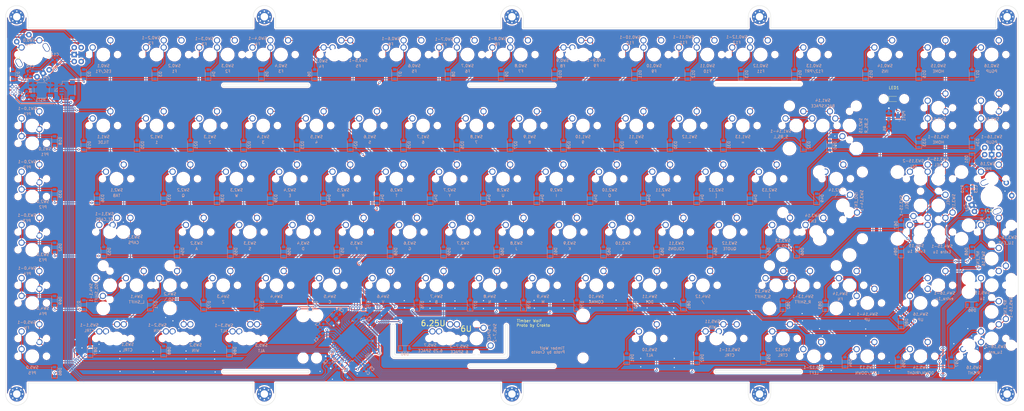
<source format=kicad_pcb>
(kicad_pcb (version 20171130) (host pcbnew "(5.1.2)-1")
  (layers (0 F.Cu signal) (31 B.Cu signal) (34 B.Paste user) (35 F.Paste user) (36 B.SilkS user) (37 F.SilkS user) (38 B.Mask user) (39 F.Mask user) (44 Edge.Cuts user))
  (net 0 "")
  (net 1 GND)
  (net 2 VCC)
  (net 3 "Net-(C6-Pad1)")
  (net 4 "Net-(C7-Pad1)")
  (net 5 "Net-(C8-Pad1)")
  (net 6 "Net-(C9-Pad1)")
  (net 7 "Net-(D1-Pad2)")
  (net 8 /r0)
  (net 9 "Net-(D2-Pad2)")
  (net 10 "Net-(D3-Pad2)")
  (net 11 "Net-(D4-Pad2)")
  (net 12 "Net-(D5-Pad2)")
  (net 13 "Net-(D6-Pad2)")
  (net 14 "Net-(D7-Pad2)")
  (net 15 "Net-(D8-Pad2)")
  (net 16 "Net-(D9-Pad2)")
  (net 17 "Net-(D10-Pad2)")
  (net 18 "Net-(D11-Pad2)")
  (net 19 "Net-(D12-Pad2)")
  (net 20 "Net-(D13-Pad2)")
  (net 21 "Net-(D14-Pad2)")
  (net 22 "Net-(D15-Pad2)")
  (net 23 "Net-(D16-Pad2)")
  (net 24 "Net-(D17-Pad2)")
  (net 25 /r1)
  (net 26 "Net-(D18-Pad2)")
  (net 27 "Net-(D19-Pad2)")
  (net 28 "Net-(D20-Pad2)")
  (net 29 "Net-(D21-Pad2)")
  (net 30 "Net-(D22-Pad2)")
  (net 31 "Net-(D23-Pad2)")
  (net 32 "Net-(D24-Pad2)")
  (net 33 "Net-(D25-Pad2)")
  (net 34 "Net-(D26-Pad2)")
  (net 35 "Net-(D27-Pad2)")
  (net 36 "Net-(D28-Pad2)")
  (net 37 "Net-(D29-Pad2)")
  (net 38 "Net-(D30-Pad2)")
  (net 39 "Net-(D31-Pad2)")
  (net 40 "Net-(D32-Pad2)")
  (net 41 "Net-(D33-Pad2)")
  (net 42 "Net-(D34-Pad2)")
  (net 43 "Net-(D35-Pad2)")
  (net 44 /r2)
  (net 45 "Net-(D36-Pad2)")
  (net 46 "Net-(D37-Pad2)")
  (net 47 "Net-(D38-Pad2)")
  (net 48 "Net-(D39-Pad2)")
  (net 49 "Net-(D40-Pad2)")
  (net 50 "Net-(D41-Pad2)")
  (net 51 "Net-(D42-Pad2)")
  (net 52 "Net-(D43-Pad2)")
  (net 53 "Net-(D44-Pad2)")
  (net 54 "Net-(D45-Pad2)")
  (net 55 "Net-(D46-Pad2)")
  (net 56 "Net-(D47-Pad2)")
  (net 57 "Net-(D48-Pad2)")
  (net 58 "Net-(D49-Pad2)")
  (net 59 "Net-(D50-Pad2)")
  (net 60 "Net-(D51-Pad2)")
  (net 61 /r3)
  (net 62 "Net-(D52-Pad2)")
  (net 63 "Net-(D53-Pad2)")
  (net 64 "Net-(D54-Pad2)")
  (net 65 "Net-(D55-Pad2)")
  (net 66 "Net-(D56-Pad2)")
  (net 67 "Net-(D57-Pad2)")
  (net 68 "Net-(D58-Pad2)")
  (net 69 "Net-(D59-Pad2)")
  (net 70 "Net-(D60-Pad2)")
  (net 71 "Net-(D61-Pad2)")
  (net 72 "Net-(D62-Pad2)")
  (net 73 "Net-(D63-Pad2)")
  (net 74 "Net-(D64-Pad2)")
  (net 75 "Net-(D65-Pad2)")
  (net 76 "Net-(D66-Pad2)")
  (net 77 "Net-(D67-Pad2)")
  (net 78 "Net-(D68-Pad2)")
  (net 79 "Net-(D69-Pad2)")
  (net 80 /r4)
  (net 81 "Net-(D70-Pad2)")
  (net 82 "Net-(D71-Pad2)")
  (net 83 "Net-(D72-Pad2)")
  (net 84 "Net-(D73-Pad2)")
  (net 85 "Net-(D74-Pad2)")
  (net 86 "Net-(D75-Pad2)")
  (net 87 "Net-(D76-Pad2)")
  (net 88 "Net-(D77-Pad2)")
  (net 89 "Net-(D78-Pad2)")
  (net 90 "Net-(D79-Pad2)")
  (net 91 "Net-(D80-Pad2)")
  (net 92 "Net-(D81-Pad2)")
  (net 93 "Net-(D82-Pad2)")
  (net 94 "Net-(D83-Pad2)")
  (net 95 "Net-(D84-Pad2)")
  (net 96 /r5)
  (net 97 "Net-(D85-Pad2)")
  (net 98 "Net-(D86-Pad2)")
  (net 99 "Net-(D87-Pad2)")
  (net 100 "Net-(D88-Pad2)")
  (net 101 "Net-(D89-Pad2)")
  (net 102 "Net-(D90-Pad2)")
  (net 103 "Net-(D91-Pad2)")
  (net 104 "Net-(D92-Pad2)")
  (net 105 "Net-(D93-Pad2)")
  (net 106 "Net-(D94-Pad2)")
  (net 107 "Net-(D95-Pad2)")
  (net 108 /c16)
  (net 109 /D-)
  (net 110 /D+)
  (net 111 /RES)
  (net 112 "Net-(LED1-Pad2)")
  (net 113 /rd-)
  (net 114 /rd+)
  (net 115 /c13)
  (net 116 /c8)
  (net 117 /c2)
  (net 118 /c3)
  (net 119 /c14)
  (net 120 /c9)
  (net 121 /c10)
  (net 122 /c4)
  (net 123 /c11)
  (net 124 /c7)
  (net 125 /c5)
  (net 126 /c6)
  (net 127 /c12)
  (net 128 /enc-)
  (net 129 /c15)
  (net 130 /enc+)
  (net 131 /c0)
  (net 132 /c1)
  (net 133 "Net-(POT1-Pad1)")
  (net 134 "Net-(R5-Pad2)")
  (net 135 "Net-(D96-Pad2)")
  (net 136 "Net-(D97-Pad2)")
  (net 137 "Net-(EC1-1-PadA)")
  (net 138 "Net-(EC1-1-PadB)")
  (net 139 "Net-(EC2-1-PadB)")
  (net 140 "Net-(EC2-1-PadA)")
  (module MX_SMK_2:MX_100 (layer F.Cu) (at 352.425 53.975)
    (fp_text reference SW2,16 (at -1.4 -5.4) (layer B.SilkS) (effects (justify mirror)))
    (fp_text value PRT (at -1.4 -3.4) (layer B.SilkS) (effects (justify mirror)))
    (pad "" np_thru_hole circle (at 5.08 0 48) (size 1.72 1.72) (drill 1.72) (layers *.Cu *.Mask))
    (pad "" np_thru_hole circle (at -5.08 0 48) (size 1.72 1.72) (drill 1.72) (layers *.Cu *.Mask))
    (pad 1 thru_hole circle (at -3.81 -2.54) (size 2.25 2.25) (drill 1.5) (layers *.Cu B.Mask) (net 60 "Net-(D51-Pad2)"))
    (pad 2 thru_hole circle (at 2.54 -5.08) (size 2.25 2.25) (drill 1.5) (layers *.Cu B.Mask) (net 108 /c16))
    (pad "" np_thru_hole circle (at 0 0) (size 3.9878 3.9878) (drill 3.9878) (layers *.Cu *.Mask))
  )
  (module keebs:ec11b (layer F.Cu) (at 352.425 60.325 180)
    (fp_text reference EC2-1 (at 0 -5) (layer F.SilkS))
    (fp_text value EC11E)
    (pad C thru_hole rect (at 0 15 90) (size 2 2) (drill 1) (layers *.Cu *.Mask) (net 1 GND))
    (pad B thru_hole circle (at -2.5 15 90) (size 2 2) (drill 1) (layers *.Cu *.Mask) (net 139 "Net-(EC2-1-PadB)"))
    (pad A thru_hole circle (at 2.5 15 90) (size 2 2) (drill 1) (layers *.Cu *.Mask) (net 140 "Net-(EC2-1-PadA)"))
    (pad S2 thru_hole circle (at 2.5 17.5 90) (size 2 2) (drill 1) (layers *.Cu *.Mask) (net 60 "Net-(D51-Pad2)"))
    (pad S1 thru_hole circle (at -2.5 17.5 90) (size 2 2) (drill 1) (layers *.Cu *.Mask) (net 108 /c16))
    (pad "" np_thru_hole circle (at 0 0 180) (size 6.9 6.9) (drill 6.9) (layers *.Cu *.Mask))
  )
  (module keebs:EC11E_offset (layer F.Cu) (at 352.425 60.325 23)
    (fp_text reference EC2 (at -9.952763 0.093585 293) (layer B.SilkS) (effects (justify mirror)))
    (fp_text value EC11E)
    (pad "" np_thru_hole circle (at 0 0 23) (size 1 1) (drill 1) (layers *.Cu *.Mask))
    (pad S1 thru_hole circle (at 6.75 2.5 23) (size 2 2) (drill 1) (layers *.Cu B.Mask) (net 108 /c16))
    (pad S2 thru_hole circle (at 6.75 -2.5 23) (size 2 2) (drill 1) (layers *.Cu B.Mask) (net 60 "Net-(D51-Pad2)"))
    (pad MP thru_hole roundrect (at -0.25 5.6 23) (size 3.2 2) (drill oval 2.8 1.5) (layers *.Cu B.Mask) (roundrect_rratio 0.5))
    (pad MP thru_hole roundrect (at -0.25 -5.6 23) (size 3.2 2) (drill oval 2.8 1.5) (layers *.Cu B.Mask) (roundrect_rratio 0.5))
    (pad B thru_hole circle (at -7.75 2.5 23) (size 2 2) (drill 1) (layers *.Cu B.Mask) (net 139 "Net-(EC2-1-PadB)"))
    (pad C thru_hole rect (at -7.75 0 23) (size 2 2) (drill 1) (layers *.Cu B.Mask) (net 1 GND))
    (pad A thru_hole circle (at -7.75 -2.5 23) (size 2 2) (drill 1) (layers *.Cu B.Mask) (net 140 "Net-(EC2-1-PadA)"))
  )
  (module Diode_SMD:D_SOD-123 (layer B.Cu) (at 338.075 119.475 90)
    (fp_text reference D97 (at -0.425 1.925 90) (layer B.SilkS) (effects (justify mirror)))
    (fp_text value D)
    (pad 1 smd rect (at -1.65 0 90) (size 0.9 1.2) (layers B.Cu B.Paste B.Mask) (net 96 /r5))
    (pad 2 smd rect (at 1.65 0 90) (size 0.9 1.2) (layers B.Cu B.Paste B.Mask) (net 136 "Net-(D97-Pad2)"))
  )
  (module Diode_SMD:D_SOD-123 (layer B.Cu) (at 319.025 119.475 90)
    (fp_text reference D95 (at -0.625 2 90) (layer B.SilkS) (effects (justify mirror)))
    (fp_text value D)
    (pad 1 smd rect (at -1.65 0 90) (size 0.9 1.2) (layers B.Cu B.Paste B.Mask) (net 96 /r5))
    (pad 2 smd rect (at 1.65 0 90) (size 0.9 1.2) (layers B.Cu B.Paste B.Mask) (net 107 "Net-(D95-Pad2)"))
  )
  (module Diode_SMD:D_SOD-123 (layer B.Cu) (at 299.975 119.475 90)
    (fp_text reference D94 (at -0.425 2.025 90) (layer B.SilkS) (effects (justify mirror)))
    (fp_text value D)
    (pad 2 smd rect (at 1.65 0 90) (size 0.9 1.2) (layers B.Cu B.Paste B.Mask) (net 106 "Net-(D94-Pad2)"))
    (pad 1 smd rect (at -1.65 0 90) (size 0.9 1.2) (layers B.Cu B.Paste B.Mask) (net 96 /r5))
  )
  (module Diode_SMD:D_SOD-123 (layer B.Cu) (at 270.8125 118.125 90)
    (fp_text reference D93 (at 0 2 90) (layer B.SilkS) (effects (justify mirror)))
    (fp_text value D)
    (pad 1 smd rect (at -1.65 0 90) (size 0.9 1.2) (layers B.Cu B.Paste B.Mask) (net 96 /r5))
    (pad 2 smd rect (at 1.65 0 90) (size 0.9 1.2) (layers B.Cu B.Paste B.Mask) (net 105 "Net-(D93-Pad2)"))
  )
  (module Diode_SMD:D_SOD-123 (layer B.Cu) (at 247 118.125 90)
    (fp_text reference D92 (at 0 2 90) (layer B.SilkS) (effects (justify mirror)))
    (fp_text value D)
    (pad 1 smd rect (at -1.65 0 90) (size 0.9 1.2) (layers B.Cu B.Paste B.Mask) (net 96 /r5))
    (pad 2 smd rect (at 1.65 0 90) (size 0.9 1.2) (layers B.Cu B.Paste B.Mask) (net 104 "Net-(D92-Pad2)"))
  )
  (module Diode_SMD:D_SOD-123 (layer B.Cu) (at 222 118.125 90)
    (fp_text reference D91 (at 0 2 90) (layer B.SilkS) (effects (justify mirror)))
    (fp_text value D)
    (pad 1 smd rect (at -1.65 0 90) (size 0.9 1.2) (layers B.Cu B.Paste B.Mask) (net 96 /r5))
    (pad 2 smd rect (at 1.65 0 90) (size 0.9 1.2) (layers B.Cu B.Paste B.Mask) (net 103 "Net-(D91-Pad2)"))
  )
  (module Diode_SMD:D_SOD-123 (layer B.Cu) (at 142.7 114.7)
    (fp_text reference D90 (at 0 2) (layer B.SilkS) (effects (justify mirror)))
    (fp_text value D)
    (pad 2 smd rect (at 1.65 0) (size 0.9 1.2) (layers B.Cu B.Paste B.Mask) (net 102 "Net-(D90-Pad2)"))
    (pad 1 smd rect (at -1.65 0) (size 0.9 1.2) (layers B.Cu B.Paste B.Mask) (net 96 /r5))
  )
  (module Diode_SMD:D_SOD-123 (layer B.Cu) (at 80 115.5 90)
    (fp_text reference D89 (at 0 2 90) (layer B.SilkS) (effects (justify mirror)))
    (fp_text value D)
    (pad 2 smd rect (at 1.65 0 90) (size 0.9 1.2) (layers B.Cu B.Paste B.Mask) (net 101 "Net-(D89-Pad2)"))
    (pad 1 smd rect (at -1.65 0 90) (size 0.9 1.2) (layers B.Cu B.Paste B.Mask) (net 96 /r5))
  )
  (module Diode_SMD:D_SOD-123 (layer B.Cu) (at 56.5 115.5 90)
    (fp_text reference D88 (at 0 2 90) (layer B.SilkS) (effects (justify mirror)))
    (fp_text value D)
    (pad 1 smd rect (at -1.65 0 90) (size 0.9 1.2) (layers B.Cu B.Paste B.Mask) (net 96 /r5))
    (pad 2 smd rect (at 1.65 0 90) (size 0.9 1.2) (layers B.Cu B.Paste B.Mask) (net 100 "Net-(D88-Pad2)"))
  )
  (module Diode_SMD:D_SOD-123 (layer B.Cu) (at 30.1875 115.625 90)
    (fp_text reference D87 (at 0 2 90) (layer B.SilkS) (effects (justify mirror)))
    (fp_text value D)
    (pad 1 smd rect (at -1.65 0 90) (size 0.9 1.2) (layers B.Cu B.Paste B.Mask) (net 96 /r5))
    (pad 2 smd rect (at 1.65 0 90) (size 0.9 1.2) (layers B.Cu B.Paste B.Mask) (net 99 "Net-(D87-Pad2)"))
  )
  (module Diode_SMD:D_SOD-123 (layer B.Cu) (at 17.5 123 90)
    (fp_text reference D86 (at 0 2 90) (layer B.SilkS) (effects (justify mirror)))
    (fp_text value D)
    (pad 1 smd rect (at -1.65 0 90) (size 0.9 1.2) (layers B.Cu B.Paste B.Mask) (net 96 /r5))
    (pad 2 smd rect (at 1.65 0 90) (size 0.9 1.2) (layers B.Cu B.Paste B.Mask) (net 98 "Net-(D86-Pad2)"))
  )
  (module Diode_SMD:D_SOD-123 (layer B.Cu) (at 320.025 105.425 90)
    (fp_text reference D85 (at 0 2 90) (layer B.SilkS) (effects (justify mirror)))
    (fp_text value D)
    (pad 2 smd rect (at 1.65 0 90) (size 0.9 1.2) (layers B.Cu B.Paste B.Mask) (net 97 "Net-(D85-Pad2)"))
    (pad 1 smd rect (at -1.65 0 90) (size 0.9 1.2) (layers B.Cu B.Paste B.Mask) (net 80 /r4))
  )
  (module Diode_SMD:D_SOD-123 (layer B.Cu) (at 320.025 80.025 90)
    (fp_text reference D84 (at 0 -1.925 90) (layer B.SilkS) (effects (justify mirror)))
    (fp_text value D)
    (pad 2 smd rect (at 1.65 0 90) (size 0.9 1.2) (layers B.Cu B.Paste B.Mask) (net 95 "Net-(D84-Pad2)"))
    (pad 1 smd rect (at -1.65 0 90) (size 0.9 1.2) (layers B.Cu B.Paste B.Mask) (net 80 /r4))
  )
  (module Diode_SMD:D_SOD-123 (layer B.Cu) (at 293 99.21875 90)
    (fp_text reference D83 (at 0.01875 -1.9 90) (layer B.SilkS) (effects (justify mirror)))
    (fp_text value D)
    (pad 2 smd rect (at 1.65 0 90) (size 0.9 1.2) (layers B.Cu B.Paste B.Mask) (net 94 "Net-(D83-Pad2)"))
    (pad 1 smd rect (at -1.65 0 90) (size 0.9 1.2) (layers B.Cu B.Paste B.Mask) (net 80 /r4))
  )
  (module Diode_SMD:D_SOD-123 (layer B.Cu) (at 277.8125 99.21875 90)
    (fp_text reference D82 (at 0 2 90) (layer B.SilkS) (effects (justify mirror)))
    (fp_text value D)
    (pad 2 smd rect (at 1.65 0 90) (size 0.9 1.2) (layers B.Cu B.Paste B.Mask) (net 93 "Net-(D82-Pad2)"))
    (pad 1 smd rect (at -1.65 0 90) (size 0.9 1.2) (layers B.Cu B.Paste B.Mask) (net 80 /r4))
  )
  (module Diode_SMD:D_SOD-123 (layer B.Cu) (at 242.2375 99.075 90)
    (fp_text reference D81 (at 0 2 90) (layer B.SilkS) (effects (justify mirror)))
    (fp_text value D)
    (pad 2 smd rect (at 1.65 0 90) (size 0.9 1.2) (layers B.Cu B.Paste B.Mask) (net 92 "Net-(D81-Pad2)"))
    (pad 1 smd rect (at -1.65 0 90) (size 0.9 1.2) (layers B.Cu B.Paste B.Mask) (net 80 /r4))
  )
  (module Diode_SMD:D_SOD-123 (layer B.Cu) (at 223.1875 99.075 90)
    (fp_text reference D80 (at 0 2 90) (layer B.SilkS) (effects (justify mirror)))
    (fp_text value D)
    (pad 2 smd rect (at 1.65 0 90) (size 0.9 1.2) (layers B.Cu B.Paste B.Mask) (net 91 "Net-(D80-Pad2)"))
    (pad 1 smd rect (at -1.65 0 90) (size 0.9 1.2) (layers B.Cu B.Paste B.Mask) (net 80 /r4))
  )
  (module Diode_SMD:D_SOD-123 (layer B.Cu) (at 204.1375 99.075 90)
    (fp_text reference D79 (at 0 2 90) (layer B.SilkS) (effects (justify mirror)))
    (fp_text value D)
    (pad 2 smd rect (at 1.65 0 90) (size 0.9 1.2) (layers B.Cu B.Paste B.Mask) (net 90 "Net-(D79-Pad2)"))
    (pad 1 smd rect (at -1.65 0 90) (size 0.9 1.2) (layers B.Cu B.Paste B.Mask) (net 80 /r4))
  )
  (module Diode_SMD:D_SOD-123 (layer B.Cu) (at 185.0875 99.075 90)
    (fp_text reference D78 (at 0 2 90) (layer B.SilkS) (effects (justify mirror)))
    (fp_text value D)
    (pad 1 smd rect (at -1.65 0 90) (size 0.9 1.2) (layers B.Cu B.Paste B.Mask) (net 80 /r4))
    (pad 2 smd rect (at 1.65 0 90) (size 0.9 1.2) (layers B.Cu B.Paste B.Mask) (net 89 "Net-(D78-Pad2)"))
  )
  (module Diode_SMD:D_SOD-123 (layer B.Cu) (at 166.0375 99.075 90)
    (fp_text reference D77 (at 0 2 90) (layer B.SilkS) (effects (justify mirror)))
    (fp_text value D)
    (pad 1 smd rect (at -1.65 0 90) (size 0.9 1.2) (layers B.Cu B.Paste B.Mask) (net 80 /r4))
    (pad 2 smd rect (at 1.65 0 90) (size 0.9 1.2) (layers B.Cu B.Paste B.Mask) (net 88 "Net-(D77-Pad2)"))
  )
  (module Diode_SMD:D_SOD-123 (layer B.Cu) (at 146.9875 99.075 90)
    (fp_text reference D76 (at 0 2 90) (layer B.SilkS) (effects (justify mirror)))
    (fp_text value D)
    (pad 2 smd rect (at 1.65 0 90) (size 0.9 1.2) (layers B.Cu B.Paste B.Mask) (net 87 "Net-(D76-Pad2)"))
    (pad 1 smd rect (at -1.65 0 90) (size 0.9 1.2) (layers B.Cu B.Paste B.Mask) (net 80 /r4))
  )
  (module Diode_SMD:D_SOD-123 (layer B.Cu) (at 127.9375 99.075 90)
    (fp_text reference D75 (at 0 2 90) (layer B.SilkS) (effects (justify mirror)))
    (fp_text value D)
    (pad 2 smd rect (at 1.65 0 90) (size 0.9 1.2) (layers B.Cu B.Paste B.Mask) (net 86 "Net-(D75-Pad2)"))
    (pad 1 smd rect (at -1.65 0 90) (size 0.9 1.2) (layers B.Cu B.Paste B.Mask) (net 80 /r4))
  )
  (module Diode_SMD:D_SOD-123 (layer B.Cu) (at 108.8875 99.075 90)
    (fp_text reference D74 (at 0 2 90) (layer B.SilkS) (effects (justify mirror)))
    (fp_text value D)
    (pad 2 smd rect (at 1.65 0 90) (size 0.9 1.2) (layers B.Cu B.Paste B.Mask) (net 85 "Net-(D74-Pad2)"))
    (pad 1 smd rect (at -1.65 0 90) (size 0.9 1.2) (layers B.Cu B.Paste B.Mask) (net 80 /r4))
  )
  (module Diode_SMD:D_SOD-123 (layer B.Cu) (at 89.8375 99.075 90)
    (fp_text reference D73 (at 0 2 90) (layer B.SilkS) (effects (justify mirror)))
    (fp_text value D)
    (pad 1 smd rect (at -1.65 0 90) (size 0.9 1.2) (layers B.Cu B.Paste B.Mask) (net 80 /r4))
    (pad 2 smd rect (at 1.65 0 90) (size 0.9 1.2) (layers B.Cu B.Paste B.Mask) (net 84 "Net-(D73-Pad2)"))
  )
  (module Diode_SMD:D_SOD-123 (layer B.Cu) (at 70.7875 99.075 90)
    (fp_text reference D72 (at 0 2 90) (layer B.SilkS) (effects (justify mirror)))
    (fp_text value D)
    (pad 2 smd rect (at 1.65 0 90) (size 0.9 1.2) (layers B.Cu B.Paste B.Mask) (net 83 "Net-(D72-Pad2)"))
    (pad 1 smd rect (at -1.65 0 90) (size 0.9 1.2) (layers B.Cu B.Paste B.Mask) (net 80 /r4))
  )
  (module Diode_SMD:D_SOD-123 (layer B.Cu) (at 51.7375 99.075 90)
    (fp_text reference D71 (at 0 2 90) (layer B.SilkS) (effects (justify mirror)))
    (fp_text value D)
    (pad 1 smd rect (at -1.65 0 90) (size 0.9 1.2) (layers B.Cu B.Paste B.Mask) (net 80 /r4))
    (pad 2 smd rect (at 1.65 0 90) (size 0.9 1.2) (layers B.Cu B.Paste B.Mask) (net 82 "Net-(D71-Pad2)"))
  )
  (module Diode_SMD:D_SOD-123 (layer B.Cu) (at 27.925 99.075 90)
    (fp_text reference D70 (at 0 -1.825 90) (layer B.SilkS) (effects (justify mirror)))
    (fp_text value D)
    (pad 2 smd rect (at 1.65 0 90) (size 0.9 1.2) (layers B.Cu B.Paste B.Mask) (net 81 "Net-(D70-Pad2)"))
    (pad 1 smd rect (at -1.65 0 90) (size 0.9 1.2) (layers B.Cu B.Paste B.Mask) (net 80 /r4))
  )
  (module Diode_SMD:D_SOD-123 (layer B.Cu) (at 17.525 97.575 90)
    (fp_text reference D69 (at 0 2 90) (layer B.SilkS) (effects (justify mirror)))
    (fp_text value D)
    (pad 1 smd rect (at -1.65 0 90) (size 0.9 1.2) (layers B.Cu B.Paste B.Mask) (net 80 /r4))
    (pad 2 smd rect (at 1.65 0 90) (size 0.9 1.2) (layers B.Cu B.Paste B.Mask) (net 79 "Net-(D69-Pad2)"))
  )
  (module Diode_SMD:D_SOD-123 (layer B.Cu) (at 345.425 80 90)
    (fp_text reference D68 (at 0 -2.025 90) (layer B.SilkS) (effects (justify mirror)))
    (fp_text value D)
    (pad 1 smd rect (at -1.65 0 90) (size 0.9 1.2) (layers B.Cu B.Paste B.Mask) (net 61 /r3))
    (pad 2 smd rect (at 1.65 0 90) (size 0.9 1.2) (layers B.Cu B.Paste B.Mask) (net 78 "Net-(D68-Pad2)"))
  )
  (module Diode_SMD:D_SOD-123 (layer B.Cu) (at 320.025 70.5 90)
    (fp_text reference D67 (at 0 -1.825 90) (layer B.SilkS) (effects (justify mirror)))
    (fp_text value D)
    (pad 1 smd rect (at -1.65 0 90) (size 0.9 1.2) (layers B.Cu B.Paste B.Mask) (net 61 /r3))
    (pad 2 smd rect (at 1.65 0 90) (size 0.9 1.2) (layers B.Cu B.Paste B.Mask) (net 77 "Net-(D67-Pad2)"))
  )
  (module Diode_SMD:D_SOD-123 (layer B.Cu) (at 282.71875 80.025 90)
    (fp_text reference D66 (at 0 2 90) (layer B.SilkS) (effects (justify mirror)))
    (fp_text value D)
    (pad 2 smd rect (at 1.65 0 90) (size 0.9 1.2) (layers B.Cu B.Paste B.Mask) (net 76 "Net-(D66-Pad2)"))
    (pad 1 smd rect (at -1.65 0 90) (size 0.9 1.2) (layers B.Cu B.Paste B.Mask) (net 61 /r3))
  )
  (module Diode_SMD:D_SOD-123 (layer B.Cu) (at 270.8125 80.025 90)
    (fp_text reference D65 (at 0 2 90) (layer B.SilkS) (effects (justify mirror)))
    (fp_text value D)
    (pad 2 smd rect (at 1.65 0 90) (size 0.9 1.2) (layers B.Cu B.Paste B.Mask) (net 75 "Net-(D65-Pad2)"))
    (pad 1 smd rect (at -1.65 0 90) (size 0.9 1.2) (layers B.Cu B.Paste B.Mask) (net 61 /r3))
  )
  (module Diode_SMD:D_SOD-123 (layer B.Cu) (at 251.7625 80.025 90)
    (fp_text reference D64 (at 0 2 90) (layer B.SilkS) (effects (justify mirror)))
    (fp_text value D)
    (pad 1 smd rect (at -1.65 0 90) (size 0.9 1.2) (layers B.Cu B.Paste B.Mask) (net 61 /r3))
    (pad 2 smd rect (at 1.65 0 90) (size 0.9 1.2) (layers B.Cu B.Paste B.Mask) (net 74 "Net-(D64-Pad2)"))
  )
  (module Diode_SMD:D_SOD-123 (layer B.Cu) (at 232.7125 80.025 90)
    (fp_text reference D63 (at 0 2 90) (layer B.SilkS) (effects (justify mirror)))
    (fp_text value D)
    (pad 1 smd rect (at -1.65 0 90) (size 0.9 1.2) (layers B.Cu B.Paste B.Mask) (net 61 /r3))
    (pad 2 smd rect (at 1.65 0 90) (size 0.9 1.2) (layers B.Cu B.Paste B.Mask) (net 73 "Net-(D63-Pad2)"))
  )
  (module Diode_SMD:D_SOD-123 (layer B.Cu) (at 213.6625 80.025 90)
    (fp_text reference D62 (at 0 2 90) (layer B.SilkS) (effects (justify mirror)))
    (fp_text value D)
    (pad 1 smd rect (at -1.65 0 90) (size 0.9 1.2) (layers B.Cu B.Paste B.Mask) (net 61 /r3))
    (pad 2 smd rect (at 1.65 0 90) (size 0.9 1.2) (layers B.Cu B.Paste B.Mask) (net 72 "Net-(D62-Pad2)"))
  )
  (module Diode_SMD:D_SOD-123 (layer B.Cu) (at 194.6125 80.025 90)
    (fp_text reference D61 (at 0 2 90) (layer B.SilkS) (effects (justify mirror)))
    (fp_text value D)
    (pad 2 smd rect (at 1.65 0 90) (size 0.9 1.2) (layers B.Cu B.Paste B.Mask) (net 71 "Net-(D61-Pad2)"))
    (pad 1 smd rect (at -1.65 0 90) (size 0.9 1.2) (layers B.Cu B.Paste B.Mask) (net 61 /r3))
  )
  (module Diode_SMD:D_SOD-123 (layer B.Cu) (at 175.5625 80.025 90)
    (fp_text reference D60 (at 0 2 90) (layer B.SilkS) (effects (justify mirror)))
    (fp_text value D)
    (pad 1 smd rect (at -1.65 0 90) (size 0.9 1.2) (layers B.Cu B.Paste B.Mask) (net 61 /r3))
    (pad 2 smd rect (at 1.65 0 90) (size 0.9 1.2) (layers B.Cu B.Paste B.Mask) (net 70 "Net-(D60-Pad2)"))
  )
  (module Diode_SMD:D_SOD-123 (layer B.Cu) (at 156.5125 80.025 90)
    (fp_text reference D59 (at 0 2 90) (layer B.SilkS) (effects (justify mirror)))
    (fp_text value D)
    (pad 2 smd rect (at 1.65 0 90) (size 0.9 1.2) (layers B.Cu B.Paste B.Mask) (net 69 "Net-(D59-Pad2)"))
    (pad 1 smd rect (at -1.65 0 90) (size 0.9 1.2) (layers B.Cu B.Paste B.Mask) (net 61 /r3))
  )
  (module Diode_SMD:D_SOD-123 (layer B.Cu) (at 137.4625 80.025 90)
    (fp_text reference D58 (at 0 2 90) (layer B.SilkS) (effects (justify mirror)))
    (fp_text value D)
    (pad 1 smd rect (at -1.65 0 90) (size 0.9 1.2) (layers B.Cu B.Paste B.Mask) (net 61 /r3))
    (pad 2 smd rect (at 1.65 0 90) (size 0.9 1.2) (layers B.Cu B.Paste B.Mask) (net 68 "Net-(D58-Pad2)"))
  )
  (module Diode_SMD:D_SOD-123 (layer B.Cu) (at 118.4125 80.025 90)
    (fp_text reference D57 (at 0 2 90) (layer B.SilkS) (effects (justify mirror)))
    (fp_text value D)
    (pad 1 smd rect (at -1.65 0 90) (size 0.9 1.2) (layers B.Cu B.Paste B.Mask) (net 61 /r3))
    (pad 2 smd rect (at 1.65 0 90) (size 0.9 1.2) (layers B.Cu B.Paste B.Mask) (net 67 "Net-(D57-Pad2)"))
  )
  (module Diode_SMD:D_SOD-123 (layer B.Cu) (at 99.3625 80.025 90)
    (fp_text reference D56 (at 0 2 90) (layer B.SilkS) (effects (justify mirror)))
    (fp_text value D)
    (pad 2 smd rect (at 1.65 0 90) (size 0.9 1.2) (layers B.Cu B.Paste B.Mask) (net 66 "Net-(D56-Pad2)"))
    (pad 1 smd rect (at -1.65 0 90) (size 0.9 1.2) (layers B.Cu B.Paste B.Mask) (net 61 /r3))
  )
  (module Diode_SMD:D_SOD-123 (layer B.Cu) (at 80.3125 80.025 90)
    (fp_text reference D55 (at 0 2 90) (layer B.SilkS) (effects (justify mirror)))
    (fp_text value D)
    (pad 1 smd rect (at -1.65 0 90) (size 0.9 1.2) (layers B.Cu B.Paste B.Mask) (net 61 /r3))
    (pad 2 smd rect (at 1.65 0 90) (size 0.9 1.2) (layers B.Cu B.Paste B.Mask) (net 65 "Net-(D55-Pad2)"))
  )
  (module Diode_SMD:D_SOD-123 (layer B.Cu) (at 61.2625 80.025 90)
    (fp_text reference D54 (at 0 2 90) (layer B.SilkS) (effects (justify mirror)))
    (fp_text value D)
    (pad 1 smd rect (at -1.65 0 90) (size 0.9 1.2) (layers B.Cu B.Paste B.Mask) (net 61 /r3))
    (pad 2 smd rect (at 1.65 0 90) (size 0.9 1.2) (layers B.Cu B.Paste B.Mask) (net 64 "Net-(D54-Pad2)"))
  )
  (module Diode_SMD:D_SOD-123 (layer B.Cu) (at 35.06875 80.025 90)
    (fp_text reference D53 (at 0 2 90) (layer B.SilkS) (effects (justify mirror)))
    (fp_text value D)
    (pad 1 smd rect (at -1.65 0 90) (size 0.9 1.2) (layers B.Cu B.Paste B.Mask) (net 61 /r3))
    (pad 2 smd rect (at 1.65 0 90) (size 0.9 1.2) (layers B.Cu B.Paste B.Mask) (net 63 "Net-(D53-Pad2)"))
  )
  (module Diode_SMD:D_SOD-123 (layer B.Cu) (at 17.525 78.525 90)
    (fp_text reference D52 (at 0 2 90) (layer B.SilkS) (effects (justify mirror)))
    (fp_text value D)
    (pad 2 smd rect (at 1.65 0 90) (size 0.9 1.2) (layers B.Cu B.Paste B.Mask) (net 62 "Net-(D52-Pad2)"))
    (pad 1 smd rect (at -1.65 0 90) (size 0.9 1.2) (layers B.Cu B.Paste B.Mask) (net 61 /r3))
  )
  (module Diode_SMD:D_SOD-123 (layer B.Cu) (at 345.425 47 270)
    (fp_text reference D51 (at 0 2 90) (layer B.SilkS) (effects (justify mirror)))
    (fp_text value D)
    (pad 1 smd rect (at -1.65 0 270) (size 0.9 1.2) (layers B.Cu B.Paste B.Mask) (net 44 /r2))
    (pad 2 smd rect (at 1.65 0 270) (size 0.9 1.2) (layers B.Cu B.Paste B.Mask) (net 60 "Net-(D51-Pad2)"))
  )
  (module Diode_SMD:D_SOD-123 (layer B.Cu) (at 294.48125 42.06875 90)
    (fp_text reference D50 (at 0 2 90) (layer B.SilkS) (effects (justify mirror)))
    (fp_text value D)
    (pad 1 smd rect (at -1.65 0 90) (size 0.9 1.2) (layers B.Cu B.Paste B.Mask) (net 44 /r2))
    (pad 2 smd rect (at 1.65 0 90) (size 0.9 1.2) (layers B.Cu B.Paste B.Mask) (net 59 "Net-(D50-Pad2)"))
  )
  (module Diode_SMD:D_SOD-123 (layer B.Cu) (at 289.8625 60.975 90)
    (fp_text reference D49 (at 0 2 90) (layer B.SilkS) (effects (justify mirror)))
    (fp_text value D)
    (pad 1 smd rect (at -1.65 0 90) (size 0.9 1.2) (layers B.Cu B.Paste B.Mask) (net 44 /r2))
    (pad 2 smd rect (at 1.65 0 90) (size 0.9 1.2) (layers B.Cu B.Paste B.Mask) (net 58 "Net-(D49-Pad2)"))
  )
  (module Diode_SMD:D_SOD-123 (layer B.Cu) (at 266.05 60.975 90)
    (fp_text reference D48 (at 0 2 90) (layer B.SilkS) (effects (justify mirror)))
    (fp_text value D)
    (pad 2 smd rect (at 1.65 0 90) (size 0.9 1.2) (layers B.Cu B.Paste B.Mask) (net 57 "Net-(D48-Pad2)"))
    (pad 1 smd rect (at -1.65 0 90) (size 0.9 1.2) (layers B.Cu B.Paste B.Mask) (net 44 /r2))
  )
  (module Diode_SMD:D_SOD-123 (layer B.Cu) (at 247 60.975 90)
    (fp_text reference D47 (at 0 2 90) (layer B.SilkS) (effects (justify mirror)))
    (fp_text value D)
    (pad 1 smd rect (at -1.65 0 90) (size 0.9 1.2) (layers B.Cu B.Paste B.Mask) (net 44 /r2))
    (pad 2 smd rect (at 1.65 0 90) (size 0.9 1.2) (layers B.Cu B.Paste B.Mask) (net 56 "Net-(D47-Pad2)"))
  )
  (module Diode_SMD:D_SOD-123 (layer B.Cu) (at 227.95 60.975 90)
    (fp_text reference D46 (at 0 2 90) (layer B.SilkS) (effects (justify mirror)))
    (fp_text value D)
    (pad 2 smd rect (at 1.65 0 90) (size 0.9 1.2) (layers B.Cu B.Paste B.Mask) (net 55 "Net-(D46-Pad2)"))
    (pad 1 smd rect (at -1.65 0 90) (size 0.9 1.2) (layers B.Cu B.Paste B.Mask) (net 44 /r2))
  )
  (module Diode_SMD:D_SOD-123 (layer B.Cu) (at 208.9 60.975 90)
    (fp_text reference D45 (at 0 2 90) (layer B.SilkS) (effects (justify mirror)))
    (fp_text value D)
    (pad 2 smd rect (at 1.65 0 90) (size 0.9 1.2) (layers B.Cu B.Paste B.Mask) (net 54 "Net-(D45-Pad2)"))
    (pad 1 smd rect (at -1.65 0 90) (size 0.9 1.2) (layers B.Cu B.Paste B.Mask) (net 44 /r2))
  )
  (module Diode_SMD:D_SOD-123 (layer B.Cu) (at 189.85 60.975 90)
    (fp_text reference D44 (at 0 2 90) (layer B.SilkS) (effects (justify mirror)))
    (fp_text value D)
    (pad 2 smd rect (at 1.65 0 90) (size 0.9 1.2) (layers B.Cu B.Paste B.Mask) (net 53 "Net-(D44-Pad2)"))
    (pad 1 smd rect (at -1.65 0 90) (size 0.9 1.2) (layers B.Cu B.Paste B.Mask) (net 44 /r2))
  )
  (module Diode_SMD:D_SOD-123 (layer B.Cu) (at 170.8 60.975 90)
    (fp_text reference D43 (at 0 2 90) (layer B.SilkS) (effects (justify mirror)))
    (fp_text value D)
    (pad 1 smd rect (at -1.65 0 90) (size 0.9 1.2) (layers B.Cu B.Paste B.Mask) (net 44 /r2))
    (pad 2 smd rect (at 1.65 0 90) (size 0.9 1.2) (layers B.Cu B.Paste B.Mask) (net 52 "Net-(D43-Pad2)"))
  )
  (module Diode_SMD:D_SOD-123 (layer B.Cu) (at 151.75 60.975 90)
    (fp_text reference D42 (at 0 2 90) (layer B.SilkS) (effects (justify mirror)))
    (fp_text value D)
    (pad 2 smd rect (at 1.65 0 90) (size 0.9 1.2) (layers B.Cu B.Paste B.Mask) (net 51 "Net-(D42-Pad2)"))
    (pad 1 smd rect (at -1.65 0 90) (size 0.9 1.2) (layers B.Cu B.Paste B.Mask) (net 44 /r2))
  )
  (module Diode_SMD:D_SOD-123 (layer B.Cu) (at 132.7 60.975 90)
    (fp_text reference D41 (at 0 2 90) (layer B.SilkS) (effects (justify mirror)))
    (fp_text value D)
    (pad 2 smd rect (at 1.65 0 90) (size 0.9 1.2) (layers B.Cu B.Paste B.Mask) (net 50 "Net-(D41-Pad2)"))
    (pad 1 smd rect (at -1.65 0 90) (size 0.9 1.2) (layers B.Cu B.Paste B.Mask) (net 44 /r2))
  )
  (module Diode_SMD:D_SOD-123 (layer B.Cu) (at 113.65 60.975 90)
    (fp_text reference D40 (at 0 2 90) (layer B.SilkS) (effects (justify mirror)))
    (fp_text value D)
    (pad 1 smd rect (at -1.65 0 90) (size 0.9 1.2) (layers B.Cu B.Paste B.Mask) (net 44 /r2))
    (pad 2 smd rect (at 1.65 0 90) (size 0.9 1.2) (layers B.Cu B.Paste B.Mask) (net 49 "Net-(D40-Pad2)"))
  )
  (module Diode_SMD:D_SOD-123 (layer B.Cu) (at 94.6 60.975 90)
    (fp_text reference D39 (at 0 2 90) (layer B.SilkS) (effects (justify mirror)))
    (fp_text value D)
    (pad 2 smd rect (at 1.65 0 90) (size 0.9 1.2) (layers B.Cu B.Paste B.Mask) (net 48 "Net-(D39-Pad2)"))
    (pad 1 smd rect (at -1.65 0 90) (size 0.9 1.2) (layers B.Cu B.Paste B.Mask) (net 44 /r2))
  )
  (module Diode_SMD:D_SOD-123 (layer B.Cu) (at 75.55 60.975 90)
    (fp_text reference D38 (at 0 2 90) (layer B.SilkS) (effects (justify mirror)))
    (fp_text value D)
    (pad 1 smd rect (at -1.65 0 90) (size 0.9 1.2) (layers B.Cu B.Paste B.Mask) (net 44 /r2))
    (pad 2 smd rect (at 1.65 0 90) (size 0.9 1.2) (layers B.Cu B.Paste B.Mask) (net 47 "Net-(D38-Pad2)"))
  )
  (module Diode_SMD:D_SOD-123 (layer B.Cu) (at 56.5 60.975 90)
    (fp_text reference D37 (at 0 2 90) (layer B.SilkS) (effects (justify mirror)))
    (fp_text value D)
    (pad 1 smd rect (at -1.65 0 90) (size 0.9 1.2) (layers B.Cu B.Paste B.Mask) (net 44 /r2))
    (pad 2 smd rect (at 1.65 0 90) (size 0.9 1.2) (layers B.Cu B.Paste B.Mask) (net 46 "Net-(D37-Pad2)"))
  )
  (module Diode_SMD:D_SOD-123 (layer B.Cu) (at 32.6875 60.975 90)
    (fp_text reference D36 (at 0 2 90) (layer B.SilkS) (effects (justify mirror)))
    (fp_text value D)
    (pad 2 smd rect (at 1.65 0 90) (size 0.9 1.2) (layers B.Cu B.Paste B.Mask) (net 45 "Net-(D36-Pad2)"))
    (pad 1 smd rect (at -1.65 0 90) (size 0.9 1.2) (layers B.Cu B.Paste B.Mask) (net 44 /r2))
  )
  (module Diode_SMD:D_SOD-123 (layer B.Cu) (at 17.525 59.475 90)
    (fp_text reference D35 (at 0 2 90) (layer B.SilkS) (effects (justify mirror)))
    (fp_text value D)
    (pad 2 smd rect (at 1.65 0 90) (size 0.9 1.2) (layers B.Cu B.Paste B.Mask) (net 43 "Net-(D35-Pad2)"))
    (pad 1 smd rect (at -1.65 0 90) (size 0.9 1.2) (layers B.Cu B.Paste B.Mask) (net 44 /r2))
  )
  (module Diode_SMD:D_SOD-123 (layer B.Cu) (at 345.425 41 90)
    (fp_text reference D34 (at 0 2 90) (layer B.SilkS) (effects (justify mirror)))
    (fp_text value D)
    (pad 1 smd rect (at -1.65 0 90) (size 0.9 1.2) (layers B.Cu B.Paste B.Mask) (net 25 /r1))
    (pad 2 smd rect (at 1.65 0 90) (size 0.9 1.2) (layers B.Cu B.Paste B.Mask) (net 42 "Net-(D34-Pad2)"))
  )
  (module Diode_SMD:D_SOD-123 (layer B.Cu) (at 326.375 41 90)
    (fp_text reference D33 (at 0 2 90) (layer B.SilkS) (effects (justify mirror)))
    (fp_text value D)
    (pad 1 smd rect (at -1.65 0 90) (size 0.9 1.2) (layers B.Cu B.Paste B.Mask) (net 25 /r1))
    (pad 2 smd rect (at 1.65 0 90) (size 0.9 1.2) (layers B.Cu B.Paste B.Mask) (net 41 "Net-(D33-Pad2)"))
  )
  (module Diode_SMD:D_SOD-123 (layer B.Cu) (at 285.1 41.925 90)
    (fp_text reference D32 (at 0 2 90) (layer B.SilkS) (effects (justify mirror)))
    (fp_text value D)
    (pad 1 smd rect (at -1.65 0 90) (size 0.9 1.2) (layers B.Cu B.Paste B.Mask) (net 25 /r1))
    (pad 2 smd rect (at 1.65 0 90) (size 0.9 1.2) (layers B.Cu B.Paste B.Mask) (net 40 "Net-(D32-Pad2)"))
  )
  (module Diode_SMD:D_SOD-123 (layer B.Cu) (at 256.525 41.925 90)
    (fp_text reference D31 (at 0 2 90) (layer B.SilkS) (effects (justify mirror)))
    (fp_text value D)
    (pad 2 smd rect (at 1.65 0 90) (size 0.9 1.2) (layers B.Cu B.Paste B.Mask) (net 39 "Net-(D31-Pad2)"))
    (pad 1 smd rect (at -1.65 0 90) (size 0.9 1.2) (layers B.Cu B.Paste B.Mask) (net 25 /r1))
  )
  (module Diode_SMD:D_SOD-123 (layer B.Cu) (at 237.475 41.925 90)
    (fp_text reference D30 (at 0 2 90) (layer B.SilkS) (effects (justify mirror)))
    (fp_text value D)
    (pad 1 smd rect (at -1.65 0 90) (size 0.9 1.2) (layers B.Cu B.Paste B.Mask) (net 25 /r1))
    (pad 2 smd rect (at 1.65 0 90) (size 0.9 1.2) (layers B.Cu B.Paste B.Mask) (net 38 "Net-(D30-Pad2)"))
  )
  (module Diode_SMD:D_SOD-123 (layer B.Cu) (at 218.425 41.925 90)
    (fp_text reference D29 (at 0 2 90) (layer B.SilkS) (effects (justify mirror)))
    (fp_text value D)
    (pad 2 smd rect (at 1.65 0 90) (size 0.9 1.2) (layers B.Cu B.Paste B.Mask) (net 37 "Net-(D29-Pad2)"))
    (pad 1 smd rect (at -1.65 0 90) (size 0.9 1.2) (layers B.Cu B.Paste B.Mask) (net 25 /r1))
  )
  (module Diode_SMD:D_SOD-123 (layer B.Cu) (at 199.375 41.925 90)
    (fp_text reference D28 (at 0 2 90) (layer B.SilkS) (effects (justify mirror)))
    (fp_text value D)
    (pad 2 smd rect (at 1.65 0 90) (size 0.9 1.2) (layers B.Cu B.Paste B.Mask) (net 36 "Net-(D28-Pad2)"))
    (pad 1 smd rect (at -1.65 0 90) (size 0.9 1.2) (layers B.Cu B.Paste B.Mask) (net 25 /r1))
  )
  (module Diode_SMD:D_SOD-123 (layer B.Cu) (at 180.325 41.925 90)
    (fp_text reference D27 (at 0 2 90) (layer B.SilkS) (effects (justify mirror)))
    (fp_text value D)
    (pad 2 smd rect (at 1.65 0 90) (size 0.9 1.2) (layers B.Cu B.Paste B.Mask) (net 35 "Net-(D27-Pad2)"))
    (pad 1 smd rect (at -1.65 0 90) (size 0.9 1.2) (layers B.Cu B.Paste B.Mask) (net 25 /r1))
  )
  (module Diode_SMD:D_SOD-123 (layer B.Cu) (at 161.275 41.925 90)
    (fp_text reference D26 (at 0 2 90) (layer B.SilkS) (effects (justify mirror)))
    (fp_text value D)
    (pad 1 smd rect (at -1.65 0 90) (size 0.9 1.2) (layers B.Cu B.Paste B.Mask) (net 25 /r1))
    (pad 2 smd rect (at 1.65 0 90) (size 0.9 1.2) (layers B.Cu B.Paste B.Mask) (net 34 "Net-(D26-Pad2)"))
  )
  (module Diode_SMD:D_SOD-123 (layer B.Cu) (at 142.225 41.925 90)
    (fp_text reference D25 (at 0 2 90) (layer B.SilkS) (effects (justify mirror)))
    (fp_text value D)
    (pad 2 smd rect (at 1.65 0 90) (size 0.9 1.2) (layers B.Cu B.Paste B.Mask) (net 33 "Net-(D25-Pad2)"))
    (pad 1 smd rect (at -1.65 0 90) (size 0.9 1.2) (layers B.Cu B.Paste B.Mask) (net 25 /r1))
  )
  (module Diode_SMD:D_SOD-123 (layer B.Cu) (at 123.175 41.925 90)
    (fp_text reference D24 (at 0 2 90) (layer B.SilkS) (effects (justify mirror)))
    (fp_text value D)
    (pad 2 smd rect (at 1.65 0 90) (size 0.9 1.2) (layers B.Cu B.Paste B.Mask) (net 32 "Net-(D24-Pad2)"))
    (pad 1 smd rect (at -1.65 0 90) (size 0.9 1.2) (layers B.Cu B.Paste B.Mask) (net 25 /r1))
  )
  (module Diode_SMD:D_SOD-123 (layer B.Cu) (at 104.125 41.925 90)
    (fp_text reference D23 (at 0 2 90) (layer B.SilkS) (effects (justify mirror)))
    (fp_text value D)
    (pad 2 smd rect (at 1.65 0 90) (size 0.9 1.2) (layers B.Cu B.Paste B.Mask) (net 31 "Net-(D23-Pad2)"))
    (pad 1 smd rect (at -1.65 0 90) (size 0.9 1.2) (layers B.Cu B.Paste B.Mask) (net 25 /r1))
  )
  (module Diode_SMD:D_SOD-123 (layer B.Cu) (at 85.075 41.925 90)
    (fp_text reference D22 (at 0 2 90) (layer B.SilkS) (effects (justify mirror)))
    (fp_text value D)
    (pad 2 smd rect (at 1.65 0 90) (size 0.9 1.2) (layers B.Cu B.Paste B.Mask) (net 30 "Net-(D22-Pad2)"))
    (pad 1 smd rect (at -1.65 0 90) (size 0.9 1.2) (layers B.Cu B.Paste B.Mask) (net 25 /r1))
  )
  (module Diode_SMD:D_SOD-123 (layer B.Cu) (at 66.025 41.925 90)
    (fp_text reference D21 (at 0 2 90) (layer B.SilkS) (effects (justify mirror)))
    (fp_text value D)
    (pad 1 smd rect (at -1.65 0 90) (size 0.9 1.2) (layers B.Cu B.Paste B.Mask) (net 25 /r1))
    (pad 2 smd rect (at 1.65 0 90) (size 0.9 1.2) (layers B.Cu B.Paste B.Mask) (net 29 "Net-(D21-Pad2)"))
  )
  (module Diode_SMD:D_SOD-123 (layer B.Cu) (at 46.975 41.925 90)
    (fp_text reference D20 (at 0 2 90) (layer B.SilkS) (effects (justify mirror)))
    (fp_text value D)
    (pad 2 smd rect (at 1.65 0 90) (size 0.9 1.2) (layers B.Cu B.Paste B.Mask) (net 28 "Net-(D20-Pad2)"))
    (pad 1 smd rect (at -1.65 0 90) (size 0.9 1.2) (layers B.Cu B.Paste B.Mask) (net 25 /r1))
  )
  (module Diode_SMD:D_SOD-123 (layer B.Cu) (at 27.925 41.925 90)
    (fp_text reference D19 (at 0 2 90) (layer B.SilkS) (effects (justify mirror)))
    (fp_text value D)
    (pad 1 smd rect (at -1.65 0 90) (size 0.9 1.2) (layers B.Cu B.Paste B.Mask) (net 25 /r1))
    (pad 2 smd rect (at 1.65 0 90) (size 0.9 1.2) (layers B.Cu B.Paste B.Mask) (net 27 "Net-(D19-Pad2)"))
  )
  (module Diode_SMD:D_SOD-123 (layer B.Cu) (at 17.525 40.425 90)
    (fp_text reference D18 (at 0 2 90) (layer B.SilkS) (effects (justify mirror)))
    (fp_text value D)
    (pad 2 smd rect (at 1.65 0 90) (size 0.9 1.2) (layers B.Cu B.Paste B.Mask) (net 26 "Net-(D18-Pad2)"))
    (pad 1 smd rect (at -1.65 0 90) (size 0.9 1.2) (layers B.Cu B.Paste B.Mask) (net 25 /r1))
  )
  (module Diode_SMD:D_SOD-123 (layer B.Cu) (at 345.425 16.525 90)
    (fp_text reference D17 (at 0 2 90) (layer B.SilkS) (effects (justify mirror)))
    (fp_text value D)
    (pad 2 smd rect (at 1.65 0 90) (size 0.9 1.2) (layers B.Cu B.Paste B.Mask) (net 24 "Net-(D17-Pad2)"))
    (pad 1 smd rect (at -1.65 0 90) (size 0.9 1.2) (layers B.Cu B.Paste B.Mask) (net 8 /r0))
  )
  (module Diode_SMD:D_SOD-123 (layer B.Cu) (at 326.375 16.525 90)
    (fp_text reference D16 (at 0 2 90) (layer B.SilkS) (effects (justify mirror)))
    (fp_text value D)
    (pad 1 smd rect (at -1.65 0 90) (size 0.9 1.2) (layers B.Cu B.Paste B.Mask) (net 8 /r0))
    (pad 2 smd rect (at 1.65 0 90) (size 0.9 1.2) (layers B.Cu B.Paste B.Mask) (net 23 "Net-(D16-Pad2)"))
  )
  (module Diode_SMD:D_SOD-123 (layer B.Cu) (at 307.325 16.525 90)
    (fp_text reference D15 (at 0 2 90) (layer B.SilkS) (effects (justify mirror)))
    (fp_text value D)
    (pad 1 smd rect (at -1.65 0 90) (size 0.9 1.2) (layers B.Cu B.Paste B.Mask) (net 8 /r0))
    (pad 2 smd rect (at 1.65 0 90) (size 0.9 1.2) (layers B.Cu B.Paste B.Mask) (net 22 "Net-(D15-Pad2)"))
  )
  (module Diode_SMD:D_SOD-123 (layer B.Cu) (at 281.925 16.525 90)
    (fp_text reference D14 (at 0 2 90) (layer B.SilkS) (effects (justify mirror)))
    (fp_text value D)
    (pad 1 smd rect (at -1.65 0 90) (size 0.9 1.2) (layers B.Cu B.Paste B.Mask) (net 8 /r0))
    (pad 2 smd rect (at 1.65 0 90) (size 0.9 1.2) (layers B.Cu B.Paste B.Mask) (net 21 "Net-(D14-Pad2)"))
  )
  (module Diode_SMD:D_SOD-123 (layer B.Cu) (at 262.875 16.525 90)
    (fp_text reference D13 (at 0 2 90) (layer B.SilkS) (effects (justify mirror)))
    (fp_text value D)
    (pad 1 smd rect (at -1.65 0 90) (size 0.9 1.2) (layers B.Cu B.Paste B.Mask) (net 8 /r0))
    (pad 2 smd rect (at 1.65 0 90) (size 0.9 1.2) (layers B.Cu B.Paste B.Mask) (net 20 "Net-(D13-Pad2)"))
  )
  (module Diode_SMD:D_SOD-123 (layer B.Cu) (at 243.825 16.525 90)
    (fp_text reference D12 (at 0 2 90) (layer B.SilkS) (effects (justify mirror)))
    (fp_text value D)
    (pad 1 smd rect (at -1.65 0 90) (size 0.9 1.2) (layers B.Cu B.Paste B.Mask) (net 8 /r0))
    (pad 2 smd rect (at 1.65 0 90) (size 0.9 1.2) (layers B.Cu B.Paste B.Mask) (net 19 "Net-(D12-Pad2)"))
  )
  (module Diode_SMD:D_SOD-123 (layer B.Cu) (at 224.775 16.525 90)
    (fp_text reference D11 (at 0 2 90) (layer B.SilkS) (effects (justify mirror)))
    (fp_text value D)
    (pad 2 smd rect (at 1.65 0 90) (size 0.9 1.2) (layers B.Cu B.Paste B.Mask) (net 18 "Net-(D11-Pad2)"))
    (pad 1 smd rect (at -1.65 0 90) (size 0.9 1.2) (layers B.Cu B.Paste B.Mask) (net 8 /r0))
  )
  (module Diode_SMD:D_SOD-123 (layer B.Cu) (at 196.2 16.525 90)
    (fp_text reference D10 (at 0 2 90) (layer B.SilkS) (effects (justify mirror)))
    (fp_text value D)
    (pad 2 smd rect (at 1.65 0 90) (size 0.9 1.2) (layers B.Cu B.Paste B.Mask) (net 17 "Net-(D10-Pad2)"))
    (pad 1 smd rect (at -1.65 0 90) (size 0.9 1.2) (layers B.Cu B.Paste B.Mask) (net 8 /r0))
  )
  (module Diode_SMD:D_SOD-123 (layer B.Cu) (at 177.15 16.525 90)
    (fp_text reference D9 (at 0 2 90) (layer B.SilkS) (effects (justify mirror)))
    (fp_text value D)
    (pad 1 smd rect (at -1.65 0 90) (size 0.9 1.2) (layers B.Cu B.Paste B.Mask) (net 8 /r0))
    (pad 2 smd rect (at 1.65 0 90) (size 0.9 1.2) (layers B.Cu B.Paste B.Mask) (net 16 "Net-(D9-Pad2)"))
  )
  (module Diode_SMD:D_SOD-123 (layer B.Cu) (at 158.1 16.525 90)
    (fp_text reference D8 (at 0 2 90) (layer B.SilkS) (effects (justify mirror)))
    (fp_text value D)
    (pad 1 smd rect (at -1.65 0 90) (size 0.9 1.2) (layers B.Cu B.Paste B.Mask) (net 8 /r0))
    (pad 2 smd rect (at 1.65 0 90) (size 0.9 1.2) (layers B.Cu B.Paste B.Mask) (net 15 "Net-(D8-Pad2)"))
  )
  (module Diode_SMD:D_SOD-123 (layer B.Cu) (at 139.05 16.525 90)
    (fp_text reference D7 (at 0 2 90) (layer B.SilkS) (effects (justify mirror)))
    (fp_text value D)
    (pad 2 smd rect (at 1.65 0 90) (size 0.9 1.2) (layers B.Cu B.Paste B.Mask) (net 14 "Net-(D7-Pad2)"))
    (pad 1 smd rect (at -1.65 0 90) (size 0.9 1.2) (layers B.Cu B.Paste B.Mask) (net 8 /r0))
  )
  (module Diode_SMD:D_SOD-123 (layer B.Cu) (at 110.475 16.525 90)
    (fp_text reference D6 (at 0 -1.975 90) (layer B.SilkS) (effects (justify mirror)))
    (fp_text value D)
    (pad 2 smd rect (at 1.65 0 90) (size 0.9 1.2) (layers B.Cu B.Paste B.Mask) (net 13 "Net-(D6-Pad2)"))
    (pad 1 smd rect (at -1.65 0 90) (size 0.9 1.2) (layers B.Cu B.Paste B.Mask) (net 8 /r0))
  )
  (module Diode_SMD:D_SOD-123 (layer B.Cu) (at 91.425 16.525 90)
    (fp_text reference D5 (at 0 2 90) (layer B.SilkS) (effects (justify mirror)))
    (fp_text value D)
    (pad 1 smd rect (at -1.65 0 90) (size 0.9 1.2) (layers B.Cu B.Paste B.Mask) (net 8 /r0))
    (pad 2 smd rect (at 1.65 0 90) (size 0.9 1.2) (layers B.Cu B.Paste B.Mask) (net 12 "Net-(D5-Pad2)"))
  )
  (module Diode_SMD:D_SOD-123 (layer B.Cu) (at 72.375 16.525 90)
    (fp_text reference D4 (at 0 2 90) (layer B.SilkS) (effects (justify mirror)))
    (fp_text value D)
    (pad 2 smd rect (at 1.65 0 90) (size 0.9 1.2) (layers B.Cu B.Paste B.Mask) (net 11 "Net-(D4-Pad2)"))
    (pad 1 smd rect (at -1.65 0 90) (size 0.9 1.2) (layers B.Cu B.Paste B.Mask) (net 8 /r0))
  )
  (module Diode_SMD:D_SOD-123 (layer B.Cu) (at 53.325 16.525 90)
    (fp_text reference D3 (at 0 2 90) (layer B.SilkS) (effects (justify mirror)))
    (fp_text value D)
    (pad 2 smd rect (at 1.65 0 90) (size 0.9 1.2) (layers B.Cu B.Paste B.Mask) (net 10 "Net-(D3-Pad2)"))
    (pad 1 smd rect (at -1.65 0 90) (size 0.9 1.2) (layers B.Cu B.Paste B.Mask) (net 8 /r0))
  )
  (module Diode_SMD:D_SOD-123 (layer B.Cu) (at 27.925 16.525 90)
    (fp_text reference D2 (at 0 2 90) (layer B.SilkS) (effects (justify mirror)))
    (fp_text value D)
    (pad 1 smd rect (at -1.65 0 90) (size 0.9 1.2) (layers B.Cu B.Paste B.Mask) (net 8 /r0))
    (pad 2 smd rect (at 1.65 0 90) (size 0.9 1.2) (layers B.Cu B.Paste B.Mask) (net 9 "Net-(D2-Pad2)"))
  )
  (module Diode_SMD:D_SOD-123 (layer B.Cu) (at 2.525 16.525 90)
    (fp_text reference D1 (at 0 2 90) (layer B.SilkS) (effects (justify mirror)))
    (fp_text value D)
    (pad 1 smd rect (at -1.65 0 90) (size 0.9 1.2) (layers B.Cu B.Paste B.Mask) (net 8 /r0))
    (pad 2 smd rect (at 1.65 0 90) (size 0.9 1.2) (layers B.Cu B.Paste B.Mask) (net 7 "Net-(D1-Pad2)"))
  )
  (module Diode_SMD:D_SOD-123 (layer B.Cu) (at 345.45 99.05)
    (fp_text reference D96 (at 0 2) (layer B.SilkS) (effects (justify mirror)))
    (fp_text value D)
    (pad 2 smd rect (at 1.65 0) (size 0.9 1.2) (layers B.Cu B.Paste B.Mask) (net 135 "Net-(D96-Pad2)"))
    (pad 1 smd rect (at -1.65 0) (size 0.9 1.2) (layers B.Cu B.Paste B.Mask) (net 96 /r5))
  )
  (module MX_SMK_2:MX_150 (layer F.Cu) (at 258.7625 111.125)
    (fp_text reference SW5,11-1 (at 0 4) (layer B.SilkS) (effects (justify mirror)))
    (fp_text value CTRL (at 0 6) (layer B.SilkS) (effects (justify mirror)))
    (pad "" np_thru_hole circle (at 0 0) (size 3.9878 3.9878) (drill 3.9878) (layers *.Cu *.Mask))
    (pad 2 thru_hole circle (at 2.54 -5.08) (size 2.25 2.25) (drill 1.5) (layers *.Cu B.Mask) (net 123 /c11))
    (pad 1 thru_hole circle (at -3.81 -2.54) (size 2.25 2.25) (drill 1.5) (layers *.Cu B.Mask) (net 104 "Net-(D92-Pad2)"))
    (pad "" np_thru_hole circle (at -5.08 0 48) (size 1.72 1.72) (drill 1.72) (layers *.Cu *.Mask))
    (pad "" np_thru_hole circle (at 5.08 0 48) (size 1.72 1.72) (drill 1.72) (layers *.Cu *.Mask))
  )
  (module MX_SMK_2:MX_100 (layer F.Cu) (at 9.525 34.925)
    (fp_text reference SW1,0-1 (at -1.8 -6.1) (layer B.SilkS) (effects (justify mirror)))
    (fp_text value PF1 (at -1.8 -4.1) (layer B.SilkS) (effects (justify mirror)))
    (pad "" np_thru_hole circle (at 0 0) (size 3.9878 3.9878) (drill 3.9878) (layers *.Cu *.Mask))
    (pad 2 thru_hole circle (at 2.54 -5.08) (size 2.25 2.25) (drill 1.5) (layers *.Cu B.Mask) (net 131 /c0))
    (pad 1 thru_hole circle (at -3.81 -2.54) (size 2.25 2.25) (drill 1.5) (layers *.Cu B.Mask) (net 26 "Net-(D18-Pad2)"))
    (pad "" np_thru_hole circle (at -5.08 0 48) (size 1.72 1.72) (drill 1.72) (layers *.Cu *.Mask))
    (pad "" np_thru_hole circle (at 5.08 0 48) (size 1.72 1.72) (drill 1.72) (layers *.Cu *.Mask))
  )
  (module Capacitor_SMD:C_0603_1608Metric (layer B.Cu) (at 113 106.5 225)
    (fp_text reference C7 (at 0.636396 1.343503 225) (layer B.SilkS) (effects (justify mirror)))
    (fp_text value 22p)
    (pad 2 smd roundrect (at 0.7875 0 225) (size 0.875 0.95) (layers B.Cu B.Paste B.Mask) (net 1 GND))
    (pad 1 smd roundrect (at -0.7875 0 225) (size 0.875 0.95) (layers B.Cu B.Paste B.Mask) (net 4 "Net-(C7-Pad1)"))
  )
  (module Crystal:Crystal_SMD_SeikoEpson_FA238-4Pin_3.2x2.5mm (layer B.Cu) (at 116.7 104.3 45)
    (fp_text reference Y1 (at 0.777817 2.474874 45) (layer B.SilkS) (effects (justify mirror)))
    (fp_text value 16M)
    (pad 4 smd rect (at -1.1 0.8 45) (size 1.4 1.2) (layers B.Cu B.Paste B.Mask) (net 1 GND))
    (pad 3 smd rect (at 1.1 0.8 45) (size 1.4 1.2) (layers B.Cu B.Paste B.Mask) (net 5 "Net-(C8-Pad1)"))
    (pad 2 smd rect (at 1.1 -0.8 45) (size 1.4 1.2) (layers B.Cu B.Paste B.Mask) (net 1 GND))
    (pad 1 smd rect (at -1.1 -0.8 45) (size 1.4 1.2) (layers B.Cu B.Paste B.Mask) (net 4 "Net-(C7-Pad1)"))
  )
  (module Package_QFP:TQFP-44_10x10mm_P0.8mm (layer B.Cu) (at 124 112 45)
    (fp_text reference U1 (at 0 7.450001 45) (layer B.SilkS) (effects (justify mirror)))
    (fp_text value ATMEGA32U4)
    (pad 44 smd rect (at -4 5.7 315) (size 1.5 0.55) (layers B.Cu B.Paste B.Mask) (net 2 VCC))
    (pad 43 smd rect (at -3.2 5.7 315) (size 1.5 0.55) (layers B.Cu B.Paste B.Mask) (net 1 GND))
    (pad 42 smd rect (at -2.4 5.7 315) (size 1.5 0.55) (layers B.Cu B.Paste B.Mask) (net 6 "Net-(C9-Pad1)"))
    (pad 41 smd rect (at -1.6 5.7 315) (size 1.5 0.55) (layers B.Cu B.Paste B.Mask) (net 129 /c15))
    (pad 40 smd rect (at -0.8 5.7 315) (size 1.5 0.55) (layers B.Cu B.Paste B.Mask) (net 119 /c14))
    (pad 39 smd rect (at 0 5.7 315) (size 1.5 0.55) (layers B.Cu B.Paste B.Mask) (net 115 /c13))
    (pad 38 smd rect (at 0.8 5.7 315) (size 1.5 0.55) (layers B.Cu B.Paste B.Mask) (net 127 /c12))
    (pad 37 smd rect (at 1.6 5.7 315) (size 1.5 0.55) (layers B.Cu B.Paste B.Mask) (net 123 /c11))
    (pad 36 smd rect (at 2.4 5.7 315) (size 1.5 0.55) (layers B.Cu B.Paste B.Mask) (net 121 /c10))
    (pad 35 smd rect (at 3.2 5.7 315) (size 1.5 0.55) (layers B.Cu B.Paste B.Mask) (net 1 GND))
    (pad 34 smd rect (at 4 5.7 315) (size 1.5 0.55) (layers B.Cu B.Paste B.Mask) (net 2 VCC))
    (pad 33 smd rect (at 5.7 4 45) (size 1.5 0.55) (layers B.Cu B.Paste B.Mask) (net 134 "Net-(R5-Pad2)"))
    (pad 32 smd rect (at 5.7 3.2 45) (size 1.5 0.55) (layers B.Cu B.Paste B.Mask) (net 120 /c9))
    (pad 31 smd rect (at 5.7 2.4 45) (size 1.5 0.55) (layers B.Cu B.Paste B.Mask) (net 116 /c8))
    (pad 30 smd rect (at 5.7 1.6 45) (size 1.5 0.55) (layers B.Cu B.Paste B.Mask) (net 124 /c7))
    (pad 29 smd rect (at 5.7 0.8 45) (size 1.5 0.55) (layers B.Cu B.Paste B.Mask) (net 126 /c6))
    (pad 28 smd rect (at 5.7 0 45) (size 1.5 0.55) (layers B.Cu B.Paste B.Mask) (net 96 /r5))
    (pad 27 smd rect (at 5.7 -0.8 45) (size 1.5 0.55) (layers B.Cu B.Paste B.Mask) (net 80 /r4))
    (pad 26 smd rect (at 5.7 -1.6 45) (size 1.5 0.55) (layers B.Cu B.Paste B.Mask) (net 61 /r3))
    (pad 25 smd rect (at 5.7 -2.4 45) (size 1.5 0.55) (layers B.Cu B.Paste B.Mask) (net 44 /r2))
    (pad 24 smd rect (at 5.7 -3.2 45) (size 1.5 0.55) (layers B.Cu B.Paste B.Mask) (net 2 VCC))
    (pad 23 smd rect (at 5.7 -4 45) (size 1.5 0.55) (layers B.Cu B.Paste B.Mask) (net 1 GND))
    (pad 22 smd rect (at 4 -5.7 315) (size 1.5 0.55) (layers B.Cu B.Paste B.Mask) (net 8 /r0))
    (pad 21 smd rect (at 3.2 -5.7 315) (size 1.5 0.55) (layers B.Cu B.Paste B.Mask) (net 25 /r1))
    (pad 20 smd rect (at 2.4 -5.7 315) (size 1.5 0.55) (layers B.Cu B.Paste B.Mask) (net 125 /c5))
    (pad 19 smd rect (at 1.6 -5.7 315) (size 1.5 0.55) (layers B.Cu B.Paste B.Mask) (net 122 /c4))
    (pad 18 smd rect (at 0.8 -5.7 315) (size 1.5 0.55) (layers B.Cu B.Paste B.Mask) (net 118 /c3))
    (pad 17 smd rect (at 0 -5.7 315) (size 1.5 0.55) (layers B.Cu B.Paste B.Mask) (net 5 "Net-(C8-Pad1)"))
    (pad 16 smd rect (at -0.8 -5.7 315) (size 1.5 0.55) (layers B.Cu B.Paste B.Mask) (net 4 "Net-(C7-Pad1)"))
    (pad 15 smd rect (at -1.6 -5.7 315) (size 1.5 0.55) (layers B.Cu B.Paste B.Mask) (net 1 GND))
    (pad 14 smd rect (at -2.4 -5.7 315) (size 1.5 0.55) (layers B.Cu B.Paste B.Mask) (net 2 VCC))
    (pad 13 smd rect (at -3.2 -5.7 315) (size 1.5 0.55) (layers B.Cu B.Paste B.Mask) (net 111 /RES))
    (pad 12 smd rect (at -4 -5.7 315) (size 1.5 0.55) (layers B.Cu B.Paste B.Mask) (net 117 /c2))
    (pad 11 smd rect (at -5.7 -4 45) (size 1.5 0.55) (layers B.Cu B.Paste B.Mask) (net 132 /c1))
    (pad 10 smd rect (at -5.7 -3.2 45) (size 1.5 0.55) (layers B.Cu B.Paste B.Mask) (net 131 /c0))
    (pad 9 smd rect (at -5.7 -2.4 45) (size 1.5 0.55) (layers B.Cu B.Paste B.Mask) (net 130 /enc+))
    (pad 8 smd rect (at -5.7 -1.6 45) (size 1.5 0.55) (layers B.Cu B.Paste B.Mask) (net 128 /enc-))
    (pad 7 smd rect (at -5.7 -0.8 45) (size 1.5 0.55) (layers B.Cu B.Paste B.Mask) (net 2 VCC))
    (pad 6 smd rect (at -5.7 0 45) (size 1.5 0.55) (layers B.Cu B.Paste B.Mask) (net 3 "Net-(C6-Pad1)"))
    (pad 5 smd rect (at -5.7 0.8 45) (size 1.5 0.55) (layers B.Cu B.Paste B.Mask) (net 1 GND))
    (pad 4 smd rect (at -5.7 1.6 45) (size 1.5 0.55) (layers B.Cu B.Paste B.Mask) (net 114 /rd+))
    (pad 3 smd rect (at -5.7 2.4 45) (size 1.5 0.55) (layers B.Cu B.Paste B.Mask) (net 113 /rd-))
    (pad 2 smd rect (at -5.7 3.2 45) (size 1.5 0.55) (layers B.Cu B.Paste B.Mask) (net 2 VCC))
    (pad 1 smd rect (at -5.7 4 45) (size 1.5 0.55) (layers B.Cu B.Paste B.Mask) (net 108 /c16))
  )
  (module keebs:PinHeader_2x03_P1.27mm_Vertical_center (layer F.Cu) (at 3 22.225 180)
    (fp_text reference J2 (at -2.3 -0.975 180) (layer B.SilkS) (effects (justify mirror)))
    (fp_text value Conn_02x03_Odd_Even)
    (pad 6 thru_hole rect (at 0.635 1.27 180) (size 1 1) (drill 0.65) (layers *.Cu B.Mask) (net 1 GND))
    (pad 5 thru_hole oval (at -0.635 1.27 180) (size 1 1) (drill 0.65) (layers *.Cu B.Mask) (net 111 /RES))
    (pad 4 thru_hole oval (at 0.635 0 180) (size 1 1) (drill 0.65) (layers *.Cu B.Mask) (net 131 /c0))
    (pad 3 thru_hole oval (at -0.635 0 180) (size 1 1) (drill 0.65) (layers *.Cu B.Mask) (net 130 /enc+))
    (pad 2 thru_hole oval (at 0.635 -1.27 180) (size 1 1) (drill 0.65) (layers *.Cu B.Mask) (net 2 VCC))
    (pad 1 thru_hole circle (at -0.635 -1.27 180) (size 1 1) (drill 0.65) (layers *.Cu B.Mask) (net 132 /c1))
  )
  (module Button_Switch_SMD:SW_SPST_SKQG_WithStem (layer B.Cu) (at 12.9 22.325 180)
    (fp_text reference RST1 (at 0.4 -3.475 180) (layer B.SilkS) (effects (justify mirror)))
    (fp_text value SW_PUSH)
    (pad 2 smd rect (at 3.1 -1.85 180) (size 1.8 1.1) (layers B.Cu B.Paste B.Mask) (net 111 /RES))
    (pad 2 smd rect (at -3.1 -1.85 180) (size 1.8 1.1) (layers B.Cu B.Paste B.Mask) (net 111 /RES))
    (pad 1 smd rect (at 3.1 1.85 180) (size 1.8 1.1) (layers B.Cu B.Paste B.Mask) (net 1 GND))
    (pad 1 smd rect (at -3.1 1.85 180) (size 1.8 1.1) (layers B.Cu B.Paste B.Mask) (net 1 GND))
  )
  (module Connector_JST:JST_SH_SM04B-SRSS-TB_1x04-1MP_P1.00mm_Horizontal (layer B.Cu) (at 22 22.225 270)
    (fp_text reference J1 (at 0 3.98 270) (layer B.SilkS) (effects (justify mirror)))
    (fp_text value Conn_01x04)
    (pad MP smd roundrect (at 2.8 -1.875 270) (size 1.2 1.8) (layers B.Cu B.Paste B.Mask) (roundrect_rratio 0.208333))
    (pad MP smd roundrect (at -2.8 -1.875 270) (size 1.2 1.8) (layers B.Cu B.Paste B.Mask) (roundrect_rratio 0.208333))
    (pad 4 smd roundrect (at 1.5 2 270) (size 0.6 1.55) (layers B.Cu B.Paste B.Mask) (net 2 VCC))
    (pad 3 smd roundrect (at 0.5 2 270) (size 0.6 1.55) (layers B.Cu B.Paste B.Mask) (net 109 /D-))
    (pad 2 smd roundrect (at -0.5 2 270) (size 0.6 1.55) (layers B.Cu B.Paste B.Mask) (net 110 /D+))
    (pad 1 smd roundrect (at -1.5 2 270) (size 0.6 1.55) (layers B.Cu B.Paste B.Mask) (net 1 GND))
  )
  (module Capacitor_SMD:C_0603_1608Metric (layer B.Cu) (at 112.7 109.9 225)
    (fp_text reference C1 (at 2.404163 0 225) (layer B.SilkS) (effects (justify mirror)))
    (fp_text value 0.1u)
    (pad 2 smd roundrect (at 0.7875 0 225) (size 0.875 0.95) (layers B.Cu B.Paste B.Mask) (net 1 GND))
    (pad 1 smd roundrect (at -0.7875 0 225) (size 0.875 0.95) (layers B.Cu B.Paste B.Mask) (net 2 VCC))
  )
  (module Capacitor_SMD:C_0603_1608Metric (layer B.Cu) (at 128.7 103.2 45)
    (fp_text reference C2 (at 0.212132 1.484924 45) (layer B.SilkS) (effects (justify mirror)))
    (fp_text value 0.1u)
    (pad 2 smd roundrect (at 0.7875 0 45) (size 0.875 0.95) (layers B.Cu B.Paste B.Mask) (net 1 GND))
    (pad 1 smd roundrect (at -0.7875 0 45) (size 0.875 0.95) (layers B.Cu B.Paste B.Mask) (net 2 VCC))
  )
  (module Capacitor_SMD:C_0603_1608Metric (layer B.Cu) (at 132.5 115.6 225)
    (fp_text reference C3 (at -0.141421 -1.555635 225) (layer B.SilkS) (effects (justify mirror)))
    (fp_text value 0.1u)
    (pad 2 smd roundrect (at 0.7875 0 225) (size 0.875 0.95) (layers B.Cu B.Paste B.Mask) (net 1 GND))
    (pad 1 smd roundrect (at -0.7875 0 225) (size 0.875 0.95) (layers B.Cu B.Paste B.Mask) (net 2 VCC))
  )
  (module Capacitor_SMD:C_0603_1608Metric (layer B.Cu) (at 127.5 121.5 315)
    (fp_text reference C4 (at 2.545584 0 315) (layer B.SilkS) (effects (justify mirror)))
    (fp_text value 0.1u)
    (pad 2 smd roundrect (at 0.7875 0 315) (size 0.875 0.95) (layers B.Cu B.Paste B.Mask) (net 1 GND))
    (pad 1 smd roundrect (at -0.7875 0 315) (size 0.875 0.95) (layers B.Cu B.Paste B.Mask) (net 2 VCC))
  )
  (module Capacitor_SMD:C_0603_1608Metric (layer B.Cu) (at 116.4 117.5 180)
    (fp_text reference C5 (at -0.1 1.3 180) (layer B.SilkS) (effects (justify mirror)))
    (fp_text value 1u)
    (pad 2 smd roundrect (at 0.7875 0 180) (size 0.875 0.95) (layers B.Cu B.Paste B.Mask) (net 1 GND))
    (pad 1 smd roundrect (at -0.7875 0 180) (size 0.875 0.95) (layers B.Cu B.Paste B.Mask) (net 2 VCC))
  )
  (module Capacitor_SMD:C_0603_1608Metric (layer B.Cu) (at 115.2 120.5 225)
    (fp_text reference C6 (at -0.070711 1.343503 225) (layer B.SilkS) (effects (justify mirror)))
    (fp_text value 1u)
    (pad 2 smd roundrect (at 0.7875 0 225) (size 0.875 0.95) (layers B.Cu B.Paste B.Mask) (net 1 GND))
    (pad 1 smd roundrect (at -0.7875 0 225) (size 0.875 0.95) (layers B.Cu B.Paste B.Mask) (net 3 "Net-(C6-Pad1)"))
  )
  (module Capacitor_SMD:C_0603_1608Metric (layer B.Cu) (at 118.943153 101.943153 135)
    (fp_text reference C8 (at 0 1.43 135) (layer B.SilkS) (effects (justify mirror)))
    (fp_text value 22p)
    (pad 2 smd roundrect (at 0.7875 0 135) (size 0.875 0.95) (layers B.Cu B.Paste B.Mask) (net 1 GND))
    (pad 1 smd roundrect (at -0.7875 0 135) (size 0.875 0.95) (layers B.Cu B.Paste B.Mask) (net 5 "Net-(C8-Pad1)"))
  )
  (module Capacitor_SMD:C_0603_1608Metric (layer B.Cu) (at 129 120 315)
    (fp_text reference C9 (at 2.687006 0 315) (layer B.SilkS) (effects (justify mirror)))
    (fp_text value 0.1u)
    (pad 2 smd roundrect (at 0.7875 0 315) (size 0.875 0.95) (layers B.Cu B.Paste B.Mask) (net 1 GND))
    (pad 1 smd roundrect (at -0.7875 0 315) (size 0.875 0.95) (layers B.Cu B.Paste B.Mask) (net 6 "Net-(C9-Pad1)"))
  )
  (module Capacitor_SMD:C_0603_1608Metric (layer B.Cu) (at 8.7 15.4)
    (fp_text reference C10 (at 0.1 -1.6) (layer B.SilkS) (effects (justify mirror)))
    (fp_text value 0.1u)
    (pad 2 smd roundrect (at 0.7875 0) (size 0.875 0.95) (layers B.Cu B.Paste B.Mask) (net 1 GND))
    (pad 1 smd roundrect (at -0.7875 0) (size 0.875 0.95) (layers B.Cu B.Paste B.Mask) (net 130 /enc+))
  )
  (module Capacitor_SMD:C_0603_1608Metric (layer B.Cu) (at 17.6 11.4)
    (fp_text reference C11 (at 0 -1.9) (layer B.SilkS) (effects (justify mirror)))
    (fp_text value 0.1u)
    (pad 2 smd roundrect (at 0.7875 0) (size 0.875 0.95) (layers B.Cu B.Paste B.Mask) (net 128 /enc-))
    (pad 1 smd roundrect (at -0.7875 0) (size 0.875 0.95) (layers B.Cu B.Paste B.Mask) (net 1 GND))
  )
  (module Resistor_SMD:R_0603_1608Metric (layer B.Cu) (at 119.7 121.3 225)
    (fp_text reference R1 (at 0.070711 -1.626346 225) (layer B.SilkS) (effects (justify mirror)))
    (fp_text value 22)
    (pad 2 smd roundrect (at 0.7875 0 225) (size 0.875 0.95) (layers B.Cu B.Paste B.Mask) (net 109 /D-))
    (pad 1 smd roundrect (at -0.7875 0 225) (size 0.875 0.95) (layers B.Cu B.Paste B.Mask) (net 113 /rd-))
  )
  (module Resistor_SMD:R_0603_1608Metric (layer B.Cu) (at 118.6 120.2 225)
    (fp_text reference R2 (at 0.070711 1.343503 225) (layer B.SilkS) (effects (justify mirror)))
    (fp_text value 22)
    (pad 2 smd roundrect (at 0.7875 0 225) (size 0.875 0.95) (layers B.Cu B.Paste B.Mask) (net 110 /D+))
    (pad 1 smd roundrect (at -0.7875 0 225) (size 0.875 0.95) (layers B.Cu B.Paste B.Mask) (net 114 /rd+))
  )
  (module Resistor_SMD:R_0603_1608Metric (layer B.Cu) (at 7.5 23.5 90)
    (fp_text reference R6 (at 1.1 1.4 90) (layer B.SilkS) (effects (justify mirror)))
    (fp_text value 10K)
    (pad 2 smd roundrect (at 0.7875 0 90) (size 0.875 0.95) (layers B.Cu B.Paste B.Mask) (net 2 VCC))
    (pad 1 smd roundrect (at -0.7875 0 90) (size 0.875 0.95) (layers B.Cu B.Paste B.Mask) (net 111 /RES))
  )
  (module Resistor_SMD:R_0603_1608Metric (layer B.Cu) (at 8 17.3 180)
    (fp_text reference R7 (at 0.7 -1.6 180) (layer B.SilkS) (effects (justify mirror)))
    (fp_text value 10K)
    (pad 2 smd roundrect (at 0.7875 0 180) (size 0.875 0.95) (layers B.Cu B.Paste B.Mask) (net 130 /enc+))
    (pad 1 smd roundrect (at -0.7875 0 180) (size 0.875 0.95) (layers B.Cu B.Paste B.Mask) (net 137 "Net-(EC1-1-PadA)"))
  )
  (module Resistor_SMD:R_0603_1608Metric (layer B.Cu) (at 17.6 13 180)
    (fp_text reference R8 (at 0 -1.5 180) (layer B.SilkS) (effects (justify mirror)))
    (fp_text value 10K)
    (pad 2 smd roundrect (at 0.7875 0 180) (size 0.875 0.95) (layers B.Cu B.Paste B.Mask) (net 138 "Net-(EC1-1-PadB)"))
    (pad 1 smd roundrect (at -0.7875 0 180) (size 0.875 0.95) (layers B.Cu B.Paste B.Mask) (net 128 /enc-))
  )
  (module keebs:LED_0805_lightpipe (layer F.Cu) (at 317.5 25.4)
    (fp_text reference LED1 (at 0 -4) (layer F.SilkS))
    (fp_text value "3V 5mA")
    (pad "" np_thru_hole circle (at -3.7 0) (size 2.57 2.57) (drill 2.57) (layers *.Cu *.Mask))
    (pad "" np_thru_hole circle (at 3.7 0) (size 2.57 2.57) (drill 2.57) (layers *.Cu *.Mask))
    (pad 2 smd roundrect (at 0.9625 0) (size 1.325 1.3) (layers F.Cu F.Paste F.Mask) (roundrect_rratio 0.192308) (net 112 "Net-(LED1-Pad2)"))
    (pad 1 smd roundrect (at -0.9625 0) (size 1.325 1.3) (layers F.Cu F.Paste F.Mask) (roundrect_rratio 0.192308) (net 1 GND))
  )
  (module digikey-footprints:Trimpot_3.8mmx3.6mm_TC33X-2-103E (layer B.Cu) (at 317.5 31.5 90)
    (fp_text reference POT1 (at 0 3.54 90) (layer B.SilkS) (effects (justify mirror)))
    (fp_text value TC33X-2-103E)
    (pad 3 smd rect (at 1 -1.8 90) (size 1.2 1.2) (layers B.Cu B.Paste B.Mask) (net 1 GND))
    (pad 1 smd rect (at -1 -1.8 90) (size 1.2 1.2) (layers B.Cu B.Paste B.Mask) (net 133 "Net-(POT1-Pad1)"))
    (pad 2 smd rect (at 0 1.45 90) (size 1.6 1.5) (layers B.Cu B.Paste B.Mask) (net 112 "Net-(LED1-Pad2)"))
  )
  (module Resistor_SMD:R_0603_1608Metric (layer B.Cu) (at 315.7 36 270)
    (fp_text reference R5 (at 0 1.43 270) (layer B.SilkS) (effects (justify mirror)))
    (fp_text value 440)
    (pad 2 smd roundrect (at 0.7875 0 270) (size 0.875 0.95) (layers B.Cu B.Paste B.Mask) (net 134 "Net-(R5-Pad2)"))
    (pad 1 smd roundrect (at -0.7875 0 270) (size 0.875 0.95) (layers B.Cu B.Paste B.Mask) (net 133 "Net-(POT1-Pad1)"))
  )
  (module Capacitor_SMD:C_0603_1608Metric (layer B.Cu) (at 351 66.2 90)
    (fp_text reference C12 (at -2.9 0.1 90) (layer B.SilkS) (effects (justify mirror)))
    (fp_text value 0.1u)
    (pad 1 smd roundrect (at -0.7875 0 90) (size 0.875 0.95) (layers B.Cu B.Paste B.Mask) (net 1 GND))
    (pad 2 smd roundrect (at 0.7875 0 90) (size 0.875 0.95) (layers B.Cu B.Paste B.Mask) (net 128 /enc-))
  )
  (module Capacitor_SMD:C_0603_1608Metric (layer B.Cu) (at 345.5 57.6 270)
    (fp_text reference C13 (at 0 -1.3 90) (layer B.SilkS) (effects (justify mirror)))
    (fp_text value 0.1u)
    (pad 1 smd roundrect (at -0.7875 0 270) (size 0.875 0.95) (layers B.Cu B.Paste B.Mask) (net 130 /enc+))
    (pad 2 smd roundrect (at 0.7875 0 270) (size 0.875 0.95) (layers B.Cu B.Paste B.Mask) (net 1 GND))
  )
  (module keebs:m2.5_pad_via (layer F.Cu) (at 4 -4)
    (fp_text reference H1 hide)
    (fp_text value MountingHole_Pad)
    (pad 1 thru_hole circle (at 0 0) (size 5.4 5.4) (drill 2.7) (layers *.Cu *.Mask) (net 1 GND))
    (pad 1 thru_hole circle (at 2.025 0) (size 0.8 0.8) (drill 0.5) (layers *.Cu *.Mask) (net 1 GND))
    (pad 1 thru_hole circle (at 1.431891 1.431891) (size 0.8 0.8) (drill 0.5) (layers *.Cu *.Mask) (net 1 GND))
    (pad 1 thru_hole circle (at 0 2.025) (size 0.8 0.8) (drill 0.5) (layers *.Cu *.Mask) (net 1 GND))
    (pad 1 thru_hole circle (at -1.431891 1.431891) (size 0.8 0.8) (drill 0.5) (layers *.Cu *.Mask) (net 1 GND))
    (pad 1 thru_hole circle (at -2.025 0) (size 0.8 0.8) (drill 0.5) (layers *.Cu *.Mask) (net 1 GND))
    (pad 1 thru_hole circle (at -1.431891 -1.431891) (size 0.8 0.8) (drill 0.5) (layers *.Cu *.Mask) (net 1 GND))
    (pad 1 thru_hole circle (at 0 -2.025) (size 0.8 0.8) (drill 0.5) (layers *.Cu *.Mask) (net 1 GND))
    (pad 1 thru_hole circle (at 1.431891 -1.431891) (size 0.8 0.8) (drill 0.5) (layers *.Cu *.Mask) (net 1 GND))
  )
  (module keebs:m2.5_pad_via (layer F.Cu) (at 92.4875 -4)
    (fp_text reference H2 hide)
    (fp_text value MountingHole_Pad)
    (pad 1 thru_hole circle (at 0 0) (size 5.4 5.4) (drill 2.7) (layers *.Cu *.Mask) (net 1 GND))
    (pad 1 thru_hole circle (at 2.025 0) (size 0.8 0.8) (drill 0.5) (layers *.Cu *.Mask) (net 1 GND))
    (pad 1 thru_hole circle (at 1.431891 1.431891) (size 0.8 0.8) (drill 0.5) (layers *.Cu *.Mask) (net 1 GND))
    (pad 1 thru_hole circle (at 0 2.025) (size 0.8 0.8) (drill 0.5) (layers *.Cu *.Mask) (net 1 GND))
    (pad 1 thru_hole circle (at -1.431891 1.431891) (size 0.8 0.8) (drill 0.5) (layers *.Cu *.Mask) (net 1 GND))
    (pad 1 thru_hole circle (at -2.025 0) (size 0.8 0.8) (drill 0.5) (layers *.Cu *.Mask) (net 1 GND))
    (pad 1 thru_hole circle (at -1.431891 -1.431891) (size 0.8 0.8) (drill 0.5) (layers *.Cu *.Mask) (net 1 GND))
    (pad 1 thru_hole circle (at 0 -2.025) (size 0.8 0.8) (drill 0.5) (layers *.Cu *.Mask) (net 1 GND))
    (pad 1 thru_hole circle (at 1.431891 -1.431891) (size 0.8 0.8) (drill 0.5) (layers *.Cu *.Mask) (net 1 GND))
  )
  (module keebs:m2.5_pad_via (layer F.Cu) (at 180.975 -4)
    (fp_text reference H3 hide)
    (fp_text value MountingHole_Pad)
    (pad 1 thru_hole circle (at 1.431891 -1.431891) (size 0.8 0.8) (drill 0.5) (layers *.Cu *.Mask) (net 1 GND))
    (pad 1 thru_hole circle (at 0 -2.025) (size 0.8 0.8) (drill 0.5) (layers *.Cu *.Mask) (net 1 GND))
    (pad 1 thru_hole circle (at -1.431891 -1.431891) (size 0.8 0.8) (drill 0.5) (layers *.Cu *.Mask) (net 1 GND))
    (pad 1 thru_hole circle (at -2.025 0) (size 0.8 0.8) (drill 0.5) (layers *.Cu *.Mask) (net 1 GND))
    (pad 1 thru_hole circle (at -1.431891 1.431891) (size 0.8 0.8) (drill 0.5) (layers *.Cu *.Mask) (net 1 GND))
    (pad 1 thru_hole circle (at 0 2.025) (size 0.8 0.8) (drill 0.5) (layers *.Cu *.Mask) (net 1 GND))
    (pad 1 thru_hole circle (at 1.431891 1.431891) (size 0.8 0.8) (drill 0.5) (layers *.Cu *.Mask) (net 1 GND))
    (pad 1 thru_hole circle (at 2.025 0) (size 0.8 0.8) (drill 0.5) (layers *.Cu *.Mask) (net 1 GND))
    (pad 1 thru_hole circle (at 0 0) (size 5.4 5.4) (drill 2.7) (layers *.Cu *.Mask) (net 1 GND))
  )
  (module keebs:m2.5_pad_via (layer F.Cu) (at 269.4625 -4)
    (fp_text reference H4 hide)
    (fp_text value MountingHole_Pad)
    (pad 1 thru_hole circle (at 1.431891 -1.431891) (size 0.8 0.8) (drill 0.5) (layers *.Cu *.Mask) (net 1 GND))
    (pad 1 thru_hole circle (at 0 -2.025) (size 0.8 0.8) (drill 0.5) (layers *.Cu *.Mask) (net 1 GND))
    (pad 1 thru_hole circle (at -1.431891 -1.431891) (size 0.8 0.8) (drill 0.5) (layers *.Cu *.Mask) (net 1 GND))
    (pad 1 thru_hole circle (at -2.025 0) (size 0.8 0.8) (drill 0.5) (layers *.Cu *.Mask) (net 1 GND))
    (pad 1 thru_hole circle (at -1.431891 1.431891) (size 0.8 0.8) (drill 0.5) (layers *.Cu *.Mask) (net 1 GND))
    (pad 1 thru_hole circle (at 0 2.025) (size 0.8 0.8) (drill 0.5) (layers *.Cu *.Mask) (net 1 GND))
    (pad 1 thru_hole circle (at 1.431891 1.431891) (size 0.8 0.8) (drill 0.5) (layers *.Cu *.Mask) (net 1 GND))
    (pad 1 thru_hole circle (at 2.025 0) (size 0.8 0.8) (drill 0.5) (layers *.Cu *.Mask) (net 1 GND))
    (pad 1 thru_hole circle (at 0 0) (size 5.4 5.4) (drill 2.7) (layers *.Cu *.Mask) (net 1 GND))
  )
  (module keebs:m2.5_pad_via (layer F.Cu) (at 357.95 -4)
    (fp_text reference H5 hide)
    (fp_text value MountingHole_Pad)
    (pad 1 thru_hole circle (at 0 0) (size 5.4 5.4) (drill 2.7) (layers *.Cu *.Mask) (net 1 GND))
    (pad 1 thru_hole circle (at 2.025 0) (size 0.8 0.8) (drill 0.5) (layers *.Cu *.Mask) (net 1 GND))
    (pad 1 thru_hole circle (at 1.431891 1.431891) (size 0.8 0.8) (drill 0.5) (layers *.Cu *.Mask) (net 1 GND))
    (pad 1 thru_hole circle (at 0 2.025) (size 0.8 0.8) (drill 0.5) (layers *.Cu *.Mask) (net 1 GND))
    (pad 1 thru_hole circle (at -1.431891 1.431891) (size 0.8 0.8) (drill 0.5) (layers *.Cu *.Mask) (net 1 GND))
    (pad 1 thru_hole circle (at -2.025 0) (size 0.8 0.8) (drill 0.5) (layers *.Cu *.Mask) (net 1 GND))
    (pad 1 thru_hole circle (at -1.431891 -1.431891) (size 0.8 0.8) (drill 0.5) (layers *.Cu *.Mask) (net 1 GND))
    (pad 1 thru_hole circle (at 0 -2.025) (size 0.8 0.8) (drill 0.5) (layers *.Cu *.Mask) (net 1 GND))
    (pad 1 thru_hole circle (at 1.431891 -1.431891) (size 0.8 0.8) (drill 0.5) (layers *.Cu *.Mask) (net 1 GND))
  )
  (module keebs:m2.5_pad_via (layer F.Cu) (at 4 131)
    (fp_text reference H6 hide)
    (fp_text value MountingHole_Pad)
    (pad 1 thru_hole circle (at 0 0) (size 5.4 5.4) (drill 2.7) (layers *.Cu *.Mask) (net 1 GND))
    (pad 1 thru_hole circle (at 2.025 0) (size 0.8 0.8) (drill 0.5) (layers *.Cu *.Mask) (net 1 GND))
    (pad 1 thru_hole circle (at 1.431891 1.431891) (size 0.8 0.8) (drill 0.5) (layers *.Cu *.Mask) (net 1 GND))
    (pad 1 thru_hole circle (at 0 2.025) (size 0.8 0.8) (drill 0.5) (layers *.Cu *.Mask) (net 1 GND))
    (pad 1 thru_hole circle (at -1.431891 1.431891) (size 0.8 0.8) (drill 0.5) (layers *.Cu *.Mask) (net 1 GND))
    (pad 1 thru_hole circle (at -2.025 0) (size 0.8 0.8) (drill 0.5) (layers *.Cu *.Mask) (net 1 GND))
    (pad 1 thru_hole circle (at -1.431891 -1.431891) (size 0.8 0.8) (drill 0.5) (layers *.Cu *.Mask) (net 1 GND))
    (pad 1 thru_hole circle (at 0 -2.025) (size 0.8 0.8) (drill 0.5) (layers *.Cu *.Mask) (net 1 GND))
    (pad 1 thru_hole circle (at 1.431891 -1.431891) (size 0.8 0.8) (drill 0.5) (layers *.Cu *.Mask) (net 1 GND))
  )
  (module keebs:m2.5_pad_via (layer F.Cu) (at 92.4875 131)
    (fp_text reference H7 hide)
    (fp_text value MountingHole_Pad)
    (pad 1 thru_hole circle (at 1.431891 -1.431891) (size 0.8 0.8) (drill 0.5) (layers *.Cu *.Mask) (net 1 GND))
    (pad 1 thru_hole circle (at 0 -2.025) (size 0.8 0.8) (drill 0.5) (layers *.Cu *.Mask) (net 1 GND))
    (pad 1 thru_hole circle (at -1.431891 -1.431891) (size 0.8 0.8) (drill 0.5) (layers *.Cu *.Mask) (net 1 GND))
    (pad 1 thru_hole circle (at -2.025 0) (size 0.8 0.8) (drill 0.5) (layers *.Cu *.Mask) (net 1 GND))
    (pad 1 thru_hole circle (at -1.431891 1.431891) (size 0.8 0.8) (drill 0.5) (layers *.Cu *.Mask) (net 1 GND))
    (pad 1 thru_hole circle (at 0 2.025) (size 0.8 0.8) (drill 0.5) (layers *.Cu *.Mask) (net 1 GND))
    (pad 1 thru_hole circle (at 1.431891 1.431891) (size 0.8 0.8) (drill 0.5) (layers *.Cu *.Mask) (net 1 GND))
    (pad 1 thru_hole circle (at 2.025 0) (size 0.8 0.8) (drill 0.5) (layers *.Cu *.Mask) (net 1 GND))
    (pad 1 thru_hole circle (at 0 0) (size 5.4 5.4) (drill 2.7) (layers *.Cu *.Mask) (net 1 GND))
  )
  (module keebs:m2.5_pad_via (layer F.Cu) (at 180.975 131)
    (fp_text reference H8 hide)
    (fp_text value MountingHole_Pad)
    (pad 1 thru_hole circle (at 1.431891 -1.431891) (size 0.8 0.8) (drill 0.5) (layers *.Cu *.Mask) (net 1 GND))
    (pad 1 thru_hole circle (at 0 -2.025) (size 0.8 0.8) (drill 0.5) (layers *.Cu *.Mask) (net 1 GND))
    (pad 1 thru_hole circle (at -1.431891 -1.431891) (size 0.8 0.8) (drill 0.5) (layers *.Cu *.Mask) (net 1 GND))
    (pad 1 thru_hole circle (at -2.025 0) (size 0.8 0.8) (drill 0.5) (layers *.Cu *.Mask) (net 1 GND))
    (pad 1 thru_hole circle (at -1.431891 1.431891) (size 0.8 0.8) (drill 0.5) (layers *.Cu *.Mask) (net 1 GND))
    (pad 1 thru_hole circle (at 0 2.025) (size 0.8 0.8) (drill 0.5) (layers *.Cu *.Mask) (net 1 GND))
    (pad 1 thru_hole circle (at 1.431891 1.431891) (size 0.8 0.8) (drill 0.5) (layers *.Cu *.Mask) (net 1 GND))
    (pad 1 thru_hole circle (at 2.025 0) (size 0.8 0.8) (drill 0.5) (layers *.Cu *.Mask) (net 1 GND))
    (pad 1 thru_hole circle (at 0 0) (size 5.4 5.4) (drill 2.7) (layers *.Cu *.Mask) (net 1 GND))
  )
  (module keebs:m2.5_pad_via (layer F.Cu) (at 269.4625 131)
    (fp_text reference H9 hide)
    (fp_text value MountingHole_Pad)
    (pad 1 thru_hole circle (at 0 0) (size 5.4 5.4) (drill 2.7) (layers *.Cu *.Mask) (net 1 GND))
    (pad 1 thru_hole circle (at 2.025 0) (size 0.8 0.8) (drill 0.5) (layers *.Cu *.Mask) (net 1 GND))
    (pad 1 thru_hole circle (at 1.431891 1.431891) (size 0.8 0.8) (drill 0.5) (layers *.Cu *.Mask) (net 1 GND))
    (pad 1 thru_hole circle (at 0 2.025) (size 0.8 0.8) (drill 0.5) (layers *.Cu *.Mask) (net 1 GND))
    (pad 1 thru_hole circle (at -1.431891 1.431891) (size 0.8 0.8) (drill 0.5) (layers *.Cu *.Mask) (net 1 GND))
    (pad 1 thru_hole circle (at -2.025 0) (size 0.8 0.8) (drill 0.5) (layers *.Cu *.Mask) (net 1 GND))
    (pad 1 thru_hole circle (at -1.431891 -1.431891) (size 0.8 0.8) (drill 0.5) (layers *.Cu *.Mask) (net 1 GND))
    (pad 1 thru_hole circle (at 0 -2.025) (size 0.8 0.8) (drill 0.5) (layers *.Cu *.Mask) (net 1 GND))
    (pad 1 thru_hole circle (at 1.431891 -1.431891) (size 0.8 0.8) (drill 0.5) (layers *.Cu *.Mask) (net 1 GND))
  )
  (module keebs:m2.5_pad_via (layer F.Cu) (at 357.95 131)
    (fp_text reference H10 hide)
    (fp_text value MountingHole_Pad)
    (pad 1 thru_hole circle (at 1.431891 -1.431891) (size 0.8 0.8) (drill 0.5) (layers *.Cu *.Mask) (net 1 GND))
    (pad 1 thru_hole circle (at 0 -2.025) (size 0.8 0.8) (drill 0.5) (layers *.Cu *.Mask) (net 1 GND))
    (pad 1 thru_hole circle (at -1.431891 -1.431891) (size 0.8 0.8) (drill 0.5) (layers *.Cu *.Mask) (net 1 GND))
    (pad 1 thru_hole circle (at -2.025 0) (size 0.8 0.8) (drill 0.5) (layers *.Cu *.Mask) (net 1 GND))
    (pad 1 thru_hole circle (at -1.431891 1.431891) (size 0.8 0.8) (drill 0.5) (layers *.Cu *.Mask) (net 1 GND))
    (pad 1 thru_hole circle (at 0 2.025) (size 0.8 0.8) (drill 0.5) (layers *.Cu *.Mask) (net 1 GND))
    (pad 1 thru_hole circle (at 1.431891 1.431891) (size 0.8 0.8) (drill 0.5) (layers *.Cu *.Mask) (net 1 GND))
    (pad 1 thru_hole circle (at 2.025 0) (size 0.8 0.8) (drill 0.5) (layers *.Cu *.Mask) (net 1 GND))
    (pad 1 thru_hole circle (at 0 0) (size 5.4 5.4) (drill 2.7) (layers *.Cu *.Mask) (net 1 GND))
  )
  (module Resistor_SMD:R_0603_1608Metric (layer B.Cu) (at 349 66.2 270)
    (fp_text reference R9 (at 2.5 0 90) (layer B.SilkS) (effects (justify mirror)))
    (fp_text value 10K)
    (pad 1 smd roundrect (at -0.7875 0 270) (size 0.875 0.95) (layers B.Cu B.Paste B.Mask) (net 128 /enc-))
    (pad 2 smd roundrect (at 0.7875 0 270) (size 0.875 0.95) (layers B.Cu B.Paste B.Mask) (net 139 "Net-(EC2-1-PadB)"))
  )
  (module Resistor_SMD:R_0603_1608Metric (layer B.Cu) (at 343.5 57.6 90)
    (fp_text reference R10 (at 0 -1.5 90) (layer B.SilkS) (effects (justify mirror)))
    (fp_text value 10K)
    (pad 1 smd roundrect (at -0.7875 0 90) (size 0.875 0.95) (layers B.Cu B.Paste B.Mask) (net 140 "Net-(EC2-1-PadA)"))
    (pad 2 smd roundrect (at 0.7875 0 90) (size 0.875 0.95) (layers B.Cu B.Paste B.Mask) (net 130 /enc+))
  )
  (module MX_SMK_2:MX_100 (layer F.Cu) (at 165.1 9.525)
    (fp_text reference SW0,7 (at 0 4) (layer B.SilkS) (effects (justify mirror)))
    (fp_text value F6 (at 0 6) (layer B.SilkS) (effects (justify mirror)))
    (pad "" np_thru_hole circle (at 5.08 0 48) (size 1.72 1.72) (drill 1.72) (layers *.Cu *.Mask))
    (pad "" np_thru_hole circle (at -5.08 0 48) (size 1.72 1.72) (drill 1.72) (layers *.Cu *.Mask))
    (pad 1 thru_hole circle (at -3.81 -2.54) (size 2.25 2.25) (drill 1.5) (layers *.Cu B.Mask) (net 15 "Net-(D8-Pad2)"))
    (pad 2 thru_hole circle (at 2.54 -5.08) (size 2.25 2.25) (drill 1.5) (layers *.Cu B.Mask) (net 124 /c7))
    (pad "" np_thru_hole circle (at 0 0) (size 3.9878 3.9878) (drill 3.9878) (layers *.Cu *.Mask))
  )
  (module MX_SMK_2:MX_100 (layer F.Cu) (at 333.375 9.525)
    (fp_text reference SW0,15 (at 0 4) (layer B.SilkS) (effects (justify mirror)))
    (fp_text value HOME (at 0 6) (layer B.SilkS) (effects (justify mirror)))
    (pad "" np_thru_hole circle (at 0 0) (size 3.9878 3.9878) (drill 3.9878) (layers *.Cu *.Mask))
    (pad 2 thru_hole circle (at 2.54 -5.08) (size 2.25 2.25) (drill 1.5) (layers *.Cu B.Mask) (net 129 /c15))
    (pad 1 thru_hole circle (at -3.81 -2.54) (size 2.25 2.25) (drill 1.5) (layers *.Cu B.Mask) (net 23 "Net-(D16-Pad2)"))
    (pad "" np_thru_hole circle (at -5.08 0 48) (size 1.72 1.72) (drill 1.72) (layers *.Cu *.Mask))
    (pad "" np_thru_hole circle (at 5.08 0 48) (size 1.72 1.72) (drill 1.72) (layers *.Cu *.Mask))
  )
  (module MX_SMK_2:MX_100 (layer F.Cu) (at 352.425 9.525)
    (fp_text reference SW0,16 (at 0 4) (layer B.SilkS) (effects (justify mirror)))
    (fp_text value PGUP (at 0 6) (layer B.SilkS) (effects (justify mirror)))
    (pad "" np_thru_hole circle (at 5.08 0 48) (size 1.72 1.72) (drill 1.72) (layers *.Cu *.Mask))
    (pad "" np_thru_hole circle (at -5.08 0 48) (size 1.72 1.72) (drill 1.72) (layers *.Cu *.Mask))
    (pad 1 thru_hole circle (at -3.81 -2.54) (size 2.25 2.25) (drill 1.5) (layers *.Cu B.Mask) (net 24 "Net-(D17-Pad2)"))
    (pad 2 thru_hole circle (at 2.54 -5.08) (size 2.25 2.25) (drill 1.5) (layers *.Cu B.Mask) (net 108 /c16))
    (pad "" np_thru_hole circle (at 0 0) (size 3.9878 3.9878) (drill 3.9878) (layers *.Cu *.Mask))
  )
  (module MX_SMK_2:MX_100 (layer F.Cu) (at 98.425 9.525)
    (fp_text reference SW0,4 (at 0 4) (layer B.SilkS) (effects (justify mirror)))
    (fp_text value F3 (at 0 6) (layer B.SilkS) (effects (justify mirror)))
    (pad "" np_thru_hole circle (at 0 0) (size 3.9878 3.9878) (drill 3.9878) (layers *.Cu *.Mask))
    (pad 2 thru_hole circle (at 2.54 -5.08) (size 2.25 2.25) (drill 1.5) (layers *.Cu B.Mask) (net 122 /c4))
    (pad 1 thru_hole circle (at -3.81 -2.54) (size 2.25 2.25) (drill 1.5) (layers *.Cu B.Mask) (net 12 "Net-(D5-Pad2)"))
    (pad "" np_thru_hole circle (at -5.08 0 48) (size 1.72 1.72) (drill 1.72) (layers *.Cu *.Mask))
    (pad "" np_thru_hole circle (at 5.08 0 48) (size 1.72 1.72) (drill 1.72) (layers *.Cu *.Mask))
  )
  (module MX_SMK_2:MX_100 (layer F.Cu) (at 231.775 9.525)
    (fp_text reference SW0,10 (at 0 4) (layer B.SilkS) (effects (justify mirror)))
    (fp_text value F9 (at 0 6) (layer B.SilkS) (effects (justify mirror)))
    (pad "" np_thru_hole circle (at 0 0) (size 3.9878 3.9878) (drill 3.9878) (layers *.Cu *.Mask))
    (pad 2 thru_hole circle (at 2.54 -5.08) (size 2.25 2.25) (drill 1.5) (layers *.Cu B.Mask) (net 121 /c10))
    (pad 1 thru_hole circle (at -3.81 -2.54) (size 2.25 2.25) (drill 1.5) (layers *.Cu B.Mask) (net 18 "Net-(D11-Pad2)"))
    (pad "" np_thru_hole circle (at -5.08 0 48) (size 1.72 1.72) (drill 1.72) (layers *.Cu *.Mask))
    (pad "" np_thru_hole circle (at 5.08 0 48) (size 1.72 1.72) (drill 1.72) (layers *.Cu *.Mask))
  )
  (module MX_SMK_2:MX_100 (layer F.Cu) (at 117.475 9.525)
    (fp_text reference SW0,5 (at -4.6 2.3) (layer B.SilkS) (effects (justify mirror)))
    (fp_text value F4 (at -4.6 4.3) (layer B.SilkS) (effects (justify mirror)))
    (pad "" np_thru_hole circle (at 5.08 0 48) (size 1.72 1.72) (drill 1.72) (layers *.Cu *.Mask))
    (pad "" np_thru_hole circle (at -5.08 0 48) (size 1.72 1.72) (drill 1.72) (layers *.Cu *.Mask))
    (pad 1 thru_hole circle (at -3.81 -2.54) (size 2.25 2.25) (drill 1.5) (layers *.Cu B.Mask) (net 13 "Net-(D6-Pad2)"))
    (pad 2 thru_hole circle (at 2.54 -5.08) (size 2.25 2.25) (drill 1.5) (layers *.Cu B.Mask) (net 125 /c5))
    (pad "" np_thru_hole circle (at 0 0) (size 3.9878 3.9878) (drill 3.9878) (layers *.Cu *.Mask))
  )
  (module MX_SMK_2:MX_100 (layer F.Cu) (at 269.875 9.525)
    (fp_text reference SW0,12 (at 0 4) (layer B.SilkS) (effects (justify mirror)))
    (fp_text value F11 (at 0 6) (layer B.SilkS) (effects (justify mirror)))
    (pad "" np_thru_hole circle (at 0 0) (size 3.9878 3.9878) (drill 3.9878) (layers *.Cu *.Mask))
    (pad 2 thru_hole circle (at 2.54 -5.08) (size 2.25 2.25) (drill 1.5) (layers *.Cu B.Mask) (net 127 /c12))
    (pad 1 thru_hole circle (at -3.81 -2.54) (size 2.25 2.25) (drill 1.5) (layers *.Cu B.Mask) (net 20 "Net-(D13-Pad2)"))
    (pad "" np_thru_hole circle (at -5.08 0 48) (size 1.72 1.72) (drill 1.72) (layers *.Cu *.Mask))
    (pad "" np_thru_hole circle (at 5.08 0 48) (size 1.72 1.72) (drill 1.72) (layers *.Cu *.Mask))
  )
  (module MX_SMK_2:MX_100 (layer F.Cu) (at 250.825 9.525)
    (fp_text reference SW0,11 (at 0 4) (layer B.SilkS) (effects (justify mirror)))
    (fp_text value F10 (at 0 6) (layer B.SilkS) (effects (justify mirror)))
    (pad "" np_thru_hole circle (at 5.08 0 48) (size 1.72 1.72) (drill 1.72) (layers *.Cu *.Mask))
    (pad "" np_thru_hole circle (at -5.08 0 48) (size 1.72 1.72) (drill 1.72) (layers *.Cu *.Mask))
    (pad 1 thru_hole circle (at -3.81 -2.54) (size 2.25 2.25) (drill 1.5) (layers *.Cu B.Mask) (net 19 "Net-(D12-Pad2)"))
    (pad 2 thru_hole circle (at 2.54 -5.08) (size 2.25 2.25) (drill 1.5) (layers *.Cu B.Mask) (net 123 /c11))
    (pad "" np_thru_hole circle (at 0 0) (size 3.9878 3.9878) (drill 3.9878) (layers *.Cu *.Mask))
  )
  (module MX_SMK_2:MX_100 (layer F.Cu) (at 146.05 9.525)
    (fp_text reference SW0,6 (at 0 4) (layer B.SilkS) (effects (justify mirror)))
    (fp_text value F5 (at 0 6) (layer B.SilkS) (effects (justify mirror)))
    (pad "" np_thru_hole circle (at 0 0) (size 3.9878 3.9878) (drill 3.9878) (layers *.Cu *.Mask))
    (pad 2 thru_hole circle (at 2.54 -5.08) (size 2.25 2.25) (drill 1.5) (layers *.Cu B.Mask) (net 126 /c6))
    (pad 1 thru_hole circle (at -3.81 -2.54) (size 2.25 2.25) (drill 1.5) (layers *.Cu B.Mask) (net 14 "Net-(D7-Pad2)"))
    (pad "" np_thru_hole circle (at -5.08 0 48) (size 1.72 1.72) (drill 1.72) (layers *.Cu *.Mask))
    (pad "" np_thru_hole circle (at 5.08 0 48) (size 1.72 1.72) (drill 1.72) (layers *.Cu *.Mask))
  )
  (module MX_SMK_2:MX_100 (layer F.Cu) (at 184.15 9.525)
    (fp_text reference SW0,8 (at 0 4) (layer B.SilkS) (effects (justify mirror)))
    (fp_text value F7 (at 0 6) (layer B.SilkS) (effects (justify mirror)))
    (pad "" np_thru_hole circle (at 0 0) (size 3.9878 3.9878) (drill 3.9878) (layers *.Cu *.Mask))
    (pad 2 thru_hole circle (at 2.54 -5.08) (size 2.25 2.25) (drill 1.5) (layers *.Cu B.Mask) (net 116 /c8))
    (pad 1 thru_hole circle (at -3.81 -2.54) (size 2.25 2.25) (drill 1.5) (layers *.Cu B.Mask) (net 16 "Net-(D9-Pad2)"))
    (pad "" np_thru_hole circle (at -5.08 0 48) (size 1.72 1.72) (drill 1.72) (layers *.Cu *.Mask))
    (pad "" np_thru_hole circle (at 5.08 0 48) (size 1.72 1.72) (drill 1.72) (layers *.Cu *.Mask))
  )
  (module MX_SMK_2:MX_100 (layer F.Cu) (at 203.2 9.525)
    (fp_text reference SW0,9 (at -4.1 2.1) (layer B.SilkS) (effects (justify mirror)))
    (fp_text value F8 (at -4.1 4.1) (layer B.SilkS) (effects (justify mirror)))
    (pad "" np_thru_hole circle (at 0 0) (size 3.9878 3.9878) (drill 3.9878) (layers *.Cu *.Mask))
    (pad 2 thru_hole circle (at 2.54 -5.08) (size 2.25 2.25) (drill 1.5) (layers *.Cu B.Mask) (net 120 /c9))
    (pad 1 thru_hole circle (at -3.81 -2.54) (size 2.25 2.25) (drill 1.5) (layers *.Cu B.Mask) (net 17 "Net-(D10-Pad2)"))
    (pad "" np_thru_hole circle (at -5.08 0 48) (size 1.72 1.72) (drill 1.72) (layers *.Cu *.Mask))
    (pad "" np_thru_hole circle (at 5.08 0 48) (size 1.72 1.72) (drill 1.72) (layers *.Cu *.Mask))
  )
  (module MX_SMK_2:MX_100 (layer F.Cu) (at 79.375 9.525)
    (fp_text reference SW0,3 (at 0 4) (layer B.SilkS) (effects (justify mirror)))
    (fp_text value F2 (at 0 6) (layer B.SilkS) (effects (justify mirror)))
    (pad "" np_thru_hole circle (at 5.08 0 48) (size 1.72 1.72) (drill 1.72) (layers *.Cu *.Mask))
    (pad "" np_thru_hole circle (at -5.08 0 48) (size 1.72 1.72) (drill 1.72) (layers *.Cu *.Mask))
    (pad 1 thru_hole circle (at -3.81 -2.54) (size 2.25 2.25) (drill 1.5) (layers *.Cu B.Mask) (net 11 "Net-(D4-Pad2)"))
    (pad 2 thru_hole circle (at 2.54 -5.08) (size 2.25 2.25) (drill 1.5) (layers *.Cu B.Mask) (net 118 /c3))
    (pad "" np_thru_hole circle (at 0 0) (size 3.9878 3.9878) (drill 3.9878) (layers *.Cu *.Mask))
  )
  (module MX_SMK_2:MX_100 (layer F.Cu) (at 314.325 9.525)
    (fp_text reference SW0,14 (at 0 4) (layer B.SilkS) (effects (justify mirror)))
    (fp_text value INS (at 0 6) (layer B.SilkS) (effects (justify mirror)))
    (pad "" np_thru_hole circle (at 5.08 0 48) (size 1.72 1.72) (drill 1.72) (layers *.Cu *.Mask))
    (pad "" np_thru_hole circle (at -5.08 0 48) (size 1.72 1.72) (drill 1.72) (layers *.Cu *.Mask))
    (pad 1 thru_hole circle (at -3.81 -2.54) (size 2.25 2.25) (drill 1.5) (layers *.Cu B.Mask) (net 22 "Net-(D15-Pad2)"))
    (pad 2 thru_hole circle (at 2.54 -5.08) (size 2.25 2.25) (drill 1.5) (layers *.Cu B.Mask) (net 119 /c14))
    (pad "" np_thru_hole circle (at 0 0) (size 3.9878 3.9878) (drill 3.9878) (layers *.Cu *.Mask))
  )
  (module MX_SMK_2:MX_100 (layer F.Cu) (at 60.325 9.525)
    (fp_text reference SW0,2 (at 0 4) (layer B.SilkS) (effects (justify mirror)))
    (fp_text value F1 (at 0 6) (layer B.SilkS) (effects (justify mirror)))
    (pad "" np_thru_hole circle (at 0 0) (size 3.9878 3.9878) (drill 3.9878) (layers *.Cu *.Mask))
    (pad 2 thru_hole circle (at 2.54 -5.08) (size 2.25 2.25) (drill 1.5) (layers *.Cu B.Mask) (net 117 /c2))
    (pad 1 thru_hole circle (at -3.81 -2.54) (size 2.25 2.25) (drill 1.5) (layers *.Cu B.Mask) (net 10 "Net-(D3-Pad2)"))
    (pad "" np_thru_hole circle (at -5.08 0 48) (size 1.72 1.72) (drill 1.72) (layers *.Cu *.Mask))
    (pad "" np_thru_hole circle (at 5.08 0 48) (size 1.72 1.72) (drill 1.72) (layers *.Cu *.Mask))
  )
  (module MX_SMK_2:MX_100 (layer F.Cu) (at 9.525 9.525)
    (fp_text reference SW0,0 (at -1.1 -5.1) (layer B.SilkS) (effects (justify mirror)))
    (fp_text value ESC (at -1.1 -3.1) (layer B.SilkS) (effects (justify mirror)))
    (pad "" np_thru_hole circle (at 5.08 0 48) (size 1.72 1.72) (drill 1.72) (layers *.Cu *.Mask))
    (pad "" np_thru_hole circle (at -5.08 0 48) (size 1.72 1.72) (drill 1.72) (layers *.Cu *.Mask))
    (pad 1 thru_hole circle (at -3.81 -2.54) (size 2.25 2.25) (drill 1.5) (layers *.Cu B.Mask) (net 7 "Net-(D1-Pad2)"))
    (pad 2 thru_hole circle (at 2.54 -5.08) (size 2.25 2.25) (drill 1.5) (layers *.Cu B.Mask) (net 131 /c0))
    (pad "" np_thru_hole circle (at 0 0) (size 3.9878 3.9878) (drill 3.9878) (layers *.Cu *.Mask))
  )
  (module MX_SMK_2:MX_100 (layer F.Cu) (at 288.925 9.525)
    (fp_text reference SW0,13 (at 0 4) (layer B.SilkS) (effects (justify mirror)))
    (fp_text value F12/PRT (at 0 6) (layer B.SilkS) (effects (justify mirror)))
    (pad "" np_thru_hole circle (at 0 0) (size 3.9878 3.9878) (drill 3.9878) (layers *.Cu *.Mask))
    (pad 2 thru_hole circle (at 2.54 -5.08) (size 2.25 2.25) (drill 1.5) (layers *.Cu B.Mask) (net 115 /c13))
    (pad 1 thru_hole circle (at -3.81 -2.54) (size 2.25 2.25) (drill 1.5) (layers *.Cu B.Mask) (net 21 "Net-(D14-Pad2)"))
    (pad "" np_thru_hole circle (at -5.08 0 48) (size 1.72 1.72) (drill 1.72) (layers *.Cu *.Mask))
    (pad "" np_thru_hole circle (at 5.08 0 48) (size 1.72 1.72) (drill 1.72) (layers *.Cu *.Mask))
  )
  (module MX_SMK_2:MX_100 (layer F.Cu) (at 34.925 9.525)
    (fp_text reference SW0,1 (at 0 4) (layer B.SilkS) (effects (justify mirror)))
    (fp_text value ESC/F1 (at 0 6) (layer B.SilkS) (effects (justify mirror)))
    (pad "" np_thru_hole circle (at 5.08 0 48) (size 1.72 1.72) (drill 1.72) (layers *.Cu *.Mask))
    (pad "" np_thru_hole circle (at -5.08 0 48) (size 1.72 1.72) (drill 1.72) (layers *.Cu *.Mask))
    (pad 1 thru_hole circle (at -3.81 -2.54) (size 2.25 2.25) (drill 1.5) (layers *.Cu B.Mask) (net 9 "Net-(D2-Pad2)"))
    (pad 2 thru_hole circle (at 2.54 -5.08) (size 2.25 2.25) (drill 1.5) (layers *.Cu B.Mask) (net 132 /c1))
    (pad "" np_thru_hole circle (at 0 0) (size 3.9878 3.9878) (drill 3.9878) (layers *.Cu *.Mask))
  )
  (module MX_SMK_2:MX_100 (layer F.Cu) (at 53.975 34.925)
    (fp_text reference SW1,2 (at 0 4) (layer B.SilkS) (effects (justify mirror)))
    (fp_text value 1 (at 0 6) (layer B.SilkS) (effects (justify mirror)))
    (pad "" np_thru_hole circle (at 0 0) (size 3.9878 3.9878) (drill 3.9878) (layers *.Cu *.Mask))
    (pad 2 thru_hole circle (at 2.54 -5.08) (size 2.25 2.25) (drill 1.5) (layers *.Cu B.Mask) (net 117 /c2))
    (pad 1 thru_hole circle (at -3.81 -2.54) (size 2.25 2.25) (drill 1.5) (layers *.Cu B.Mask) (net 28 "Net-(D20-Pad2)"))
    (pad "" np_thru_hole circle (at -5.08 0 48) (size 1.72 1.72) (drill 1.72) (layers *.Cu *.Mask))
    (pad "" np_thru_hole circle (at 5.08 0 48) (size 1.72 1.72) (drill 1.72) (layers *.Cu *.Mask))
  )
  (module MX_SMK_2:MX_100 (layer F.Cu) (at 9.525 41.275)
    (fp_text reference SW1,0 (at 4.5 2) (layer B.SilkS) (effects (justify mirror)))
    (fp_text value PF1 (at 4.5 4) (layer B.SilkS) (effects (justify mirror)))
    (pad "" np_thru_hole circle (at 0 0) (size 3.9878 3.9878) (drill 3.9878) (layers *.Cu *.Mask))
    (pad 2 thru_hole circle (at 2.54 -5.08) (size 2.25 2.25) (drill 1.5) (layers *.Cu B.Mask) (net 131 /c0))
    (pad 1 thru_hole circle (at -3.81 -2.54) (size 2.25 2.25) (drill 1.5) (layers *.Cu B.Mask) (net 26 "Net-(D18-Pad2)"))
    (pad "" np_thru_hole circle (at -5.08 0 48) (size 1.72 1.72) (drill 1.72) (layers *.Cu *.Mask))
    (pad "" np_thru_hole circle (at 5.08 0 48) (size 1.72 1.72) (drill 1.72) (layers *.Cu *.Mask))
  )
  (module MX_SMK_2:MX_100 (layer F.Cu) (at 92.075 34.925)
    (fp_text reference SW1,4 (at 0 4) (layer B.SilkS) (effects (justify mirror)))
    (fp_text value 3 (at 0 6) (layer B.SilkS) (effects (justify mirror)))
    (pad "" np_thru_hole circle (at 5.08 0 48) (size 1.72 1.72) (drill 1.72) (layers *.Cu *.Mask))
    (pad "" np_thru_hole circle (at -5.08 0 48) (size 1.72 1.72) (drill 1.72) (layers *.Cu *.Mask))
    (pad 1 thru_hole circle (at -3.81 -2.54) (size 2.25 2.25) (drill 1.5) (layers *.Cu B.Mask) (net 30 "Net-(D22-Pad2)"))
    (pad 2 thru_hole circle (at 2.54 -5.08) (size 2.25 2.25) (drill 1.5) (layers *.Cu B.Mask) (net 122 /c4))
    (pad "" np_thru_hole circle (at 0 0) (size 3.9878 3.9878) (drill 3.9878) (layers *.Cu *.Mask))
  )
  (module MX_SMK_2:MX_100 (layer F.Cu) (at 333.375 28.575)
    (fp_text reference SW1,15 (at 0 4) (layer B.SilkS) (effects (justify mirror)))
    (fp_text value END (at 0 6) (layer B.SilkS) (effects (justify mirror)))
    (pad "" np_thru_hole circle (at 0 0) (size 3.9878 3.9878) (drill 3.9878) (layers *.Cu *.Mask))
    (pad 2 thru_hole circle (at 2.54 -5.08) (size 2.25 2.25) (drill 1.5) (layers *.Cu B.Mask) (net 129 /c15))
    (pad 1 thru_hole circle (at -3.81 -2.54) (size 2.25 2.25) (drill 1.5) (layers *.Cu B.Mask) (net 41 "Net-(D33-Pad2)"))
    (pad "" np_thru_hole circle (at -5.08 0 48) (size 1.72 1.72) (drill 1.72) (layers *.Cu *.Mask))
    (pad "" np_thru_hole circle (at 5.08 0 48) (size 1.72 1.72) (drill 1.72) (layers *.Cu *.Mask))
  )
  (module MX_SMK_2:MX_200 (layer F.Cu) (at 292.1 34.925)
    (fp_text reference SW1,14 (at 0 -9) (layer B.SilkS) (effects (justify mirror)))
    (fp_text value BACKSPACE (at 0 -7) (layer B.SilkS) (effects (justify mirror)))
    (pad HOLE np_thru_hole circle (at 11.938 8.255) (size 3.9878 3.9878) (drill 3.9878) (layers *.Cu *.Mask))
    (pad HOLE np_thru_hole circle (at -11.938 8.255) (size 3.9878 3.9878) (drill 3.9878) (layers *.Cu *.Mask))
    (pad HOLE np_thru_hole circle (at 11.938 -6.985) (size 3.048 3.048) (drill 3.048) (layers *.Cu *.Mask))
    (pad HOLE np_thru_hole circle (at -11.938 -6.985) (size 3.048 3.048) (drill 3.048) (layers *.Cu *.Mask))
    (pad "" np_thru_hole circle (at 0 0) (size 3.9878 3.9878) (drill 3.9878) (layers *.Cu *.Mask))
    (pad 2 thru_hole circle (at 2.54 -5.08) (size 2.25 2.25) (drill 1.5) (layers *.Cu B.Mask) (net 119 /c14))
    (pad 1 thru_hole circle (at -3.81 -2.54) (size 2.25 2.25) (drill 1.5) (layers *.Cu B.Mask) (net 40 "Net-(D32-Pad2)"))
    (pad "" np_thru_hole circle (at -5.08 0 48) (size 1.72 1.72) (drill 1.72) (layers *.Cu *.Mask))
    (pad "" np_thru_hole circle (at 5.08 0 48) (size 1.72 1.72) (drill 1.72) (layers *.Cu *.Mask))
  )
  (module MX_SMK_2:MX_100 (layer F.Cu) (at 111.125 34.925)
    (fp_text reference SW1,5 (at 0 4) (layer B.SilkS) (effects (justify mirror)))
    (fp_text value 4 (at 0 6) (layer B.SilkS) (effects (justify mirror)))
    (pad "" np_thru_hole circle (at 5.08 0 48) (size 1.72 1.72) (drill 1.72) (layers *.Cu *.Mask))
    (pad "" np_thru_hole circle (at -5.08 0 48) (size 1.72 1.72) (drill 1.72) (layers *.Cu *.Mask))
    (pad 1 thru_hole circle (at -3.81 -2.54) (size 2.25 2.25) (drill 1.5) (layers *.Cu B.Mask) (net 31 "Net-(D23-Pad2)"))
    (pad 2 thru_hole circle (at 2.54 -5.08) (size 2.25 2.25) (drill 1.5) (layers *.Cu B.Mask) (net 125 /c5))
    (pad "" np_thru_hole circle (at 0 0) (size 3.9878 3.9878) (drill 3.9878) (layers *.Cu *.Mask))
  )
  (module MX_SMK_2:MX_100 (layer F.Cu) (at 352.425 28.575)
    (fp_text reference SW1,16 (at 0 4) (layer B.SilkS) (effects (justify mirror)))
    (fp_text value PGDN (at 0 6) (layer B.SilkS) (effects (justify mirror)))
    (pad "" np_thru_hole circle (at 0 0) (size 3.9878 3.9878) (drill 3.9878) (layers *.Cu *.Mask))
    (pad 2 thru_hole circle (at 2.54 -5.08) (size 2.25 2.25) (drill 1.5) (layers *.Cu B.Mask) (net 108 /c16))
    (pad 1 thru_hole circle (at -3.81 -2.54) (size 2.25 2.25) (drill 1.5) (layers *.Cu B.Mask) (net 42 "Net-(D34-Pad2)"))
    (pad "" np_thru_hole circle (at -5.08 0 48) (size 1.72 1.72) (drill 1.72) (layers *.Cu *.Mask))
    (pad "" np_thru_hole circle (at 5.08 0 48) (size 1.72 1.72) (drill 1.72) (layers *.Cu *.Mask))
  )
  (module MX_SMK_2:MX_100 (layer F.Cu) (at 225.425 34.925)
    (fp_text reference SW1,11 (at 0 4) (layer B.SilkS) (effects (justify mirror)))
    (fp_text value 0 (at 0 6) (layer B.SilkS) (effects (justify mirror)))
    (pad "" np_thru_hole circle (at 0 0) (size 3.9878 3.9878) (drill 3.9878) (layers *.Cu *.Mask))
    (pad 2 thru_hole circle (at 2.54 -5.08) (size 2.25 2.25) (drill 1.5) (layers *.Cu B.Mask) (net 123 /c11))
    (pad 1 thru_hole circle (at -3.81 -2.54) (size 2.25 2.25) (drill 1.5) (layers *.Cu B.Mask) (net 37 "Net-(D29-Pad2)"))
    (pad "" np_thru_hole circle (at -5.08 0 48) (size 1.72 1.72) (drill 1.72) (layers *.Cu *.Mask))
    (pad "" np_thru_hole circle (at 5.08 0 48) (size 1.72 1.72) (drill 1.72) (layers *.Cu *.Mask))
  )
  (module MX_SMK_2:MX_100 (layer F.Cu) (at 263.525 34.925)
    (fp_text reference SW1,13 (at 0 4) (layer B.SilkS) (effects (justify mirror)))
    (fp_text value = (at 0 6) (layer B.SilkS) (effects (justify mirror)))
    (pad "" np_thru_hole circle (at 0 0) (size 3.9878 3.9878) (drill 3.9878) (layers *.Cu *.Mask))
    (pad 2 thru_hole circle (at 2.54 -5.08) (size 2.25 2.25) (drill 1.5) (layers *.Cu B.Mask) (net 115 /c13))
    (pad 1 thru_hole circle (at -3.81 -2.54) (size 2.25 2.25) (drill 1.5) (layers *.Cu B.Mask) (net 39 "Net-(D31-Pad2)"))
    (pad "" np_thru_hole circle (at -5.08 0 48) (size 1.72 1.72) (drill 1.72) (layers *.Cu *.Mask))
    (pad "" np_thru_hole circle (at 5.08 0 48) (size 1.72 1.72) (drill 1.72) (layers *.Cu *.Mask))
  )
  (module MX_SMK_2:MX_100 (layer F.Cu) (at 130.175 34.925)
    (fp_text reference SW1,6 (at 0 4) (layer B.SilkS) (effects (justify mirror)))
    (fp_text value 5 (at 0 6) (layer B.SilkS) (effects (justify mirror)))
    (pad "" np_thru_hole circle (at 5.08 0 48) (size 1.72 1.72) (drill 1.72) (layers *.Cu *.Mask))
    (pad "" np_thru_hole circle (at -5.08 0 48) (size 1.72 1.72) (drill 1.72) (layers *.Cu *.Mask))
    (pad 1 thru_hole circle (at -3.81 -2.54) (size 2.25 2.25) (drill 1.5) (layers *.Cu B.Mask) (net 32 "Net-(D24-Pad2)"))
    (pad 2 thru_hole circle (at 2.54 -5.08) (size 2.25 2.25) (drill 1.5) (layers *.Cu B.Mask) (net 126 /c6))
    (pad "" np_thru_hole circle (at 0 0) (size 3.9878 3.9878) (drill 3.9878) (layers *.Cu *.Mask))
  )
  (module MX_SMK_2:MX_100 (layer F.Cu) (at 244.475 34.925)
    (fp_text reference SW1,12 (at 0 4) (layer B.SilkS) (effects (justify mirror)))
    (fp_text value - (at 0 6) (layer B.SilkS) (effects (justify mirror)))
    (pad "" np_thru_hole circle (at 0 0) (size 3.9878 3.9878) (drill 3.9878) (layers *.Cu *.Mask))
    (pad 2 thru_hole circle (at 2.54 -5.08) (size 2.25 2.25) (drill 1.5) (layers *.Cu B.Mask) (net 127 /c12))
    (pad 1 thru_hole circle (at -3.81 -2.54) (size 2.25 2.25) (drill 1.5) (layers *.Cu B.Mask) (net 38 "Net-(D30-Pad2)"))
    (pad "" np_thru_hole circle (at -5.08 0 48) (size 1.72 1.72) (drill 1.72) (layers *.Cu *.Mask))
    (pad "" np_thru_hole circle (at 5.08 0 48) (size 1.72 1.72) (drill 1.72) (layers *.Cu *.Mask))
  )
  (module MX_SMK_2:MX_100 (layer F.Cu) (at 206.375 34.925)
    (fp_text reference SW1,10 (at 0 4) (layer B.SilkS) (effects (justify mirror)))
    (fp_text value 9 (at 0 6) (layer B.SilkS) (effects (justify mirror)))
    (pad "" np_thru_hole circle (at 5.08 0 48) (size 1.72 1.72) (drill 1.72) (layers *.Cu *.Mask))
    (pad "" np_thru_hole circle (at -5.08 0 48) (size 1.72 1.72) (drill 1.72) (layers *.Cu *.Mask))
    (pad 1 thru_hole circle (at -3.81 -2.54) (size 2.25 2.25) (drill 1.5) (layers *.Cu B.Mask) (net 36 "Net-(D28-Pad2)"))
    (pad 2 thru_hole circle (at 2.54 -5.08) (size 2.25 2.25) (drill 1.5) (layers *.Cu B.Mask) (net 121 /c10))
    (pad "" np_thru_hole circle (at 0 0) (size 3.9878 3.9878) (drill 3.9878) (layers *.Cu *.Mask))
  )
  (module MX_SMK_2:MX_100 (layer F.Cu) (at 34.925 34.925)
    (fp_text reference SW1,1 (at 0 4) (layer B.SilkS) (effects (justify mirror)))
    (fp_text value TILDE (at 0 6) (layer B.SilkS) (effects (justify mirror)))
    (pad "" np_thru_hole circle (at 0 0) (size 3.9878 3.9878) (drill 3.9878) (layers *.Cu *.Mask))
    (pad 2 thru_hole circle (at 2.54 -5.08) (size 2.25 2.25) (drill 1.5) (layers *.Cu B.Mask) (net 132 /c1))
    (pad 1 thru_hole circle (at -3.81 -2.54) (size 2.25 2.25) (drill 1.5) (layers *.Cu B.Mask) (net 27 "Net-(D19-Pad2)"))
    (pad "" np_thru_hole circle (at -5.08 0 48) (size 1.72 1.72) (drill 1.72) (layers *.Cu *.Mask))
    (pad "" np_thru_hole circle (at 5.08 0 48) (size 1.72 1.72) (drill 1.72) (layers *.Cu *.Mask))
  )
  (module MX_SMK_2:MX_100 (layer F.Cu) (at 149.225 34.925)
    (fp_text reference SW1,7 (at 0 4) (layer B.SilkS) (effects (justify mirror)))
    (fp_text value 6 (at 0 6) (layer B.SilkS) (effects (justify mirror)))
    (pad "" np_thru_hole circle (at 0 0) (size 3.9878 3.9878) (drill 3.9878) (layers *.Cu *.Mask))
    (pad 2 thru_hole circle (at 2.54 -5.08) (size 2.25 2.25) (drill 1.5) (layers *.Cu B.Mask) (net 124 /c7))
    (pad 1 thru_hole circle (at -3.81 -2.54) (size 2.25 2.25) (drill 1.5) (layers *.Cu B.Mask) (net 33 "Net-(D25-Pad2)"))
    (pad "" np_thru_hole circle (at -5.08 0 48) (size 1.72 1.72) (drill 1.72) (layers *.Cu *.Mask))
    (pad "" np_thru_hole circle (at 5.08 0 48) (size 1.72 1.72) (drill 1.72) (layers *.Cu *.Mask))
  )
  (module MX_SMK_2:MX_100 (layer F.Cu) (at 73.025 34.925)
    (fp_text reference SW1,3 (at 0 4) (layer B.SilkS) (effects (justify mirror)))
    (fp_text value 2 (at 0 6) (layer B.SilkS) (effects (justify mirror)))
    (pad "" np_thru_hole circle (at 0 0) (size 3.9878 3.9878) (drill 3.9878) (layers *.Cu *.Mask))
    (pad 2 thru_hole circle (at 2.54 -5.08) (size 2.25 2.25) (drill 1.5) (layers *.Cu B.Mask) (net 118 /c3))
    (pad 1 thru_hole circle (at -3.81 -2.54) (size 2.25 2.25) (drill 1.5) (layers *.Cu B.Mask) (net 29 "Net-(D21-Pad2)"))
    (pad "" np_thru_hole circle (at -5.08 0 48) (size 1.72 1.72) (drill 1.72) (layers *.Cu *.Mask))
    (pad "" np_thru_hole circle (at 5.08 0 48) (size 1.72 1.72) (drill 1.72) (layers *.Cu *.Mask))
  )
  (module MX_SMK_2:MX_100 (layer F.Cu) (at 187.325 34.925)
    (fp_text reference SW1,9 (at 0 4) (layer B.SilkS) (effects (justify mirror)))
    (fp_text value 8 (at 0 6) (layer B.SilkS) (effects (justify mirror)))
    (pad "" np_thru_hole circle (at 5.08 0 48) (size 1.72 1.72) (drill 1.72) (layers *.Cu *.Mask))
    (pad "" np_thru_hole circle (at -5.08 0 48) (size 1.72 1.72) (drill 1.72) (layers *.Cu *.Mask))
    (pad 1 thru_hole circle (at -3.81 -2.54) (size 2.25 2.25) (drill 1.5) (layers *.Cu B.Mask) (net 35 "Net-(D27-Pad2)"))
    (pad 2 thru_hole circle (at 2.54 -5.08) (size 2.25 2.25) (drill 1.5) (layers *.Cu B.Mask) (net 120 /c9))
    (pad "" np_thru_hole circle (at 0 0) (size 3.9878 3.9878) (drill 3.9878) (layers *.Cu *.Mask))
  )
  (module MX_SMK_2:MX_100 (layer F.Cu) (at 168.275 34.925)
    (fp_text reference SW1,8 (at 0 4) (layer B.SilkS) (effects (justify mirror)))
    (fp_text value 7 (at 0 6) (layer B.SilkS) (effects (justify mirror)))
    (pad "" np_thru_hole circle (at 5.08 0 48) (size 1.72 1.72) (drill 1.72) (layers *.Cu *.Mask))
    (pad "" np_thru_hole circle (at -5.08 0 48) (size 1.72 1.72) (drill 1.72) (layers *.Cu *.Mask))
    (pad 1 thru_hole circle (at -3.81 -2.54) (size 2.25 2.25) (drill 1.5) (layers *.Cu B.Mask) (net 34 "Net-(D26-Pad2)"))
    (pad 2 thru_hole circle (at 2.54 -5.08) (size 2.25 2.25) (drill 1.5) (layers *.Cu B.Mask) (net 116 /c8))
    (pad "" np_thru_hole circle (at 0 0) (size 3.9878 3.9878) (drill 3.9878) (layers *.Cu *.Mask))
  )
  (module MX_SMK_2:MX_100 (layer F.Cu) (at 273.05 53.975)
    (fp_text reference SW2,13 (at 0 4) (layer B.SilkS) (effects (justify mirror)))
    (fp_text value ] (at 0 6) (layer B.SilkS) (effects (justify mirror)))
    (pad "" np_thru_hole circle (at 5.08 0 48) (size 1.72 1.72) (drill 1.72) (layers *.Cu *.Mask))
    (pad "" np_thru_hole circle (at -5.08 0 48) (size 1.72 1.72) (drill 1.72) (layers *.Cu *.Mask))
    (pad 1 thru_hole circle (at -3.81 -2.54) (size 2.25 2.25) (drill 1.5) (layers *.Cu B.Mask) (net 57 "Net-(D48-Pad2)"))
    (pad 2 thru_hole circle (at 2.54 -5.08) (size 2.25 2.25) (drill 1.5) (layers *.Cu B.Mask) (net 115 /c13))
    (pad "" np_thru_hole circle (at 0 0) (size 3.9878 3.9878) (drill 3.9878) (layers *.Cu *.Mask))
  )
  (module MX_SMK_2:MX_100 (layer F.Cu) (at 215.9 53.975)
    (fp_text reference SW2,10 (at 0 4) (layer B.SilkS) (effects (justify mirror)))
    (fp_text value O (at 0 6) (layer B.SilkS) (effects (justify mirror)))
    (pad "" np_thru_hole circle (at 0 0) (size 3.9878 3.9878) (drill 3.9878) (layers *.Cu *.Mask))
    (pad 2 thru_hole circle (at 2.54 -5.08) (size 2.25 2.25) (drill 1.5) (layers *.Cu B.Mask) (net 121 /c10))
    (pad 1 thru_hole circle (at -3.81 -2.54) (size 2.25 2.25) (drill 1.5) (layers *.Cu B.Mask) (net 54 "Net-(D45-Pad2)"))
    (pad "" np_thru_hole circle (at -5.08 0 48) (size 1.72 1.72) (drill 1.72) (layers *.Cu *.Mask))
    (pad "" np_thru_hole circle (at 5.08 0 48) (size 1.72 1.72) (drill 1.72) (layers *.Cu *.Mask))
  )
  (module MX_SMK_2:MX_100 (layer F.Cu) (at 301.625 34.925 90)
    (fp_text reference SW2,15 (at 0 4 90) (layer B.SilkS) (effects (justify mirror)))
    (fp_text value S_BS_R (at 0 6 90) (layer B.SilkS) (effects (justify mirror)))
    (pad "" np_thru_hole circle (at 0 0 90) (size 3.9878 3.9878) (drill 3.9878) (layers *.Cu *.Mask))
    (pad 2 thru_hole circle (at 2.54 -5.08 90) (size 2.25 2.25) (drill 1.5) (layers *.Cu B.Mask) (net 129 /c15))
    (pad 1 thru_hole circle (at -3.81 -2.54 90) (size 2.25 2.25) (drill 1.5) (layers *.Cu B.Mask) (net 59 "Net-(D50-Pad2)"))
    (pad "" np_thru_hole circle (at -5.08 0 138) (size 1.72 1.72) (drill 1.72) (layers *.Cu *.Mask))
    (pad "" np_thru_hole circle (at 5.08 0 138) (size 1.72 1.72) (drill 1.72) (layers *.Cu *.Mask))
  )
  (module MX_SMK_2:MX_150 (layer F.Cu) (at 39.6875 53.975)
    (fp_text reference SW2,1 (at 0 4) (layer B.SilkS) (effects (justify mirror)))
    (fp_text value TAB (at 0 6) (layer B.SilkS) (effects (justify mirror)))
    (pad "" np_thru_hole circle (at 0 0) (size 3.9878 3.9878) (drill 3.9878) (layers *.Cu *.Mask))
    (pad 2 thru_hole circle (at 2.54 -5.08) (size 2.25 2.25) (drill 1.5) (layers *.Cu B.Mask) (net 132 /c1))
    (pad 1 thru_hole circle (at -3.81 -2.54) (size 2.25 2.25) (drill 1.5) (layers *.Cu B.Mask) (net 45 "Net-(D36-Pad2)"))
    (pad "" np_thru_hole circle (at -5.08 0 48) (size 1.72 1.72) (drill 1.72) (layers *.Cu *.Mask))
    (pad "" np_thru_hole circle (at 5.08 0 48) (size 1.72 1.72) (drill 1.72) (layers *.Cu *.Mask))
  )
  (module MX_SMK_2:MX_100 (layer F.Cu) (at 254 53.975)
    (fp_text reference SW2,12 (at 0 4) (layer B.SilkS) (effects (justify mirror)))
    (fp_text value [ (at 0 6) (layer B.SilkS) (effects (justify mirror)))
    (pad "" np_thru_hole circle (at 5.08 0 48) (size 1.72 1.72) (drill 1.72) (layers *.Cu *.Mask))
    (pad "" np_thru_hole circle (at -5.08 0 48) (size 1.72 1.72) (drill 1.72) (layers *.Cu *.Mask))
    (pad 1 thru_hole circle (at -3.81 -2.54) (size 2.25 2.25) (drill 1.5) (layers *.Cu B.Mask) (net 56 "Net-(D47-Pad2)"))
    (pad 2 thru_hole circle (at 2.54 -5.08) (size 2.25 2.25) (drill 1.5) (layers *.Cu B.Mask) (net 127 /c12))
    (pad "" np_thru_hole circle (at 0 0) (size 3.9878 3.9878) (drill 3.9878) (layers *.Cu *.Mask))
  )
  (module MX_SMK_2:MX_100 (layer F.Cu) (at 177.8 53.975)
    (fp_text reference SW2,8 (at 0 4) (layer B.SilkS) (effects (justify mirror)))
    (fp_text value U (at 0 6) (layer B.SilkS) (effects (justify mirror)))
    (pad "" np_thru_hole circle (at 5.08 0 48) (size 1.72 1.72) (drill 1.72) (layers *.Cu *.Mask))
    (pad "" np_thru_hole circle (at -5.08 0 48) (size 1.72 1.72) (drill 1.72) (layers *.Cu *.Mask))
    (pad 1 thru_hole circle (at -3.81 -2.54) (size 2.25 2.25) (drill 1.5) (layers *.Cu B.Mask) (net 52 "Net-(D43-Pad2)"))
    (pad 2 thru_hole circle (at 2.54 -5.08) (size 2.25 2.25) (drill 1.5) (layers *.Cu B.Mask) (net 116 /c8))
    (pad "" np_thru_hole circle (at 0 0) (size 3.9878 3.9878) (drill 3.9878) (layers *.Cu *.Mask))
  )
  (module MX_SMK_2:MX_100 (layer F.Cu) (at 234.95 53.975)
    (fp_text reference SW2,11 (at 0 4) (layer B.SilkS) (effects (justify mirror)))
    (fp_text value P (at 0 6) (layer B.SilkS) (effects (justify mirror)))
    (pad "" np_thru_hole circle (at 5.08 0 48) (size 1.72 1.72) (drill 1.72) (layers *.Cu *.Mask))
    (pad "" np_thru_hole circle (at -5.08 0 48) (size 1.72 1.72) (drill 1.72) (layers *.Cu *.Mask))
    (pad 1 thru_hole circle (at -3.81 -2.54) (size 2.25 2.25) (drill 1.5) (layers *.Cu B.Mask) (net 55 "Net-(D46-Pad2)"))
    (pad 2 thru_hole circle (at 2.54 -5.08) (size 2.25 2.25) (drill 1.5) (layers *.Cu B.Mask) (net 123 /c11))
    (pad "" np_thru_hole circle (at 0 0) (size 3.9878 3.9878) (drill 3.9878) (layers *.Cu *.Mask))
  )
  (module MX_SMK_2:MX_150 (layer F.Cu) (at 296.8625 53.975)
    (fp_text reference SW2,14 (at 0 4) (layer B.SilkS) (effects (justify mirror)))
    (fp_text value \ (at 0 6) (layer B.SilkS) (effects (justify mirror)))
    (pad "" np_thru_hole circle (at 0 0) (size 3.9878 3.9878) (drill 3.9878) (layers *.Cu *.Mask))
    (pad 2 thru_hole circle (at 2.54 -5.08) (size 2.25 2.25) (drill 1.5) (layers *.Cu B.Mask) (net 119 /c14))
    (pad 1 thru_hole circle (at -3.81 -2.54) (size 2.25 2.25) (drill 1.5) (layers *.Cu B.Mask) (net 58 "Net-(D49-Pad2)"))
    (pad "" np_thru_hole circle (at -5.08 0 48) (size 1.72 1.72) (drill 1.72) (layers *.Cu *.Mask))
    (pad "" np_thru_hole circle (at 5.08 0 48) (size 1.72 1.72) (drill 1.72) (layers *.Cu *.Mask))
  )
  (module MX_SMK_2:MX_100 (layer F.Cu) (at 196.85 53.975)
    (fp_text reference SW2,9 (at 0 4) (layer B.SilkS) (effects (justify mirror)))
    (fp_text value I (at 0 6) (layer B.SilkS) (effects (justify mirror)))
    (pad "" np_thru_hole circle (at 0 0) (size 3.9878 3.9878) (drill 3.9878) (layers *.Cu *.Mask))
    (pad 2 thru_hole circle (at 2.54 -5.08) (size 2.25 2.25) (drill 1.5) (layers *.Cu B.Mask) (net 120 /c9))
    (pad 1 thru_hole circle (at -3.81 -2.54) (size 2.25 2.25) (drill 1.5) (layers *.Cu B.Mask) (net 53 "Net-(D44-Pad2)"))
    (pad "" np_thru_hole circle (at -5.08 0 48) (size 1.72 1.72) (drill 1.72) (layers *.Cu *.Mask))
    (pad "" np_thru_hole circle (at 5.08 0 48) (size 1.72 1.72) (drill 1.72) (layers *.Cu *.Mask))
  )
  (module MX_SMK_2:MX_100 (layer F.Cu) (at 82.55 53.975)
    (fp_text reference SW2,3 (at 0 4) (layer B.SilkS) (effects (justify mirror)))
    (fp_text value W (at 0 6) (layer B.SilkS) (effects (justify mirror)))
    (pad "" np_thru_hole circle (at 0 0) (size 3.9878 3.9878) (drill 3.9878) (layers *.Cu *.Mask))
    (pad 2 thru_hole circle (at 2.54 -5.08) (size 2.25 2.25) (drill 1.5) (layers *.Cu B.Mask) (net 118 /c3))
    (pad 1 thru_hole circle (at -3.81 -2.54) (size 2.25 2.25) (drill 1.5) (layers *.Cu B.Mask) (net 47 "Net-(D38-Pad2)"))
    (pad "" np_thru_hole circle (at -5.08 0 48) (size 1.72 1.72) (drill 1.72) (layers *.Cu *.Mask))
    (pad "" np_thru_hole circle (at 5.08 0 48) (size 1.72 1.72) (drill 1.72) (layers *.Cu *.Mask))
  )
  (module MX_SMK_2:MX_100 (layer F.Cu) (at 120.65 53.975)
    (fp_text reference SW2,5 (at 0 4) (layer B.SilkS) (effects (justify mirror)))
    (fp_text value R (at 0 6) (layer B.SilkS) (effects (justify mirror)))
    (pad "" np_thru_hole circle (at 5.08 0 48) (size 1.72 1.72) (drill 1.72) (layers *.Cu *.Mask))
    (pad "" np_thru_hole circle (at -5.08 0 48) (size 1.72 1.72) (drill 1.72) (layers *.Cu *.Mask))
    (pad 1 thru_hole circle (at -3.81 -2.54) (size 2.25 2.25) (drill 1.5) (layers *.Cu B.Mask) (net 49 "Net-(D40-Pad2)"))
    (pad 2 thru_hole circle (at 2.54 -5.08) (size 2.25 2.25) (drill 1.5) (layers *.Cu B.Mask) (net 125 /c5))
    (pad "" np_thru_hole circle (at 0 0) (size 3.9878 3.9878) (drill 3.9878) (layers *.Cu *.Mask))
  )
  (module MX_SMK_2:MX_100 (layer F.Cu) (at 158.75 53.975)
    (fp_text reference SW2,7 (at 0 4) (layer B.SilkS) (effects (justify mirror)))
    (fp_text value Y (at 0 6) (layer B.SilkS) (effects (justify mirror)))
    (pad "" np_thru_hole circle (at 5.08 0 48) (size 1.72 1.72) (drill 1.72) (layers *.Cu *.Mask))
    (pad "" np_thru_hole circle (at -5.08 0 48) (size 1.72 1.72) (drill 1.72) (layers *.Cu *.Mask))
    (pad 1 thru_hole circle (at -3.81 -2.54) (size 2.25 2.25) (drill 1.5) (layers *.Cu B.Mask) (net 51 "Net-(D42-Pad2)"))
    (pad 2 thru_hole circle (at 2.54 -5.08) (size 2.25 2.25) (drill 1.5) (layers *.Cu B.Mask) (net 124 /c7))
    (pad "" np_thru_hole circle (at 0 0) (size 3.9878 3.9878) (drill 3.9878) (layers *.Cu *.Mask))
  )
  (module MX_SMK_2:MX_100 (layer F.Cu) (at 63.5 53.975)
    (fp_text reference SW2,2 (at 0 4) (layer B.SilkS) (effects (justify mirror)))
    (fp_text value Q (at 0 6) (layer B.SilkS) (effects (justify mirror)))
    (pad "" np_thru_hole circle (at 5.08 0 48) (size 1.72 1.72) (drill 1.72) (layers *.Cu *.Mask))
    (pad "" np_thru_hole circle (at -5.08 0 48) (size 1.72 1.72) (drill 1.72) (layers *.Cu *.Mask))
    (pad 1 thru_hole circle (at -3.81 -2.54) (size 2.25 2.25) (drill 1.5) (layers *.Cu B.Mask) (net 46 "Net-(D37-Pad2)"))
    (pad 2 thru_hole circle (at 2.54 -5.08) (size 2.25 2.25) (drill 1.5) (layers *.Cu B.Mask) (net 117 /c2))
    (pad "" np_thru_hole circle (at 0 0) (size 3.9878 3.9878) (drill 3.9878) (layers *.Cu *.Mask))
  )
  (module MX_SMK_2:MX_100 (layer F.Cu) (at 9.525 60.325)
    (fp_text reference SW2,0 (at 3.8 1.8) (layer B.SilkS) (effects (justify mirror)))
    (fp_text value PF2 (at 3.8 3.8) (layer B.SilkS) (effects (justify mirror)))
    (pad "" np_thru_hole circle (at 5.08 0 48) (size 1.72 1.72) (drill 1.72) (layers *.Cu *.Mask))
    (pad "" np_thru_hole circle (at -5.08 0 48) (size 1.72 1.72) (drill 1.72) (layers *.Cu *.Mask))
    (pad 1 thru_hole circle (at -3.81 -2.54) (size 2.25 2.25) (drill 1.5) (layers *.Cu B.Mask) (net 43 "Net-(D35-Pad2)"))
    (pad 2 thru_hole circle (at 2.54 -5.08) (size 2.25 2.25) (drill 1.5) (layers *.Cu B.Mask) (net 131 /c0))
    (pad "" np_thru_hole circle (at 0 0) (size 3.9878 3.9878) (drill 3.9878) (layers *.Cu *.Mask))
  )
  (module MX_SMK_2:MX_100 (layer F.Cu) (at 139.7 53.975)
    (fp_text reference SW2,6 (at 0 4) (layer B.SilkS) (effects (justify mirror)))
    (fp_text value T (at 0 6) (layer B.SilkS) (effects (justify mirror)))
    (pad "" np_thru_hole circle (at 0 0) (size 3.9878 3.9878) (drill 3.9878) (layers *.Cu *.Mask))
    (pad 2 thru_hole circle (at 2.54 -5.08) (size 2.25 2.25) (drill 1.5) (layers *.Cu B.Mask) (net 126 /c6))
    (pad 1 thru_hole circle (at -3.81 -2.54) (size 2.25 2.25) (drill 1.5) (layers *.Cu B.Mask) (net 50 "Net-(D41-Pad2)"))
    (pad "" np_thru_hole circle (at -5.08 0 48) (size 1.72 1.72) (drill 1.72) (layers *.Cu *.Mask))
    (pad "" np_thru_hole circle (at 5.08 0 48) (size 1.72 1.72) (drill 1.72) (layers *.Cu *.Mask))
  )
  (module MX_SMK_2:MX_100 (layer F.Cu) (at 101.6 53.975)
    (fp_text reference SW2,4 (at 0 4) (layer B.SilkS) (effects (justify mirror)))
    (fp_text value E (at 0 6) (layer B.SilkS) (effects (justify mirror)))
    (pad "" np_thru_hole circle (at 0 0) (size 3.9878 3.9878) (drill 3.9878) (layers *.Cu *.Mask))
    (pad 2 thru_hole circle (at 2.54 -5.08) (size 2.25 2.25) (drill 1.5) (layers *.Cu B.Mask) (net 122 /c4))
    (pad 1 thru_hole circle (at -3.81 -2.54) (size 2.25 2.25) (drill 1.5) (layers *.Cu B.Mask) (net 48 "Net-(D39-Pad2)"))
    (pad "" np_thru_hole circle (at -5.08 0 48) (size 1.72 1.72) (drill 1.72) (layers *.Cu *.Mask))
    (pad "" np_thru_hole circle (at 5.08 0 48) (size 1.72 1.72) (drill 1.72) (layers *.Cu *.Mask))
  )
  (module MX_SMK_2:MX_100 (layer F.Cu) (at 144.4625 73.025)
    (fp_text reference SW3,6 (at 0 4) (layer B.SilkS) (effects (justify mirror)))
    (fp_text value G (at 0 6) (layer B.SilkS) (effects (justify mirror)))
    (pad "" np_thru_hole circle (at 5.08 0 48) (size 1.72 1.72) (drill 1.72) (layers *.Cu *.Mask))
    (pad "" np_thru_hole circle (at -5.08 0 48) (size 1.72 1.72) (drill 1.72) (layers *.Cu *.Mask))
    (pad 1 thru_hole circle (at -3.81 -2.54) (size 2.25 2.25) (drill 1.5) (layers *.Cu B.Mask) (net 68 "Net-(D58-Pad2)"))
    (pad 2 thru_hole circle (at 2.54 -5.08) (size 2.25 2.25) (drill 1.5) (layers *.Cu B.Mask) (net 126 /c6))
    (pad "" np_thru_hole circle (at 0 0) (size 3.9878 3.9878) (drill 3.9878) (layers *.Cu *.Mask))
  )
  (module MX_SMK_2:MX_100 (layer F.Cu) (at 163.5125 73.025)
    (fp_text reference SW3,7 (at 0 4) (layer B.SilkS) (effects (justify mirror)))
    (fp_text value H (at 0 6) (layer B.SilkS) (effects (justify mirror)))
    (pad "" np_thru_hole circle (at 5.08 0 48) (size 1.72 1.72) (drill 1.72) (layers *.Cu *.Mask))
    (pad "" np_thru_hole circle (at -5.08 0 48) (size 1.72 1.72) (drill 1.72) (layers *.Cu *.Mask))
    (pad 1 thru_hole circle (at -3.81 -2.54) (size 2.25 2.25) (drill 1.5) (layers *.Cu B.Mask) (net 69 "Net-(D59-Pad2)"))
    (pad 2 thru_hole circle (at 2.54 -5.08) (size 2.25 2.25) (drill 1.5) (layers *.Cu B.Mask) (net 124 /c7))
    (pad "" np_thru_hole circle (at 0 0) (size 3.9878 3.9878) (drill 3.9878) (layers *.Cu *.Mask))
  )
  (module MX_SMK_2:MX_200_stabflip (layer F.Cu) (at 333.375 63.5 270)
    (fp_text reference SW3,15 (at -1.4 -5.5 90) (layer B.SilkS) (effects (justify mirror)))
    (fp_text value DEL (at -1.4 -3.5 90) (layer B.SilkS) (effects (justify mirror)))
    (pad HOLE np_thru_hole circle (at -11.938 -8.255 90) (size 3.9878 3.9878) (drill 3.9878) (layers *.Cu *.Mask))
    (pad HOLE np_thru_hole circle (at 11.938 -8.255 90) (size 3.9878 3.9878) (drill 3.9878) (layers *.Cu *.Mask))
    (pad HOLE np_thru_hole circle (at -11.938 6.985 90) (size 3.048 3.048) (drill 3.048) (layers *.Cu *.Mask))
    (pad HOLE np_thru_hole circle (at 11.938 6.985 90) (size 3.048 3.048) (drill 3.048) (layers *.Cu *.Mask))
    (pad "" np_thru_hole circle (at 0 0 270) (size 3.9878 3.9878) (drill 3.9878) (layers *.Cu *.Mask))
    (pad 2 thru_hole circle (at 2.54 -5.08 270) (size 2.25 2.25) (drill 1.5) (layers *.Cu B.Mask) (net 129 /c15))
    (pad 1 thru_hole circle (at -3.81 -2.54 270) (size 2.25 2.25) (drill 1.5) (layers *.Cu B.Mask) (net 77 "Net-(D67-Pad2)"))
    (pad "" np_thru_hole circle (at -5.08 0 318) (size 1.72 1.72) (drill 1.72) (layers *.Cu *.Mask))
    (pad "" np_thru_hole circle (at 5.08 0 318) (size 1.72 1.72) (drill 1.72) (layers *.Cu *.Mask))
  )
  (module MX_SMK_2:MX_100 (layer F.Cu) (at 220.6625 73.025)
    (fp_text reference SW3,10 (at 0 4) (layer B.SilkS) (effects (justify mirror)))
    (fp_text value L (at 0 6) (layer B.SilkS) (effects (justify mirror)))
    (pad "" np_thru_hole circle (at 5.08 0 48) (size 1.72 1.72) (drill 1.72) (layers *.Cu *.Mask))
    (pad "" np_thru_hole circle (at -5.08 0 48) (size 1.72 1.72) (drill 1.72) (layers *.Cu *.Mask))
    (pad 1 thru_hole circle (at -3.81 -2.54) (size 2.25 2.25) (drill 1.5) (layers *.Cu B.Mask) (net 72 "Net-(D62-Pad2)"))
    (pad 2 thru_hole circle (at 2.54 -5.08) (size 2.25 2.25) (drill 1.5) (layers *.Cu B.Mask) (net 121 /c10))
    (pad "" np_thru_hole circle (at 0 0) (size 3.9878 3.9878) (drill 3.9878) (layers *.Cu *.Mask))
  )
  (module MX_SMK_2:MX_100 (layer F.Cu) (at 106.3625 73.025)
    (fp_text reference SW3,4 (at 0 4) (layer B.SilkS) (effects (justify mirror)))
    (fp_text value D (at 0 6) (layer B.SilkS) (effects (justify mirror)))
    (pad "" np_thru_hole circle (at 5.08 0 48) (size 1.72 1.72) (drill 1.72) (layers *.Cu *.Mask))
    (pad "" np_thru_hole circle (at -5.08 0 48) (size 1.72 1.72) (drill 1.72) (layers *.Cu *.Mask))
    (pad 1 thru_hole circle (at -3.81 -2.54) (size 2.25 2.25) (drill 1.5) (layers *.Cu B.Mask) (net 66 "Net-(D56-Pad2)"))
    (pad 2 thru_hole circle (at 2.54 -5.08) (size 2.25 2.25) (drill 1.5) (layers *.Cu B.Mask) (net 122 /c4))
    (pad "" np_thru_hole circle (at 0 0) (size 3.9878 3.9878) (drill 3.9878) (layers *.Cu *.Mask))
  )
  (module MX_SMK_2:MX_100 (layer F.Cu) (at 201.6125 73.025)
    (fp_text reference SW3,9 (at 0 4) (layer B.SilkS) (effects (justify mirror)))
    (fp_text value K (at 0 6) (layer B.SilkS) (effects (justify mirror)))
    (pad "" np_thru_hole circle (at 5.08 0 48) (size 1.72 1.72) (drill 1.72) (layers *.Cu *.Mask))
    (pad "" np_thru_hole circle (at -5.08 0 48) (size 1.72 1.72) (drill 1.72) (layers *.Cu *.Mask))
    (pad 1 thru_hole circle (at -3.81 -2.54) (size 2.25 2.25) (drill 1.5) (layers *.Cu B.Mask) (net 71 "Net-(D61-Pad2)"))
    (pad 2 thru_hole circle (at 2.54 -5.08) (size 2.25 2.25) (drill 1.5) (layers *.Cu B.Mask) (net 120 /c9))
    (pad "" np_thru_hole circle (at 0 0) (size 3.9878 3.9878) (drill 3.9878) (layers *.Cu *.Mask))
  )
  (module MX_SMK_2:MX_200 (layer F.Cu) (at 352.425 82.55 270)
    (fp_text reference SW3,16 (at 0 2.9 90) (layer B.SilkS) (effects (justify mirror)))
    (fp_text value NP_ENT (at 0 4.9 90) (layer B.SilkS) (effects (justify mirror)))
    (pad HOLE np_thru_hole circle (at 11.938 8.255 270) (size 3.9878 3.9878) (drill 3.9878) (layers *.Cu *.Mask))
    (pad HOLE np_thru_hole circle (at -11.938 8.255 270) (size 3.9878 3.9878) (drill 3.9878) (layers *.Cu *.Mask))
    (pad HOLE np_thru_hole circle (at 11.938 -6.985 270) (size 3.048 3.048) (drill 3.048) (layers *.Cu *.Mask))
    (pad HOLE np_thru_hole circle (at -11.938 -6.985 270) (size 3.048 3.048) (drill 3.048) (layers *.Cu *.Mask))
    (pad "" np_thru_hole circle (at 0 0 270) (size 3.9878 3.9878) (drill 3.9878) (layers *.Cu *.Mask))
    (pad 2 thru_hole circle (at 2.54 -5.08 270) (size 2.25 2.25) (drill 1.5) (layers *.Cu B.Mask) (net 108 /c16))
    (pad 1 thru_hole circle (at -3.81 -2.54 270) (size 2.25 2.25) (drill 1.5) (layers *.Cu B.Mask) (net 78 "Net-(D68-Pad2)"))
    (pad "" np_thru_hole circle (at -5.08 0 318) (size 1.72 1.72) (drill 1.72) (layers *.Cu *.Mask))
    (pad "" np_thru_hole circle (at 5.08 0 318) (size 1.72 1.72) (drill 1.72) (layers *.Cu *.Mask))
  )
  (module MX_SMK_2:MX_175 (layer F.Cu) (at 42.06875 73.025)
    (fp_text reference SW3,1 (at 3.7 1.8) (layer B.SilkS) (effects (justify mirror)))
    (fp_text value CAPS (at 3.7 3.8) (layer B.SilkS) (effects (justify mirror)))
    (pad "" np_thru_hole circle (at 5.08 0 48) (size 1.72 1.72) (drill 1.72) (layers *.Cu *.Mask))
    (pad "" np_thru_hole circle (at -5.08 0 48) (size 1.72 1.72) (drill 1.72) (layers *.Cu *.Mask))
    (pad 1 thru_hole circle (at -3.81 -2.54) (size 2.25 2.25) (drill 1.5) (layers *.Cu B.Mask) (net 63 "Net-(D53-Pad2)"))
    (pad 2 thru_hole circle (at 2.54 -5.08) (size 2.25 2.25) (drill 1.5) (layers *.Cu B.Mask) (net 132 /c1))
    (pad "" np_thru_hole circle (at 0 0) (size 3.9878 3.9878) (drill 3.9878) (layers *.Cu *.Mask))
  )
  (module MX_SMK_2:MX_100 (layer F.Cu) (at 9.525 79.375)
    (fp_text reference SW3,0 (at 3.8 1.7) (layer B.SilkS) (effects (justify mirror)))
    (fp_text value PF3 (at 3.8 3.7) (layer B.SilkS) (effects (justify mirror)))
    (pad "" np_thru_hole circle (at 0 0) (size 3.9878 3.9878) (drill 3.9878) (layers *.Cu *.Mask))
    (pad 2 thru_hole circle (at 2.54 -5.08) (size 2.25 2.25) (drill 1.5) (layers *.Cu B.Mask) (net 131 /c0))
    (pad 1 thru_hole circle (at -3.81 -2.54) (size 2.25 2.25) (drill 1.5) (layers *.Cu B.Mask) (net 62 "Net-(D52-Pad2)"))
    (pad "" np_thru_hole circle (at -5.08 0 48) (size 1.72 1.72) (drill 1.72) (layers *.Cu *.Mask))
    (pad "" np_thru_hole circle (at 5.08 0 48) (size 1.72 1.72) (drill 1.72) (layers *.Cu *.Mask))
  )
  (module MX_SMK_2:MX_100 (layer F.Cu) (at 125.4125 73.025)
    (fp_text reference SW3,5 (at 0 4) (layer B.SilkS) (effects (justify mirror)))
    (fp_text value F (at 0 6) (layer B.SilkS) (effects (justify mirror)))
    (pad "" np_thru_hole circle (at 0 0) (size 3.9878 3.9878) (drill 3.9878) (layers *.Cu *.Mask))
    (pad 2 thru_hole circle (at 2.54 -5.08) (size 2.25 2.25) (drill 1.5) (layers *.Cu B.Mask) (net 125 /c5))
    (pad 1 thru_hole circle (at -3.81 -2.54) (size 2.25 2.25) (drill 1.5) (layers *.Cu B.Mask) (net 67 "Net-(D57-Pad2)"))
    (pad "" np_thru_hole circle (at -5.08 0 48) (size 1.72 1.72) (drill 1.72) (layers *.Cu *.Mask))
    (pad "" np_thru_hole circle (at 5.08 0 48) (size 1.72 1.72) (drill 1.72) (layers *.Cu *.Mask))
  )
  (module MX_SMK_2:MX_100 (layer F.Cu) (at 239.7125 73.025)
    (fp_text reference SW3,11 (at 0 4) (layer B.SilkS) (effects (justify mirror)))
    (fp_text value COLONS (at 0 6) (layer B.SilkS) (effects (justify mirror)))
    (pad "" np_thru_hole circle (at 0 0) (size 3.9878 3.9878) (drill 3.9878) (layers *.Cu *.Mask))
    (pad 2 thru_hole circle (at 2.54 -5.08) (size 2.25 2.25) (drill 1.5) (layers *.Cu B.Mask) (net 123 /c11))
    (pad 1 thru_hole circle (at -3.81 -2.54) (size 2.25 2.25) (drill 1.5) (layers *.Cu B.Mask) (net 73 "Net-(D63-Pad2)"))
    (pad "" np_thru_hole circle (at -5.08 0 48) (size 1.72 1.72) (drill 1.72) (layers *.Cu *.Mask))
    (pad "" np_thru_hole circle (at 5.08 0 48) (size 1.72 1.72) (drill 1.72) (layers *.Cu *.Mask))
  )
  (module MX_SMK_2:MX_100 (layer F.Cu) (at 258.7625 73.025)
    (fp_text reference SW3,12 (at 0 4) (layer B.SilkS) (effects (justify mirror)))
    (fp_text value QUOTE (at 0 6) (layer B.SilkS) (effects (justify mirror)))
    (pad "" np_thru_hole circle (at 0 0) (size 3.9878 3.9878) (drill 3.9878) (layers *.Cu *.Mask))
    (pad 2 thru_hole circle (at 2.54 -5.08) (size 2.25 2.25) (drill 1.5) (layers *.Cu B.Mask) (net 127 /c12))
    (pad 1 thru_hole circle (at -3.81 -2.54) (size 2.25 2.25) (drill 1.5) (layers *.Cu B.Mask) (net 74 "Net-(D64-Pad2)"))
    (pad "" np_thru_hole circle (at -5.08 0 48) (size 1.72 1.72) (drill 1.72) (layers *.Cu *.Mask))
    (pad "" np_thru_hole circle (at 5.08 0 48) (size 1.72 1.72) (drill 1.72) (layers *.Cu *.Mask))
  )
  (module MX_SMK_2:MX_100 (layer F.Cu) (at 68.2625 73.025)
    (fp_text reference SW3,2 (at 0 4) (layer B.SilkS) (effects (justify mirror)))
    (fp_text value A (at 0 6) (layer B.SilkS) (effects (justify mirror)))
    (pad "" np_thru_hole circle (at 0 0) (size 3.9878 3.9878) (drill 3.9878) (layers *.Cu *.Mask))
    (pad 2 thru_hole circle (at 2.54 -5.08) (size 2.25 2.25) (drill 1.5) (layers *.Cu B.Mask) (net 117 /c2))
    (pad 1 thru_hole circle (at -3.81 -2.54) (size 2.25 2.25) (drill 1.5) (layers *.Cu B.Mask) (net 64 "Net-(D54-Pad2)"))
    (pad "" np_thru_hole circle (at -5.08 0 48) (size 1.72 1.72) (drill 1.72) (layers *.Cu *.Mask))
    (pad "" np_thru_hole circle (at 5.08 0 48) (size 1.72 1.72) (drill 1.72) (layers *.Cu *.Mask))
  )
  (module MX_SMK_2:MX_100 (layer F.Cu) (at 87.3125 73.025)
    (fp_text reference SW3,3 (at 0 4) (layer B.SilkS) (effects (justify mirror)))
    (fp_text value S (at 0 6) (layer B.SilkS) (effects (justify mirror)))
    (pad "" np_thru_hole circle (at 0 0) (size 3.9878 3.9878) (drill 3.9878) (layers *.Cu *.Mask))
    (pad 2 thru_hole circle (at 2.54 -5.08) (size 2.25 2.25) (drill 1.5) (layers *.Cu B.Mask) (net 118 /c3))
    (pad 1 thru_hole circle (at -3.81 -2.54) (size 2.25 2.25) (drill 1.5) (layers *.Cu B.Mask) (net 65 "Net-(D55-Pad2)"))
    (pad "" np_thru_hole circle (at -5.08 0 48) (size 1.72 1.72) (drill 1.72) (layers *.Cu *.Mask))
    (pad "" np_thru_hole circle (at 5.08 0 48) (size 1.72 1.72) (drill 1.72) (layers *.Cu *.Mask))
  )
  (module MX_SMK_2:MX_100 (layer F.Cu) (at 182.5625 73.025)
    (fp_text reference SW3,8 (at 0 4) (layer B.SilkS) (effects (justify mirror)))
    (fp_text value J (at 0 6) (layer B.SilkS) (effects (justify mirror)))
    (pad "" np_thru_hole circle (at 0 0) (size 3.9878 3.9878) (drill 3.9878) (layers *.Cu *.Mask))
    (pad 2 thru_hole circle (at 2.54 -5.08) (size 2.25 2.25) (drill 1.5) (layers *.Cu B.Mask) (net 116 /c8))
    (pad 1 thru_hole circle (at -3.81 -2.54) (size 2.25 2.25) (drill 1.5) (layers *.Cu B.Mask) (net 70 "Net-(D60-Pad2)"))
    (pad "" np_thru_hole circle (at -5.08 0 48) (size 1.72 1.72) (drill 1.72) (layers *.Cu *.Mask))
    (pad "" np_thru_hole circle (at 5.08 0 48) (size 1.72 1.72) (drill 1.72) (layers *.Cu *.Mask))
  )
  (module MX_SMK_2:MX_225 (layer F.Cu) (at 289.71875 73.025)
    (fp_text reference SW3,14 (at -1.3 -5.9) (layer B.SilkS) (effects (justify mirror)))
    (fp_text value ENT (at -1.3 -3.9) (layer B.SilkS) (effects (justify mirror)))
    (pad HOLE np_thru_hole circle (at 11.938 8.255) (size 3.9878 3.9878) (drill 3.9878) (layers *.Cu *.Mask))
    (pad HOLE np_thru_hole circle (at -11.938 8.255) (size 3.9878 3.9878) (drill 3.9878) (layers *.Cu *.Mask))
    (pad HOLE np_thru_hole circle (at 11.938 -6.985) (size 3.048 3.048) (drill 3.048) (layers *.Cu *.Mask))
    (pad HOLE np_thru_hole circle (at -11.938 -6.985) (size 3.048 3.048) (drill 3.048) (layers *.Cu *.Mask))
    (pad "" np_thru_hole circle (at 0 0) (size 3.9878 3.9878) (drill 3.9878) (layers *.Cu *.Mask))
    (pad 2 thru_hole circle (at 2.54 -5.08) (size 2.25 2.25) (drill 1.5) (layers *.Cu B.Mask) (net 119 /c14))
    (pad 1 thru_hole circle (at -3.81 -2.54) (size 2.25 2.25) (drill 1.5) (layers *.Cu B.Mask) (net 76 "Net-(D66-Pad2)"))
    (pad "" np_thru_hole circle (at -5.08 0 48) (size 1.72 1.72) (drill 1.72) (layers *.Cu *.Mask))
    (pad "" np_thru_hole circle (at 5.08 0 48) (size 1.72 1.72) (drill 1.72) (layers *.Cu *.Mask))
  )
  (module MX_SMK_2:MX_100 (layer F.Cu) (at 277.8125 73.025)
    (fp_text reference SW3,13 (at 0 3) (layer B.SilkS) (effects (justify mirror)))
    (fp_text value ISO_# (at 0 5) (layer B.SilkS) (effects (justify mirror)))
    (pad "" np_thru_hole circle (at 5.08 0 48) (size 1.72 1.72) (drill 1.72) (layers *.Cu *.Mask))
    (pad "" np_thru_hole circle (at -5.08 0 48) (size 1.72 1.72) (drill 1.72) (layers *.Cu *.Mask))
    (pad 1 thru_hole circle (at -3.81 -2.54) (size 2.25 2.25) (drill 1.5) (layers *.Cu B.Mask) (net 75 "Net-(D65-Pad2)"))
    (pad 2 thru_hole circle (at 2.54 -5.08) (size 2.25 2.25) (drill 1.5) (layers *.Cu B.Mask) (net 115 /c13))
    (pad "" np_thru_hole circle (at 0 0) (size 3.9878 3.9878) (drill 3.9878) (layers *.Cu *.Mask))
  )
  (module MX_SMK_2:MX_100 (layer F.Cu) (at 58.7375 92.075)
    (fp_text reference SW4,2 (at 0 3.1) (layer B.SilkS) (effects (justify mirror)))
    (fp_text value ISO_\ (at 0 5.1) (layer B.SilkS) (effects (justify mirror)))
    (pad "" np_thru_hole circle (at 5.08 0 48) (size 1.72 1.72) (drill 1.72) (layers *.Cu *.Mask))
    (pad "" np_thru_hole circle (at -5.08 0 48) (size 1.72 1.72) (drill 1.72) (layers *.Cu *.Mask))
    (pad 1 thru_hole circle (at -3.81 -2.54) (size 2.25 2.25) (drill 1.5) (layers *.Cu B.Mask) (net 82 "Net-(D71-Pad2)"))
    (pad 2 thru_hole circle (at 2.54 -5.08) (size 2.25 2.25) (drill 1.5) (layers *.Cu B.Mask) (net 117 /c2))
    (pad "" np_thru_hole circle (at 0 0) (size 3.9878 3.9878) (drill 3.9878) (layers *.Cu *.Mask))
  )
  (module MX_SMK_2:MX_100 (layer F.Cu) (at 301.625 92.075)
    (fp_text reference SW4,14 (at -3.3 3) (layer B.SilkS) (effects (justify mirror)))
    (fp_text value FN (at -3.3 5) (layer B.SilkS) (effects (justify mirror)))
    (pad "" np_thru_hole circle (at 5.08 0 48) (size 1.72 1.72) (drill 1.72) (layers *.Cu *.Mask))
    (pad "" np_thru_hole circle (at -5.08 0 48) (size 1.72 1.72) (drill 1.72) (layers *.Cu *.Mask))
    (pad 1 thru_hole circle (at -3.81 -2.54) (size 2.25 2.25) (drill 1.5) (layers *.Cu B.Mask) (net 94 "Net-(D83-Pad2)"))
    (pad 2 thru_hole circle (at 2.54 -5.08) (size 2.25 2.25) (drill 1.5) (layers *.Cu B.Mask) (net 119 /c14))
    (pad "" np_thru_hole circle (at 0 0) (size 3.9878 3.9878) (drill 3.9878) (layers *.Cu *.Mask))
  )
  (module MX_SMK_2:MX_100 (layer F.Cu) (at 249.2375 92.075)
    (fp_text reference SW4,12 (at 0 4) (layer B.SilkS) (effects (justify mirror)))
    (fp_text value / (at 0 6) (layer B.SilkS) (effects (justify mirror)))
    (pad "" np_thru_hole circle (at 0 0) (size 3.9878 3.9878) (drill 3.9878) (layers *.Cu *.Mask))
    (pad 2 thru_hole circle (at 2.54 -5.08) (size 2.25 2.25) (drill 1.5) (layers *.Cu B.Mask) (net 127 /c12))
    (pad 1 thru_hole circle (at -3.81 -2.54) (size 2.25 2.25) (drill 1.5) (layers *.Cu B.Mask) (net 92 "Net-(D81-Pad2)"))
    (pad "" np_thru_hole circle (at -5.08 0 48) (size 1.72 1.72) (drill 1.72) (layers *.Cu *.Mask))
    (pad "" np_thru_hole circle (at 5.08 0 48) (size 1.72 1.72) (drill 1.72) (layers *.Cu *.Mask))
  )
  (module MX_SMK_2:MX_100 (layer F.Cu) (at 9.525 98.425)
    (fp_text reference SW4,0 (at 3.8 1.9) (layer B.SilkS) (effects (justify mirror)))
    (fp_text value PF4 (at 3.8 3.9) (layer B.SilkS) (effects (justify mirror)))
    (pad "" np_thru_hole circle (at 5.08 0 48) (size 1.72 1.72) (drill 1.72) (layers *.Cu *.Mask))
    (pad "" np_thru_hole circle (at -5.08 0 48) (size 1.72 1.72) (drill 1.72) (layers *.Cu *.Mask))
    (pad 1 thru_hole circle (at -3.81 -2.54) (size 2.25 2.25) (drill 1.5) (layers *.Cu B.Mask) (net 79 "Net-(D69-Pad2)"))
    (pad 2 thru_hole circle (at 2.54 -5.08) (size 2.25 2.25) (drill 1.5) (layers *.Cu B.Mask) (net 131 /c0))
    (pad "" np_thru_hole circle (at 0 0) (size 3.9878 3.9878) (drill 3.9878) (layers *.Cu *.Mask))
  )
  (module MX_SMK_2:MX_100 (layer F.Cu) (at 115.8875 92.075)
    (fp_text reference SW4,5 (at 0 4) (layer B.SilkS) (effects (justify mirror)))
    (fp_text value C (at 0 6) (layer B.SilkS) (effects (justify mirror)))
    (pad "" np_thru_hole circle (at 5.08 0 48) (size 1.72 1.72) (drill 1.72) (layers *.Cu *.Mask))
    (pad "" np_thru_hole circle (at -5.08 0 48) (size 1.72 1.72) (drill 1.72) (layers *.Cu *.Mask))
    (pad 1 thru_hole circle (at -3.81 -2.54) (size 2.25 2.25) (drill 1.5) (layers *.Cu B.Mask) (net 85 "Net-(D74-Pad2)"))
    (pad 2 thru_hole circle (at 2.54 -5.08) (size 2.25 2.25) (drill 1.5) (layers *.Cu B.Mask) (net 125 /c5))
    (pad "" np_thru_hole circle (at 0 0) (size 3.9878 3.9878) (drill 3.9878) (layers *.Cu *.Mask))
  )
  (module MX_SMK_2:MX_100 (layer F.Cu) (at 211.1375 92.075)
    (fp_text reference SW4,10 (at 0 4) (layer B.SilkS) (effects (justify mirror)))
    (fp_text value COMMA (at 0 6) (layer B.SilkS) (effects (justify mirror)))
    (pad "" np_thru_hole circle (at 0 0) (size 3.9878 3.9878) (drill 3.9878) (layers *.Cu *.Mask))
    (pad 2 thru_hole circle (at 2.54 -5.08) (size 2.25 2.25) (drill 1.5) (layers *.Cu B.Mask) (net 121 /c10))
    (pad 1 thru_hole circle (at -3.81 -2.54) (size 2.25 2.25) (drill 1.5) (layers *.Cu B.Mask) (net 90 "Net-(D79-Pad2)"))
    (pad "" np_thru_hole circle (at -5.08 0 48) (size 1.72 1.72) (drill 1.72) (layers *.Cu *.Mask))
    (pad "" np_thru_hole circle (at 5.08 0 48) (size 1.72 1.72) (drill 1.72) (layers *.Cu *.Mask))
  )
  (module MX_SMK_2:MX_100 (layer F.Cu) (at 173.0375 92.075)
    (fp_text reference SW4,8 (at 0 4) (layer B.SilkS) (effects (justify mirror)))
    (fp_text value N (at 0 6) (layer B.SilkS) (effects (justify mirror)))
    (pad "" np_thru_hole circle (at 5.08 0 48) (size 1.72 1.72) (drill 1.72) (layers *.Cu *.Mask))
    (pad "" np_thru_hole circle (at -5.08 0 48) (size 1.72 1.72) (drill 1.72) (layers *.Cu *.Mask))
    (pad 1 thru_hole circle (at -3.81 -2.54) (size 2.25 2.25) (drill 1.5) (layers *.Cu B.Mask) (net 88 "Net-(D77-Pad2)"))
    (pad 2 thru_hole circle (at 2.54 -5.08) (size 2.25 2.25) (drill 1.5) (layers *.Cu B.Mask) (net 116 /c8))
    (pad "" np_thru_hole circle (at 0 0) (size 3.9878 3.9878) (drill 3.9878) (layers *.Cu *.Mask))
  )
  (module MX_SMK_2:MX_100 (layer F.Cu) (at 153.9875 92.075)
    (fp_text reference SW4,7 (at 0 4) (layer B.SilkS) (effects (justify mirror)))
    (fp_text value B (at 0 6) (layer B.SilkS) (effects (justify mirror)))
    (pad "" np_thru_hole circle (at 5.08 0 48) (size 1.72 1.72) (drill 1.72) (layers *.Cu *.Mask))
    (pad "" np_thru_hole circle (at -5.08 0 48) (size 1.72 1.72) (drill 1.72) (layers *.Cu *.Mask))
    (pad 1 thru_hole circle (at -3.81 -2.54) (size 2.25 2.25) (drill 1.5) (layers *.Cu B.Mask) (net 87 "Net-(D76-Pad2)"))
    (pad 2 thru_hole circle (at 2.54 -5.08) (size 2.25 2.25) (drill 1.5) (layers *.Cu B.Mask) (net 124 /c7))
    (pad "" np_thru_hole circle (at 0 0) (size 3.9878 3.9878) (drill 3.9878) (layers *.Cu *.Mask))
  )
  (module MX_SMK_2:MX_100 (layer F.Cu) (at 134.9375 92.075)
    (fp_text reference SW4,6 (at 0 4) (layer B.SilkS) (effects (justify mirror)))
    (fp_text value V (at 0 6) (layer B.SilkS) (effects (justify mirror)))
    (pad "" np_thru_hole circle (at 0 0) (size 3.9878 3.9878) (drill 3.9878) (layers *.Cu *.Mask))
    (pad 2 thru_hole circle (at 2.54 -5.08) (size 2.25 2.25) (drill 1.5) (layers *.Cu B.Mask) (net 126 /c6))
    (pad 1 thru_hole circle (at -3.81 -2.54) (size 2.25 2.25) (drill 1.5) (layers *.Cu B.Mask) (net 86 "Net-(D75-Pad2)"))
    (pad "" np_thru_hole circle (at -5.08 0 48) (size 1.72 1.72) (drill 1.72) (layers *.Cu *.Mask))
    (pad "" np_thru_hole circle (at 5.08 0 48) (size 1.72 1.72) (drill 1.72) (layers *.Cu *.Mask))
  )
  (module MX_SMK_2:MX_100 (layer F.Cu) (at 96.8375 92.075)
    (fp_text reference SW4,4 (at 0 4) (layer B.SilkS) (effects (justify mirror)))
    (fp_text value X (at 0 6) (layer B.SilkS) (effects (justify mirror)))
    (pad "" np_thru_hole circle (at 0 0) (size 3.9878 3.9878) (drill 3.9878) (layers *.Cu *.Mask))
    (pad 2 thru_hole circle (at 2.54 -5.08) (size 2.25 2.25) (drill 1.5) (layers *.Cu B.Mask) (net 122 /c4))
    (pad 1 thru_hole circle (at -3.81 -2.54) (size 2.25 2.25) (drill 1.5) (layers *.Cu B.Mask) (net 84 "Net-(D73-Pad2)"))
    (pad "" np_thru_hole circle (at -5.08 0 48) (size 1.72 1.72) (drill 1.72) (layers *.Cu *.Mask))
    (pad "" np_thru_hole circle (at 5.08 0 48) (size 1.72 1.72) (drill 1.72) (layers *.Cu *.Mask))
  )
  (module MX_SMK_2:MX_100 (layer F.Cu) (at 192.0875 92.075)
    (fp_text reference SW4,9 (at 0 4) (layer B.SilkS) (effects (justify mirror)))
    (fp_text value M (at 0 6) (layer B.SilkS) (effects (justify mirror)))
    (pad "" np_thru_hole circle (at 0 0) (size 3.9878 3.9878) (drill 3.9878) (layers *.Cu *.Mask))
    (pad 2 thru_hole circle (at 2.54 -5.08) (size 2.25 2.25) (drill 1.5) (layers *.Cu B.Mask) (net 120 /c9))
    (pad 1 thru_hole circle (at -3.81 -2.54) (size 2.25 2.25) (drill 1.5) (layers *.Cu B.Mask) (net 89 "Net-(D78-Pad2)"))
    (pad "" np_thru_hole circle (at -5.08 0 48) (size 1.72 1.72) (drill 1.72) (layers *.Cu *.Mask))
    (pad "" np_thru_hole circle (at 5.08 0 48) (size 1.72 1.72) (drill 1.72) (layers *.Cu *.Mask))
  )
  (module MX_SMK_2:MX_175 (layer F.Cu) (at 275.43125 92.075)
    (fp_text reference SW4,13 (at -4.8 2.1) (layer B.SilkS) (effects (justify mirror)))
    (fp_text value S_SHIFT (at -4.8 4.1) (layer B.SilkS) (effects (justify mirror)))
    (pad "" np_thru_hole circle (at 0 0) (size 3.9878 3.9878) (drill 3.9878) (layers *.Cu *.Mask))
    (pad 2 thru_hole circle (at 2.54 -5.08) (size 2.25 2.25) (drill 1.5) (layers *.Cu B.Mask) (net 115 /c13))
    (pad 1 thru_hole circle (at -3.81 -2.54) (size 2.25 2.25) (drill 1.5) (layers *.Cu B.Mask) (net 93 "Net-(D82-Pad2)"))
    (pad "" np_thru_hole circle (at -5.08 0 48) (size 1.72 1.72) (drill 1.72) (layers *.Cu *.Mask))
    (pad "" np_thru_hole circle (at 5.08 0 48) (size 1.72 1.72) (drill 1.72) (layers *.Cu *.Mask))
  )
  (module MX_SMK_2:MX_100 (layer F.Cu) (at 327.025 98.425)
    (fp_text reference SW4,16 (at 0 4) (layer B.SilkS) (effects (justify mirror)))
    (fp_text value UP (at 0 6) (layer B.SilkS) (effects (justify mirror)))
    (pad "" np_thru_hole circle (at 0 0) (size 3.9878 3.9878) (drill 3.9878) (layers *.Cu *.Mask))
    (pad 2 thru_hole circle (at 2.54 -5.08) (size 2.25 2.25) (drill 1.5) (layers *.Cu B.Mask) (net 108 /c16))
    (pad 1 thru_hole circle (at -3.81 -2.54) (size 2.25 2.25) (drill 1.5) (layers *.Cu B.Mask) (net 97 "Net-(D85-Pad2)"))
    (pad "" np_thru_hole circle (at -5.08 0 48) (size 1.72 1.72) (drill 1.72) (layers *.Cu *.Mask))
    (pad "" np_thru_hole circle (at 5.08 0 48) (size 1.72 1.72) (drill 1.72) (layers *.Cu *.Mask))
  )
  (module MX_SMK_2:MX_100 (layer F.Cu) (at 327.025 73.025)
    (fp_text reference SW4,15 (at -1.5 4.9) (layer B.SilkS) (effects (justify mirror)))
    (fp_text value "Extra 1u" (at -1.5 6.9) (layer B.SilkS) (effects (justify mirror)))
    (pad "" np_thru_hole circle (at 5.08 0 48) (size 1.72 1.72) (drill 1.72) (layers *.Cu *.Mask))
    (pad "" np_thru_hole circle (at -5.08 0 48) (size 1.72 1.72) (drill 1.72) (layers *.Cu *.Mask))
    (pad 1 thru_hole circle (at -3.81 -2.54) (size 2.25 2.25) (drill 1.5) (layers *.Cu B.Mask) (net 95 "Net-(D84-Pad2)"))
    (pad 2 thru_hole circle (at 2.54 -5.08) (size 2.25 2.25) (drill 1.5) (layers *.Cu B.Mask) (net 129 /c15))
    (pad "" np_thru_hole circle (at 0 0) (size 3.9878 3.9878) (drill 3.9878) (layers *.Cu *.Mask))
  )
  (module MX_SMK_2:MX_225 (layer F.Cu) (at 46.83125 92.075)
    (fp_text reference SW4,1 (at 0 4) (layer B.SilkS) (effects (justify mirror)))
    (fp_text value L_SHIFT (at 0 6) (layer B.SilkS) (effects (justify mirror)))
    (pad "" np_thru_hole circle (at 5.08 0 48) (size 1.72 1.72) (drill 1.72) (layers *.Cu *.Mask))
    (pad "" np_thru_hole circle (at -5.08 0 48) (size 1.72 1.72) (drill 1.72) (layers *.Cu *.Mask))
    (pad 1 thru_hole circle (at -3.81 -2.54) (size 2.25 2.25) (drill 1.5) (layers *.Cu B.Mask) (net 81 "Net-(D70-Pad2)"))
    (pad 2 thru_hole circle (at 2.54 -5.08) (size 2.25 2.25) (drill 1.5) (layers *.Cu B.Mask) (net 132 /c1))
    (pad "" np_thru_hole circle (at 0 0) (size 3.9878 3.9878) (drill 3.9878) (layers *.Cu *.Mask))
    (pad HOLE np_thru_hole circle (at -11.938 -6.985) (size 3.048 3.048) (drill 3.048) (layers *.Cu *.Mask))
    (pad HOLE np_thru_hole circle (at 11.938 -6.985) (size 3.048 3.048) (drill 3.048) (layers *.Cu *.Mask))
    (pad HOLE np_thru_hole circle (at -11.938 8.255) (size 3.9878 3.9878) (drill 3.9878) (layers *.Cu *.Mask))
    (pad HOLE np_thru_hole circle (at 11.938 8.255) (size 3.9878 3.9878) (drill 3.9878) (layers *.Cu *.Mask))
  )
  (module MX_SMK_2:MX_100 (layer F.Cu) (at 77.7875 92.075)
    (fp_text reference SW4,3 (at 0 4) (layer B.SilkS) (effects (justify mirror)))
    (fp_text value Z (at 0 6) (layer B.SilkS) (effects (justify mirror)))
    (pad "" np_thru_hole circle (at 5.08 0 48) (size 1.72 1.72) (drill 1.72) (layers *.Cu *.Mask))
    (pad "" np_thru_hole circle (at -5.08 0 48) (size 1.72 1.72) (drill 1.72) (layers *.Cu *.Mask))
    (pad 1 thru_hole circle (at -3.81 -2.54) (size 2.25 2.25) (drill 1.5) (layers *.Cu B.Mask) (net 83 "Net-(D72-Pad2)"))
    (pad 2 thru_hole circle (at 2.54 -5.08) (size 2.25 2.25) (drill 1.5) (layers *.Cu B.Mask) (net 118 /c3))
    (pad "" np_thru_hole circle (at 0 0) (size 3.9878 3.9878) (drill 3.9878) (layers *.Cu *.Mask))
  )
  (module MX_SMK_2:MX_100 (layer F.Cu) (at 230.1875 92.075)
    (fp_text reference SW4,11 (at 0 4) (layer B.SilkS) (effects (justify mirror)))
    (fp_text value DOT (at 0 6) (layer B.SilkS) (effects (justify mirror)))
    (pad "" np_thru_hole circle (at 5.08 0 48) (size 1.72 1.72) (drill 1.72) (layers *.Cu *.Mask))
    (pad "" np_thru_hole circle (at -5.08 0 48) (size 1.72 1.72) (drill 1.72) (layers *.Cu *.Mask))
    (pad 1 thru_hole circle (at -3.81 -2.54) (size 2.25 2.25) (drill 1.5) (layers *.Cu B.Mask) (net 91 "Net-(D80-Pad2)"))
    (pad 2 thru_hole circle (at 2.54 -5.08) (size 2.25 2.25) (drill 1.5) (layers *.Cu B.Mask) (net 123 /c11))
    (pad "" np_thru_hole circle (at 0 0) (size 3.9878 3.9878) (drill 3.9878) (layers *.Cu *.Mask))
  )
  (module MX_SMK_2:MX_100 (layer F.Cu) (at 327.025 117.475)
    (fp_text reference SW5,14 (at 0 4) (layer B.SilkS) (effects (justify mirror)))
    (fp_text value DOWN/RIGHT (at 0 6) (layer B.SilkS) (effects (justify mirror)))
    (pad "" np_thru_hole circle (at 0 0) (size 3.9878 3.9878) (drill 3.9878) (layers *.Cu *.Mask))
    (pad 2 thru_hole circle (at 2.54 -5.08) (size 2.25 2.25) (drill 1.5) (layers *.Cu B.Mask) (net 119 /c14))
    (pad 1 thru_hole circle (at -3.81 -2.54) (size 2.25 2.25) (drill 1.5) (layers *.Cu B.Mask) (net 107 "Net-(D95-Pad2)"))
    (pad "" np_thru_hole circle (at -5.08 0 48) (size 1.72 1.72) (drill 1.72) (layers *.Cu *.Mask))
    (pad "" np_thru_hole circle (at 5.08 0 48) (size 1.72 1.72) (drill 1.72) (layers *.Cu *.Mask))
  )
  (module MX_SMK_2:MX_150 (layer F.Cu) (at 277.8125 111.125)
    (fp_text reference SW5,12 (at 0 4) (layer B.SilkS) (effects (justify mirror)))
    (fp_text value CTRL (at 0 6) (layer B.SilkS) (effects (justify mirror)))
    (pad "" np_thru_hole circle (at 5.08 0 48) (size 1.72 1.72) (drill 1.72) (layers *.Cu *.Mask))
    (pad "" np_thru_hole circle (at -5.08 0 48) (size 1.72 1.72) (drill 1.72) (layers *.Cu *.Mask))
    (pad 1 thru_hole circle (at -3.81 -2.54) (size 2.25 2.25) (drill 1.5) (layers *.Cu B.Mask) (net 105 "Net-(D93-Pad2)"))
    (pad 2 thru_hole circle (at 2.54 -5.08) (size 2.25 2.25) (drill 1.5) (layers *.Cu B.Mask) (net 127 /c12))
    (pad "" np_thru_hole circle (at 0 0) (size 3.9878 3.9878) (drill 3.9878) (layers *.Cu *.Mask))
  )
  (module MX_SMK_2:MX_100 (layer F.Cu) (at 254 111.125)
    (fp_text reference SW5,11 (at -1.4 -6.1) (layer B.SilkS) (effects (justify mirror)))
    (fp_text value WIN (at -1.4 -4.1) (layer B.SilkS) (effects (justify mirror)))
    (pad "" np_thru_hole circle (at 5.08 0 48) (size 1.72 1.72) (drill 1.72) (layers *.Cu *.Mask))
    (pad "" np_thru_hole circle (at -5.08 0 48) (size 1.72 1.72) (drill 1.72) (layers *.Cu *.Mask))
    (pad 1 thru_hole circle (at -3.81 -2.54) (size 2.25 2.25) (drill 1.5) (layers *.Cu B.Mask) (net 104 "Net-(D92-Pad2)"))
    (pad 2 thru_hole circle (at 2.54 -5.08) (size 2.25 2.25) (drill 1.5) (layers *.Cu B.Mask) (net 123 /c11))
    (pad "" np_thru_hole circle (at 0 0) (size 3.9878 3.9878) (drill 3.9878) (layers *.Cu *.Mask))
  )
  (module MX_SMK_2:MX_100 (layer F.Cu) (at 9.525 117.475)
    (fp_text reference SW5,0 (at 0 4) (layer B.SilkS) (effects (justify mirror)))
    (fp_text value PF5 (at 0 6) (layer B.SilkS) (effects (justify mirror)))
    (pad "" np_thru_hole circle (at 0 0) (size 3.9878 3.9878) (drill 3.9878) (layers *.Cu *.Mask))
    (pad 2 thru_hole circle (at 2.54 -5.08) (size 2.25 2.25) (drill 1.5) (layers *.Cu B.Mask) (net 131 /c0))
    (pad 1 thru_hole circle (at -3.81 -2.54) (size 2.25 2.25) (drill 1.5) (layers *.Cu B.Mask) (net 98 "Net-(D86-Pad2)"))
    (pad "" np_thru_hole circle (at -5.08 0 48) (size 1.72 1.72) (drill 1.72) (layers *.Cu *.Mask))
    (pad "" np_thru_hole circle (at 5.08 0 48) (size 1.72 1.72) (drill 1.72) (layers *.Cu *.Mask))
  )
  (module MX_SMK_2:MX_625_stabflip (layer F.Cu) (at 156.36875 111.125)
    (fp_text reference SW5,7 (at -4.6 2.4) (layer B.SilkS) (effects (justify mirror)))
    (fp_text value "6.25 SPACE" (at -4.6 4.4) (layer B.SilkS) (effects (justify mirror)))
    (fp_text user 6.25U (at -3.56875 -5.425) (layer F.SilkS) (effects (font (size 2 2) (thickness 0.3))))
    (pad HOLE np_thru_hole circle (at 50.038 6.985 180) (size 3.048 3.048) (drill 3.048) (layers *.Cu *.Mask))
    (pad HOLE np_thru_hole circle (at -50.038 6.985 180) (size 3.048 3.048) (drill 3.048) (layers *.Cu *.Mask))
    (pad HOLE np_thru_hole circle (at 50.038 -8.255 180) (size 3.9878 3.9878) (drill 3.9878) (layers *.Cu *.Mask))
    (pad HOLE np_thru_hole circle (at -50.038 -8.255 180) (size 3.9878 3.9878) (drill 3.9878) (layers *.Cu *.Mask))
    (pad "" np_thru_hole circle (at 0 0) (size 3.9878 3.9878) (drill 3.9878) (layers *.Cu *.Mask))
    (pad 2 thru_hole circle (at 2.54 -5.08) (size 2.25 2.25) (drill 1.5) (layers *.Cu B.Mask) (net 124 /c7))
    (pad 1 thru_hole circle (at -3.81 -2.54) (size 2.25 2.25) (drill 1.5) (layers *.Cu B.Mask) (net 102 "Net-(D90-Pad2)"))
    (pad "" np_thru_hole circle (at -5.08 0 48) (size 1.72 1.72) (drill 1.72) (layers *.Cu *.Mask))
    (pad "" np_thru_hole circle (at 5.08 0 48) (size 1.72 1.72) (drill 1.72) (layers *.Cu *.Mask))
  )
  (module MX_SMK_2:MX_100 (layer F.Cu) (at 307.975 117.475)
    (fp_text reference SW5,13 (at 0 4) (layer B.SilkS) (effects (justify mirror)))
    (fp_text value LEFT/DOWN (at 0 6) (layer B.SilkS) (effects (justify mirror)))
    (pad "" np_thru_hole circle (at 0 0) (size 3.9878 3.9878) (drill 3.9878) (layers *.Cu *.Mask))
    (pad 2 thru_hole circle (at 2.54 -5.08) (size 2.25 2.25) (drill 1.5) (layers *.Cu B.Mask) (net 115 /c13))
    (pad 1 thru_hole circle (at -3.81 -2.54) (size 2.25 2.25) (drill 1.5) (layers *.Cu B.Mask) (net 106 "Net-(D94-Pad2)"))
    (pad "" np_thru_hole circle (at -5.08 0 48) (size 1.72 1.72) (drill 1.72) (layers *.Cu *.Mask))
    (pad "" np_thru_hole circle (at 5.08 0 48) (size 1.72 1.72) (drill 1.72) (layers *.Cu *.Mask))
  )
  (module MX_SMK_2:MX_100 (layer F.Cu) (at 346.075 117.475)
    (fp_text reference SW5,16 (at 0 4) (layer B.SilkS) (effects (justify mirror)))
    (fp_text value RIGHT (at 0 6) (layer B.SilkS) (effects (justify mirror)))
    (pad "" np_thru_hole circle (at 0 0) (size 3.9878 3.9878) (drill 3.9878) (layers *.Cu *.Mask))
    (pad 2 thru_hole circle (at 2.54 -5.08) (size 2.25 2.25) (drill 1.5) (layers *.Cu B.Mask) (net 108 /c16))
    (pad 1 thru_hole circle (at -3.81 -2.54) (size 2.25 2.25) (drill 1.5) (layers *.Cu B.Mask) (net 136 "Net-(D97-Pad2)"))
    (pad "" np_thru_hole circle (at -5.08 0 48) (size 1.72 1.72) (drill 1.72) (layers *.Cu *.Mask))
    (pad "" np_thru_hole circle (at 5.08 0 48) (size 1.72 1.72) (drill 1.72) (layers *.Cu *.Mask))
  )
  (module MX_SMK_2:MX_150 (layer F.Cu) (at 39.6875 111.125)
    (fp_text reference SW5,1 (at 3.9 2.1) (layer B.SilkS) (effects (justify mirror)))
    (fp_text value CTRL (at 3.9 4.1) (layer B.SilkS) (effects (justify mirror)))
    (pad "" np_thru_hole circle (at 5.08 0 48) (size 1.72 1.72) (drill 1.72) (layers *.Cu *.Mask))
    (pad "" np_thru_hole circle (at -5.08 0 48) (size 1.72 1.72) (drill 1.72) (layers *.Cu *.Mask))
    (pad 1 thru_hole circle (at -3.81 -2.54) (size 2.25 2.25) (drill 1.5) (layers *.Cu B.Mask) (net 99 "Net-(D87-Pad2)"))
    (pad 2 thru_hole circle (at 2.54 -5.08) (size 2.25 2.25) (drill 1.5) (layers *.Cu B.Mask) (net 132 /c1))
    (pad "" np_thru_hole circle (at 0 0) (size 3.9878 3.9878) (drill 3.9878) (layers *.Cu *.Mask))
  )
  (module MX_SMK_2:MX_100 (layer F.Cu) (at 63.5 111.125)
    (fp_text reference SW5,2 (at 4.4 2.3) (layer B.SilkS) (effects (justify mirror)))
    (fp_text value WIN (at 4.4 4.3) (layer B.SilkS) (effects (justify mirror)))
    (pad "" np_thru_hole circle (at 5.08 0 48) (size 1.72 1.72) (drill 1.72) (layers *.Cu *.Mask))
    (pad "" np_thru_hole circle (at -5.08 0 48) (size 1.72 1.72) (drill 1.72) (layers *.Cu *.Mask))
    (pad 1 thru_hole circle (at -3.81 -2.54) (size 2.25 2.25) (drill 1.5) (layers *.Cu B.Mask) (net 100 "Net-(D88-Pad2)"))
    (pad 2 thru_hole circle (at 2.54 -5.08) (size 2.25 2.25) (drill 1.5) (layers *.Cu B.Mask) (net 117 /c2))
    (pad "" np_thru_hole circle (at 0 0) (size 3.9878 3.9878) (drill 3.9878) (layers *.Cu *.Mask))
  )
  (module MX_SMK_2:MX_100 (layer F.Cu) (at 352.425 92.075)
    (fp_text reference SW5,15 (at -3.3 2.7) (layer B.SilkS) (effects (justify mirror)))
    (fp_text value 1u (at -3.3 4.7) (layer B.SilkS) (effects (justify mirror)))
    (pad "" np_thru_hole circle (at 0 0) (size 3.9878 3.9878) (drill 3.9878) (layers *.Cu *.Mask))
    (pad 2 thru_hole circle (at 2.54 -5.08) (size 2.25 2.25) (drill 1.5) (layers *.Cu B.Mask) (net 129 /c15))
    (pad 1 thru_hole circle (at -3.81 -2.54) (size 2.25 2.25) (drill 1.5) (layers *.Cu B.Mask) (net 135 "Net-(D96-Pad2)"))
    (pad "" np_thru_hole circle (at -5.08 0 48) (size 1.72 1.72) (drill 1.72) (layers *.Cu *.Mask))
    (pad "" np_thru_hole circle (at 5.08 0 48) (size 1.72 1.72) (drill 1.72) (layers *.Cu *.Mask))
  )
  (module MX_SMK_2:MX_150 (layer F.Cu) (at 87.3125 111.125)
    (fp_text reference SW5,3 (at 4.1 2.4) (layer B.SilkS) (effects (justify mirror)))
    (fp_text value ALT (at 4.1 4.4) (layer B.SilkS) (effects (justify mirror)))
    (pad "" np_thru_hole circle (at 0 0) (size 3.9878 3.9878) (drill 3.9878) (layers *.Cu *.Mask))
    (pad 2 thru_hole circle (at 2.54 -5.08) (size 2.25 2.25) (drill 1.5) (layers *.Cu B.Mask) (net 118 /c3))
    (pad 1 thru_hole circle (at -3.81 -2.54) (size 2.25 2.25) (drill 1.5) (layers *.Cu B.Mask) (net 101 "Net-(D89-Pad2)"))
    (pad "" np_thru_hole circle (at -5.08 0 48) (size 1.72 1.72) (drill 1.72) (layers *.Cu *.Mask))
    (pad "" np_thru_hole circle (at 5.08 0 48) (size 1.72 1.72) (drill 1.72) (layers *.Cu *.Mask))
  )
  (module MX_SMK_2:MX_150 (layer F.Cu) (at 230.1875 111.125)
    (fp_text reference SW5,10 (at 0 4) (layer B.SilkS) (effects (justify mirror)))
    (fp_text value ALT (at 0 6) (layer B.SilkS) (effects (justify mirror)))
    (pad "" np_thru_hole circle (at 5.08 0 48) (size 1.72 1.72) (drill 1.72) (layers *.Cu *.Mask))
    (pad "" np_thru_hole circle (at -5.08 0 48) (size 1.72 1.72) (drill 1.72) (layers *.Cu *.Mask))
    (pad 1 thru_hole circle (at -3.81 -2.54) (size 2.25 2.25) (drill 1.5) (layers *.Cu B.Mask) (net 103 "Net-(D91-Pad2)"))
    (pad 2 thru_hole circle (at 2.54 -5.08) (size 2.25 2.25) (drill 1.5) (layers *.Cu B.Mask) (net 121 /c10))
    (pad "" np_thru_hole circle (at 0 0) (size 3.9878 3.9878) (drill 3.9878) (layers *.Cu *.Mask))
  )
  (module MX_SMK_2:MX_100 (layer F.Cu) (at 225.425 9.525)
    (fp_text reference SW0,10-1 (at -2.2 -6.2) (layer B.SilkS) (effects (justify mirror)))
    (fp_text value F10 (at -2.2 -4.2) (layer B.SilkS) (effects (justify mirror)))
    (pad "" np_thru_hole circle (at 0 0) (size 3.9878 3.9878) (drill 3.9878) (layers *.Cu *.Mask))
    (pad 2 thru_hole circle (at 2.54 -5.08) (size 2.25 2.25) (drill 1.5) (layers *.Cu B.Mask) (net 18 "Net-(D11-Pad2)"))
    (pad 1 thru_hole circle (at -3.81 -2.54) (size 2.25 2.25) (drill 1.5) (layers *.Cu B.Mask) (net 121 /c10))
    (pad "" np_thru_hole circle (at -5.08 0 48) (size 1.72 1.72) (drill 1.72) (layers *.Cu *.Mask))
    (pad "" np_thru_hole circle (at 5.08 0 48) (size 1.72 1.72) (drill 1.72) (layers *.Cu *.Mask))
  )
  (module MX_SMK_2:MX_100 (layer F.Cu) (at 244.475 9.525)
    (fp_text reference SW0,11-1 (at -2.2 -6.3) (layer B.SilkS) (effects (justify mirror)))
    (fp_text value F11 (at -2.2 -4.3) (layer B.SilkS) (effects (justify mirror)))
    (pad "" np_thru_hole circle (at 0 0) (size 3.9878 3.9878) (drill 3.9878) (layers *.Cu *.Mask))
    (pad 2 thru_hole circle (at 2.54 -5.08) (size 2.25 2.25) (drill 1.5) (layers *.Cu B.Mask) (net 19 "Net-(D12-Pad2)"))
    (pad 1 thru_hole circle (at -3.81 -2.54) (size 2.25 2.25) (drill 1.5) (layers *.Cu B.Mask) (net 123 /c11))
    (pad "" np_thru_hole circle (at -5.08 0 48) (size 1.72 1.72) (drill 1.72) (layers *.Cu *.Mask))
    (pad "" np_thru_hole circle (at 5.08 0 48) (size 1.72 1.72) (drill 1.72) (layers *.Cu *.Mask))
  )
  (module MX_SMK_2:MX_100 (layer F.Cu) (at 263.525 9.525)
    (fp_text reference SW0,12-1 (at -2.2 -6.3) (layer B.SilkS) (effects (justify mirror)))
    (fp_text value F12 (at -2.2 -4.3) (layer B.SilkS) (effects (justify mirror)))
    (pad "" np_thru_hole circle (at 0 0) (size 3.9878 3.9878) (drill 3.9878) (layers *.Cu *.Mask))
    (pad 2 thru_hole circle (at 2.54 -5.08) (size 2.25 2.25) (drill 1.5) (layers *.Cu B.Mask) (net 20 "Net-(D13-Pad2)"))
    (pad 1 thru_hole circle (at -3.81 -2.54) (size 2.25 2.25) (drill 1.5) (layers *.Cu B.Mask) (net 127 /c12))
    (pad "" np_thru_hole circle (at -5.08 0 48) (size 1.72 1.72) (drill 1.72) (layers *.Cu *.Mask))
    (pad "" np_thru_hole circle (at 5.08 0 48) (size 1.72 1.72) (drill 1.72) (layers *.Cu *.Mask))
  )
  (module MX_SMK_2:MX_100 (layer F.Cu) (at 53.975 9.525)
    (fp_text reference SW0,2-1 (at -2 -6) (layer B.SilkS) (effects (justify mirror)))
    (fp_text value F2 (at -2 -4) (layer B.SilkS) (effects (justify mirror)))
    (pad "" np_thru_hole circle (at 5.08 0 48) (size 1.72 1.72) (drill 1.72) (layers *.Cu *.Mask))
    (pad "" np_thru_hole circle (at -5.08 0 48) (size 1.72 1.72) (drill 1.72) (layers *.Cu *.Mask))
    (pad 1 thru_hole circle (at -3.81 -2.54) (size 2.25 2.25) (drill 1.5) (layers *.Cu B.Mask) (net 117 /c2))
    (pad 2 thru_hole circle (at 2.54 -5.08) (size 2.25 2.25) (drill 1.5) (layers *.Cu B.Mask) (net 10 "Net-(D3-Pad2)"))
    (pad "" np_thru_hole circle (at 0 0) (size 3.9878 3.9878) (drill 3.9878) (layers *.Cu *.Mask))
  )
  (module MX_SMK_2:MX_100 (layer F.Cu) (at 73.025 9.525)
    (fp_text reference SW0,3-1 (at -2 -5.7) (layer B.SilkS) (effects (justify mirror)))
    (fp_text value F3 (at -2 -3.7) (layer B.SilkS) (effects (justify mirror)))
    (pad "" np_thru_hole circle (at 5.08 0 48) (size 1.72 1.72) (drill 1.72) (layers *.Cu *.Mask))
    (pad "" np_thru_hole circle (at -5.08 0 48) (size 1.72 1.72) (drill 1.72) (layers *.Cu *.Mask))
    (pad 1 thru_hole circle (at -3.81 -2.54) (size 2.25 2.25) (drill 1.5) (layers *.Cu B.Mask) (net 118 /c3))
    (pad 2 thru_hole circle (at 2.54 -5.08) (size 2.25 2.25) (drill 1.5) (layers *.Cu B.Mask) (net 11 "Net-(D4-Pad2)"))
    (pad "" np_thru_hole circle (at 0 0) (size 3.9878 3.9878) (drill 3.9878) (layers *.Cu *.Mask))
  )
  (module MX_SMK_2:MX_100 (layer F.Cu) (at 92.075 9.525)
    (fp_text reference SW0,4-1 (at -2 -5.8) (layer B.SilkS) (effects (justify mirror)))
    (fp_text value F4 (at -2 -3.8) (layer B.SilkS) (effects (justify mirror)))
    (pad "" np_thru_hole circle (at 5.08 0 48) (size 1.72 1.72) (drill 1.72) (layers *.Cu *.Mask))
    (pad "" np_thru_hole circle (at -5.08 0 48) (size 1.72 1.72) (drill 1.72) (layers *.Cu *.Mask))
    (pad 1 thru_hole circle (at -3.81 -2.54) (size 2.25 2.25) (drill 1.5) (layers *.Cu B.Mask) (net 122 /c4))
    (pad 2 thru_hole circle (at 2.54 -5.08) (size 2.25 2.25) (drill 1.5) (layers *.Cu B.Mask) (net 12 "Net-(D5-Pad2)"))
    (pad "" np_thru_hole circle (at 0 0) (size 3.9878 3.9878) (drill 3.9878) (layers *.Cu *.Mask))
  )
  (module MX_SMK_2:MX_100 (layer F.Cu) (at 120.65 9.525)
    (fp_text reference SW0,5-1 (at 5.4 2.1) (layer B.SilkS) (effects (justify mirror)))
    (fp_text value F5 (at 5.4 4.1) (layer B.SilkS) (effects (justify mirror)))
    (pad "" np_thru_hole circle (at 0 0) (size 3.9878 3.9878) (drill 3.9878) (layers *.Cu *.Mask))
    (pad 2 thru_hole circle (at 2.54 -5.08) (size 2.25 2.25) (drill 1.5) (layers *.Cu B.Mask) (net 125 /c5))
    (pad 1 thru_hole circle (at -3.81 -2.54) (size 2.25 2.25) (drill 1.5) (layers *.Cu B.Mask) (net 13 "Net-(D6-Pad2)"))
    (pad "" np_thru_hole circle (at -5.08 0 48) (size 1.72 1.72) (drill 1.72) (layers *.Cu *.Mask))
    (pad "" np_thru_hole circle (at 5.08 0 48) (size 1.72 1.72) (drill 1.72) (layers *.Cu *.Mask))
  )
  (module MX_SMK_2:MX_100 (layer F.Cu) (at 139.7 9.525)
    (fp_text reference SW0,6-1 (at -2 -5.7) (layer B.SilkS) (effects (justify mirror)))
    (fp_text value F6 (at -2 -3.7) (layer B.SilkS) (effects (justify mirror)))
    (pad "" np_thru_hole circle (at 5.08 0 48) (size 1.72 1.72) (drill 1.72) (layers *.Cu *.Mask))
    (pad "" np_thru_hole circle (at -5.08 0 48) (size 1.72 1.72) (drill 1.72) (layers *.Cu *.Mask))
    (pad 1 thru_hole circle (at -3.81 -2.54) (size 2.25 2.25) (drill 1.5) (layers *.Cu B.Mask) (net 126 /c6))
    (pad 2 thru_hole circle (at 2.54 -5.08) (size 2.25 2.25) (drill 1.5) (layers *.Cu B.Mask) (net 14 "Net-(D7-Pad2)"))
    (pad "" np_thru_hole circle (at 0 0) (size 3.9878 3.9878) (drill 3.9878) (layers *.Cu *.Mask))
  )
  (module MX_SMK_2:MX_100 (layer F.Cu) (at 158.75 9.525)
    (fp_text reference SW0,7-1 (at -2 -5.5) (layer B.SilkS) (effects (justify mirror)))
    (fp_text value F7 (at -2 -3.5) (layer B.SilkS) (effects (justify mirror)))
    (pad "" np_thru_hole circle (at 0 0) (size 3.9878 3.9878) (drill 3.9878) (layers *.Cu *.Mask))
    (pad 2 thru_hole circle (at 2.54 -5.08) (size 2.25 2.25) (drill 1.5) (layers *.Cu B.Mask) (net 15 "Net-(D8-Pad2)"))
    (pad 1 thru_hole circle (at -3.81 -2.54) (size 2.25 2.25) (drill 1.5) (layers *.Cu B.Mask) (net 124 /c7))
    (pad "" np_thru_hole circle (at -5.08 0 48) (size 1.72 1.72) (drill 1.72) (layers *.Cu *.Mask))
    (pad "" np_thru_hole circle (at 5.08 0 48) (size 1.72 1.72) (drill 1.72) (layers *.Cu *.Mask))
  )
  (module MX_SMK_2:MX_100 (layer F.Cu) (at 177.8 9.525)
    (fp_text reference SW0,8-1 (at -2 -5.7) (layer B.SilkS) (effects (justify mirror)))
    (fp_text value F8 (at -2 -3.7) (layer B.SilkS) (effects (justify mirror)))
    (pad "" np_thru_hole circle (at 5.08 0 48) (size 1.72 1.72) (drill 1.72) (layers *.Cu *.Mask))
    (pad "" np_thru_hole circle (at -5.08 0 48) (size 1.72 1.72) (drill 1.72) (layers *.Cu *.Mask))
    (pad 1 thru_hole circle (at -3.81 -2.54) (size 2.25 2.25) (drill 1.5) (layers *.Cu B.Mask) (net 116 /c8))
    (pad 2 thru_hole circle (at 2.54 -5.08) (size 2.25 2.25) (drill 1.5) (layers *.Cu B.Mask) (net 16 "Net-(D9-Pad2)"))
    (pad "" np_thru_hole circle (at 0 0) (size 3.9878 3.9878) (drill 3.9878) (layers *.Cu *.Mask))
  )
  (module MX_SMK_2:MX_100 (layer F.Cu) (at 206.375 9.525)
    (fp_text reference SW0,9-1 (at 4.7 2) (layer B.SilkS) (effects (justify mirror)))
    (fp_text value F9 (at 4.7 4) (layer B.SilkS) (effects (justify mirror)))
    (pad "" np_thru_hole circle (at 5.08 0 48) (size 1.72 1.72) (drill 1.72) (layers *.Cu *.Mask))
    (pad "" np_thru_hole circle (at -5.08 0 48) (size 1.72 1.72) (drill 1.72) (layers *.Cu *.Mask))
    (pad 1 thru_hole circle (at -3.81 -2.54) (size 2.25 2.25) (drill 1.5) (layers *.Cu B.Mask) (net 17 "Net-(D10-Pad2)"))
    (pad 2 thru_hole circle (at 2.54 -5.08) (size 2.25 2.25) (drill 1.5) (layers *.Cu B.Mask) (net 120 /c9))
    (pad "" np_thru_hole circle (at 0 0) (size 3.9878 3.9878) (drill 3.9878) (layers *.Cu *.Mask))
  )
  (module MX_SMK_2:MX_100 (layer F.Cu) (at 282.575 34.925)
    (fp_text reference SW1,14-1 (at -5.5 2) (layer B.SilkS) (effects (justify mirror)))
    (fp_text value S_BS_L (at -5.5 4) (layer B.SilkS) (effects (justify mirror)))
    (pad "" np_thru_hole circle (at 5.08 0 48) (size 1.72 1.72) (drill 1.72) (layers *.Cu *.Mask))
    (pad "" np_thru_hole circle (at -5.08 0 48) (size 1.72 1.72) (drill 1.72) (layers *.Cu *.Mask))
    (pad 1 thru_hole circle (at -3.81 -2.54) (size 2.25 2.25) (drill 1.5) (layers *.Cu B.Mask) (net 40 "Net-(D32-Pad2)"))
    (pad 2 thru_hole circle (at 2.54 -5.08) (size 2.25 2.25) (drill 1.5) (layers *.Cu B.Mask) (net 119 /c14))
    (pad "" np_thru_hole circle (at 0 0) (size 3.9878 3.9878) (drill 3.9878) (layers *.Cu *.Mask))
  )
  (module MX_SMK_2:MX_100 (layer F.Cu) (at 9.525 53.975)
    (fp_text reference SW2,0-1 (at -1.8 -6.1) (layer B.SilkS) (effects (justify mirror)))
    (fp_text value PF2 (at -1.8 -4.1) (layer B.SilkS) (effects (justify mirror)))
    (pad "" np_thru_hole circle (at 5.08 0 48) (size 1.72 1.72) (drill 1.72) (layers *.Cu *.Mask))
    (pad "" np_thru_hole circle (at -5.08 0 48) (size 1.72 1.72) (drill 1.72) (layers *.Cu *.Mask))
    (pad 1 thru_hole circle (at -3.81 -2.54) (size 2.25 2.25) (drill 1.5) (layers *.Cu B.Mask) (net 43 "Net-(D35-Pad2)"))
    (pad 2 thru_hole circle (at 2.54 -5.08) (size 2.25 2.25) (drill 1.5) (layers *.Cu B.Mask) (net 131 /c0))
    (pad "" np_thru_hole circle (at 0 0) (size 3.9878 3.9878) (drill 3.9878) (layers *.Cu *.Mask))
  )
  (module MX_SMK_2:MX_100 (layer F.Cu) (at 9.525 73.025)
    (fp_text reference SW3,0-1 (at -1.9 -6) (layer B.SilkS) (effects (justify mirror)))
    (fp_text value PF3 (at -1.9 -4) (layer B.SilkS) (effects (justify mirror)))
    (pad "" np_thru_hole circle (at 0 0) (size 3.9878 3.9878) (drill 3.9878) (layers *.Cu *.Mask))
    (pad 2 thru_hole circle (at 2.54 -5.08) (size 2.25 2.25) (drill 1.5) (layers *.Cu B.Mask) (net 131 /c0))
    (pad 1 thru_hole circle (at -3.81 -2.54) (size 2.25 2.25) (drill 1.5) (layers *.Cu B.Mask) (net 62 "Net-(D52-Pad2)"))
    (pad "" np_thru_hole circle (at -5.08 0 48) (size 1.72 1.72) (drill 1.72) (layers *.Cu *.Mask))
    (pad "" np_thru_hole circle (at 5.08 0 48) (size 1.72 1.72) (drill 1.72) (layers *.Cu *.Mask))
  )
  (module MX_SMK_2:MX_125 (layer F.Cu) (at 37.30625 73.025)
    (fp_text reference SW3,1-1 (at -2 -6.5) (layer B.SilkS) (effects (justify mirror)))
    (fp_text value ST_CAPS (at -2 -4.5) (layer B.SilkS) (effects (justify mirror)))
    (pad "" np_thru_hole circle (at 5.08 0 48) (size 1.72 1.72) (drill 1.72) (layers *.Cu *.Mask))
    (pad "" np_thru_hole circle (at -5.08 0 48) (size 1.72 1.72) (drill 1.72) (layers *.Cu *.Mask))
    (pad 1 thru_hole circle (at -3.81 -2.54) (size 2.25 2.25) (drill 1.5) (layers *.Cu B.Mask) (net 132 /c1))
    (pad 2 thru_hole circle (at 2.54 -5.08) (size 2.25 2.25) (drill 1.5) (layers *.Cu B.Mask) (net 63 "Net-(D53-Pad2)"))
    (pad "" np_thru_hole circle (at 0 0) (size 3.9878 3.9878) (drill 3.9878) (layers *.Cu *.Mask))
  )
  (module MX_SMK_2:MX_ISO_stabflip (layer F.Cu) (at 299.24375 63.5)
    (fp_text reference SW3,14-1 (at 6.75625 -1.75625 270) (layer B.SilkS) (effects (justify mirror)))
    (fp_text value ISO_ENT (at 4.75625 -1.75625 270) (layer B.SilkS) (effects (justify mirror)))
    (pad 2 thru_hole circle (at 5.08 2.54) (size 2.25 2.25) (drill 1.5) (layers *.Cu B.Mask) (net 119 /c14))
    (pad 1 thru_hole circle (at 2.54 -3.81) (size 2.25 2.25) (drill 1.5) (layers *.Cu B.Mask) (net 76 "Net-(D66-Pad2)"))
    (pad "" np_thru_hole circle (at 0 0) (size 3.9878 3.9878) (drill 3.9878) (layers *.Cu *.Mask))
    (pad "" np_thru_hole circle (at 0 -5.08) (size 1.72 1.72) (drill 1.72) (layers *.Cu *.Mask))
    (pad "" np_thru_hole circle (at 0 5.08) (size 1.72 1.72) (drill 1.72) (layers *.Cu *.Mask))
    (pad HOLE np_thru_hole circle (at -8.255 11.938 180) (size 3.9878 3.9878) (drill 3.9878) (layers *.Cu *.Mask))
    (pad HOLE np_thru_hole circle (at -8.255 -11.938 180) (size 3.9878 3.9878) (drill 3.9878) (layers *.Cu *.Mask))
    (pad HOLE np_thru_hole circle (at 6.985 11.938 180) (size 3.048 3.048) (drill 3.048) (layers *.Cu *.Mask))
    (pad HOLE np_thru_hole circle (at 6.985 -11.938 180) (size 3.048 3.048) (drill 3.048) (layers *.Cu *.Mask))
  )
  (module MX_SMK_2:MX_200_stabflip (layer F.Cu) (at 327.025 63.5 90)
    (fp_text reference SW3,15-1 (at -0.1 -6.9 90) (layer B.SilkS) (effects (justify mirror)))
    (fp_text value DEL (at -0.1 -4.9 90) (layer B.SilkS) (effects (justify mirror)))
    (pad "" np_thru_hole circle (at 5.08 0 138) (size 1.72 1.72) (drill 1.72) (layers *.Cu *.Mask))
    (pad "" np_thru_hole circle (at -5.08 0 138) (size 1.72 1.72) (drill 1.72) (layers *.Cu *.Mask))
    (pad 1 thru_hole circle (at -3.81 -2.54 90) (size 2.25 2.25) (drill 1.5) (layers *.Cu B.Mask) (net 77 "Net-(D67-Pad2)"))
    (pad 2 thru_hole circle (at 2.54 -5.08 90) (size 2.25 2.25) (drill 1.5) (layers *.Cu B.Mask) (net 129 /c15))
    (pad "" np_thru_hole circle (at 0 0 90) (size 3.9878 3.9878) (drill 3.9878) (layers *.Cu *.Mask))
    (pad HOLE np_thru_hole circle (at 11.938 6.985 270) (size 3.048 3.048) (drill 3.048) (layers *.Cu *.Mask))
    (pad HOLE np_thru_hole circle (at -11.938 6.985 270) (size 3.048 3.048) (drill 3.048) (layers *.Cu *.Mask))
    (pad HOLE np_thru_hole circle (at 11.938 -8.255 270) (size 3.9878 3.9878) (drill 3.9878) (layers *.Cu *.Mask))
    (pad HOLE np_thru_hole circle (at -11.938 -8.255 270) (size 3.9878 3.9878) (drill 3.9878) (layers *.Cu *.Mask))
  )
  (module MX_SMK_2:MX_100 (layer F.Cu) (at 327.025 53.975)
    (fp_text reference SW3,15-2 (at -2.6 -6.4) (layer B.SilkS) (effects (justify mirror)))
    (fp_text value DEL (at -2.6 -4.4) (layer B.SilkS) (effects (justify mirror)))
    (pad "" np_thru_hole circle (at 5.08 0 48) (size 1.72 1.72) (drill 1.72) (layers *.Cu *.Mask))
    (pad "" np_thru_hole circle (at -5.08 0 48) (size 1.72 1.72) (drill 1.72) (layers *.Cu *.Mask))
    (pad 1 thru_hole circle (at -3.81 -2.54) (size 2.25 2.25) (drill 1.5) (layers *.Cu B.Mask) (net 77 "Net-(D67-Pad2)"))
    (pad 2 thru_hole circle (at 2.54 -5.08) (size 2.25 2.25) (drill 1.5) (layers *.Cu B.Mask) (net 129 /c15))
    (pad "" np_thru_hole circle (at 0 0) (size 3.9878 3.9878) (drill 3.9878) (layers *.Cu *.Mask))
  )
  (module MX_SMK_2:MX_100 (layer F.Cu) (at 333.375 53.975)
    (fp_text reference SW3,15-3 (at -0.1 -7) (layer B.SilkS) (effects (justify mirror)))
    (fp_text value DEL (at -0.1 -5) (layer B.SilkS) (effects (justify mirror)))
    (pad "" np_thru_hole circle (at 5.08 0 48) (size 1.72 1.72) (drill 1.72) (layers *.Cu *.Mask))
    (pad "" np_thru_hole circle (at -5.08 0 48) (size 1.72 1.72) (drill 1.72) (layers *.Cu *.Mask))
    (pad 1 thru_hole circle (at -3.81 -2.54) (size 2.25 2.25) (drill 1.5) (layers *.Cu B.Mask) (net 77 "Net-(D67-Pad2)"))
    (pad 2 thru_hole circle (at 2.54 -5.08) (size 2.25 2.25) (drill 1.5) (layers *.Cu B.Mask) (net 129 /c15))
    (pad "" np_thru_hole circle (at 0 0) (size 3.9878 3.9878) (drill 3.9878) (layers *.Cu *.Mask))
  )
  (module MX_SMK_2:MX_100 (layer F.Cu) (at 352.425 73.025)
    (fp_text reference SW3,16-1 (at 5.2 1.9) (layer B.SilkS) (effects (justify mirror)))
    (fp_text value 1U_ENT (at 5.2 3.9) (layer B.SilkS) (effects (justify mirror)))
    (pad "" np_thru_hole circle (at 0 0) (size 3.9878 3.9878) (drill 3.9878) (layers *.Cu *.Mask))
    (pad 2 thru_hole circle (at 2.54 -5.08) (size 2.25 2.25) (drill 1.5) (layers *.Cu B.Mask) (net 108 /c16))
    (pad 1 thru_hole circle (at -3.81 -2.54) (size 2.25 2.25) (drill 1.5) (layers *.Cu B.Mask) (net 78 "Net-(D68-Pad2)"))
    (pad "" np_thru_hole circle (at -5.08 0 48) (size 1.72 1.72) (drill 1.72) (layers *.Cu *.Mask))
    (pad "" np_thru_hole circle (at 5.08 0 48) (size 1.72 1.72) (drill 1.72) (layers *.Cu *.Mask))
  )
  (module MX_SMK_2:MX_100 (layer F.Cu) (at 9.525 92.075)
    (fp_text reference SW4,0-1 (at -1.8 -6.1) (layer B.SilkS) (effects (justify mirror)))
    (fp_text value PF4 (at -1.8 -4.1) (layer B.SilkS) (effects (justify mirror)))
    (pad "" np_thru_hole circle (at 5.08 0 48) (size 1.72 1.72) (drill 1.72) (layers *.Cu *.Mask))
    (pad "" np_thru_hole circle (at -5.08 0 48) (size 1.72 1.72) (drill 1.72) (layers *.Cu *.Mask))
    (pad 1 thru_hole circle (at -3.81 -2.54) (size 2.25 2.25) (drill 1.5) (layers *.Cu B.Mask) (net 79 "Net-(D69-Pad2)"))
    (pad 2 thru_hole circle (at 2.54 -5.08) (size 2.25 2.25) (drill 1.5) (layers *.Cu B.Mask) (net 131 /c0))
    (pad "" np_thru_hole circle (at 0 0) (size 3.9878 3.9878) (drill 3.9878) (layers *.Cu *.Mask))
  )
  (module MX_SMK_2:MX_125 (layer F.Cu) (at 37.30625 92.075 90)
    (fp_text reference SW4,1-1 (at -2.6 -6.8 90) (layer B.SilkS) (effects (justify mirror)))
    (fp_text value ISO_SHIFT (at -2.6 -4.8 90) (layer B.SilkS) (effects (justify mirror)))
    (pad "" np_thru_hole circle (at 0 0 90) (size 3.9878 3.9878) (drill 3.9878) (layers *.Cu *.Mask))
    (pad 2 thru_hole circle (at 2.54 -5.08 90) (size 2.25 2.25) (drill 1.5) (layers *.Cu B.Mask) (net 132 /c1))
    (pad 1 thru_hole circle (at -3.81 -2.54 90) (size 2.25 2.25) (drill 1.5) (layers *.Cu B.Mask) (net 81 "Net-(D70-Pad2)"))
    (pad "" np_thru_hole circle (at -5.08 0 138) (size 1.72 1.72) (drill 1.72) (layers *.Cu *.Mask))
    (pad "" np_thru_hole circle (at 5.08 0 138) (size 1.72 1.72) (drill 1.72) (layers *.Cu *.Mask))
  )
  (module MX_SMK_2:MX_275 (layer F.Cu) (at 284.95625 92.075)
    (fp_text reference SW4,13-1 (at 0 4) (layer B.SilkS) (effects (justify mirror)))
    (fp_text value R_SHIFT (at 0 6) (layer B.SilkS) (effects (justify mirror)))
    (pad HOLE np_thru_hole circle (at 11.938 8.255) (size 3.9878 3.9878) (drill 3.9878) (layers *.Cu *.Mask))
    (pad HOLE np_thru_hole circle (at -11.938 8.255) (size 3.9878 3.9878) (drill 3.9878) (layers *.Cu *.Mask))
    (pad HOLE np_thru_hole circle (at 11.938 -6.985) (size 3.048 3.048) (drill 3.048) (layers *.Cu *.Mask))
    (pad HOLE np_thru_hole circle (at -11.938 -6.985) (size 3.048 3.048) (drill 3.048) (layers *.Cu *.Mask))
    (pad "" np_thru_hole circle (at 0 0) (size 3.9878 3.9878) (drill 3.9878) (layers *.Cu *.Mask))
    (pad 2 thru_hole circle (at 2.54 -5.08) (size 2.25 2.25) (drill 1.5) (layers *.Cu B.Mask) (net 115 /c13))
    (pad 1 thru_hole circle (at -3.81 -2.54) (size 2.25 2.25) (drill 1.5) (layers *.Cu B.Mask) (net 93 "Net-(D82-Pad2)"))
    (pad "" np_thru_hole circle (at -5.08 0 48) (size 1.72 1.72) (drill 1.72) (layers *.Cu *.Mask))
    (pad "" np_thru_hole circle (at 5.08 0 48) (size 1.72 1.72) (drill 1.72) (layers *.Cu *.Mask))
  )
  (module MX_SMK_2:MX_100 (layer F.Cu) (at 307.975 98.425)
    (fp_text reference SW4,14-1 (at 0 4) (layer B.SilkS) (effects (justify mirror)))
    (fp_text value UP (at 0 6) (layer B.SilkS) (effects (justify mirror)))
    (pad "" np_thru_hole circle (at 0 0) (size 3.9878 3.9878) (drill 3.9878) (layers *.Cu *.Mask))
    (pad 2 thru_hole circle (at 2.54 -5.08) (size 2.25 2.25) (drill 1.5) (layers *.Cu B.Mask) (net 119 /c14))
    (pad 1 thru_hole circle (at -3.81 -2.54) (size 2.25 2.25) (drill 1.5) (layers *.Cu B.Mask) (net 94 "Net-(D83-Pad2)"))
    (pad "" np_thru_hole circle (at -5.08 0 48) (size 1.72 1.72) (drill 1.72) (layers *.Cu *.Mask))
    (pad "" np_thru_hole circle (at 5.08 0 48) (size 1.72 1.72) (drill 1.72) (layers *.Cu *.Mask))
  )
  (module MX_SMK_2:MX_100 (layer F.Cu) (at 333.375 73.025)
    (fp_text reference SW4,15-1 (at 1.3 5.1) (layer B.SilkS) (effects (justify mirror)))
    (fp_text value "Extra 1u" (at 1.3 7.1) (layer B.SilkS) (effects (justify mirror)))
    (pad "" np_thru_hole circle (at 0 0) (size 3.9878 3.9878) (drill 3.9878) (layers *.Cu *.Mask))
    (pad 2 thru_hole circle (at 2.54 -5.08) (size 2.25 2.25) (drill 1.5) (layers *.Cu B.Mask) (net 129 /c15))
    (pad 1 thru_hole circle (at -3.81 -2.54) (size 2.25 2.25) (drill 1.5) (layers *.Cu B.Mask) (net 95 "Net-(D84-Pad2)"))
    (pad "" np_thru_hole circle (at -5.08 0 48) (size 1.72 1.72) (drill 1.72) (layers *.Cu *.Mask))
    (pad "" np_thru_hole circle (at 5.08 0 48) (size 1.72 1.72) (drill 1.72) (layers *.Cu *.Mask))
  )
  (module MX_SMK_2:MX_100 (layer F.Cu) (at 333.375 92.075)
    (fp_text reference SW4,16-1 (at 2.2 2.8) (layer B.SilkS) (effects (justify mirror)))
    (fp_text value extra_1u (at 2.2 4.8) (layer B.SilkS) (effects (justify mirror)))
    (pad "" np_thru_hole circle (at 5.08 0 48) (size 1.72 1.72) (drill 1.72) (layers *.Cu *.Mask))
    (pad "" np_thru_hole circle (at -5.08 0 48) (size 1.72 1.72) (drill 1.72) (layers *.Cu *.Mask))
    (pad 1 thru_hole circle (at -3.81 -2.54) (size 2.25 2.25) (drill 1.5) (layers *.Cu B.Mask) (net 97 "Net-(D85-Pad2)"))
    (pad 2 thru_hole circle (at 2.54 -5.08) (size 2.25 2.25) (drill 1.5) (layers *.Cu B.Mask) (net 108 /c16))
    (pad "" np_thru_hole circle (at 0 0) (size 3.9878 3.9878) (drill 3.9878) (layers *.Cu *.Mask))
  )
  (module MX_SMK_2:MX_100 (layer F.Cu) (at 9.525 111.125)
    (fp_text reference SW5,0-1 (at -2 -5.8) (layer B.SilkS) (effects (justify mirror)))
    (fp_text value FN (at -2 -3.8) (layer B.SilkS) (effects (justify mirror)))
    (pad "" np_thru_hole circle (at 0 0) (size 3.9878 3.9878) (drill 3.9878) (layers *.Cu *.Mask))
    (pad 2 thru_hole circle (at 2.54 -5.08) (size 2.25 2.25) (drill 1.5) (layers *.Cu B.Mask) (net 131 /c0))
    (pad 1 thru_hole circle (at -3.81 -2.54) (size 2.25 2.25) (drill 1.5) (layers *.Cu B.Mask) (net 98 "Net-(D86-Pad2)"))
    (pad "" np_thru_hole circle (at -5.08 0 48) (size 1.72 1.72) (drill 1.72) (layers *.Cu *.Mask))
    (pad "" np_thru_hole circle (at 5.08 0 48) (size 1.72 1.72) (drill 1.72) (layers *.Cu *.Mask))
  )
  (module MX_SMK_2:MX_125 (layer F.Cu) (at 37.30625 111.125)
    (fp_text reference SW5,1-1 (at -7.4 -4.8) (layer B.SilkS) (effects (justify mirror)))
    (fp_text value CTRL (at -7.4 -2.8) (layer B.SilkS) (effects (justify mirror)))
    (pad "" np_thru_hole circle (at 0 0) (size 3.9878 3.9878) (drill 3.9878) (layers *.Cu *.Mask))
    (pad 2 thru_hole circle (at 2.54 -5.08) (size 2.25 2.25) (drill 1.5) (layers *.Cu B.Mask) (net 132 /c1))
    (pad 1 thru_hole circle (at -3.81 -2.54) (size 2.25 2.25) (drill 1.5) (layers *.Cu B.Mask) (net 99 "Net-(D87-Pad2)"))
    (pad "" np_thru_hole circle (at -5.08 0 48) (size 1.72 1.72) (drill 1.72) (layers *.Cu *.Mask))
    (pad "" np_thru_hole circle (at 5.08 0 48) (size 1.72 1.72) (drill 1.72) (layers *.Cu *.Mask))
  )
  (module MX_SMK_2:MX_100 (layer F.Cu) (at 288.925 117.475)
    (fp_text reference SW5,12-1 (at 0 4) (layer B.SilkS) (effects (justify mirror)))
    (fp_text value LEFT (at 0 6) (layer B.SilkS) (effects (justify mirror)))
    (pad "" np_thru_hole circle (at 5.08 0 48) (size 1.72 1.72) (drill 1.72) (layers *.Cu *.Mask))
    (pad "" np_thru_hole circle (at -5.08 0 48) (size 1.72 1.72) (drill 1.72) (layers *.Cu *.Mask))
    (pad 1 thru_hole circle (at -3.81 -2.54) (size 2.25 2.25) (drill 1.5) (layers *.Cu B.Mask) (net 105 "Net-(D93-Pad2)"))
    (pad 2 thru_hole circle (at 2.54 -5.08) (size 2.25 2.25) (drill 1.5) (layers *.Cu B.Mask) (net 127 /c12))
    (pad "" np_thru_hole circle (at 0 0) (size 3.9878 3.9878) (drill 3.9878) (layers *.Cu *.Mask))
  )
  (module MX_SMK_2:MX_200 (layer F.Cu) (at 352.425 101.6 270)
    (fp_text reference SW5,16-1 (at -1.6 -6.9 90) (layer B.SilkS) (effects (justify mirror)))
    (fp_text value NP_ENT (at -1.6 -4.9 90) (layer B.SilkS) (effects (justify mirror)))
    (pad "" np_thru_hole circle (at 5.08 0 318) (size 1.72 1.72) (drill 1.72) (layers *.Cu *.Mask))
    (pad "" np_thru_hole circle (at -5.08 0 318) (size 1.72 1.72) (drill 1.72) (layers *.Cu *.Mask))
    (pad 1 thru_hole circle (at -3.81 -2.54 270) (size 2.25 2.25) (drill 1.5) (layers *.Cu B.Mask) (net 136 "Net-(D97-Pad2)"))
    (pad 2 thru_hole circle (at 2.54 -5.08 270) (size 2.25 2.25) (drill 1.5) (layers *.Cu B.Mask) (net 108 /c16))
    (pad "" np_thru_hole circle (at 0 0 270) (size 3.9878 3.9878) (drill 3.9878) (layers *.Cu *.Mask))
    (pad HOLE np_thru_hole circle (at -11.938 -6.985 270) (size 3.048 3.048) (drill 3.048) (layers *.Cu *.Mask))
    (pad HOLE np_thru_hole circle (at 11.938 -6.985 270) (size 3.048 3.048) (drill 3.048) (layers *.Cu *.Mask))
    (pad HOLE np_thru_hole circle (at -11.938 8.255 270) (size 3.9878 3.9878) (drill 3.9878) (layers *.Cu *.Mask))
    (pad HOLE np_thru_hole circle (at 11.938 8.255 270) (size 3.9878 3.9878) (drill 3.9878) (layers *.Cu *.Mask))
  )
  (module MX_SMK_2:MX_100 (layer F.Cu) (at 352.425 111.125)
    (fp_text reference SW5,16-2 (at 1.4 2.9) (layer B.SilkS) (effects (justify mirror)))
    (fp_text value 1u_ent (at 1.4 4.9) (layer B.SilkS) (effects (justify mirror)))
    (pad "" np_thru_hole circle (at 5.08 0 48) (size 1.72 1.72) (drill 1.72) (layers *.Cu *.Mask))
    (pad "" np_thru_hole circle (at -5.08 0 48) (size 1.72 1.72) (drill 1.72) (layers *.Cu *.Mask))
    (pad 1 thru_hole circle (at -3.81 -2.54) (size 2.25 2.25) (drill 1.5) (layers *.Cu B.Mask) (net 136 "Net-(D97-Pad2)"))
    (pad 2 thru_hole circle (at 2.54 -5.08) (size 2.25 2.25) (drill 1.5) (layers *.Cu B.Mask) (net 108 /c16))
    (pad "" np_thru_hole circle (at 0 0) (size 3.9878 3.9878) (drill 3.9878) (layers *.Cu *.Mask))
  )
  (module MX_SMK_2:MX_125 (layer F.Cu) (at 61.11875 111.125)
    (fp_text reference SW5,2-1 (at -6.9 -4.8) (layer B.SilkS) (effects (justify mirror)))
    (fp_text value WIN (at -6.9 -2.8) (layer B.SilkS) (effects (justify mirror)))
    (pad "" np_thru_hole circle (at 0 0) (size 3.9878 3.9878) (drill 3.9878) (layers *.Cu *.Mask))
    (pad 2 thru_hole circle (at 2.54 -5.08) (size 2.25 2.25) (drill 1.5) (layers *.Cu B.Mask) (net 117 /c2))
    (pad 1 thru_hole circle (at -3.81 -2.54) (size 2.25 2.25) (drill 1.5) (layers *.Cu B.Mask) (net 100 "Net-(D88-Pad2)"))
    (pad "" np_thru_hole circle (at -5.08 0 48) (size 1.72 1.72) (drill 1.72) (layers *.Cu *.Mask))
    (pad "" np_thru_hole circle (at 5.08 0 48) (size 1.72 1.72) (drill 1.72) (layers *.Cu *.Mask))
  )
  (module MX_SMK_2:MX_125 (layer F.Cu) (at 84.93125 111.125)
    (fp_text reference SW5,3-1 (at -6.9 -4.7) (layer B.SilkS) (effects (justify mirror)))
    (fp_text value ALT (at -6.9 -2.7) (layer B.SilkS) (effects (justify mirror)))
    (pad "" np_thru_hole circle (at 0 0) (size 3.9878 3.9878) (drill 3.9878) (layers *.Cu *.Mask))
    (pad 2 thru_hole circle (at 2.54 -5.08) (size 2.25 2.25) (drill 1.5) (layers *.Cu B.Mask) (net 118 /c3))
    (pad 1 thru_hole circle (at -3.81 -2.54) (size 2.25 2.25) (drill 1.5) (layers *.Cu B.Mask) (net 101 "Net-(D89-Pad2)"))
    (pad "" np_thru_hole circle (at -5.08 0 48) (size 1.72 1.72) (drill 1.72) (layers *.Cu *.Mask))
    (pad "" np_thru_hole circle (at 5.08 0 48) (size 1.72 1.72) (drill 1.72) (layers *.Cu *.Mask))
  )
  (module keebs:EC11E_offset (layer F.Cu) (at 9.525 9.525 120)
    (fp_text reference EC1 (at -10.00027 -0.029024 210) (layer B.SilkS) (effects (justify mirror)))
    (fp_text value EC11E)
    (pad A thru_hole circle (at -7.75 -2.5 120) (size 2 2) (drill 1) (layers *.Cu B.Mask) (net 137 "Net-(EC1-1-PadA)"))
    (pad C thru_hole rect (at -7.75 0 120) (size 2 2) (drill 1) (layers *.Cu B.Mask) (net 1 GND))
    (pad B thru_hole circle (at -7.75 2.5 120) (size 2 2) (drill 1) (layers *.Cu B.Mask) (net 138 "Net-(EC1-1-PadB)"))
    (pad MP thru_hole roundrect (at -0.25 -5.6 120) (size 3.2 2) (drill oval 2.8 1.5) (layers *.Cu B.Mask) (roundrect_rratio 0.5))
    (pad MP thru_hole roundrect (at -0.25 5.6 120) (size 3.2 2) (drill oval 2.8 1.5) (layers *.Cu B.Mask) (roundrect_rratio 0.5))
    (pad S2 thru_hole circle (at 6.75 -2.5 120) (size 2 2) (drill 1) (layers *.Cu B.Mask) (net 7 "Net-(D1-Pad2)"))
    (pad S1 thru_hole circle (at 6.75 2.5 120) (size 2 2) (drill 1) (layers *.Cu B.Mask) (net 131 /c0))
  )
  (module MX_SMK_2:MX_600_stabflip (layer F.Cu) (at 158.75 111.125)
    (fp_text reference SW5,7-3 (at 3.4 2.8) (layer B.SilkS) (effects (justify mirror)))
    (fp_text value "6 SPACE" (at 3.4 4.8) (layer B.SilkS) (effects (justify mirror)))
    (fp_text user 6U (at 5.85 -3.425) (layer F.SilkS) (effects (font (size 2 2) (thickness 0.3))))
    (pad HOLE np_thru_hole circle (at -47.625 -8.255 180) (size 3.9878 3.9878) (drill 3.9878) (layers *.Cu *.Mask))
    (pad HOLE np_thru_hole circle (at 47.625 -8.255 180) (size 3.9878 3.9878) (drill 3.9878) (layers *.Cu *.Mask))
    (pad HOLE np_thru_hole circle (at -47.625 6.985 180) (size 3.048 3.048) (drill 3.048) (layers *.Cu *.Mask))
    (pad HOLE np_thru_hole circle (at 47.625 6.985 180) (size 3.048 3.048) (drill 3.048) (layers *.Cu *.Mask))
    (pad "" np_thru_hole circle (at 0 0) (size 3.9878 3.9878) (drill 3.9878) (layers *.Cu *.Mask))
    (pad 2 thru_hole circle (at 2.54 -5.08) (size 2.25 2.25) (drill 1.5) (layers *.Cu B.Mask) (net 124 /c7))
    (pad 1 thru_hole circle (at -3.81 -2.54) (size 2.25 2.25) (drill 1.5) (layers *.Cu B.Mask) (net 102 "Net-(D90-Pad2)"))
    (pad "" np_thru_hole circle (at -5.08 0 48) (size 1.72 1.72) (drill 1.72) (layers *.Cu *.Mask))
    (pad "" np_thru_hole circle (at 5.08 0 48) (size 1.72 1.72) (drill 1.72) (layers *.Cu *.Mask))
  )
  (module MX_SMK_2:MX_100 (layer F.Cu) (at 168.275 111.125 270)
    (fp_text reference SW5,7-2 (at -2 -6.6 90) (layer B.SilkS) (effects (justify mirror)))
    (fp_text value "7 SPACE" (at -2 -4.6 90) (layer B.SilkS) (effects (justify mirror)))
    (pad "" np_thru_hole circle (at 0 0 270) (size 3.9878 3.9878) (drill 3.9878) (layers *.Cu *.Mask))
    (pad 2 thru_hole circle (at 2.54 -5.08 270) (size 2.25 2.25) (drill 1.5) (layers *.Cu B.Mask) (net 102 "Net-(D90-Pad2)"))
    (pad 1 thru_hole circle (at -3.81 -2.54 270) (size 2.25 2.25) (drill 1.5) (layers *.Cu B.Mask) (net 124 /c7))
    (pad "" np_thru_hole circle (at -5.08 0 318) (size 1.72 1.72) (drill 1.72) (layers *.Cu *.Mask))
    (pad "" np_thru_hole circle (at 5.08 0 318) (size 1.72 1.72) (drill 1.72) (layers *.Cu *.Mask))
  )
  (module MX_SMK_2:MX_100 (layer F.Cu) (at 333.375 34.925)
    (fp_text reference SW1,15-1 (at 0 4) (layer B.SilkS) (effects (justify mirror)))
    (fp_text value HOME (at 0 6) (layer B.SilkS) (effects (justify mirror)))
    (pad "" np_thru_hole circle (at 5.08 0 48) (size 1.72 1.72) (drill 1.72) (layers *.Cu *.Mask))
    (pad "" np_thru_hole circle (at -5.08 0 48) (size 1.72 1.72) (drill 1.72) (layers *.Cu *.Mask))
    (pad 1 thru_hole circle (at -3.81 -2.54) (size 2.25 2.25) (drill 1.5) (layers *.Cu B.Mask) (net 41 "Net-(D33-Pad2)"))
    (pad 2 thru_hole circle (at 2.54 -5.08) (size 2.25 2.25) (drill 1.5) (layers *.Cu B.Mask) (net 129 /c15))
    (pad "" np_thru_hole circle (at 0 0) (size 3.9878 3.9878) (drill 3.9878) (layers *.Cu *.Mask))
  )
  (module MX_SMK_2:MX_100 (layer F.Cu) (at 352.425 34.925)
    (fp_text reference SW1,16-1 (at 0 4) (layer B.SilkS) (effects (justify mirror)))
    (fp_text value PGUP (at 0 6) (layer B.SilkS) (effects (justify mirror)))
    (pad "" np_thru_hole circle (at 0 0) (size 3.9878 3.9878) (drill 3.9878) (layers *.Cu *.Mask))
    (pad 2 thru_hole circle (at 2.54 -5.08) (size 2.25 2.25) (drill 1.5) (layers *.Cu B.Mask) (net 108 /c16))
    (pad 1 thru_hole circle (at -3.81 -2.54) (size 2.25 2.25) (drill 1.5) (layers *.Cu B.Mask) (net 42 "Net-(D34-Pad2)"))
    (pad "" np_thru_hole circle (at -5.08 0 48) (size 1.72 1.72) (drill 1.72) (layers *.Cu *.Mask))
    (pad "" np_thru_hole circle (at 5.08 0 48) (size 1.72 1.72) (drill 1.72) (layers *.Cu *.Mask))
  )
  (module keebs:ec11b (layer F.Cu) (at 9.525 9.525 90)
    (fp_text reference EC1-1 (at 0 -5 90) (layer F.SilkS))
    (fp_text value Rotary_Encoder_Switch)
    (pad "" np_thru_hole circle (at 0 0 90) (size 6.9 6.9) (drill 6.9) (layers *.Cu *.Mask))
    (pad S1 thru_hole circle (at -2.5 17.5) (size 2 2) (drill 1) (layers *.Cu *.Mask) (net 131 /c0))
    (pad S2 thru_hole circle (at 2.5 17.5) (size 2 2) (drill 1) (layers *.Cu *.Mask) (net 7 "Net-(D1-Pad2)"))
    (pad A thru_hole circle (at 2.5 15) (size 2 2) (drill 1) (layers *.Cu *.Mask) (net 137 "Net-(EC1-1-PadA)"))
    (pad B thru_hole circle (at -2.5 15) (size 2 2) (drill 1) (layers *.Cu *.Mask) (net 138 "Net-(EC1-1-PadB)"))
    (pad C thru_hole rect (at 0 15) (size 2 2) (drill 1) (layers *.Cu *.Mask) (net 1 GND))
  )
  (gr_line (start 353.42 54.72) (end 351.43 54.72) (layer Edge.Cuts) (width 0.1))
  (gr_line (start 353.42 53.93) (end 353.42 54.72) (layer Edge.Cuts) (width 0.1))
  (gr_line (start 351.43 53.93) (end 353.42 53.93) (layer Edge.Cuts) (width 0.1))
  (gr_line (start 351.43 54.72) (end 351.43 53.93) (layer Edge.Cuts) (width 0.1))
  (gr_line (start 15.13 10.52) (end 15.13 8.53) (layer Edge.Cuts) (width 0.1))
  (gr_line (start 15.92 10.52) (end 15.13 10.52) (layer Edge.Cuts) (width 0.1))
  (gr_line (start 15.92 8.53) (end 15.92 10.52) (layer Edge.Cuts) (width 0.1))
  (gr_line (start 15.13 8.53) (end 15.92 8.53) (layer Edge.Cuts) (width 0.1))
  (gr_text "Timber Wolf" (at 199.9 114.6) (layer B.SilkS) (effects (font (size 1 1)) (justify left mirror)))
  (gr_text "Proto by Crokto" (at 200 116) (layer B.SilkS) (effects (font (size 1 1)) (justify left mirror)))
  (gr_text "Proto by Crokto" (at 182.5 106.4) (layer F.SilkS) (effects (font (size 1 1)) (justify left)))
  (gr_text "Timber Wolf" (at 182.6 104.8) (layer F.SilkS) (effects (font (size 1 1)) (justify left)))
  (gr_arc (start 357.95 131) (end 353.95 131) (angle -180) (layer Edge.Cuts) (width 0.1))
  (gr_arc (start 4 131) (end 0 131) (angle -180) (layer Edge.Cuts) (width 0.1))
  (gr_line (start 0 127) (end 0 131) (layer Edge.Cuts) (width 0.1))
  (gr_line (start 265.4625 131) (end 265.4625 127) (layer Edge.Cuts) (width 0.1))
  (gr_line (start 88.4875 131) (end 88.4875 127) (layer Edge.Cuts) (width 0.1))
  (gr_line (start 265.4625 127) (end 184.975 127) (layer Edge.Cuts) (width 0.1))
  (gr_line (start 8 127) (end 8 131) (layer Edge.Cuts) (width 0.1))
  (gr_arc (start 180.975 131) (end 176.975 131) (angle -180) (layer Edge.Cuts) (width 0.1))
  (gr_arc (start 269.4625 131) (end 265.4625 131) (angle -180) (layer Edge.Cuts) (width 0.1))
  (gr_line (start 184.975 131) (end 184.975 127) (layer Edge.Cuts) (width 0.1))
  (gr_line (start 176.975 131) (end 176.975 127) (layer Edge.Cuts) (width 0.1))
  (gr_line (start 273.4625 131) (end 273.4625 127) (layer Edge.Cuts) (width 0.1))
  (gr_line (start 96.4875 131) (end 96.4875 127) (layer Edge.Cuts) (width 0.1))
  (gr_arc (start 92.4875 131) (end 88.4875 131) (angle -180) (layer Edge.Cuts) (width 0.1))
  (gr_line (start 88.4875 127) (end 8 127) (layer Edge.Cuts) (width 0.1))
  (gr_line (start 353.95 127) (end 273.4625 127) (layer Edge.Cuts) (width 0.1))
  (gr_line (start 176.975 127) (end 96.4875 127) (layer Edge.Cuts) (width 0.1))
  (gr_line (start 353.95 127) (end 353.95 131) (layer Edge.Cuts) (width 0.1))
  (gr_line (start 361.95 127) (end 361.95 131) (layer Edge.Cuts) (width 0.1))
  (gr_line (start 361.95 127) (end 361.95 0) (layer Edge.Cuts) (width 0.1))
  (gr_line (start 0 127) (end 0 0) (layer Edge.Cuts) (width 0.1))
  (gr_line (start 254 123.5) (end 284 123.5) (layer Edge.Cuts) (width 0.1))
  (gr_line (start 166 121.5) (end 196 121.5) (layer Edge.Cuts) (width 0.1))
  (gr_line (start 254 21) (end 284 21) (layer Edge.Cuts) (width 0.1))
  (gr_arc (start 166 20.5) (end 166 20) (angle -180) (layer Edge.Cuts) (width 0.1))
  (gr_arc (start 196 20.5) (end 196 21) (angle -180) (layer Edge.Cuts) (width 0.1))
  (gr_line (start 166 21) (end 196 21) (layer Edge.Cuts) (width 0.1))
  (gr_line (start 166 20) (end 196 20) (layer Edge.Cuts) (width 0.1))
  (gr_arc (start 284 20.5) (end 284 21) (angle -180) (layer Edge.Cuts) (width 0.1))
  (gr_arc (start 254 20.5) (end 254 20) (angle -180) (layer Edge.Cuts) (width 0.1))
  (gr_line (start 254 20) (end 284 20) (layer Edge.Cuts) (width 0.1))
  (gr_arc (start 78 20.5) (end 78 20) (angle -180) (layer Edge.Cuts) (width 0.1))
  (gr_line (start 78 21) (end 108 21) (layer Edge.Cuts) (width 0.1))
  (gr_arc (start 108 20.5) (end 108 21) (angle -180) (layer Edge.Cuts) (width 0.1))
  (gr_line (start 78 20) (end 108 20) (layer Edge.Cuts) (width 0.1))
  (gr_arc (start 196 121) (end 196 121.5) (angle -180) (layer Edge.Cuts) (width 0.1))
  (gr_arc (start 166 121) (end 166 120.5) (angle -180) (layer Edge.Cuts) (width 0.1))
  (gr_line (start 166 120.5) (end 196 120.5) (layer Edge.Cuts) (width 0.1))
  (gr_arc (start 178.5 117) (end 178.5 118) (angle -90) (layer Edge.Cuts) (width 0.1))
  (gr_arc (start 179 106.5) (end 179.5 106.5) (angle -180) (layer Edge.Cuts) (width 0.1))
  (gr_line (start 178.5 116.5) (end 178.5 106.5) (layer Edge.Cuts) (width 0.1))
  (gr_line (start 179.5 106.5) (end 179.5 117) (layer Edge.Cuts) (width 0.1))
  (gr_arc (start 139 117) (end 138 117) (angle -90) (layer Edge.Cuts) (width 0.1))
  (gr_line (start 139 118) (end 178.5 118) (layer Edge.Cuts) (width 0.1))
  (gr_line (start 138 106.5) (end 138 117) (layer Edge.Cuts) (width 0.1))
  (gr_arc (start 139.5 116.5) (end 139 116.5) (angle -90) (layer Edge.Cuts) (width 0.1))
  (gr_arc (start 138.5 106.5) (end 139 106.5) (angle -180) (layer Edge.Cuts) (width 0.1))
  (gr_line (start 139 116.5) (end 139 106.5) (layer Edge.Cuts) (width 0.1))
  (gr_line (start 139.5 117) (end 178 117) (layer Edge.Cuts) (width 0.1))
  (gr_arc (start 178 116.5) (end 178 117) (angle -90) (layer Edge.Cuts) (width 0.1))
  (gr_arc (start 254 123) (end 254 122.5) (angle -180) (layer Edge.Cuts) (width 0.1))
  (gr_line (start 254 122.5) (end 284 122.5) (layer Edge.Cuts) (width 0.1))
  (gr_arc (start 284 123) (end 284 123.5) (angle -180) (layer Edge.Cuts) (width 0.1))
  (gr_line (start 78 123.5) (end 108 123.5) (layer Edge.Cuts) (width 0.1))
  (gr_arc (start 108 123) (end 108 123.5) (angle -180) (layer Edge.Cuts) (width 0.1))
  (gr_arc (start 78 123) (end 78 122.5) (angle -180) (layer Edge.Cuts) (width 0.1))
  (gr_line (start 78 122.5) (end 108 122.5) (layer Edge.Cuts) (width 0.1))
  (gr_line (start 273.4625 0) (end 353.95 0) (layer Edge.Cuts) (width 0.1))
  (gr_line (start 184.975 0) (end 265.4625 0) (layer Edge.Cuts) (width 0.1))
  (gr_line (start 96.4875 0) (end 176.975 0) (layer Edge.Cuts) (width 0.1))
  (gr_line (start 8 0) (end 88.4875 0) (layer Edge.Cuts) (width 0.1))
  (gr_line (start 273.4625 -4) (end 273.4625 0) (layer Edge.Cuts) (width 0.1))
  (gr_line (start 265.4625 -4) (end 265.4625 0) (layer Edge.Cuts) (width 0.1))
  (gr_arc (start 269.4625 -4) (end 273.4625 -4) (angle -180) (layer Edge.Cuts) (width 0.1))
  (gr_line (start 88.4875 -4) (end 88.4875 0) (layer Edge.Cuts) (width 0.1))
  (gr_line (start 96.4875 -4) (end 96.4875 0) (layer Edge.Cuts) (width 0.1))
  (gr_arc (start 92.4875 -4) (end 96.4875 -4) (angle -180) (layer Edge.Cuts) (width 0.1))
  (gr_line (start 184.975 -4) (end 184.975 0) (layer Edge.Cuts) (width 0.1))
  (gr_line (start 176.975 -4) (end 176.975 0) (layer Edge.Cuts) (width 0.1))
  (gr_arc (start 180.975 -4) (end 184.975 -4) (angle -180) (layer Edge.Cuts) (width 0.1))
  (gr_arc (start 357.95 -4) (end 361.95 -4) (angle -180) (layer Edge.Cuts) (width 0.1))
  (gr_line (start 353.95 0) (end 353.95 -4) (layer Edge.Cuts) (width 0.1))
  (gr_line (start 361.95 0) (end 361.95 -4) (layer Edge.Cuts) (width 0.1))
  (gr_arc (start 4 -4) (end 8 -4) (angle -180) (layer Edge.Cuts) (width 0.1))
  (gr_line (start 8 0) (end 8 -4) (layer Edge.Cuts) (width 0.1))
  (gr_line (start 0 0) (end 0 -4) (layer Edge.Cuts) (width 0.1))
  (segment (start 120.535177 116.596194) (end 116.2 120.931371) (width 0.508) (layer B.Cu) (net 1))
  (segment (start 116.2 120.931371) (end 116.2 121.8) (width 0.508) (layer B.Cu) (net 1))
  (segment (start 115.386306 121.8) (end 114.643153 121.056847) (width 0.508) (layer B.Cu) (net 1))
  (segment (start 116.2 121.8) (end 115.386306 121.8) (width 0.508) (layer B.Cu) (net 1))
  (via (at 114.4 117.5) (size 1.2) (drill 0.6) (layers F.Cu B.Cu) (net 1))
  (segment (start 115.6125 117.5) (end 114.4 117.5) (width 0.508) (layer B.Cu) (net 1))
  (via (at 116.2 121.8) (size 1.2) (drill 0.6) (layers F.Cu B.Cu) (net 1))
  (segment (start 116.2 119.3) (end 114.4 117.5) (width 0.508) (layer F.Cu) (net 1))
  (segment (start 116.2 121.8) (end 116.2 119.3) (width 0.508) (layer F.Cu) (net 1))
  (via (at 315.7 28.7) (size 1.2) (drill 0.6) (layers F.Cu B.Cu) (net 1))
  (segment (start 316.5375 25.4) (end 316.5375 27.8625) (width 0.508) (layer F.Cu) (net 1))
  (segment (start 316.5375 27.8625) (end 315.7 28.7) (width 0.508) (layer F.Cu) (net 1))
  (segment (start 315.7 28.7) (end 315.7 30.5) (width 0.508) (layer B.Cu) (net 1))
  (segment (start 116.912132 102.86048) (end 118.386306 101.386306) (width 0.508) (layer B.Cu) (net 1))
  (segment (start 116.912132 102.956497) (end 116.912132 102.86048) (width 0.508) (layer B.Cu) (net 1))
  (segment (start 118.83812 109.100862) (end 118.052632 108.315374) (width 0.508) (layer B.Cu) (net 1))
  (segment (start 115.128793 106.954989) (end 116.158013 107.98421) (width 0.508) (layer B.Cu) (net 1))
  (segment (start 112.443153 107.056847) (end 112.545011 106.954989) (width 0.508) (layer B.Cu) (net 1))
  (segment (start 112.545011 106.954989) (end 115.128793 106.954989) (width 0.508) (layer B.Cu) (net 1))
  (segment (start 117.721468 107.98421) (end 118.052632 108.315374) (width 0.508) (layer B.Cu) (net 1))
  (segment (start 116.158013 107.98421) (end 117.721468 107.98421) (width 0.508) (layer B.Cu) (net 1))
  (segment (start 128.031364 120.556847) (end 129.556847 120.556847) (width 0.508) (layer B.Cu) (net 1))
  (segment (start 125.767767 118.29325) (end 128.031364 120.556847) (width 0.508) (layer B.Cu) (net 1))
  (segment (start 128.056847 120.58233) (end 128.056847 122.056847) (width 0.508) (layer B.Cu) (net 1))
  (segment (start 128.031364 120.556847) (end 128.056847 120.58233) (width 0.508) (layer B.Cu) (net 1))
  (segment (start 127.699993 102.643153) (end 129.256847 102.643153) (width 0.508) (layer B.Cu) (net 1))
  (segment (start 125.202082 105.141064) (end 127.699993 102.643153) (width 0.508) (layer B.Cu) (net 1))
  (segment (start 131.943153 115.41767) (end 131.943153 116.156847) (width 0.508) (layer B.Cu) (net 1))
  (segment (start 130.29325 113.767767) (end 131.943153 115.41767) (width 0.508) (layer B.Cu) (net 1))
  (via (at 117.216736 106.4698) (size 1.2) (drill 0.6) (layers F.Cu B.Cu) (net 1))
  (segment (start 116.487868 105.643503) (end 116.487868 105.740932) (width 0.508) (layer B.Cu) (net 1))
  (segment (start 116.487868 105.740932) (end 117.216736 106.4698) (width 0.508) (layer B.Cu) (net 1))
  (segment (start 117.216736 106.4698) (end 117.2698 106.4698) (width 0.508) (layer F.Cu) (net 1))
  (segment (start 118.83812 109.100862) (end 120.337258 110.6) (width 0.508) (layer B.Cu) (net 1))
  (segment (start 125.202082 105.141064) (end 123.5 106.843146) (width 0.508) (layer B.Cu) (net 1))
  (segment (start 130.29325 113.767767) (end 128.9 112.374517) (width 0.508) (layer B.Cu) (net 1))
  (segment (start 125.767767 118.29325) (end 124.5 117.025483) (width 0.508) (layer B.Cu) (net 1))
  (segment (start 120.535177 116.596194) (end 122 115.131371) (width 0.508) (layer B.Cu) (net 1))
  (segment (start 120.337258 110.6) (end 120.337258 111.062742) (width 0.508) (layer B.Cu) (net 1))
  (segment (start 119.379912 112.020088) (end 115.920088 112.020088) (width 0.508) (layer B.Cu) (net 1))
  (segment (start 120.337258 111.062742) (end 119.379912 112.020088) (width 0.508) (layer B.Cu) (net 1))
  (segment (start 13.275 18.408) (end 13.275 17.274891) (width 0.508) (layer B.Cu) (net 1))
  (segment (start 11.208 20.475) (end 13.275 18.408) (width 0.508) (layer B.Cu) (net 1))
  (segment (start 9.8 20.475) (end 11.208 20.475) (width 0.508) (layer B.Cu) (net 1))
  (segment (start 15.65 20.475) (end 16 20.475) (width 0.508) (layer B.Cu) (net 1))
  (segment (start 13.583 18.408) (end 15.65 20.475) (width 0.508) (layer B.Cu) (net 1))
  (segment (start 13.275 18.408) (end 13.583 18.408) (width 0.508) (layer B.Cu) (net 1))
  (segment (start 20.875 20.725) (end 20 20.725) (width 0.508) (layer B.Cu) (net 1))
  (segment (start 116.2 121.8) (end 116.2 122.550514) (width 0.508) (layer B.Cu) (net 1))
  (segment (start 116.2 122.550514) (end 113.463324 125.28719) (width 0.508) (layer B.Cu) (net 1))
  (segment (start 113.463324 125.28719) (end 27.021325 125.287189) (width 0.508) (layer B.Cu) (net 1))
  (segment (start 27.021325 125.287189) (end 22.21281 120.478674) (width 0.508) (layer B.Cu) (net 1))
  (segment (start 22.21281 120.478674) (end 22.21281 22.06281) (width 0.508) (layer B.Cu) (net 1))
  (segment (start 22.21281 22.06281) (end 20.875 20.725) (width 0.508) (layer B.Cu) (net 1))
  (via (at 160.6 100.3) (size 0.8) (drill 0.4) (layers F.Cu B.Cu) (net 1))
  (via (at 151.7 100.3) (size 0.8) (drill 0.4) (layers F.Cu B.Cu) (net 1))
  (via (at 151.7 97.8) (size 0.8) (drill 0.4) (layers F.Cu B.Cu) (net 1))
  (via (at 160.6 97.7) (size 0.8) (drill 0.4) (layers F.Cu B.Cu) (net 1))
  (via (at 170.8 100.4) (size 0.8) (drill 0.4) (layers F.Cu B.Cu) (net 1))
  (via (at 170.8 97.6) (size 0.8) (drill 0.4) (layers F.Cu B.Cu) (net 1))
  (via (at 178.8 100.3) (size 0.8) (drill 0.4) (layers F.Cu B.Cu) (net 1))
  (via (at 178.8 97.6) (size 0.8) (drill 0.4) (layers F.Cu B.Cu) (net 1))
  (via (at 189 100.3) (size 0.8) (drill 0.4) (layers F.Cu B.Cu) (net 1))
  (via (at 199.6 100.3) (size 0.8) (drill 0.4) (layers F.Cu B.Cu) (net 1))
  (via (at 199.5 97.4) (size 0.8) (drill 0.4) (layers F.Cu B.Cu) (net 1))
  (via (at 188.9 97.5) (size 0.8) (drill 0.4) (layers F.Cu B.Cu) (net 1))
  (via (at 208.9 100.2) (size 0.8) (drill 0.4) (layers F.Cu B.Cu) (net 1))
  (via (at 218.2 100.3) (size 0.8) (drill 0.4) (layers F.Cu B.Cu) (net 1))
  (via (at 218.2 97.4) (size 0.8) (drill 0.4) (layers F.Cu B.Cu) (net 1))
  (via (at 208.8 97.5) (size 0.8) (drill 0.4) (layers F.Cu B.Cu) (net 1))
  (via (at 229.3 100.2) (size 0.8) (drill 0.4) (layers F.Cu B.Cu) (net 1))
  (via (at 238.8 100.2) (size 0.8) (drill 0.4) (layers F.Cu B.Cu) (net 1))
  (via (at 238.8 97.9) (size 0.8) (drill 0.4) (layers F.Cu B.Cu) (net 1))
  (via (at 229.3 97.9) (size 0.8) (drill 0.4) (layers F.Cu B.Cu) (net 1))
  (via (at 295.1 122.6) (size 0.8) (drill 0.4) (layers F.Cu B.Cu) (net 1))
  (via (at 295.1 119.5) (size 0.8) (drill 0.4) (layers F.Cu B.Cu) (net 1))
  (via (at 315.9 122.7) (size 0.8) (drill 0.4) (layers F.Cu B.Cu) (net 1))
  (via (at 315.8 119.7) (size 0.8) (drill 0.4) (layers F.Cu B.Cu) (net 1))
  (via (at 284.8 104.8) (size 0.8) (drill 0.4) (layers F.Cu B.Cu) (net 1))
  (via (at 284.7 102.2) (size 0.8) (drill 0.4) (layers F.Cu B.Cu) (net 1))
  (via (at 301.8 104.9) (size 0.8) (drill 0.4) (layers F.Cu B.Cu) (net 1))
  (via (at 301.7 102.4) (size 0.8) (drill 0.4) (layers F.Cu B.Cu) (net 1))
  (via (at 290.9 107.6) (size 0.8) (drill 0.4) (layers F.Cu B.Cu) (net 1))
  (via (at 292 110.2) (size 0.8) (drill 0.4) (layers F.Cu B.Cu) (net 1))
  (via (at 307.4 107.7) (size 0.8) (drill 0.4) (layers F.Cu B.Cu) (net 1))
  (via (at 307.5 110.2) (size 0.8) (drill 0.4) (layers F.Cu B.Cu) (net 1))
  (via (at 348.3 125) (size 0.8) (drill 0.4) (layers F.Cu B.Cu) (net 1))
  (via (at 346.5 123.2) (size 0.8) (drill 0.4) (layers F.Cu B.Cu) (net 1))
  (via (at 347.3 114.6) (size 0.8) (drill 0.4) (layers F.Cu B.Cu) (net 1))
  (via (at 350 114.7) (size 0.8) (drill 0.4) (layers F.Cu B.Cu) (net 1))
  (via (at 342.9 117.2) (size 0.8) (drill 0.4) (layers F.Cu B.Cu) (net 1))
  (via (at 338.9 113) (size 0.8) (drill 0.4) (layers F.Cu B.Cu) (net 1))
  (via (at 345.3 110.2) (size 0.8) (drill 0.4) (layers F.Cu B.Cu) (net 1))
  (via (at 343.9 107.6) (size 0.8) (drill 0.4) (layers F.Cu B.Cu) (net 1))
  (via (at 116.8 125.7) (size 0.8) (drill 0.4) (layers F.Cu B.Cu) (net 1))
  (via (at 112.4 122.9) (size 0.8) (drill 0.4) (layers F.Cu B.Cu) (net 1))
  (via (at 122.2 125) (size 0.8) (drill 0.4) (layers F.Cu B.Cu) (net 1))
  (via (at 125.7 123.8) (size 0.8) (drill 0.4) (layers F.Cu B.Cu) (net 1))
  (via (at 74.9 123.1) (size 0.8) (drill 0.4) (layers F.Cu B.Cu) (net 1))
  (via (at 74.7 118.5) (size 0.8) (drill 0.4) (layers F.Cu B.Cu) (net 1))
  (via (at 64.5 123) (size 0.8) (drill 0.4) (layers F.Cu B.Cu) (net 1))
  (via (at 64.5 118.4) (size 0.8) (drill 0.4) (layers F.Cu B.Cu) (net 1))
  (via (at 52.9 123.1) (size 0.8) (drill 0.4) (layers F.Cu B.Cu) (net 1))
  (via (at 52.8 118.5) (size 0.8) (drill 0.4) (layers F.Cu B.Cu) (net 1))
  (via (at 40.9 122.9) (size 0.8) (drill 0.4) (layers F.Cu B.Cu) (net 1))
  (via (at 40.8 118.3) (size 0.8) (drill 0.4) (layers F.Cu B.Cu) (net 1))
  (via (at 40.9 115.7) (size 0.8) (drill 0.4) (layers F.Cu B.Cu) (net 1))
  (via (at 52.7 115.7) (size 0.8) (drill 0.4) (layers F.Cu B.Cu) (net 1))
  (via (at 64.5 115.6) (size 0.8) (drill 0.4) (layers F.Cu B.Cu) (net 1))
  (via (at 74.7 115.7) (size 0.8) (drill 0.4) (layers F.Cu B.Cu) (net 1))
  (via (at 33.4 113.2) (size 0.8) (drill 0.4) (layers F.Cu B.Cu) (net 1))
  (via (at 27.3 114.5) (size 0.8) (drill 0.4) (layers F.Cu B.Cu) (net 1))
  (via (at 24.9 111.5) (size 0.8) (drill 0.4) (layers F.Cu B.Cu) (net 1))
  (via (at 33.6 115.7) (size 0.8) (drill 0.4) (layers F.Cu B.Cu) (net 1))
  (via (at 134.4 102.9) (size 0.8) (drill 0.4) (layers F.Cu B.Cu) (net 1))
  (via (at 142.6 100.1) (size 0.8) (drill 0.4) (layers F.Cu B.Cu) (net 1))
  (via (at 142.5 97.6) (size 0.8) (drill 0.4) (layers F.Cu B.Cu) (net 1))
  (via (at 59.8 104.8) (size 0.8) (drill 0.4) (layers F.Cu B.Cu) (net 1))
  (via (at 57.2 103.6) (size 0.8) (drill 0.4) (layers F.Cu B.Cu) (net 1))
  (via (at 61.9 107.6) (size 0.8) (drill 0.4) (layers F.Cu B.Cu) (net 1))
  (via (at 296.4 38.7) (size 0.8) (drill 0.4) (layers F.Cu B.Cu) (net 1))
  (via (at 296.8 42.1) (size 0.8) (drill 0.4) (layers F.Cu B.Cu) (net 1))
  (via (at 336.1 118.7) (size 0.8) (drill 0.4) (layers F.Cu B.Cu) (net 1))
  (via (at 227 121.25) (size 0.8) (drill 0.4) (layers F.Cu B.Cu) (net 1))
  (via (at 227 118.25) (size 0.8) (drill 0.4) (layers F.Cu B.Cu) (net 1))
  (via (at 239 121.5) (size 0.8) (drill 0.4) (layers F.Cu B.Cu) (net 1))
  (via (at 239 118.25) (size 0.8) (drill 0.4) (layers F.Cu B.Cu) (net 1))
  (segment (start 346.124436 64.186515) (end 345.291087 63.353166) (width 0.508) (layer B.Cu) (net 1))
  (segment (start 351 66.9875) (end 351.575 66.9875) (width 0.508) (layer B.Cu) (net 1))
  (segment (start 351.575 66.9875) (end 352.1 66.4625) (width 0.508) (layer B.Cu) (net 1))
  (segment (start 352.1 66.4625) (end 352.1 64.9) (width 0.508) (layer B.Cu) (net 1))
  (segment (start 352.1 64.9) (end 351.397227 64.197227) (width 0.508) (layer B.Cu) (net 1))
  (segment (start 351.397227 64.197227) (end 346.135148 64.197227) (width 0.508) (layer B.Cu) (net 1))
  (segment (start 346.135148 64.197227) (end 346.124436 64.186515) (width 0.508) (layer B.Cu) (net 1))
  (segment (start 346.124436 62.519817) (end 345.291087 63.353166) (width 0.508) (layer B.Cu) (net 1))
  (segment (start 346.124436 59.011936) (end 346.124436 62.519817) (width 0.508) (layer B.Cu) (net 1))
  (segment (start 345.5 58.3875) (end 346.124436 59.011936) (width 0.508) (layer B.Cu) (net 1))
  (segment (start 12.563303 15.4) (end 9.4875 15.4) (width 0.508) (layer B.Cu) (net 1))
  (segment (start 13.4 16.236697) (end 12.563303 15.4) (width 0.508) (layer B.Cu) (net 1))
  (segment (start 13.4 14.8125) (end 16.8125 11.4) (width 0.508) (layer B.Cu) (net 1))
  (segment (start 13.4 16.236697) (end 13.4 14.8125) (width 0.508) (layer B.Cu) (net 1))
  (via (at 357.2 58.4) (size 0.8) (drill 0.4) (layers F.Cu B.Cu) (net 1))
  (via (at 42.1 69.5) (size 0.8) (drill 0.4) (layers F.Cu B.Cu) (net 1))
  (segment (start 23.017 9.525) (end 22.4 10.142) (width 0.508) (layer F.Cu) (net 1))
  (segment (start 24.525 9.525) (end 23.017 9.525) (width 0.508) (layer F.Cu) (net 1))
  (via (at 129.6 97.9) (size 0.8) (drill 0.4) (layers F.Cu B.Cu) (net 1))
  (via (at 324.2 74.1) (size 0.8) (drill 0.4) (layers F.Cu B.Cu) (net 1))
  (via (at 325.2 69.3) (size 0.8) (drill 0.4) (layers F.Cu B.Cu) (net 1))
  (via (at 346.9 69) (size 0.8) (drill 0.4) (layers F.Cu B.Cu) (net 1))
  (via (at 8.3 25.5) (size 0.8) (drill 0.4) (layers F.Cu B.Cu) (net 1))
  (segment (start 129.294605 111.979912) (end 131.579912 111.979912) (width 0.508) (layer B.Cu) (net 1))
  (segment (start 128.9 112.374517) (end 129.294605 111.979912) (width 0.508) (layer B.Cu) (net 1))
  (via (at 119.1 105.5) (size 1.2) (drill 0.6) (layers F.Cu B.Cu) (net 1))
  (via (at 19.9 26.6) (size 1) (drill 0.5) (layers F.Cu B.Cu) (net 2))
  (segment (start 20 23.725) (end 20 26.5) (width 0.381) (layer B.Cu) (net 2))
  (segment (start 20 26.5) (end 19.9 26.6) (width 0.381) (layer B.Cu) (net 2))
  (via (at 23.3 26.6) (size 1) (drill 0.5) (layers F.Cu B.Cu) (net 2))
  (segment (start 19.9 26.6) (end 23.3 26.6) (width 0.381) (layer F.Cu) (net 2))
  (segment (start 117.368629 117.5) (end 119.403806 115.464823) (width 0.381) (layer B.Cu) (net 2))
  (segment (start 117.1875 117.5) (end 117.368629 117.5) (width 0.381) (layer B.Cu) (net 2))
  (segment (start 113.636916 108.963084) (end 113.256847 109.343153) (width 0.381) (layer B.Cu) (net 2))
  (segment (start 118.272435 109.666548) (end 117.568971 108.963084) (width 0.381) (layer B.Cu) (net 2))
  (segment (start 5.47 26.6) (end 19.9 26.6) (width 0.381) (layer B.Cu) (net 2))
  (segment (start 2.365 23.495) (end 5.47 26.6) (width 0.381) (layer B.Cu) (net 2))
  (segment (start 5.47 24.7425) (end 7.5 22.7125) (width 0.381) (layer B.Cu) (net 2))
  (segment (start 5.47 26.6) (end 5.47 24.7425) (width 0.381) (layer B.Cu) (net 2))
  (via (at 121.2 119.3) (size 1) (drill 0.5) (layers F.Cu B.Cu) (net 2))
  (segment (start 122.232233 118.29325) (end 122.20675 118.29325) (width 0.381) (layer B.Cu) (net 2))
  (segment (start 122.20675 118.29325) (end 121.2 119.3) (width 0.381) (layer B.Cu) (net 2))
  (via (at 118.362959 116.462959) (size 1) (drill 0.5) (layers F.Cu B.Cu) (net 2))
  (segment (start 121.2 119.3) (end 118.362959 116.462959) (width 0.381) (layer F.Cu) (net 2))
  (via (at 114.8 108.1) (size 1) (drill 0.5) (layers F.Cu B.Cu) (net 2))
  (segment (start 115.536916 108.836916) (end 114.8 108.1) (width 0.381) (layer B.Cu) (net 2))
  (segment (start 115.536916 108.963084) (end 115.536916 108.836916) (width 0.381) (layer B.Cu) (net 2))
  (segment (start 115.536916 108.963084) (end 113.636916 108.963084) (width 0.381) (layer B.Cu) (net 2))
  (segment (start 117.568971 108.963084) (end 115.536916 108.963084) (width 0.381) (layer B.Cu) (net 2))
  (segment (start 114.8 111.923722) (end 114.8 111.8) (width 0.381) (layer F.Cu) (net 2))
  (segment (start 118.362959 115.486681) (end 114.8 111.923722) (width 0.381) (layer F.Cu) (net 2))
  (segment (start 118.362959 116.462959) (end 118.362959 115.486681) (width 0.381) (layer F.Cu) (net 2))
  (segment (start 114.8 108.1) (end 114.8 111.8) (width 0.381) (layer F.Cu) (net 2))
  (segment (start 126.943153 120.600007) (end 125.202082 118.858936) (width 0.381) (layer B.Cu) (net 2))
  (segment (start 126.943153 120.943153) (end 126.943153 120.600007) (width 0.381) (layer B.Cu) (net 2))
  (segment (start 132.700007 115.043153) (end 130.858936 113.202082) (width 0.381) (layer B.Cu) (net 2))
  (segment (start 133.056847 115.043153) (end 132.700007 115.043153) (width 0.381) (layer B.Cu) (net 2))
  (segment (start 127.71767 103.756847) (end 128.143153 103.756847) (width 0.381) (layer B.Cu) (net 2))
  (segment (start 125.767767 105.70675) (end 127.71767 103.756847) (width 0.381) (layer B.Cu) (net 2))
  (via (at 127.7 104.7) (size 1) (drill 0.5) (layers F.Cu B.Cu) (net 2))
  (segment (start 128.143153 103.756847) (end 128.143153 104.256847) (width 0.381) (layer B.Cu) (net 2))
  (segment (start 128.143153 104.256847) (end 127.7 104.7) (width 0.381) (layer B.Cu) (net 2))
  (via (at 133.4 116.4) (size 1) (drill 0.5) (layers F.Cu B.Cu) (net 2))
  (segment (start 127.7 104.7) (end 133.4 110.4) (width 0.381) (layer F.Cu) (net 2))
  (segment (start 133.4 110.4) (end 133.4 116.4) (width 0.381) (layer F.Cu) (net 2))
  (segment (start 133.4 115.386306) (end 133.056847 115.043153) (width 0.381) (layer B.Cu) (net 2))
  (segment (start 133.4 116.4) (end 133.4 115.386306) (width 0.381) (layer B.Cu) (net 2))
  (via (at 125.8 122.1) (size 1) (drill 0.5) (layers F.Cu B.Cu) (net 2))
  (segment (start 126.943153 120.943153) (end 126.943153 120.956847) (width 0.381) (layer B.Cu) (net 2))
  (segment (start 126.943153 120.956847) (end 125.8 122.1) (width 0.381) (layer B.Cu) (net 2))
  (segment (start 131.5 116.4) (end 133.4 116.4) (width 0.381) (layer F.Cu) (net 2))
  (segment (start 125.8 122.1) (end 131.5 116.4) (width 0.381) (layer F.Cu) (net 2))
  (segment (start 124 122.1) (end 121.2 119.3) (width 0.381) (layer F.Cu) (net 2))
  (segment (start 125.8 122.1) (end 124 122.1) (width 0.381) (layer F.Cu) (net 2))
  (segment (start 23.3 26.7) (end 23.3 26.6) (width 0.381) (layer B.Cu) (net 2))
  (segment (start 22.86052 27.13948) (end 23.3 26.7) (width 0.381) (layer B.Cu) (net 2))
  (segment (start 27.289616 124.63948) (end 22.86052 120.210384) (width 0.381) (layer B.Cu) (net 2))
  (segment (start 22.86052 120.210384) (end 22.86052 27.13948) (width 0.381) (layer B.Cu) (net 2))
  (segment (start 113.195034 124.63948) (end 27.289616 124.63948) (width 0.381) (layer B.Cu) (net 2))
  (segment (start 114.3 123.534514) (end 113.195034 124.63948) (width 0.381) (layer B.Cu) (net 2))
  (segment (start 117.1875 117.5) (end 116.31879 118.36871) (width 0.381) (layer B.Cu) (net 2))
  (segment (start 114.3 122.2) (end 114.3 123.534514) (width 0.381) (layer B.Cu) (net 2))
  (segment (start 116.31879 118.36871) (end 115.93129 118.36871) (width 0.381) (layer B.Cu) (net 2))
  (segment (start 115.93129 118.36871) (end 113.6 120.7) (width 0.381) (layer B.Cu) (net 2))
  (segment (start 113.6 120.7) (end 113.6 121.5) (width 0.381) (layer B.Cu) (net 2))
  (segment (start 113.6 121.5) (end 114.3 122.2) (width 0.381) (layer B.Cu) (net 2))
  (segment (start 116.056847 119.943153) (end 115.756847 119.943153) (width 0.254) (layer B.Cu) (net 3))
  (segment (start 119.969491 116.030509) (end 116.056847 119.943153) (width 0.254) (layer B.Cu) (net 3))
  (segment (start 118.268629 107.4) (end 116.4 107.4) (width 0.254) (layer B.Cu) (net 4))
  (segment (start 119.403806 108.535177) (end 118.268629 107.4) (width 0.254) (layer B.Cu) (net 4))
  (segment (start 114.943153 105.943153) (end 113.556847 105.943153) (width 0.254) (layer B.Cu) (net 4))
  (segment (start 116.4 107.4) (end 114.943153 105.943153) (width 0.254) (layer B.Cu) (net 4))
  (segment (start 114.790812 105.077817) (end 115.356497 104.512132) (width 0.254) (layer B.Cu) (net 4))
  (segment (start 114.790812 105.790812) (end 114.790812 105.077817) (width 0.254) (layer B.Cu) (net 4))
  (segment (start 114.943153 105.943153) (end 114.790812 105.790812) (width 0.254) (layer B.Cu) (net 4))
  (segment (start 118.043503 106.043503) (end 119.969491 107.969491) (width 0.254) (layer B.Cu) (net 5))
  (segment (start 118.043503 104.087868) (end 118.043503 106.043503) (width 0.254) (layer B.Cu) (net 5))
  (segment (start 118.043503 103.956497) (end 119.5 102.5) (width 0.254) (layer B.Cu) (net 5))
  (segment (start 118.043503 104.087868) (end 118.043503 103.956497) (width 0.254) (layer B.Cu) (net 5))
  (segment (start 128.04904 119.443153) (end 128.443153 119.443153) (width 0.254) (layer B.Cu) (net 6))
  (segment (start 126.333452 117.727565) (end 128.04904 119.443153) (width 0.254) (layer B.Cu) (net 6))
  (segment (start 3.984936 5.254936) (end 3.984936 4.929329) (width 0.254) (layer B.Cu) (net 7))
  (segment (start 5.715 6.985) (end 3.984936 5.254936) (width 0.254) (layer B.Cu) (net 7))
  (segment (start 2.525 14.171) (end 2.525 14.875) (width 0.254) (layer B.Cu) (net 7))
  (segment (start 2.525 8.58401) (end 2.525 14.171) (width 0.254) (layer B.Cu) (net 7))
  (segment (start 4.12401 6.985) (end 2.525 8.58401) (width 0.254) (layer B.Cu) (net 7))
  (segment (start 5.715 6.985) (end 4.12401 6.985) (width 0.254) (layer B.Cu) (net 7))
  (segment (start 27.025 7.025) (end 21 1) (width 0.254) (layer B.Cu) (net 7))
  (segment (start 3.984936 3.515116) (end 3.984936 4.929329) (width 0.254) (layer B.Cu) (net 7))
  (segment (start 6.500052 1) (end 3.984936 3.515116) (width 0.254) (layer B.Cu) (net 7))
  (segment (start 21 1) (end 6.500052 1) (width 0.254) (layer B.Cu) (net 7))
  (segment (start 126.023296 101.023296) (end 126.5 100.546592) (width 0.254) (layer B.Cu) (net 8))
  (segment (start 122.797918 104.248674) (end 126.023296 101.023296) (width 0.254) (layer B.Cu) (net 8))
  (segment (start 122.797918 105.141064) (end 122.797918 104.248674) (width 0.254) (layer B.Cu) (net 8))
  (via (at 126.709609 99.8) (size 0.8) (drill 0.4) (layers F.Cu B.Cu) (net 8))
  (segment (start 126.5 100.546592) (end 126.5 100.009609) (width 0.254) (layer B.Cu) (net 8))
  (segment (start 126.5 100.009609) (end 126.709609 99.8) (width 0.254) (layer B.Cu) (net 8))
  (segment (start 126.709609 99.8) (end 126.709609 93.902793) (width 0.254) (layer F.Cu) (net 8))
  (segment (start 126.709609 93.902793) (end 125.48558 92.678764) (width 0.254) (layer F.Cu) (net 8))
  (segment (start 125.160413 84.687703) (end 125.160414 83.492994) (width 0.254) (layer F.Cu) (net 8))
  (segment (start 125.48558 92.678764) (end 125.48558 85.01287) (width 0.254) (layer F.Cu) (net 8))
  (segment (start 125.48558 85.01287) (end 125.160413 84.687703) (width 0.254) (layer F.Cu) (net 8))
  (segment (start 125.160414 83.492994) (end 128.126704 80.526704) (width 0.254) (layer F.Cu) (net 8))
  (segment (start 128.126704 80.526704) (end 132.24279 76.410618) (width 0.254) (layer F.Cu) (net 8))
  (segment (start 132.24279 76.410618) (end 132.24279 65.34279) (width 0.254) (layer F.Cu) (net 8))
  (segment (start 132.24279 65.34279) (end 131.3 64.4) (width 0.254) (layer F.Cu) (net 8))
  (segment (start 131.3 64.4) (end 131.3 44.9) (width 0.254) (layer F.Cu) (net 8))
  (segment (start 131.3 44.9) (end 122.4 36) (width 0.254) (layer F.Cu) (net 8))
  (segment (start 122.4 36) (end 122.4 31) (width 0.254) (layer F.Cu) (net 8))
  (via (at 133.6 19.6) (size 0.8) (drill 0.4) (layers F.Cu B.Cu) (net 8))
  (segment (start 122.4 31) (end 133.6 19.8) (width 0.254) (layer F.Cu) (net 8))
  (segment (start 133.6 19.8) (end 133.6 19.6) (width 0.254) (layer F.Cu) (net 8))
  (segment (start 135.025 18.175) (end 135.475 18.175) (width 0.254) (layer B.Cu) (net 8))
  (segment (start 133.6 19.6) (end 135.025 18.175) (width 0.254) (layer B.Cu) (net 8))
  (segment (start 27.925 18.175) (end 135.475 18.175) (width 0.254) (layer B.Cu) (net 8))
  (segment (start 135.475 18.175) (end 345.425 18.175) (width 0.254) (layer B.Cu) (net 8))
  (via (at 28 19.3) (size 0.8) (drill 0.4) (layers F.Cu B.Cu) (net 8))
  (segment (start 27.925 18.175) (end 27.925 19.225) (width 0.254) (layer B.Cu) (net 8))
  (segment (start 27.925 19.225) (end 28 19.3) (width 0.254) (layer B.Cu) (net 8))
  (segment (start 28 19.3) (end 27.4 18.7) (width 0.254) (layer F.Cu) (net 8))
  (via (at 5.2 18.2) (size 0.8) (drill 0.4) (layers F.Cu B.Cu) (net 8))
  (segment (start 27.4 18.7) (end 5.7 18.7) (width 0.254) (layer F.Cu) (net 8))
  (segment (start 5.7 18.7) (end 5.2 18.2) (width 0.254) (layer F.Cu) (net 8))
  (segment (start 2.55 18.2) (end 2.525 18.175) (width 0.254) (layer B.Cu) (net 8))
  (segment (start 5.2 18.2) (end 2.55 18.2) (width 0.254) (layer B.Cu) (net 8))
  (segment (start 31.115 8.57599) (end 31.115 6.985) (width 0.254) (layer B.Cu) (net 9))
  (segment (start 31.115 12.539) (end 31.115 8.57599) (width 0.254) (layer B.Cu) (net 9))
  (segment (start 28.779 14.875) (end 31.115 12.539) (width 0.254) (layer B.Cu) (net 9))
  (segment (start 27.925 14.875) (end 28.779 14.875) (width 0.254) (layer B.Cu) (net 9))
  (segment (start 56.515 4.445) (end 56.515 6.985) (width 0.254) (layer B.Cu) (net 10))
  (segment (start 56.515 8.57599) (end 56.515 6.985) (width 0.254) (layer B.Cu) (net 10))
  (segment (start 56.515 12.539) (end 56.515 8.57599) (width 0.254) (layer B.Cu) (net 10))
  (segment (start 54.179 14.875) (end 56.515 12.539) (width 0.254) (layer B.Cu) (net 10))
  (segment (start 53.325 14.875) (end 54.179 14.875) (width 0.254) (layer B.Cu) (net 10))
  (segment (start 75.565 8.57599) (end 75.565 6.985) (width 0.254) (layer B.Cu) (net 11))
  (segment (start 75.565 12.539) (end 75.565 8.57599) (width 0.254) (layer B.Cu) (net 11))
  (segment (start 73.229 14.875) (end 75.565 12.539) (width 0.254) (layer B.Cu) (net 11))
  (segment (start 72.375 14.875) (end 73.229 14.875) (width 0.254) (layer B.Cu) (net 11))
  (segment (start 75.565 6.985) (end 75.565 4.445) (width 0.254) (layer B.Cu) (net 11))
  (segment (start 94.615 8.57599) (end 94.615 6.985) (width 0.254) (layer B.Cu) (net 12))
  (segment (start 94.615 12.539) (end 94.615 8.57599) (width 0.254) (layer B.Cu) (net 12))
  (segment (start 92.279 14.875) (end 94.615 12.539) (width 0.254) (layer B.Cu) (net 12))
  (segment (start 91.425 14.875) (end 92.279 14.875) (width 0.254) (layer B.Cu) (net 12))
  (segment (start 94.615 6.985) (end 94.615 4.445) (width 0.254) (layer B.Cu) (net 12))
  (segment (start 110.475 14.171) (end 110.475 14.875) (width 0.254) (layer B.Cu) (net 13))
  (segment (start 110.475 8.58401) (end 110.475 14.171) (width 0.254) (layer B.Cu) (net 13))
  (segment (start 112.07401 6.985) (end 110.475 8.58401) (width 0.254) (layer B.Cu) (net 13))
  (segment (start 113.665 6.985) (end 112.07401 6.985) (width 0.254) (layer B.Cu) (net 13))
  (segment (start 115.25599 6.985) (end 116.84 6.985) (width 0.254) (layer B.Cu) (net 13))
  (segment (start 113.665 6.985) (end 115.25599 6.985) (width 0.254) (layer B.Cu) (net 13))
  (segment (start 142.24 8.57599) (end 142.24 6.985) (width 0.254) (layer B.Cu) (net 14))
  (segment (start 142.24 12.539) (end 142.24 8.57599) (width 0.254) (layer B.Cu) (net 14))
  (segment (start 139.904 14.875) (end 142.24 12.539) (width 0.254) (layer B.Cu) (net 14))
  (segment (start 139.05 14.875) (end 139.904 14.875) (width 0.254) (layer B.Cu) (net 14))
  (segment (start 142.24 6.985) (end 142.24 4.445) (width 0.254) (layer B.Cu) (net 14))
  (segment (start 161.29 8.57599) (end 161.29 6.985) (width 0.254) (layer B.Cu) (net 15))
  (segment (start 161.29 11.835) (end 161.29 8.57599) (width 0.254) (layer B.Cu) (net 15))
  (segment (start 158.25 14.875) (end 161.29 11.835) (width 0.254) (layer B.Cu) (net 15))
  (segment (start 158.1 14.875) (end 158.25 14.875) (width 0.254) (layer B.Cu) (net 15))
  (segment (start 161.29 6.985) (end 161.29 4.445) (width 0.254) (layer B.Cu) (net 15))
  (segment (start 180.34 8.57599) (end 180.34 6.985) (width 0.254) (layer B.Cu) (net 16))
  (segment (start 180.34 11.835) (end 180.34 8.57599) (width 0.254) (layer B.Cu) (net 16))
  (segment (start 177.3 14.875) (end 180.34 11.835) (width 0.254) (layer B.Cu) (net 16))
  (segment (start 177.15 14.875) (end 177.3 14.875) (width 0.254) (layer B.Cu) (net 16))
  (segment (start 180.34 6.985) (end 180.34 4.445) (width 0.254) (layer B.Cu) (net 16))
  (segment (start 196.2 14.171) (end 196.2 14.875) (width 0.254) (layer B.Cu) (net 17))
  (segment (start 196.2 8.58401) (end 196.2 14.171) (width 0.254) (layer B.Cu) (net 17))
  (segment (start 197.79901 6.985) (end 196.2 8.58401) (width 0.254) (layer B.Cu) (net 17))
  (segment (start 199.39 6.985) (end 197.79901 6.985) (width 0.254) (layer B.Cu) (net 17))
  (segment (start 200.97401 6.985) (end 199.39 6.985) (width 0.254) (layer B.Cu) (net 17))
  (segment (start 202.565 6.985) (end 200.97401 6.985) (width 0.254) (layer B.Cu) (net 17))
  (segment (start 224.925 14.875) (end 224.775 14.875) (width 0.254) (layer B.Cu) (net 18))
  (segment (start 227.965 11.835) (end 224.925 14.875) (width 0.254) (layer B.Cu) (net 18))
  (segment (start 227.965 6.985) (end 227.965 11.835) (width 0.254) (layer B.Cu) (net 18))
  (segment (start 227.965 4.445) (end 227.965 6.985) (width 0.254) (layer B.Cu) (net 18))
  (segment (start 243.975 14.875) (end 243.825 14.875) (width 0.254) (layer B.Cu) (net 19))
  (segment (start 247.015 11.835) (end 243.975 14.875) (width 0.254) (layer B.Cu) (net 19))
  (segment (start 247.015 6.985) (end 247.015 11.835) (width 0.254) (layer B.Cu) (net 19))
  (segment (start 247.015 6.985) (end 247.015 4.445) (width 0.254) (layer B.Cu) (net 19))
  (segment (start 263.025 14.875) (end 262.875 14.875) (width 0.254) (layer B.Cu) (net 20))
  (segment (start 266.065 11.835) (end 263.025 14.875) (width 0.254) (layer B.Cu) (net 20))
  (segment (start 266.065 6.985) (end 266.065 11.835) (width 0.254) (layer B.Cu) (net 20))
  (segment (start 266.065 6.985) (end 266.065 4.445) (width 0.254) (layer B.Cu) (net 20))
  (segment (start 281.925 14.171) (end 281.925 14.875) (width 0.254) (layer B.Cu) (net 21))
  (segment (start 281.925 8.58401) (end 281.925 14.171) (width 0.254) (layer B.Cu) (net 21))
  (segment (start 283.52401 6.985) (end 281.925 8.58401) (width 0.254) (layer B.Cu) (net 21))
  (segment (start 285.115 6.985) (end 283.52401 6.985) (width 0.254) (layer B.Cu) (net 21))
  (segment (start 307.325 14.171) (end 307.325 14.875) (width 0.254) (layer B.Cu) (net 22))
  (segment (start 307.325 8.58401) (end 307.325 14.171) (width 0.254) (layer B.Cu) (net 22))
  (segment (start 308.92401 6.985) (end 307.325 8.58401) (width 0.254) (layer B.Cu) (net 22))
  (segment (start 310.515 6.985) (end 308.92401 6.985) (width 0.254) (layer B.Cu) (net 22))
  (segment (start 326.375 14.171) (end 326.375 14.875) (width 0.254) (layer B.Cu) (net 23))
  (segment (start 326.375 8.58401) (end 326.375 14.171) (width 0.254) (layer B.Cu) (net 23))
  (segment (start 327.97401 6.985) (end 326.375 8.58401) (width 0.254) (layer B.Cu) (net 23))
  (segment (start 329.565 6.985) (end 327.97401 6.985) (width 0.254) (layer B.Cu) (net 23))
  (segment (start 345.425 14.171) (end 345.425 14.875) (width 0.254) (layer B.Cu) (net 24))
  (segment (start 345.425 8.58401) (end 345.425 14.171) (width 0.254) (layer B.Cu) (net 24))
  (segment (start 347.02401 6.985) (end 345.425 8.58401) (width 0.254) (layer B.Cu) (net 24))
  (segment (start 348.615 6.985) (end 347.02401 6.985) (width 0.254) (layer B.Cu) (net 24))
  (segment (start 27.925 43.575) (end 274.425 43.575) (width 0.254) (layer B.Cu) (net 25))
  (segment (start 274.425 43.575) (end 278.3 39.7) (width 0.254) (layer B.Cu) (net 25))
  (segment (start 281.929 39.7) (end 278.3 39.7) (width 0.254) (layer B.Cu) (net 25))
  (segment (start 285.1 42.871) (end 281.929 39.7) (width 0.254) (layer B.Cu) (net 25))
  (segment (start 285.1 43.575) (end 285.1 42.871) (width 0.254) (layer B.Cu) (net 25))
  (segment (start 285.1 43.575) (end 288.425 43.575) (width 0.254) (layer B.Cu) (net 25))
  (segment (start 288.425 43.575) (end 295 37) (width 0.254) (layer B.Cu) (net 25))
  (segment (start 295 37) (end 299.8 37) (width 0.254) (layer B.Cu) (net 25))
  (segment (start 299.8 37) (end 301.4 38.6) (width 0.254) (layer B.Cu) (net 25))
  (segment (start 121.631193 105.10571) (end 121.631193 104.768807) (width 0.254) (layer B.Cu) (net 25))
  (segment (start 122.232233 105.70675) (end 121.631193 105.10571) (width 0.254) (layer B.Cu) (net 25))
  (via (at 125.706406 99.8) (size 0.8) (drill 0.4) (layers F.Cu B.Cu) (net 25))
  (segment (start 121.631193 104.768807) (end 125.706406 100.693594) (width 0.254) (layer B.Cu) (net 25))
  (segment (start 125.706406 100.693594) (end 125.706406 99.8) (width 0.254) (layer B.Cu) (net 25))
  (segment (start 125.706406 93.546182) (end 125.02837 92.868146) (width 0.254) (layer F.Cu) (net 25))
  (segment (start 125.706406 99.8) (end 125.706406 93.546182) (width 0.254) (layer F.Cu) (net 25))
  (segment (start 125.02837 85.202252) (end 124.703204 84.877084) (width 0.254) (layer F.Cu) (net 25))
  (segment (start 125.02837 92.868146) (end 125.02837 85.202252) (width 0.254) (layer F.Cu) (net 25))
  (segment (start 124.703204 84.877084) (end 124.703205 83.303611) (width 0.254) (layer F.Cu) (net 25))
  (segment (start 124.703205 83.303611) (end 131.78558 76.221236) (width 0.254) (layer F.Cu) (net 25))
  (segment (start 131.78558 65.532172) (end 130.84279 64.589382) (width 0.254) (layer F.Cu) (net 25))
  (segment (start 131.78558 76.221236) (end 131.78558 65.532172) (width 0.254) (layer F.Cu) (net 25))
  (via (at 127.7 45.3) (size 0.8) (drill 0.4) (layers F.Cu B.Cu) (net 25))
  (segment (start 130.84279 64.589382) (end 130.84279 48.44279) (width 0.254) (layer F.Cu) (net 25))
  (segment (start 130.84279 48.44279) (end 127.7 45.3) (width 0.254) (layer F.Cu) (net 25))
  (segment (start 125.975 43.575) (end 123.175 43.575) (width 0.254) (layer B.Cu) (net 25))
  (segment (start 127.7 45.3) (end 125.975 43.575) (width 0.254) (layer B.Cu) (net 25))
  (via (at 17.6 43.5) (size 0.8) (drill 0.4) (layers F.Cu B.Cu) (net 25))
  (segment (start 17.525 42.075) (end 17.525 43.425) (width 0.254) (layer B.Cu) (net 25))
  (segment (start 17.525 43.425) (end 17.6 43.5) (width 0.254) (layer B.Cu) (net 25))
  (via (at 26.1 43.5) (size 0.8) (drill 0.4) (layers F.Cu B.Cu) (net 25))
  (segment (start 17.6 43.5) (end 26.1 43.5) (width 0.254) (layer F.Cu) (net 25))
  (segment (start 27.85 43.5) (end 27.925 43.575) (width 0.254) (layer B.Cu) (net 25))
  (segment (start 26.1 43.5) (end 27.85 43.5) (width 0.254) (layer B.Cu) (net 25))
  (segment (start 321.471 38.6) (end 319.6 38.6) (width 0.254) (layer B.Cu) (net 25))
  (segment (start 325.521 42.65) (end 321.471 38.6) (width 0.254) (layer B.Cu) (net 25))
  (segment (start 326.375 42.65) (end 325.521 42.65) (width 0.254) (layer B.Cu) (net 25))
  (segment (start 301.4 38.6) (end 319.6 38.6) (width 0.254) (layer B.Cu) (net 25))
  (segment (start 327.229 42.65) (end 345.425 42.65) (width 0.254) (layer B.Cu) (net 25))
  (segment (start 326.375 42.65) (end 327.229 42.65) (width 0.254) (layer B.Cu) (net 25))
  (segment (start 5.715 32.385) (end 5.715 38.735) (width 0.254) (layer B.Cu) (net 26))
  (segment (start 17.485 38.735) (end 17.525 38.775) (width 0.254) (layer B.Cu) (net 26))
  (segment (start 5.715 38.735) (end 17.485 38.735) (width 0.254) (layer B.Cu) (net 26))
  (segment (start 27.925 39.571) (end 27.925 40.275) (width 0.254) (layer B.Cu) (net 27))
  (segment (start 27.925 33.98401) (end 27.925 39.571) (width 0.254) (layer B.Cu) (net 27))
  (segment (start 29.52401 32.385) (end 27.925 33.98401) (width 0.254) (layer B.Cu) (net 27))
  (segment (start 31.115 32.385) (end 29.52401 32.385) (width 0.254) (layer B.Cu) (net 27))
  (segment (start 46.975 39.571) (end 46.975 40.275) (width 0.254) (layer B.Cu) (net 28))
  (segment (start 46.975 33.98401) (end 46.975 39.571) (width 0.254) (layer B.Cu) (net 28))
  (segment (start 48.57401 32.385) (end 46.975 33.98401) (width 0.254) (layer B.Cu) (net 28))
  (segment (start 50.165 32.385) (end 48.57401 32.385) (width 0.254) (layer B.Cu) (net 28))
  (segment (start 66.025 39.571) (end 66.025 40.275) (width 0.254) (layer B.Cu) (net 29))
  (segment (start 66.025 33.98401) (end 66.025 39.571) (width 0.254) (layer B.Cu) (net 29))
  (segment (start 67.62401 32.385) (end 66.025 33.98401) (width 0.254) (layer B.Cu) (net 29))
  (segment (start 69.215 32.385) (end 67.62401 32.385) (width 0.254) (layer B.Cu) (net 29))
  (segment (start 85.075 39.571) (end 85.075 40.275) (width 0.254) (layer B.Cu) (net 30))
  (segment (start 85.075 33.98401) (end 85.075 39.571) (width 0.254) (layer B.Cu) (net 30))
  (segment (start 86.67401 32.385) (end 85.075 33.98401) (width 0.254) (layer B.Cu) (net 30))
  (segment (start 88.265 32.385) (end 86.67401 32.385) (width 0.254) (layer B.Cu) (net 30))
  (segment (start 104.125 39.571) (end 104.125 40.275) (width 0.254) (layer B.Cu) (net 31))
  (segment (start 104.125 33.98401) (end 104.125 39.571) (width 0.254) (layer B.Cu) (net 31))
  (segment (start 105.72401 32.385) (end 104.125 33.98401) (width 0.254) (layer B.Cu) (net 31))
  (segment (start 107.315 32.385) (end 105.72401 32.385) (width 0.254) (layer B.Cu) (net 31))
  (segment (start 123.175 39.571) (end 123.175 40.275) (width 0.254) (layer B.Cu) (net 32))
  (segment (start 123.175 33.98401) (end 123.175 39.571) (width 0.254) (layer B.Cu) (net 32))
  (segment (start 124.77401 32.385) (end 123.175 33.98401) (width 0.254) (layer B.Cu) (net 32))
  (segment (start 126.365 32.385) (end 124.77401 32.385) (width 0.254) (layer B.Cu) (net 32))
  (segment (start 142.225 39.571) (end 142.225 40.275) (width 0.254) (layer B.Cu) (net 33))
  (segment (start 142.225 33.98401) (end 142.225 39.571) (width 0.254) (layer B.Cu) (net 33))
  (segment (start 143.82401 32.385) (end 142.225 33.98401) (width 0.254) (layer B.Cu) (net 33))
  (segment (start 145.415 32.385) (end 143.82401 32.385) (width 0.254) (layer B.Cu) (net 33))
  (segment (start 161.275 39.571) (end 161.275 40.275) (width 0.254) (layer B.Cu) (net 34))
  (segment (start 161.275 33.98401) (end 161.275 39.571) (width 0.254) (layer B.Cu) (net 34))
  (segment (start 162.87401 32.385) (end 161.275 33.98401) (width 0.254) (layer B.Cu) (net 34))
  (segment (start 164.465 32.385) (end 162.87401 32.385) (width 0.254) (layer B.Cu) (net 34))
  (segment (start 180.325 39.571) (end 180.325 40.275) (width 0.254) (layer B.Cu) (net 35))
  (segment (start 180.325 33.98401) (end 180.325 39.571) (width 0.254) (layer B.Cu) (net 35))
  (segment (start 181.92401 32.385) (end 180.325 33.98401) (width 0.254) (layer B.Cu) (net 35))
  (segment (start 183.515 32.385) (end 181.92401 32.385) (width 0.254) (layer B.Cu) (net 35))
  (segment (start 199.375 39.571) (end 199.375 40.275) (width 0.254) (layer B.Cu) (net 36))
  (segment (start 199.375 33.98401) (end 199.375 39.571) (width 0.254) (layer B.Cu) (net 36))
  (segment (start 200.97401 32.385) (end 199.375 33.98401) (width 0.254) (layer B.Cu) (net 36))
  (segment (start 202.565 32.385) (end 200.97401 32.385) (width 0.254) (layer B.Cu) (net 36))
  (segment (start 218.425 39.571) (end 218.425 40.275) (width 0.254) (layer B.Cu) (net 37))
  (segment (start 218.425 33.98401) (end 218.425 39.571) (width 0.254) (layer B.Cu) (net 37))
  (segment (start 220.02401 32.385) (end 218.425 33.98401) (width 0.254) (layer B.Cu) (net 37))
  (segment (start 221.615 32.385) (end 220.02401 32.385) (width 0.254) (layer B.Cu) (net 37))
  (segment (start 237.475 39.571) (end 237.475 40.275) (width 0.254) (layer B.Cu) (net 38))
  (segment (start 237.475 33.98401) (end 237.475 39.571) (width 0.254) (layer B.Cu) (net 38))
  (segment (start 239.07401 32.385) (end 237.475 33.98401) (width 0.254) (layer B.Cu) (net 38))
  (segment (start 240.665 32.385) (end 239.07401 32.385) (width 0.254) (layer B.Cu) (net 38))
  (segment (start 256.525 39.571) (end 256.525 40.275) (width 0.254) (layer B.Cu) (net 39))
  (segment (start 256.525 33.98401) (end 256.525 39.571) (width 0.254) (layer B.Cu) (net 39))
  (segment (start 258.12401 32.385) (end 256.525 33.98401) (width 0.254) (layer B.Cu) (net 39))
  (segment (start 259.715 32.385) (end 258.12401 32.385) (width 0.254) (layer B.Cu) (net 39))
  (segment (start 280.35599 32.385) (end 288.29 32.385) (width 0.254) (layer B.Cu) (net 40))
  (segment (start 278.765 32.385) (end 280.35599 32.385) (width 0.254) (layer B.Cu) (net 40))
  (segment (start 286.69901 32.385) (end 288.29 32.385) (width 0.254) (layer B.Cu) (net 40))
  (segment (start 285.1 33.98401) (end 286.69901 32.385) (width 0.254) (layer B.Cu) (net 40))
  (segment (start 285.1 40.275) (end 285.1 33.98401) (width 0.254) (layer B.Cu) (net 40))
  (segment (start 329.565 27.62599) (end 329.565 32.385) (width 0.254) (layer B.Cu) (net 41))
  (segment (start 329.565 26.035) (end 329.565 27.62599) (width 0.254) (layer B.Cu) (net 41))
  (segment (start 326.525 39.35) (end 326.375 39.35) (width 0.254) (layer B.Cu) (net 41))
  (segment (start 329.565 36.31) (end 326.525 39.35) (width 0.254) (layer B.Cu) (net 41))
  (segment (start 329.565 32.385) (end 329.565 36.31) (width 0.254) (layer B.Cu) (net 41))
  (segment (start 345.575 39.35) (end 345.425 39.35) (width 0.254) (layer B.Cu) (net 42))
  (segment (start 348.615 36.31) (end 345.575 39.35) (width 0.254) (layer B.Cu) (net 42))
  (segment (start 348.615 32.385) (end 348.615 36.31) (width 0.254) (layer B.Cu) (net 42))
  (segment (start 348.615 32.385) (end 348.615 26.035) (width 0.254) (layer B.Cu) (net 42))
  (segment (start 5.715 53.02599) (end 5.715 57.785) (width 0.254) (layer B.Cu) (net 43))
  (segment (start 5.715 51.435) (end 5.715 53.02599) (width 0.254) (layer B.Cu) (net 43))
  (segment (start 17.485 57.785) (end 17.525 57.825) (width 0.254) (layer B.Cu) (net 43))
  (segment (start 5.715 57.785) (end 17.485 57.785) (width 0.254) (layer B.Cu) (net 43))
  (segment (start 32.6875 62.625) (end 289.8625 62.625) (width 0.254) (layer B.Cu) (net 44))
  (segment (start 293.62725 43.71875) (end 287.1 50.246) (width 0.254) (layer B.Cu) (net 44))
  (segment (start 294.48125 43.71875) (end 293.62725 43.71875) (width 0.254) (layer B.Cu) (net 44))
  (segment (start 289.8625 61.921) (end 289.8625 62.625) (width 0.254) (layer B.Cu) (net 44))
  (segment (start 287.1 59.1585) (end 289.8625 61.921) (width 0.254) (layer B.Cu) (net 44))
  (segment (start 287.1 50.246) (end 287.1 59.1585) (width 0.254) (layer B.Cu) (net 44))
  (segment (start 301.13708 43.71875) (end 303.01833 45.6) (width 0.254) (layer B.Cu) (net 44))
  (segment (start 294.48125 43.71875) (end 301.13708 43.71875) (width 0.254) (layer B.Cu) (net 44))
  (segment (start 303.01833 45.6) (end 305 45.6) (width 0.254) (layer B.Cu) (net 44))
  (segment (start 305.25 45.35) (end 305 45.6) (width 0.254) (layer B.Cu) (net 44))
  (segment (start 345.425 45.35) (end 305.25 45.35) (width 0.254) (layer B.Cu) (net 44))
  (segment (start 126.934492 105.671395) (end 127.90405 105.671395) (width 0.254) (layer B.Cu) (net 44))
  (segment (start 126.333452 106.272435) (end 126.934492 105.671395) (width 0.254) (layer B.Cu) (net 44))
  (via (at 132.8 99.8) (size 0.8) (drill 0.4) (layers F.Cu B.Cu) (net 44))
  (segment (start 127.90405 105.671395) (end 132.8 100.775445) (width 0.254) (layer B.Cu) (net 44))
  (segment (start 132.8 100.775445) (end 132.8 99.8) (width 0.254) (layer B.Cu) (net 44))
  (via (at 132.7 64.7) (size 0.8) (drill 0.4) (layers F.Cu B.Cu) (net 44))
  (segment (start 132.7 64.7) (end 132.7 62.625) (width 0.254) (layer B.Cu) (net 44))
  (segment (start 132.8 99.346592) (end 125.94279 92.489382) (width 0.254) (layer F.Cu) (net 44))
  (segment (start 132.8 99.8) (end 132.8 99.346592) (width 0.254) (layer F.Cu) (net 44))
  (segment (start 125.94279 92.489382) (end 125.94279 84.823488) (width 0.254) (layer F.Cu) (net 44))
  (segment (start 125.94279 84.823488) (end 125.617623 84.498321) (width 0.254) (layer F.Cu) (net 44))
  (segment (start 125.617623 84.498321) (end 125.617623 83.682377) (width 0.254) (layer F.Cu) (net 44))
  (segment (start 132.7 76.6) (end 132.7 64.7) (width 0.254) (layer F.Cu) (net 44))
  (segment (start 125.617623 83.682377) (end 132.7 76.6) (width 0.254) (layer F.Cu) (net 44))
  (via (at 17.6 62.6) (size 0.8) (drill 0.4) (layers F.Cu B.Cu) (net 44))
  (segment (start 17.525 61.125) (end 17.525 62.525) (width 0.254) (layer B.Cu) (net 44))
  (segment (start 17.525 62.525) (end 17.6 62.6) (width 0.254) (layer B.Cu) (net 44))
  (via (at 30.8 62.6) (size 0.8) (drill 0.4) (layers F.Cu B.Cu) (net 44))
  (segment (start 17.6 62.6) (end 30.8 62.6) (width 0.254) (layer F.Cu) (net 44))
  (segment (start 32.6625 62.6) (end 32.6875 62.625) (width 0.254) (layer B.Cu) (net 44))
  (segment (start 30.8 62.6) (end 32.6625 62.6) (width 0.254) (layer B.Cu) (net 44))
  (segment (start 32.6875 58.621) (end 32.6875 59.325) (width 0.254) (layer B.Cu) (net 45))
  (segment (start 32.6875 53.03401) (end 32.6875 58.621) (width 0.254) (layer B.Cu) (net 45))
  (segment (start 34.28651 51.435) (end 32.6875 53.03401) (width 0.254) (layer B.Cu) (net 45))
  (segment (start 35.8775 51.435) (end 34.28651 51.435) (width 0.254) (layer B.Cu) (net 45))
  (segment (start 56.5 58.621) (end 56.5 59.325) (width 0.254) (layer B.Cu) (net 46))
  (segment (start 56.5 53.03401) (end 56.5 58.621) (width 0.254) (layer B.Cu) (net 46))
  (segment (start 58.09901 51.435) (end 56.5 53.03401) (width 0.254) (layer B.Cu) (net 46))
  (segment (start 59.69 51.435) (end 58.09901 51.435) (width 0.254) (layer B.Cu) (net 46))
  (segment (start 75.55 58.621) (end 75.55 59.325) (width 0.254) (layer B.Cu) (net 47))
  (segment (start 75.55 53.03401) (end 75.55 58.621) (width 0.254) (layer B.Cu) (net 47))
  (segment (start 77.14901 51.435) (end 75.55 53.03401) (width 0.254) (layer B.Cu) (net 47))
  (segment (start 78.74 51.435) (end 77.14901 51.435) (width 0.254) (layer B.Cu) (net 47))
  (segment (start 94.6 58.621) (end 94.6 59.325) (width 0.254) (layer B.Cu) (net 48))
  (segment (start 94.6 53.03401) (end 94.6 58.621) (width 0.254) (layer B.Cu) (net 48))
  (segment (start 96.19901 51.435) (end 94.6 53.03401) (width 0.254) (layer B.Cu) (net 48))
  (segment (start 97.79 51.435) (end 96.19901 51.435) (width 0.254) (layer B.Cu) (net 48))
  (segment (start 113.65 58.621) (end 113.65 59.325) (width 0.254) (layer B.Cu) (net 49))
  (segment (start 113.65 53.03401) (end 113.65 58.621) (width 0.254) (layer B.Cu) (net 49))
  (segment (start 115.24901 51.435) (end 113.65 53.03401) (width 0.254) (layer B.Cu) (net 49))
  (segment (start 116.84 51.435) (end 115.24901 51.435) (width 0.254) (layer B.Cu) (net 49))
  (segment (start 132.7 58.621) (end 132.7 59.325) (width 0.254) (layer B.Cu) (net 50))
  (segment (start 132.7 53.03401) (end 132.7 58.621) (width 0.254) (layer B.Cu) (net 50))
  (segment (start 134.29901 51.435) (end 132.7 53.03401) (width 0.254) (layer B.Cu) (net 50))
  (segment (start 135.89 51.435) (end 134.29901 51.435) (width 0.254) (layer B.Cu) (net 50))
  (segment (start 151.75 58.621) (end 151.75 59.325) (width 0.254) (layer B.Cu) (net 51))
  (segment (start 151.75 53.03401) (end 151.75 58.621) (width 0.254) (layer B.Cu) (net 51))
  (segment (start 153.34901 51.435) (end 151.75 53.03401) (width 0.254) (layer B.Cu) (net 51))
  (segment (start 154.94 51.435) (end 153.34901 51.435) (width 0.254) (layer B.Cu) (net 51))
  (segment (start 170.8 58.621) (end 170.8 59.325) (width 0.254) (layer B.Cu) (net 52))
  (segment (start 170.8 53.03401) (end 170.8 58.621) (width 0.254) (layer B.Cu) (net 52))
  (segment (start 172.39901 51.435) (end 170.8 53.03401) (width 0.254) (layer B.Cu) (net 52))
  (segment (start 173.99 51.435) (end 172.39901 51.435) (width 0.254) (layer B.Cu) (net 52))
  (segment (start 189.85 58.621) (end 189.85 59.325) (width 0.254) (layer B.Cu) (net 53))
  (segment (start 189.85 53.03401) (end 189.85 58.621) (width 0.254) (layer B.Cu) (net 53))
  (segment (start 191.44901 51.435) (end 189.85 53.03401) (width 0.254) (layer B.Cu) (net 53))
  (segment (start 193.04 51.435) (end 191.44901 51.435) (width 0.254) (layer B.Cu) (net 53))
  (segment (start 208.9 58.621) (end 208.9 59.325) (width 0.254) (layer B.Cu) (net 54))
  (segment (start 208.9 53.03401) (end 208.9 58.621) (width 0.254) (layer B.Cu) (net 54))
  (segment (start 210.49901 51.435) (end 208.9 53.03401) (width 0.254) (layer B.Cu) (net 54))
  (segment (start 212.09 51.435) (end 210.49901 51.435) (width 0.254) (layer B.Cu) (net 54))
  (segment (start 227.95 58.621) (end 227.95 59.325) (width 0.254) (layer B.Cu) (net 55))
  (segment (start 227.95 53.03401) (end 227.95 58.621) (width 0.254) (layer B.Cu) (net 55))
  (segment (start 229.54901 51.435) (end 227.95 53.03401) (width 0.254) (layer B.Cu) (net 55))
  (segment (start 231.14 51.435) (end 229.54901 51.435) (width 0.254) (layer B.Cu) (net 55))
  (segment (start 247 58.621) (end 247 59.325) (width 0.254) (layer B.Cu) (net 56))
  (segment (start 247 53.03401) (end 247 58.621) (width 0.254) (layer B.Cu) (net 56))
  (segment (start 248.59901 51.435) (end 247 53.03401) (width 0.254) (layer B.Cu) (net 56))
  (segment (start 250.19 51.435) (end 248.59901 51.435) (width 0.254) (layer B.Cu) (net 56))
  (segment (start 266.05 58.621) (end 266.05 59.325) (width 0.254) (layer B.Cu) (net 57))
  (segment (start 266.05 53.03401) (end 266.05 58.621) (width 0.254) (layer B.Cu) (net 57))
  (segment (start 267.64901 51.435) (end 266.05 53.03401) (width 0.254) (layer B.Cu) (net 57))
  (segment (start 269.24 51.435) (end 267.64901 51.435) (width 0.254) (layer B.Cu) (net 57))
  (segment (start 293.312851 52.677569) (end 293.312851 51.435) (width 0.254) (layer B.Cu) (net 58))
  (segment (start 293.312851 56.728649) (end 293.312851 52.677569) (width 0.254) (layer B.Cu) (net 58))
  (segment (start 289.8625 59.325) (end 290.7165 59.325) (width 0.254) (layer B.Cu) (net 58))
  (segment (start 290.7165 59.325) (end 293.312851 56.728649) (width 0.254) (layer B.Cu) (net 58))
  (segment (start 297.40125 40.41875) (end 299.085 38.735) (width 0.254) (layer B.Cu) (net 59))
  (segment (start 294.48125 40.41875) (end 297.40125 40.41875) (width 0.254) (layer B.Cu) (net 59))
  (segment (start 347.490001 50.310001) (end 348.615 51.435) (width 0.254) (layer B.Cu) (net 60))
  (segment (start 345.83 48.65) (end 347.490001 50.310001) (width 0.254) (layer B.Cu) (net 60))
  (segment (start 345.425 48.65) (end 345.83 48.65) (width 0.254) (layer B.Cu) (net 60))
  (segment (start 345.425 47.325) (end 345.425 48.65) (width 0.254) (layer B.Cu) (net 60))
  (segment (start 349.925 42.825) (end 345.425 47.325) (width 0.254) (layer B.Cu) (net 60))
  (segment (start 350.20599 51.435) (end 348.615 51.435) (width 0.254) (layer B.Cu) (net 60))
  (segment (start 353.203502 51.435) (end 350.20599 51.435) (width 0.254) (layer B.Cu) (net 60))
  (segment (start 357.154805 55.386303) (end 353.203502 51.435) (width 0.254) (layer B.Cu) (net 60))
  (segment (start 357.66158 55.386303) (end 357.154805 55.386303) (width 0.254) (layer B.Cu) (net 60))
  (segment (start 271.825 81.675) (end 275.85 77.65) (width 0.254) (layer B.Cu) (net 61))
  (segment (start 279.39775 77.65) (end 275.85 77.65) (width 0.254) (layer B.Cu) (net 61))
  (segment (start 282.71875 80.971) (end 279.39775 77.65) (width 0.254) (layer B.Cu) (net 61))
  (segment (start 282.71875 81.675) (end 282.71875 80.971) (width 0.254) (layer B.Cu) (net 61))
  (segment (start 320.025 72.15) (end 304.55 72.15) (width 0.254) (layer B.Cu) (net 61))
  (segment (start 295.025 81.675) (end 282.71875 81.675) (width 0.254) (layer B.Cu) (net 61))
  (segment (start 304.55 72.15) (end 295.025 81.675) (width 0.254) (layer B.Cu) (net 61))
  (via (at 343.7 83.5) (size 0.8) (drill 0.4) (layers F.Cu B.Cu) (net 61))
  (segment (start 345.425 81.775) (end 345.425 81.65) (width 0.254) (layer B.Cu) (net 61))
  (segment (start 343.7 83.5) (end 345.425 81.775) (width 0.254) (layer B.Cu) (net 61))
  (segment (start 127.500178 106.23708) (end 127.984957 106.23708) (width 0.254) (layer B.Cu) (net 61))
  (segment (start 126.899138 106.83812) (end 127.500178 106.23708) (width 0.254) (layer B.Cu) (net 61))
  (via (at 133.9 99.8) (size 0.8) (drill 0.4) (layers F.Cu B.Cu) (net 61))
  (segment (start 127.984957 106.23708) (end 133.9 100.322037) (width 0.254) (layer B.Cu) (net 61))
  (segment (start 133.9 100.322037) (end 133.9 99.8) (width 0.254) (layer B.Cu) (net 61))
  (via (at 126.4 84.2) (size 0.8) (drill 0.4) (layers F.Cu B.Cu) (net 61))
  (segment (start 128.925 81.675) (end 126.4 84.2) (width 0.254) (layer B.Cu) (net 61))
  (segment (start 130.225 81.675) (end 128.925 81.675) (width 0.254) (layer B.Cu) (net 61))
  (segment (start 130.225 81.675) (end 271.825 81.675) (width 0.254) (layer B.Cu) (net 61))
  (segment (start 35.06875 81.675) (end 130.225 81.675) (width 0.254) (layer B.Cu) (net 61))
  (segment (start 127.3 93.2) (end 133.9 99.8) (width 0.254) (layer F.Cu) (net 61))
  (segment (start 126.4 84.2) (end 126.4 92.3) (width 0.254) (layer F.Cu) (net 61))
  (segment (start 126.4 92.3) (end 127.3 93.2) (width 0.254) (layer F.Cu) (net 61))
  (via (at 17.6 81.6) (size 0.8) (drill 0.4) (layers F.Cu B.Cu) (net 61))
  (segment (start 17.525 80.175) (end 17.525 81.525) (width 0.254) (layer B.Cu) (net 61))
  (segment (start 17.525 81.525) (end 17.6 81.6) (width 0.254) (layer B.Cu) (net 61))
  (via (at 33.2 81.6) (size 0.8) (drill 0.4) (layers F.Cu B.Cu) (net 61))
  (segment (start 17.6 81.6) (end 33.2 81.6) (width 0.254) (layer F.Cu) (net 61))
  (segment (start 34.99375 81.6) (end 35.06875 81.675) (width 0.254) (layer B.Cu) (net 61))
  (segment (start 33.2 81.6) (end 34.99375 81.6) (width 0.254) (layer B.Cu) (net 61))
  (via (at 322.2 75.3) (size 0.8) (drill 0.4) (layers F.Cu B.Cu) (net 61))
  (segment (start 320.025 72.15) (end 320.025 73.125) (width 0.254) (layer B.Cu) (net 61))
  (segment (start 320.025 73.125) (end 322.2 75.3) (width 0.254) (layer B.Cu) (net 61))
  (via (at 339.6 83.5) (size 0.8) (drill 0.4) (layers F.Cu B.Cu) (net 61))
  (segment (start 330.4 83.5) (end 339.6 83.5) (width 0.254) (layer B.Cu) (net 61))
  (segment (start 339.6 83.5) (end 343.7 83.5) (width 0.254) (layer F.Cu) (net 61))
  (via (at 326 79.1) (size 0.8) (drill 0.4) (layers F.Cu B.Cu) (net 61))
  (segment (start 326.1 79.2) (end 326 79.1) (width 0.254) (layer B.Cu) (net 61))
  (segment (start 326.1 79.2) (end 330.4 83.5) (width 0.254) (layer B.Cu) (net 61))
  (segment (start 326 79.1) (end 322.2 75.3) (width 0.254) (layer F.Cu) (net 61))
  (segment (start 5.715 70.485) (end 5.715 76.835) (width 0.254) (layer B.Cu) (net 62))
  (segment (start 17.485 76.835) (end 17.525 76.875) (width 0.254) (layer B.Cu) (net 62))
  (segment (start 5.715 76.835) (end 17.485 76.835) (width 0.254) (layer B.Cu) (net 62))
  (segment (start 38.25875 70.485) (end 36.315 70.485) (width 0.254) (layer B.Cu) (net 63))
  (segment (start 36.315 70.485) (end 34.8 72) (width 0.254) (layer B.Cu) (net 63))
  (segment (start 35.06875 77.671) (end 35.06875 78.375) (width 0.254) (layer B.Cu) (net 63))
  (segment (start 34.8 77.40225) (end 35.06875 77.671) (width 0.254) (layer B.Cu) (net 63))
  (segment (start 34.8 72) (end 34.8 77.40225) (width 0.254) (layer B.Cu) (net 63))
  (segment (start 38.25875 69.5325) (end 38.25875 70.485) (width 0.254) (layer B.Cu) (net 63))
  (segment (start 39.84625 67.945) (end 38.25875 69.5325) (width 0.254) (layer B.Cu) (net 63))
  (segment (start 61.2625 77.671) (end 61.2625 78.375) (width 0.254) (layer B.Cu) (net 64))
  (segment (start 61.2625 72.08401) (end 61.2625 77.671) (width 0.254) (layer B.Cu) (net 64))
  (segment (start 62.86151 70.485) (end 61.2625 72.08401) (width 0.254) (layer B.Cu) (net 64))
  (segment (start 64.4525 70.485) (end 62.86151 70.485) (width 0.254) (layer B.Cu) (net 64))
  (segment (start 80.3125 77.671) (end 80.3125 78.375) (width 0.254) (layer B.Cu) (net 65))
  (segment (start 80.3125 72.08401) (end 80.3125 77.671) (width 0.254) (layer B.Cu) (net 65))
  (segment (start 81.91151 70.485) (end 80.3125 72.08401) (width 0.254) (layer B.Cu) (net 65))
  (segment (start 83.5025 70.485) (end 81.91151 70.485) (width 0.254) (layer B.Cu) (net 65))
  (segment (start 99.3625 77.671) (end 99.3625 78.375) (width 0.254) (layer B.Cu) (net 66))
  (segment (start 99.3625 72.08401) (end 99.3625 77.671) (width 0.254) (layer B.Cu) (net 66))
  (segment (start 100.96151 70.485) (end 99.3625 72.08401) (width 0.254) (layer B.Cu) (net 66))
  (segment (start 102.5525 70.485) (end 100.96151 70.485) (width 0.254) (layer B.Cu) (net 66))
  (segment (start 118.4125 77.671) (end 118.4125 78.375) (width 0.254) (layer B.Cu) (net 67))
  (segment (start 118.4125 72.08401) (end 118.4125 77.671) (width 0.254) (layer B.Cu) (net 67))
  (segment (start 120.01151 70.485) (end 118.4125 72.08401) (width 0.254) (layer B.Cu) (net 67))
  (segment (start 121.6025 70.485) (end 120.01151 70.485) (width 0.254) (layer B.Cu) (net 67))
  (segment (start 137.4625 77.671) (end 137.4625 78.375) (width 0.254) (layer B.Cu) (net 68))
  (segment (start 137.4625 72.08401) (end 137.4625 77.671) (width 0.254) (layer B.Cu) (net 68))
  (segment (start 139.06151 70.485) (end 137.4625 72.08401) (width 0.254) (layer B.Cu) (net 68))
  (segment (start 140.6525 70.485) (end 139.06151 70.485) (width 0.254) (layer B.Cu) (net 68))
  (segment (start 156.5125 77.671) (end 156.5125 78.375) (width 0.254) (layer B.Cu) (net 69))
  (segment (start 156.5125 72.08401) (end 156.5125 77.671) (width 0.254) (layer B.Cu) (net 69))
  (segment (start 158.11151 70.485) (end 156.5125 72.08401) (width 0.254) (layer B.Cu) (net 69))
  (segment (start 159.7025 70.485) (end 158.11151 70.485) (width 0.254) (layer B.Cu) (net 69))
  (segment (start 175.5625 77.671) (end 175.5625 78.375) (width 0.254) (layer B.Cu) (net 70))
  (segment (start 175.5625 72.08401) (end 175.5625 77.671) (width 0.254) (layer B.Cu) (net 70))
  (segment (start 177.16151 70.485) (end 175.5625 72.08401) (width 0.254) (layer B.Cu) (net 70))
  (segment (start 178.7525 70.485) (end 177.16151 70.485) (width 0.254) (layer B.Cu) (net 70))
  (segment (start 194.6125 77.671) (end 194.6125 78.375) (width 0.254) (layer B.Cu) (net 71))
  (segment (start 194.6125 72.08401) (end 194.6125 77.671) (width 0.254) (layer B.Cu) (net 71))
  (segment (start 196.21151 70.485) (end 194.6125 72.08401) (width 0.254) (layer B.Cu) (net 71))
  (segment (start 197.8025 70.485) (end 196.21151 70.485) (width 0.254) (layer B.Cu) (net 71))
  (segment (start 213.6625 77.671) (end 213.6625 78.375) (width 0.254) (layer B.Cu) (net 72))
  (segment (start 213.6625 72.08401) (end 213.6625 77.671) (width 0.254) (layer B.Cu) (net 72))
  (segment (start 215.26151 70.485) (end 213.6625 72.08401) (width 0.254) (layer B.Cu) (net 72))
  (segment (start 216.8525 70.485) (end 215.26151 70.485) (width 0.254) (layer B.Cu) (net 72))
  (segment (start 232.7125 77.671) (end 232.7125 78.375) (width 0.254) (layer B.Cu) (net 73))
  (segment (start 232.7125 72.08401) (end 232.7125 77.671) (width 0.254) (layer B.Cu) (net 73))
  (segment (start 234.31151 70.485) (end 232.7125 72.08401) (width 0.254) (layer B.Cu) (net 73))
  (segment (start 235.9025 70.485) (end 234.31151 70.485) (width 0.254) (layer B.Cu) (net 73))
  (segment (start 251.7625 77.671) (end 251.7625 78.375) (width 0.254) (layer B.Cu) (net 74))
  (segment (start 251.7625 72.08401) (end 251.7625 77.671) (width 0.254) (layer B.Cu) (net 74))
  (segment (start 253.36151 70.485) (end 251.7625 72.08401) (width 0.254) (layer B.Cu) (net 74))
  (segment (start 254.9525 70.485) (end 253.36151 70.485) (width 0.254) (layer B.Cu) (net 74))
  (segment (start 270.8125 77.671) (end 270.8125 78.375) (width 0.254) (layer B.Cu) (net 75))
  (segment (start 270.8125 72.08401) (end 270.8125 77.671) (width 0.254) (layer B.Cu) (net 75))
  (segment (start 272.41151 70.485) (end 270.8125 72.08401) (width 0.254) (layer B.Cu) (net 75))
  (segment (start 274.0025 70.485) (end 272.41151 70.485) (width 0.254) (layer B.Cu) (net 75))
  (segment (start 286.6 71.17625) (end 285.90875 70.485) (width 0.254) (layer B.Cu) (net 76))
  (segment (start 286.6 75.34775) (end 286.6 71.17625) (width 0.254) (layer B.Cu) (net 76))
  (segment (start 282.71875 78.375) (end 283.57275 78.375) (width 0.254) (layer B.Cu) (net 76))
  (segment (start 283.57275 78.375) (end 286.6 75.34775) (width 0.254) (layer B.Cu) (net 76))
  (segment (start 287.033749 69.360001) (end 285.90875 70.485) (width 0.254) (layer B.Cu) (net 76))
  (segment (start 295.578751 60.814999) (end 287.033749 69.360001) (width 0.254) (layer B.Cu) (net 76))
  (segment (start 300.658751 60.814999) (end 295.578751 60.814999) (width 0.254) (layer B.Cu) (net 76))
  (segment (start 301.78375 59.69) (end 300.658751 60.814999) (width 0.254) (layer B.Cu) (net 76))
  (segment (start 320.025 68.146) (end 320.025 68.85) (width 0.254) (layer B.Cu) (net 77))
  (segment (start 320.861 67.31) (end 320.025 68.146) (width 0.254) (layer B.Cu) (net 77))
  (segment (start 324.485 67.31) (end 320.861 67.31) (width 0.254) (layer B.Cu) (net 77))
  (segment (start 329.565 53.02599) (end 329.565 51.435) (width 0.254) (layer B.Cu) (net 77))
  (segment (start 329.565 56.371498) (end 329.565 53.02599) (width 0.254) (layer B.Cu) (net 77))
  (segment (start 332.883502 59.69) (end 329.565 56.371498) (width 0.254) (layer B.Cu) (net 77))
  (segment (start 335.915 59.69) (end 332.883502 59.69) (width 0.254) (layer B.Cu) (net 77))
  (segment (start 323.215 51.435) (end 325.05 49.6) (width 0.254) (layer B.Cu) (net 77))
  (segment (start 327.73 49.6) (end 329.565 51.435) (width 0.254) (layer B.Cu) (net 77))
  (segment (start 325.05 49.6) (end 327.73 49.6) (width 0.254) (layer B.Cu) (net 77))
  (segment (start 324.485 67.31) (end 326.69 67.31) (width 0.254) (layer B.Cu) (net 77))
  (segment (start 326.69 67.31) (end 330.8 63.2) (width 0.254) (layer B.Cu) (net 77))
  (segment (start 330.8 61.773502) (end 332.883502 59.69) (width 0.254) (layer B.Cu) (net 77))
  (segment (start 330.8 63.2) (end 330.8 61.773502) (width 0.254) (layer B.Cu) (net 77))
  (segment (start 348.615 72.07599) (end 348.615 70.485) (width 0.254) (layer B.Cu) (net 78))
  (segment (start 348.615 76.014) (end 348.615 72.07599) (width 0.254) (layer B.Cu) (net 78))
  (segment (start 346.279 78.35) (end 348.615 76.014) (width 0.254) (layer B.Cu) (net 78))
  (segment (start 345.425 78.35) (end 346.279 78.35) (width 0.254) (layer B.Cu) (net 78))
  (segment (start 351.341 78.74) (end 348.615 76.014) (width 0.254) (layer B.Cu) (net 78))
  (segment (start 354.965 78.74) (end 351.341 78.74) (width 0.254) (layer B.Cu) (net 78))
  (segment (start 5.715 89.535) (end 5.715 95.885) (width 0.254) (layer B.Cu) (net 79))
  (segment (start 17.485 95.885) (end 17.525 95.925) (width 0.254) (layer B.Cu) (net 79))
  (segment (start 5.715 95.885) (end 17.485 95.885) (width 0.254) (layer B.Cu) (net 79))
  (segment (start 71.6415 100.725) (end 89.8375 100.725) (width 0.254) (layer B.Cu) (net 80))
  (segment (start 70.7875 100.725) (end 71.6415 100.725) (width 0.254) (layer B.Cu) (net 80))
  (segment (start 89.8375 100.021) (end 90.8085 99.05) (width 0.254) (layer B.Cu) (net 80))
  (segment (start 89.8375 100.725) (end 89.8375 100.021) (width 0.254) (layer B.Cu) (net 80))
  (segment (start 241.3835 100.725) (end 242.2375 100.725) (width 0.254) (layer B.Cu) (net 80))
  (segment (start 239.7085 99.05) (end 241.3835 100.725) (width 0.254) (layer B.Cu) (net 80))
  (segment (start 222.2165 99.05) (end 221.95 99.05) (width 0.254) (layer B.Cu) (net 80))
  (segment (start 223.1875 100.021) (end 222.2165 99.05) (width 0.254) (layer B.Cu) (net 80))
  (segment (start 223.1875 100.725) (end 223.1875 100.021) (width 0.254) (layer B.Cu) (net 80))
  (segment (start 221.95 99.05) (end 239.7085 99.05) (width 0.254) (layer B.Cu) (net 80))
  (segment (start 203.1665 99.05) (end 202.3 99.05) (width 0.254) (layer B.Cu) (net 80))
  (segment (start 204.1375 100.021) (end 203.1665 99.05) (width 0.254) (layer B.Cu) (net 80))
  (segment (start 204.1375 100.725) (end 204.1375 100.021) (width 0.254) (layer B.Cu) (net 80))
  (segment (start 202.3 99.05) (end 221.95 99.05) (width 0.254) (layer B.Cu) (net 80))
  (segment (start 184.1165 99.05) (end 183.8 99.05) (width 0.254) (layer B.Cu) (net 80))
  (segment (start 185.0875 100.021) (end 184.1165 99.05) (width 0.254) (layer B.Cu) (net 80))
  (segment (start 185.0875 100.725) (end 185.0875 100.021) (width 0.254) (layer B.Cu) (net 80))
  (segment (start 183.8 99.05) (end 202.3 99.05) (width 0.254) (layer B.Cu) (net 80))
  (segment (start 165.0665 99.05) (end 163.35 99.05) (width 0.254) (layer B.Cu) (net 80))
  (segment (start 166.0375 100.021) (end 165.0665 99.05) (width 0.254) (layer B.Cu) (net 80))
  (segment (start 166.0375 100.725) (end 166.0375 100.021) (width 0.254) (layer B.Cu) (net 80))
  (segment (start 163.35 99.05) (end 183.8 99.05) (width 0.254) (layer B.Cu) (net 80))
  (segment (start 146.0165 99.05) (end 145.6 99.05) (width 0.254) (layer B.Cu) (net 80))
  (segment (start 146.9875 100.021) (end 146.0165 99.05) (width 0.254) (layer B.Cu) (net 80))
  (segment (start 146.9875 100.725) (end 146.9875 100.021) (width 0.254) (layer B.Cu) (net 80))
  (segment (start 145.6 99.05) (end 163.35 99.05) (width 0.254) (layer B.Cu) (net 80))
  (segment (start 107.9165 99.05) (end 107.4 99.05) (width 0.254) (layer B.Cu) (net 80))
  (segment (start 108.8875 100.021) (end 107.9165 99.05) (width 0.254) (layer B.Cu) (net 80))
  (segment (start 108.8875 100.725) (end 108.8875 100.021) (width 0.254) (layer B.Cu) (net 80))
  (segment (start 90.8085 99.05) (end 107.4 99.05) (width 0.254) (layer B.Cu) (net 80))
  (segment (start 107.4 99.05) (end 126 99.05) (width 0.254) (layer B.Cu) (net 80))
  (segment (start 319.171 107.075) (end 315.746 103.65) (width 0.254) (layer B.Cu) (net 80))
  (segment (start 320.025 107.075) (end 319.171 107.075) (width 0.254) (layer B.Cu) (net 80))
  (segment (start 275.73525 103.65) (end 274.3 103.65) (width 0.254) (layer B.Cu) (net 80))
  (segment (start 277.8125 101.57275) (end 275.73525 103.65) (width 0.254) (layer B.Cu) (net 80))
  (segment (start 277.8125 100.86875) (end 277.8125 101.57275) (width 0.254) (layer B.Cu) (net 80))
  (segment (start 290.92275 103.65) (end 290.3 103.65) (width 0.254) (layer B.Cu) (net 80))
  (segment (start 293 101.57275) (end 290.92275 103.65) (width 0.254) (layer B.Cu) (net 80))
  (segment (start 293 100.86875) (end 293 101.57275) (width 0.254) (layer B.Cu) (net 80))
  (segment (start 315.746 103.65) (end 290.3 103.65) (width 0.254) (layer B.Cu) (net 80))
  (segment (start 290.3 103.65) (end 274.3 103.65) (width 0.254) (layer B.Cu) (net 80))
  (segment (start 320.025 99.371) (end 320.025 81.675) (width 0.254) (layer B.Cu) (net 80))
  (segment (start 315.746 103.65) (end 320.025 99.371) (width 0.254) (layer B.Cu) (net 80))
  (segment (start 135.818629 99.05) (end 136.85 99.05) (width 0.254) (layer B.Cu) (net 80))
  (segment (start 127.464823 107.403806) (end 135.818629 99.05) (width 0.254) (layer B.Cu) (net 80))
  (segment (start 136.85 99.05) (end 145.6 99.05) (width 0.254) (layer B.Cu) (net 80))
  (segment (start 128.9085 99.05) (end 129.85 99.05) (width 0.254) (layer B.Cu) (net 80))
  (segment (start 127.9375 100.021) (end 128.9085 99.05) (width 0.254) (layer B.Cu) (net 80))
  (segment (start 127.9375 100.725) (end 127.9375 100.021) (width 0.254) (layer B.Cu) (net 80))
  (segment (start 126 99.05) (end 129.85 99.05) (width 0.254) (layer B.Cu) (net 80))
  (segment (start 129.85 99.05) (end 136.85 99.05) (width 0.254) (layer B.Cu) (net 80))
  (segment (start 50.8835 100.725) (end 48.6085 103) (width 0.254) (layer B.Cu) (net 80))
  (segment (start 51.7375 100.725) (end 50.8835 100.725) (width 0.254) (layer B.Cu) (net 80))
  (segment (start 28.779 100.725) (end 27.925 100.725) (width 0.254) (layer B.Cu) (net 80))
  (segment (start 31.054 103) (end 28.779 100.725) (width 0.254) (layer B.Cu) (net 80))
  (segment (start 48.6085 103) (end 31.054 103) (width 0.254) (layer B.Cu) (net 80))
  (segment (start 51.8875 100.725) (end 55.6125 97) (width 0.254) (layer B.Cu) (net 80))
  (segment (start 51.7375 100.725) (end 51.8875 100.725) (width 0.254) (layer B.Cu) (net 80))
  (segment (start 69.9335 100.725) (end 70.7875 100.725) (width 0.254) (layer B.Cu) (net 80))
  (segment (start 66.2085 97) (end 69.9335 100.725) (width 0.254) (layer B.Cu) (net 80))
  (segment (start 55.6125 97) (end 66.2085 97) (width 0.254) (layer B.Cu) (net 80))
  (via (at 17.6 100.7) (size 0.8) (drill 0.4) (layers F.Cu B.Cu) (net 80))
  (segment (start 17.525 99.225) (end 17.525 100.625) (width 0.254) (layer B.Cu) (net 80))
  (segment (start 17.525 100.625) (end 17.6 100.7) (width 0.254) (layer B.Cu) (net 80))
  (via (at 26.4 100.7) (size 0.8) (drill 0.4) (layers F.Cu B.Cu) (net 80))
  (segment (start 17.6 100.7) (end 26.4 100.7) (width 0.254) (layer F.Cu) (net 80))
  (segment (start 27.9 100.7) (end 27.925 100.725) (width 0.254) (layer B.Cu) (net 80))
  (segment (start 26.4 100.7) (end 27.9 100.7) (width 0.254) (layer B.Cu) (net 80))
  (segment (start 243.0915 100.725) (end 244.01129 101.64479) (width 0.254) (layer B.Cu) (net 80))
  (segment (start 242.2375 100.725) (end 243.0915 100.725) (width 0.254) (layer B.Cu) (net 80))
  (segment (start 270.75 103.65) (end 270.85 103.65) (width 0.254) (layer B.Cu) (net 80))
  (segment (start 268.744791 101.644791) (end 270.75 103.65) (width 0.254) (layer B.Cu) (net 80))
  (segment (start 244.01129 101.64479) (end 268.744791 101.644791) (width 0.254) (layer B.Cu) (net 80))
  (segment (start 274.3 103.65) (end 270.85 103.65) (width 0.254) (layer B.Cu) (net 80))
  (segment (start 33.22625 97.425) (end 34.76625 95.885) (width 0.254) (layer B.Cu) (net 81))
  (segment (start 27.925 97.425) (end 33.22625 97.425) (width 0.254) (layer B.Cu) (net 81))
  (segment (start 41.43026 89.535) (end 40.2 90.76526) (width 0.254) (layer B.Cu) (net 81))
  (segment (start 43.02125 89.535) (end 41.43026 89.535) (width 0.254) (layer B.Cu) (net 81))
  (segment (start 40.2 90.76526) (end 40.2 93.8) (width 0.254) (layer B.Cu) (net 81))
  (segment (start 38.115 95.885) (end 34.76625 95.885) (width 0.254) (layer B.Cu) (net 81))
  (segment (start 40.2 93.8) (end 38.115 95.885) (width 0.254) (layer B.Cu) (net 81))
  (segment (start 54.9275 91.12599) (end 54.9275 89.535) (width 0.254) (layer B.Cu) (net 82))
  (segment (start 54.9275 95.089) (end 54.9275 91.12599) (width 0.254) (layer B.Cu) (net 82))
  (segment (start 52.5915 97.425) (end 54.9275 95.089) (width 0.254) (layer B.Cu) (net 82))
  (segment (start 51.7375 97.425) (end 52.5915 97.425) (width 0.254) (layer B.Cu) (net 82))
  (segment (start 70.7875 96.721) (end 70.7875 97.425) (width 0.254) (layer B.Cu) (net 83))
  (segment (start 70.7875 91.13401) (end 70.7875 96.721) (width 0.254) (layer B.Cu) (net 83))
  (segment (start 72.38651 89.535) (end 70.7875 91.13401) (width 0.254) (layer B.Cu) (net 83))
  (segment (start 73.9775 89.535) (end 72.38651 89.535) (width 0.254) (layer B.Cu) (net 83))
  (segment (start 89.8375 96.721) (end 89.8375 97.425) (width 0.254) (layer B.Cu) (net 84))
  (segment (start 89.8375 91.13401) (end 89.8375 96.721) (width 0.254) (layer B.Cu) (net 84))
  (segment (start 91.43651 89.535) (end 89.8375 91.13401) (width 0.254) (layer B.Cu) (net 84))
  (segment (start 93.0275 89.535) (end 91.43651 89.535) (width 0.254) (layer B.Cu) (net 84))
  (segment (start 108.8875 96.721) (end 108.8875 97.425) (width 0.254) (layer B.Cu) (net 85))
  (segment (start 108.8875 91.13401) (end 108.8875 96.721) (width 0.254) (layer B.Cu) (net 85))
  (segment (start 110.48651 89.535) (end 108.8875 91.13401) (width 0.254) (layer B.Cu) (net 85))
  (segment (start 112.0775 89.535) (end 110.48651 89.535) (width 0.254) (layer B.Cu) (net 85))
  (segment (start 127.9375 96.721) (end 127.9375 97.425) (width 0.254) (layer B.Cu) (net 86))
  (segment (start 127.9375 91.13401) (end 127.9375 96.721) (width 0.254) (layer B.Cu) (net 86))
  (segment (start 129.53651 89.535) (end 127.9375 91.13401) (width 0.254) (layer B.Cu) (net 86))
  (segment (start 131.1275 89.535) (end 129.53651 89.535) (width 0.254) (layer B.Cu) (net 86))
  (segment (start 146.9875 96.721) (end 146.9875 97.425) (width 0.254) (layer B.Cu) (net 87))
  (segment (start 146.9875 91.13401) (end 146.9875 96.721) (width 0.254) (layer B.Cu) (net 87))
  (segment (start 148.58651 89.535) (end 146.9875 91.13401) (width 0.254) (layer B.Cu) (net 87))
  (segment (start 150.1775 89.535) (end 148.58651 89.535) (width 0.254) (layer B.Cu) (net 87))
  (segment (start 166.0375 96.721) (end 166.0375 97.425) (width 0.254) (layer B.Cu) (net 88))
  (segment (start 166.0375 91.13401) (end 166.0375 96.721) (width 0.254) (layer B.Cu) (net 88))
  (segment (start 167.63651 89.535) (end 166.0375 91.13401) (width 0.254) (layer B.Cu) (net 88))
  (segment (start 169.2275 89.535) (end 167.63651 89.535) (width 0.254) (layer B.Cu) (net 88))
  (segment (start 185.0875 96.721) (end 185.0875 97.425) (width 0.254) (layer B.Cu) (net 89))
  (segment (start 185.0875 91.13401) (end 185.0875 96.721) (width 0.254) (layer B.Cu) (net 89))
  (segment (start 186.68651 89.535) (end 185.0875 91.13401) (width 0.254) (layer B.Cu) (net 89))
  (segment (start 188.2775 89.535) (end 186.68651 89.535) (width 0.254) (layer B.Cu) (net 89))
  (segment (start 204.1375 96.721) (end 204.1375 97.425) (width 0.254) (layer B.Cu) (net 90))
  (segment (start 204.1375 91.13401) (end 204.1375 96.721) (width 0.254) (layer B.Cu) (net 90))
  (segment (start 205.73651 89.535) (end 204.1375 91.13401) (width 0.254) (layer B.Cu) (net 90))
  (segment (start 207.3275 89.535) (end 205.73651 89.535) (width 0.254) (layer B.Cu) (net 90))
  (segment (start 223.1875 96.721) (end 223.1875 97.425) (width 0.254) (layer B.Cu) (net 91))
  (segment (start 223.1875 91.13401) (end 223.1875 96.721) (width 0.254) (layer B.Cu) (net 91))
  (segment (start 224.78651 89.535) (end 223.1875 91.13401) (width 0.254) (layer B.Cu) (net 91))
  (segment (start 226.3775 89.535) (end 224.78651 89.535) (width 0.254) (layer B.Cu) (net 91))
  (segment (start 242.2375 96.721) (end 242.2375 97.425) (width 0.254) (layer B.Cu) (net 92))
  (segment (start 242.2375 91.13401) (end 242.2375 96.721) (width 0.254) (layer B.Cu) (net 92))
  (segment (start 243.83651 89.535) (end 242.2375 91.13401) (width 0.254) (layer B.Cu) (net 92))
  (segment (start 245.4275 89.535) (end 243.83651 89.535) (width 0.254) (layer B.Cu) (net 92))
  (segment (start 281.14625 89.535) (end 271.62125 89.535) (width 0.254) (layer B.Cu) (net 93))
  (segment (start 282.271249 90.659999) (end 282.271249 95.128751) (width 0.254) (layer B.Cu) (net 93))
  (segment (start 281.14625 89.535) (end 282.271249 90.659999) (width 0.254) (layer B.Cu) (net 93))
  (segment (start 279.83125 97.56875) (end 277.8125 97.56875) (width 0.254) (layer B.Cu) (net 93))
  (segment (start 282.271249 95.128751) (end 279.83125 97.56875) (width 0.254) (layer B.Cu) (net 93))
  (segment (start 293 96.86475) (end 293 97.56875) (width 0.254) (layer B.Cu) (net 94))
  (segment (start 293 92.75901) (end 293 96.86475) (width 0.254) (layer B.Cu) (net 94))
  (segment (start 296.22401 89.535) (end 293 92.75901) (width 0.254) (layer B.Cu) (net 94))
  (segment (start 297.815 89.535) (end 296.22401 89.535) (width 0.254) (layer B.Cu) (net 94))
  (segment (start 304.165 94.29401) (end 304.165 95.885) (width 0.254) (layer B.Cu) (net 94))
  (segment (start 304.165 91.17533) (end 304.165 94.29401) (width 0.254) (layer B.Cu) (net 94))
  (segment (start 302.52467 89.535) (end 304.165 91.17533) (width 0.254) (layer B.Cu) (net 94))
  (segment (start 297.815 89.535) (end 302.52467 89.535) (width 0.254) (layer B.Cu) (net 94))
  (segment (start 323.215 72.07599) (end 323.215 70.485) (width 0.254) (layer B.Cu) (net 95))
  (segment (start 323.215 76.039) (end 323.215 72.07599) (width 0.254) (layer B.Cu) (net 95))
  (segment (start 320.879 78.375) (end 323.215 76.039) (width 0.254) (layer B.Cu) (net 95))
  (segment (start 320.025 78.375) (end 320.879 78.375) (width 0.254) (layer B.Cu) (net 95))
  (segment (start 323.215 70.485) (end 329.565 70.485) (width 0.254) (layer B.Cu) (net 95))
  (segment (start 247.854 119.775) (end 270.8125 119.775) (width 0.254) (layer B.Cu) (net 96))
  (segment (start 247 119.775) (end 247.854 119.775) (width 0.254) (layer B.Cu) (net 96))
  (segment (start 299.975 121.125) (end 287.125 121.125) (width 0.254) (layer B.Cu) (net 96))
  (segment (start 285.775 119.775) (end 270.8125 119.775) (width 0.254) (layer B.Cu) (net 96))
  (segment (start 287.125 121.125) (end 285.775 119.775) (width 0.254) (layer B.Cu) (net 96))
  (segment (start 299.975 121.125) (end 338.075 121.125) (width 0.254) (layer B.Cu) (net 96))
  (segment (start 79.875 117.275) (end 80 117.15) (width 0.254) (layer B.Cu) (net 96))
  (segment (start 30.1875 117.275) (end 79.875 117.275) (width 0.254) (layer B.Cu) (net 96))
  (segment (start 337.221 121.125) (end 336.7 120.604) (width 0.254) (layer B.Cu) (net 96))
  (segment (start 338.075 121.125) (end 337.221 121.125) (width 0.254) (layer B.Cu) (net 96))
  (segment (start 343.8 99.904) (end 343.8 99.05) (width 0.254) (layer B.Cu) (net 96))
  (segment (start 336.7 107.004) (end 343.8 99.904) (width 0.254) (layer B.Cu) (net 96))
  (segment (start 336.7 120.604) (end 336.7 107.004) (width 0.254) (layer B.Cu) (net 96))
  (segment (start 141 114.65) (end 141.05 114.7) (width 0.254) (layer B.Cu) (net 96))
  (segment (start 141 105.1) (end 141 114.65) (width 0.254) (layer B.Cu) (net 96))
  (segment (start 218.63587 122.28513) (end 221.146 119.775) (width 0.254) (layer B.Cu) (net 96))
  (segment (start 134.747042 122.28513) (end 218.63587 122.28513) (width 0.254) (layer B.Cu) (net 96))
  (segment (start 221.146 119.775) (end 222 119.775) (width 0.254) (layer B.Cu) (net 96))
  (segment (start 133.64326 117.45674) (end 133.64326 121.181348) (width 0.254) (layer B.Cu) (net 96))
  (segment (start 133.64326 121.181348) (end 134.747042 122.28513) (width 0.254) (layer B.Cu) (net 96))
  (segment (start 141 105.1) (end 137.200618 105.1) (width 0.254) (layer B.Cu) (net 96))
  (segment (start 137.200618 105.1) (end 132.4 109.900618) (width 0.254) (layer B.Cu) (net 96))
  (segment (start 132.4 109.900618) (end 132.4 112.3) (width 0.254) (layer B.Cu) (net 96))
  (segment (start 132.4 112.3) (end 134.4 114.3) (width 0.254) (layer B.Cu) (net 96))
  (segment (start 134.4 114.3) (end 134.4 116.7) (width 0.254) (layer B.Cu) (net 96))
  (segment (start 134.4 116.7) (end 133.64326 117.45674) (width 0.254) (layer B.Cu) (net 96))
  (via (at 141 105.1) (size 0.8) (drill 0.4) (layers F.Cu B.Cu) (net 96))
  (segment (start 141 105.1) (end 132.8 105.1) (width 0.254) (layer F.Cu) (net 96))
  (via (at 132.8 105.1) (size 0.8) (drill 0.4) (layers F.Cu B.Cu) (net 96))
  (segment (start 80 117.15) (end 86.29375 117.15) (width 0.254) (layer B.Cu) (net 96))
  (segment (start 86.29375 117.15) (end 90.158396 113.285354) (width 0.254) (layer B.Cu) (net 96))
  (via (at 17.5 123.4) (size 0.8) (drill 0.4) (layers F.Cu B.Cu) (net 96))
  (segment (start 17.5 124.65) (end 17.5 123.4) (width 0.254) (layer B.Cu) (net 96))
  (via (at 28.4 117.3) (size 0.8) (drill 0.4) (layers F.Cu B.Cu) (net 96))
  (segment (start 17.5 123.4) (end 22.3 123.4) (width 0.254) (layer F.Cu) (net 96))
  (segment (start 22.3 123.4) (end 28.4 117.3) (width 0.254) (layer F.Cu) (net 96))
  (segment (start 30.1625 117.3) (end 30.1875 117.275) (width 0.254) (layer B.Cu) (net 96))
  (segment (start 28.4 117.3) (end 30.1625 117.3) (width 0.254) (layer B.Cu) (net 96))
  (segment (start 131.25 106.65) (end 132.8 105.1) (width 0.254) (layer B.Cu) (net 96))
  (segment (start 130.531549 107.368451) (end 131.25 106.65) (width 0.254) (layer B.Cu) (net 96))
  (segment (start 128.631549 107.368451) (end 130.531549 107.368451) (width 0.254) (layer B.Cu) (net 96))
  (segment (start 128.030509 107.969491) (end 128.631549 107.368451) (width 0.254) (layer B.Cu) (net 96))
  (segment (start 106.189599 100.510401) (end 123.329703 100.510401) (width 0.254) (layer F.Cu) (net 96))
  (segment (start 123.619302 100.8) (end 136.7 100.8) (width 0.254) (layer F.Cu) (net 96))
  (segment (start 136.7 100.8) (end 141 105.1) (width 0.254) (layer F.Cu) (net 96))
  (segment (start 123.329703 100.510401) (end 123.619302 100.8) (width 0.254) (layer F.Cu) (net 96))
  (via (at 105.1 100.5104) (size 0.8) (drill 0.4) (layers F.Cu B.Cu) (net 96))
  (segment (start 106.189599 100.510401) (end 105.100001 100.510401) (width 0.254) (layer F.Cu) (net 96))
  (segment (start 105.100001 100.510401) (end 105.1 100.5104) (width 0.254) (layer F.Cu) (net 96))
  (segment (start 92.325046 113.285354) (end 90.158396 113.285354) (width 0.254) (layer B.Cu) (net 96))
  (segment (start 105.1 100.5104) (end 92.325046 113.285354) (width 0.254) (layer B.Cu) (net 96))
  (segment (start 229.834218 119.775) (end 247 119.775) (width 0.254) (layer B.Cu) (net 96))
  (segment (start 222 119.775) (end 229.834218 119.775) (width 0.254) (layer B.Cu) (net 96))
  (segment (start 323.215 94.29401) (end 323.215 95.885) (width 0.254) (layer B.Cu) (net 97))
  (segment (start 327.97401 89.535) (end 323.215 94.29401) (width 0.254) (layer B.Cu) (net 97))
  (segment (start 329.565 89.535) (end 327.97401 89.535) (width 0.254) (layer B.Cu) (net 97))
  (segment (start 320.175 103.775) (end 320.025 103.775) (width 0.254) (layer B.Cu) (net 97))
  (segment (start 323.215 100.735) (end 320.175 103.775) (width 0.254) (layer B.Cu) (net 97))
  (segment (start 323.215 95.885) (end 323.215 100.735) (width 0.254) (layer B.Cu) (net 97))
  (segment (start 5.715 108.585) (end 5.715 114.935) (width 0.254) (layer B.Cu) (net 98))
  (segment (start 17.5 121.35) (end 8.35 121.35) (width 0.254) (layer B.Cu) (net 98))
  (segment (start 5.715 118.715) (end 5.715 114.935) (width 0.254) (layer B.Cu) (net 98))
  (segment (start 8.35 121.35) (end 5.715 118.715) (width 0.254) (layer B.Cu) (net 98))
  (segment (start 35.8775 108.585) (end 33.49625 108.585) (width 0.254) (layer B.Cu) (net 99))
  (segment (start 31.90526 108.585) (end 33.49625 108.585) (width 0.254) (layer B.Cu) (net 99))
  (segment (start 30.1875 110.30276) (end 31.90526 108.585) (width 0.254) (layer B.Cu) (net 99))
  (segment (start 30.1875 113.975) (end 30.1875 110.30276) (width 0.254) (layer B.Cu) (net 99))
  (segment (start 57.30875 108.585) (end 59.69 108.585) (width 0.254) (layer B.Cu) (net 100))
  (segment (start 55.71776 108.585) (end 54 110.30276) (width 0.254) (layer B.Cu) (net 100))
  (segment (start 57.30875 108.585) (end 55.71776 108.585) (width 0.254) (layer B.Cu) (net 100))
  (segment (start 56.35 113.85) (end 56.5 113.85) (width 0.254) (layer B.Cu) (net 100))
  (segment (start 54 111.5) (end 56.35 113.85) (width 0.254) (layer B.Cu) (net 100))
  (segment (start 54 110.30276) (end 54 111.5) (width 0.254) (layer B.Cu) (net 100))
  (segment (start 79.53026 108.585) (end 78 110.11526) (width 0.254) (layer B.Cu) (net 101))
  (segment (start 81.12125 108.585) (end 79.53026 108.585) (width 0.254) (layer B.Cu) (net 101))
  (segment (start 78 110.11526) (end 78 112) (width 0.254) (layer B.Cu) (net 101))
  (segment (start 79.85 113.85) (end 80 113.85) (width 0.254) (layer B.Cu) (net 101))
  (segment (start 78 112) (end 79.85 113.85) (width 0.254) (layer B.Cu) (net 101))
  (segment (start 81.12125 108.585) (end 83.5025 108.585) (width 0.254) (layer B.Cu) (net 101))
  (segment (start 153.34901 108.585) (end 154.94 108.585) (width 0.254) (layer B.Cu) (net 102))
  (segment (start 149.611 108.585) (end 153.34901 108.585) (width 0.254) (layer B.Cu) (net 102))
  (segment (start 144.35 113.846) (end 149.611 108.585) (width 0.254) (layer B.Cu) (net 102))
  (segment (start 144.35 114.7) (end 144.35 113.846) (width 0.254) (layer B.Cu) (net 102))
  (segment (start 172.32 114.7) (end 173.355 113.665) (width 0.254) (layer B.Cu) (net 102))
  (segment (start 144.35 114.7) (end 172.32 114.7) (width 0.254) (layer B.Cu) (net 102))
  (segment (start 222 115.771) (end 222 116.475) (width 0.254) (layer B.Cu) (net 103))
  (segment (start 222 111.37151) (end 222 115.771) (width 0.254) (layer B.Cu) (net 103))
  (segment (start 224.78651 108.585) (end 222 111.37151) (width 0.254) (layer B.Cu) (net 103))
  (segment (start 226.3775 108.585) (end 224.78651 108.585) (width 0.254) (layer B.Cu) (net 103))
  (segment (start 247 116.475) (end 247 109.8) (width 0.254) (layer B.Cu) (net 104))
  (segment (start 248.215 108.585) (end 247 109.8) (width 0.254) (layer B.Cu) (net 104))
  (segment (start 254.9525 108.585) (end 248.215 108.585) (width 0.254) (layer B.Cu) (net 104))
  (segment (start 270.8125 115.771) (end 270.8125 116.475) (width 0.254) (layer B.Cu) (net 105))
  (segment (start 270.8125 110.18401) (end 270.8125 115.771) (width 0.254) (layer B.Cu) (net 105))
  (segment (start 272.41151 108.585) (end 270.8125 110.18401) (width 0.254) (layer B.Cu) (net 105))
  (segment (start 274.0025 108.585) (end 272.41151 108.585) (width 0.254) (layer B.Cu) (net 105))
  (segment (start 285.115 114.935) (end 285.115 110.515) (width 0.254) (layer B.Cu) (net 105))
  (segment (start 283.185 108.585) (end 274.0025 108.585) (width 0.254) (layer B.Cu) (net 105))
  (segment (start 285.115 110.515) (end 283.185 108.585) (width 0.254) (layer B.Cu) (net 105))
  (segment (start 302.57401 114.935) (end 304.165 114.935) (width 0.254) (layer B.Cu) (net 106))
  (segment (start 302.161 114.935) (end 302.57401 114.935) (width 0.254) (layer B.Cu) (net 106))
  (segment (start 299.975 117.121) (end 302.161 114.935) (width 0.254) (layer B.Cu) (net 106))
  (segment (start 299.975 117.825) (end 299.975 117.121) (width 0.254) (layer B.Cu) (net 106))
  (segment (start 321.62401 114.935) (end 323.215 114.935) (width 0.254) (layer B.Cu) (net 107))
  (segment (start 321.211 114.935) (end 321.62401 114.935) (width 0.254) (layer B.Cu) (net 107))
  (segment (start 319.025 117.121) (end 321.211 114.935) (width 0.254) (layer B.Cu) (net 107))
  (segment (start 319.025 117.825) (end 319.025 117.121) (width 0.254) (layer B.Cu) (net 107))
  (segment (start 355.6 106.045) (end 354.965 106.045) (width 0.254) (layer F.Cu) (net 108))
  (segment (start 357.505 104.14) (end 355.6 106.045) (width 0.254) (layer F.Cu) (net 108))
  (segment (start 348.615 110.80401) (end 351.21901 108.2) (width 0.254) (layer F.Cu) (net 108))
  (segment (start 348.615 112.395) (end 348.615 110.80401) (width 0.254) (layer F.Cu) (net 108))
  (segment (start 352.81 108.2) (end 354.965 106.045) (width 0.254) (layer F.Cu) (net 108))
  (segment (start 351.21901 108.2) (end 352.81 108.2) (width 0.254) (layer F.Cu) (net 108))
  (segment (start 335.915 86.995) (end 349.195 86.995) (width 0.254) (layer F.Cu) (net 108))
  (segment (start 357.505 87.505) (end 357.505 85.09) (width 0.254) (layer F.Cu) (net 108))
  (segment (start 355.6 89.41) (end 357.505 87.505) (width 0.254) (layer F.Cu) (net 108))
  (segment (start 355.6 95) (end 355.6 89.41) (width 0.254) (layer F.Cu) (net 108))
  (segment (start 357.505 96.905) (end 355.6 95) (width 0.254) (layer F.Cu) (net 108))
  (segment (start 357.505 104.14) (end 357.505 96.905) (width 0.254) (layer F.Cu) (net 108))
  (segment (start 351.61 89.41) (end 349.195 86.995) (width 0.254) (layer F.Cu) (net 108))
  (segment (start 355.6 89.41) (end 351.61 89.41) (width 0.254) (layer F.Cu) (net 108))
  (segment (start 335.915 86.995) (end 335.915 93.085) (width 0.254) (layer F.Cu) (net 108))
  (segment (start 335.915 93.085) (end 334.4 94.6) (width 0.254) (layer F.Cu) (net 108))
  (segment (start 330.82 94.6) (end 329.565 93.345) (width 0.254) (layer F.Cu) (net 108))
  (segment (start 334.4 94.6) (end 330.82 94.6) (width 0.254) (layer F.Cu) (net 108))
  (segment (start 344.9 126.4) (end 348.615 122.685) (width 0.254) (layer B.Cu) (net 108))
  (segment (start 348.615 122.685) (end 348.615 112.395) (width 0.254) (layer B.Cu) (net 108))
  (segment (start 122.196878 119.459976) (end 122.196878 120.403122) (width 0.254) (layer B.Cu) (net 108))
  (segment (start 122.797918 118.858936) (end 122.196878 119.459976) (width 0.254) (layer B.Cu) (net 108))
  (segment (start 122.196878 120.403122) (end 120.3 122.3) (width 0.254) (layer B.Cu) (net 108))
  (segment (start 120.3 122.3) (end 120.3 124.9) (width 0.254) (layer B.Cu) (net 108))
  (segment (start 120.3 124.9) (end 121.8 126.4) (width 0.254) (layer B.Cu) (net 108))
  (segment (start 121.8 126.4) (end 344.9 126.4) (width 0.254) (layer B.Cu) (net 108))
  (segment (start 354.965 67.945) (end 354.965 74.365) (width 0.254) (layer B.Cu) (net 108))
  (segment (start 357.505 76.905) (end 357.505 85.09) (width 0.254) (layer B.Cu) (net 108))
  (segment (start 354.965 74.365) (end 357.505 76.905) (width 0.254) (layer B.Cu) (net 108))
  (segment (start 354.965 4.445) (end 354.965 35.82467) (width 0.254) (layer F.Cu) (net 108))
  (segment (start 354.925 35.86467) (end 354.925 42.825) (width 0.254) (layer F.Cu) (net 108))
  (segment (start 354.965 35.82467) (end 354.925 35.86467) (width 0.254) (layer F.Cu) (net 108))
  (segment (start 356.089999 47.770001) (end 354.965 48.895) (width 0.254) (layer F.Cu) (net 108))
  (segment (start 356.255201 47.604799) (end 356.089999 47.770001) (width 0.254) (layer F.Cu) (net 108))
  (segment (start 356.255201 44.155201) (end 356.255201 47.604799) (width 0.254) (layer F.Cu) (net 108))
  (segment (start 354.925 42.825) (end 356.255201 44.155201) (width 0.254) (layer F.Cu) (net 108))
  (segment (start 359.615236 53.545236) (end 359.615236 59.988827) (width 0.254) (layer F.Cu) (net 108))
  (segment (start 354.965 48.895) (end 359.615236 53.545236) (width 0.254) (layer F.Cu) (net 108))
  (segment (start 359.615236 63.294764) (end 354.965 67.945) (width 0.254) (layer F.Cu) (net 108))
  (segment (start 359.615236 59.988827) (end 359.615236 63.294764) (width 0.254) (layer F.Cu) (net 108))
  (segment (start 20.53031 22.4536) (end 20.2714 22.4536) (width 0.254) (layer B.Cu) (net 109))
  (segment (start 21.1714 23.09469) (end 20.53031 22.4536) (width 0.254) (layer B.Cu) (net 109))
  (segment (start 21.1714 120.910052) (end 21.1714 23.09469) (width 0.254) (layer B.Cu) (net 109))
  (segment (start 27.871394 126.328606) (end 26.589954 126.328606) (width 0.254) (layer B.Cu) (net 109))
  (segment (start 27.8714 126.3286) (end 27.871394 126.328606) (width 0.254) (layer B.Cu) (net 109))
  (segment (start 20.2714 22.4536) (end 20 22.725) (width 0.254) (layer B.Cu) (net 109))
  (segment (start 113.89469 126.3286) (end 27.8714 126.3286) (width 0.254) (layer B.Cu) (net 109))
  (segment (start 118.366443 121.856847) (end 113.89469 126.3286) (width 0.254) (layer B.Cu) (net 109))
  (segment (start 26.589954 126.328606) (end 21.1714 120.910052) (width 0.254) (layer B.Cu) (net 109))
  (segment (start 119.143153 121.856847) (end 118.366443 121.856847) (width 0.254) (layer B.Cu) (net 109))
  (segment (start 20.2714 21.9964) (end 20 21.725) (width 0.254) (layer B.Cu) (net 110))
  (segment (start 21.10521 22.376088) (end 20.725522 21.9964) (width 0.254) (layer B.Cu) (net 110))
  (segment (start 21.10521 22.38192) (end 21.10521 22.376088) (width 0.254) (layer B.Cu) (net 110))
  (segment (start 21.6286 22.90531) (end 21.10521 22.38192) (width 0.254) (layer B.Cu) (net 110))
  (segment (start 20.725522 21.9964) (end 20.2714 21.9964) (width 0.254) (layer B.Cu) (net 110))
  (segment (start 21.6286 120.72066) (end 21.6286 22.90531) (width 0.254) (layer B.Cu) (net 110))
  (segment (start 26.779337 125.871397) (end 21.6286 120.72066) (width 0.254) (layer B.Cu) (net 110))
  (segment (start 28.0714 125.8714) (end 26.779337 125.871397) (width 0.254) (layer B.Cu) (net 110))
  (segment (start 118.043153 121.533557) (end 113.70531 125.8714) (width 0.254) (layer B.Cu) (net 110))
  (segment (start 113.70531 125.8714) (end 28.0714 125.8714) (width 0.254) (layer B.Cu) (net 110))
  (segment (start 118.043153 120.756847) (end 118.043153 121.533557) (width 0.254) (layer B.Cu) (net 110))
  (segment (start 9.6875 24.2875) (end 9.8 24.175) (width 0.254) (layer B.Cu) (net 111))
  (segment (start 7.5 24.2875) (end 9.6875 24.2875) (width 0.254) (layer B.Cu) (net 111))
  (segment (start 9.8 24.979) (end 9.8 24.175) (width 0.254) (layer B.Cu) (net 111))
  (segment (start 10.821 26) (end 9.8 24.979) (width 0.254) (layer B.Cu) (net 111))
  (segment (start 14.979 26) (end 10.821 26) (width 0.254) (layer B.Cu) (net 111))
  (segment (start 16 24.979) (end 14.979 26) (width 0.254) (layer B.Cu) (net 111))
  (segment (start 16 24.175) (end 16 24.979) (width 0.254) (layer B.Cu) (net 111))
  (segment (start 117.10571 109.631193) (end 114.368807 109.631193) (width 0.254) (layer B.Cu) (net 111))
  (segment (start 117.70675 110.232233) (end 117.10571 109.631193) (width 0.254) (layer B.Cu) (net 111))
  (segment (start 114.368807 109.631193) (end 112.1 111.9) (width 0.254) (layer B.Cu) (net 111))
  (segment (start 112.1 111.9) (end 110.257437 113.742563) (width 0.254) (layer B.Cu) (net 111))
  (segment (start 110.257437 113.742563) (end 108.199999 113.742564) (width 0.254) (layer B.Cu) (net 111))
  (segment (start 108.199999 113.742564) (end 90.347778 113.742564) (width 0.254) (layer B.Cu) (net 111))
  (segment (start 90.347778 113.742564) (end 84.547782 119.54256) (width 0.254) (layer B.Cu) (net 111))
  (segment (start 84.547782 119.54256) (end 27.94256 119.54256) (width 0.254) (layer B.Cu) (net 111))
  (segment (start 27.94256 119.54256) (end 24.29563 115.89563) (width 0.254) (layer B.Cu) (net 111))
  (segment (start 24.29563 115.89563) (end 24.29563 30.30437) (width 0.254) (layer B.Cu) (net 111))
  (via (at 24.6 28.7) (size 0.8) (drill 0.4) (layers F.Cu B.Cu) (net 111))
  (segment (start 24.29563 30.30437) (end 24.29563 29.00437) (width 0.254) (layer B.Cu) (net 111))
  (segment (start 24.29563 29.00437) (end 24.6 28.7) (width 0.254) (layer B.Cu) (net 111))
  (via (at 16 24.979) (size 0.8) (drill 0.4) (layers F.Cu B.Cu) (net 111))
  (segment (start 16 25.392546) (end 16 24.979) (width 0.254) (layer F.Cu) (net 111))
  (segment (start 19.307454 28.7) (end 16 25.392546) (width 0.254) (layer F.Cu) (net 111))
  (segment (start 24.6 28.7) (end 19.307454 28.7) (width 0.254) (layer F.Cu) (net 111))
  (via (at 6.3 25.1) (size 0.8) (drill 0.4) (layers F.Cu B.Cu) (net 111))
  (segment (start 7.5 24.2875) (end 7.1125 24.2875) (width 0.254) (layer B.Cu) (net 111))
  (segment (start 7.1125 24.2875) (end 6.3 25.1) (width 0.254) (layer B.Cu) (net 111))
  (segment (start 6.3 23.62) (end 3.635 20.955) (width 0.254) (layer F.Cu) (net 111))
  (segment (start 6.3 25.1) (end 6.3 23.62) (width 0.254) (layer F.Cu) (net 111))
  (via (at 318.95 29.9) (size 1) (drill 0.5) (layers F.Cu B.Cu) (net 112))
  (segment (start 318.4625 25.4) (end 318.4625 29.4125) (width 0.381) (layer F.Cu) (net 112))
  (segment (start 318.4625 29.4125) (end 318.95 29.9) (width 0.381) (layer F.Cu) (net 112))
  (segment (start 318.95 29.9) (end 318.95 31.5) (width 0.381) (layer B.Cu) (net 112))
  (segment (start 120.256847 120.743153) (end 120.256847 118.89487) (width 0.254) (layer B.Cu) (net 113))
  (segment (start 120.256847 118.89487) (end 121.424152 117.727565) (width 0.254) (layer B.Cu) (net 113))
  (segment (start 121.424152 117.727565) (end 121.666548 117.727565) (width 0.254) (layer B.Cu) (net 113))
  (segment (start 119.799647 119.000353) (end 119.799647 118.70549) (width 0.254) (layer B.Cu) (net 114))
  (segment (start 119.156847 119.643153) (end 119.799647 119.000353) (width 0.254) (layer B.Cu) (net 114))
  (segment (start 119.799647 118.70549) (end 121.100862 117.404275) (width 0.254) (layer B.Cu) (net 114))
  (segment (start 121.100862 117.404275) (end 121.100862 117.16188) (width 0.254) (layer B.Cu) (net 114))
  (segment (start 266.065 39.37) (end 275.59 48.895) (width 0.254) (layer F.Cu) (net 115))
  (segment (start 266.065 29.845) (end 266.065 39.37) (width 0.254) (layer F.Cu) (net 115))
  (segment (start 275.59 48.895) (end 275.59 58.59) (width 0.254) (layer F.Cu) (net 115))
  (segment (start 280.3525 63.3525) (end 280.3525 67.945) (width 0.254) (layer F.Cu) (net 115))
  (segment (start 275.59 58.59) (end 280.3525 63.3525) (width 0.254) (layer F.Cu) (net 115))
  (segment (start 280.3525 84.61375) (end 280.3525 67.945) (width 0.254) (layer F.Cu) (net 115))
  (segment (start 277.97125 86.995) (end 280.3525 84.61375) (width 0.254) (layer F.Cu) (net 115))
  (segment (start 285.90526 86.995) (end 277.97125 86.995) (width 0.254) (layer F.Cu) (net 115))
  (segment (start 287.49625 86.995) (end 285.90526 86.995) (width 0.254) (layer F.Cu) (net 115))
  (segment (start 287.49625 86.995) (end 287.49625 101.09625) (width 0.254) (layer F.Cu) (net 115))
  (segment (start 298.795 112.395) (end 310.515 112.395) (width 0.254) (layer F.Cu) (net 115))
  (segment (start 287.49625 101.09625) (end 298.795 112.395) (width 0.254) (layer F.Cu) (net 115))
  (via (at 310.5 123.84098) (size 0.8) (drill 0.4) (layers F.Cu B.Cu) (net 115))
  (segment (start 310.5 112.41) (end 310.515 112.395) (width 0.254) (layer F.Cu) (net 115))
  (segment (start 310.5 123.84098) (end 310.5 112.41) (width 0.254) (layer F.Cu) (net 115))
  (segment (start 310.22701 124.11397) (end 310.5 123.84098) (width 0.254) (layer B.Cu) (net 115))
  (segment (start 133.989514 124.11397) (end 310.22701 124.11397) (width 0.254) (layer B.Cu) (net 115))
  (segment (start 131.814421 121.938877) (end 133.989514 124.11397) (width 0.254) (layer B.Cu) (net 115))
  (segment (start 131.81442 119.81442) (end 131.814421 121.938877) (width 0.254) (layer B.Cu) (net 115))
  (segment (start 128.030509 116.030509) (end 131.81442 119.81442) (width 0.254) (layer B.Cu) (net 115))
  (segment (start 291.465 15.335) (end 291.465 4.445) (width 0.254) (layer F.Cu) (net 115))
  (segment (start 284.845 21.955) (end 291.465 15.335) (width 0.254) (layer F.Cu) (net 115))
  (segment (start 273.955 21.955) (end 284.845 21.955) (width 0.254) (layer F.Cu) (net 115))
  (segment (start 266.065 29.845) (end 273.955 21.955) (width 0.254) (layer F.Cu) (net 115))
  (segment (start 186.69 4.445) (end 184.445 2.2) (width 0.254) (layer F.Cu) (net 116))
  (segment (start 178.775 2.2) (end 184.445 2.2) (width 0.254) (layer F.Cu) (net 116))
  (segment (start 173.99 6.985) (end 178.775 2.2) (width 0.254) (layer F.Cu) (net 116))
  (segment (start 173.99 6.985) (end 173.99 10.01) (width 0.254) (layer F.Cu) (net 116))
  (segment (start 173.99 10.01) (end 164.2 19.8) (width 0.254) (layer F.Cu) (net 116))
  (segment (start 164.2 23.23) (end 170.815 29.845) (width 0.254) (layer F.Cu) (net 116))
  (segment (start 164.2 19.8) (end 164.2 23.23) (width 0.254) (layer F.Cu) (net 116))
  (segment (start 170.815 39.37) (end 180.34 48.895) (width 0.254) (layer F.Cu) (net 116))
  (segment (start 170.815 29.845) (end 170.815 39.37) (width 0.254) (layer F.Cu) (net 116))
  (segment (start 180.34 63.1825) (end 185.1025 67.945) (width 0.254) (layer F.Cu) (net 116))
  (segment (start 180.34 48.895) (end 180.34 63.1825) (width 0.254) (layer F.Cu) (net 116))
  (segment (start 185.1025 77.47) (end 175.5775 86.995) (width 0.254) (layer F.Cu) (net 116))
  (segment (start 185.1025 67.945) (end 185.1025 77.47) (width 0.254) (layer F.Cu) (net 116))
  (segment (start 130.328605 109.065508) (end 131.30099 109.065508) (width 0.254) (layer B.Cu) (net 116))
  (segment (start 129.727565 109.666548) (end 130.328605 109.065508) (width 0.254) (layer B.Cu) (net 116))
  (segment (start 138.666498 101.7) (end 139.6 101.7) (width 0.254) (layer B.Cu) (net 116))
  (segment (start 131.30099 109.065508) (end 138.666498 101.7) (width 0.254) (layer B.Cu) (net 116))
  (segment (start 175.22701 101.7) (end 175.5 101.42701) (width 0.254) (layer B.Cu) (net 116))
  (segment (start 175 101.7) (end 175.22701 101.7) (width 0.254) (layer B.Cu) (net 116))
  (segment (start 139.6 101.7) (end 175 101.7) (width 0.254) (layer B.Cu) (net 116))
  (segment (start 175.5 87.0725) (end 175.5775 86.995) (width 0.254) (layer F.Cu) (net 116))
  (segment (start 175.5 101.42701) (end 175.5 87.0725) (width 0.254) (layer F.Cu) (net 116))
  (via (at 175.5 101.42701) (size 0.8) (drill 0.4) (layers F.Cu B.Cu) (net 116))
  (segment (start 62.865 4.445) (end 60.62 2.2) (width 0.254) (layer F.Cu) (net 117))
  (segment (start 54.95 2.2) (end 50.165 6.985) (width 0.254) (layer F.Cu) (net 117))
  (segment (start 60.62 2.2) (end 54.95 2.2) (width 0.254) (layer F.Cu) (net 117))
  (segment (start 50.165 23.495) (end 56.515 29.845) (width 0.254) (layer F.Cu) (net 117))
  (segment (start 50.165 6.985) (end 50.165 23.495) (width 0.254) (layer F.Cu) (net 117))
  (segment (start 56.515 39.37) (end 66.04 48.895) (width 0.254) (layer F.Cu) (net 117))
  (segment (start 56.515 29.845) (end 56.515 39.37) (width 0.254) (layer F.Cu) (net 117))
  (segment (start 66.04 63.1825) (end 70.8025 67.945) (width 0.254) (layer F.Cu) (net 117))
  (segment (start 66.04 48.895) (end 66.04 63.1825) (width 0.254) (layer F.Cu) (net 117))
  (segment (start 70.8025 77.47) (end 61.2775 86.995) (width 0.254) (layer F.Cu) (net 117))
  (segment (start 70.8025 67.945) (end 70.8025 77.47) (width 0.254) (layer F.Cu) (net 117))
  (segment (start 117.141064 110.797918) (end 116.431549 110.088403) (width 0.254) (layer B.Cu) (net 117))
  (segment (start 116.431549 110.088403) (end 114.558189 110.088403) (width 0.254) (layer B.Cu) (net 117))
  (segment (start 114.558189 110.088403) (end 113.073296 111.573296) (width 0.254) (layer B.Cu) (net 117))
  (segment (start 113.073296 111.573296) (end 110.44682 114.199772) (width 0.254) (layer B.Cu) (net 117))
  (segment (start 110.44682 114.199772) (end 90.537161 114.199773) (width 0.254) (layer B.Cu) (net 117))
  (segment (start 90.537161 114.199773) (end 84.737164 119.99977) (width 0.254) (layer B.Cu) (net 117))
  (via (at 25.60064 118.39936) (size 0.8) (drill 0.4) (layers F.Cu B.Cu) (net 117))
  (segment (start 84.737164 119.99977) (end 27.20105 119.99977) (width 0.254) (layer B.Cu) (net 117))
  (segment (start 27.20105 119.99977) (end 25.60064 118.39936) (width 0.254) (layer B.Cu) (net 117))
  (segment (start 29.8 114.2) (end 48.855 114.2) (width 0.254) (layer F.Cu) (net 117))
  (segment (start 25.60064 118.39936) (end 29.8 114.2) (width 0.254) (layer F.Cu) (net 117))
  (segment (start 61.2775 86.995) (end 61.2775 101.7775) (width 0.254) (layer F.Cu) (net 117))
  (segment (start 48.855 114.2) (end 61.2775 101.7775) (width 0.254) (layer F.Cu) (net 117))
  (segment (start 63.65875 106.045) (end 66.04 106.045) (width 0.254) (layer F.Cu) (net 117))
  (segment (start 63.65875 106.045) (end 63.65875 102.95875) (width 0.254) (layer F.Cu) (net 117))
  (segment (start 62.4775 101.7775) (end 61.2775 101.7775) (width 0.254) (layer F.Cu) (net 117))
  (segment (start 63.65875 102.95875) (end 62.4775 101.7775) (width 0.254) (layer F.Cu) (net 117))
  (segment (start 69.215 6.985) (end 74 2.2) (width 0.254) (layer F.Cu) (net 118))
  (segment (start 79.67 2.2) (end 81.915 4.445) (width 0.254) (layer F.Cu) (net 118))
  (segment (start 74 2.2) (end 79.67 2.2) (width 0.254) (layer F.Cu) (net 118))
  (segment (start 69.215 23.495) (end 75.565 29.845) (width 0.254) (layer F.Cu) (net 118))
  (segment (start 69.215 6.985) (end 69.215 23.495) (width 0.254) (layer F.Cu) (net 118))
  (segment (start 75.565 39.37) (end 85.09 48.895) (width 0.254) (layer F.Cu) (net 118))
  (segment (start 75.565 29.845) (end 75.565 39.37) (width 0.254) (layer F.Cu) (net 118))
  (segment (start 85.09 63.1825) (end 89.8525 67.945) (width 0.254) (layer F.Cu) (net 118))
  (segment (start 85.09 48.895) (end 85.09 63.1825) (width 0.254) (layer F.Cu) (net 118))
  (segment (start 89.8525 77.47) (end 80.3275 86.995) (width 0.254) (layer F.Cu) (net 118))
  (segment (start 89.8525 67.945) (end 89.8525 77.47) (width 0.254) (layer F.Cu) (net 118))
  (segment (start 120.042612 106.911241) (end 120.042612 104.417612) (width 0.254) (layer B.Cu) (net 118))
  (segment (start 120.535177 107.403806) (end 120.042612 106.911241) (width 0.254) (layer B.Cu) (net 118))
  (segment (start 120.042612 104.417612) (end 122.887078 101.573146) (width 0.254) (layer B.Cu) (net 118))
  (segment (start 122.887078 99.787078) (end 122.60721 99.50721) (width 0.254) (layer B.Cu) (net 118))
  (segment (start 122.887078 101.573146) (end 122.887078 99.787078) (width 0.254) (layer B.Cu) (net 118))
  (segment (start 122.60721 99.50721) (end 120 99.50721) (width 0.254) (layer B.Cu) (net 118))
  (via (at 110.5 99.7802) (size 0.8) (drill 0.4) (layers F.Cu B.Cu) (net 118))
  (segment (start 120 99.50721) (end 110.77299 99.50721) (width 0.254) (layer B.Cu) (net 118))
  (segment (start 110.77299 99.50721) (end 110.5 99.7802) (width 0.254) (layer B.Cu) (net 118))
  (segment (start 80.3275 98.90125) (end 87.47125 106.045) (width 0.254) (layer F.Cu) (net 118))
  (segment (start 80.3275 86.995) (end 80.3275 98.90125) (width 0.254) (layer F.Cu) (net 118))
  (segment (start 87.47125 106.045) (end 89.8525 106.045) (width 0.254) (layer F.Cu) (net 118))
  (segment (start 93.155 106.045) (end 99.4198 99.7802) (width 0.254) (layer F.Cu) (net 118))
  (segment (start 89.8525 106.045) (end 93.155 106.045) (width 0.254) (layer F.Cu) (net 118))
  (segment (start 110.5 99.7802) (end 99.4198 99.7802) (width 0.254) (layer F.Cu) (net 118))
  (segment (start 316.865 4.445) (end 308.755 4.445) (width 0.254) (layer F.Cu) (net 119))
  (segment (start 294.64 18.56) (end 294.64 29.845) (width 0.254) (layer F.Cu) (net 119))
  (segment (start 308.755 4.445) (end 294.64 18.56) (width 0.254) (layer F.Cu) (net 119))
  (segment (start 285.115 29.845) (end 294.64 29.845) (width 0.254) (layer F.Cu) (net 119))
  (segment (start 294.64 44.1325) (end 299.4025 48.895) (width 0.254) (layer F.Cu) (net 119))
  (segment (start 294.64 29.845) (end 294.64 44.1325) (width 0.254) (layer F.Cu) (net 119))
  (segment (start 304.32375 53.81625) (end 299.4025 48.895) (width 0.254) (layer F.Cu) (net 119))
  (segment (start 304.32375 66.04) (end 304.32375 53.81625) (width 0.254) (layer F.Cu) (net 119))
  (segment (start 303.198751 67.164999) (end 304.32375 66.04) (width 0.254) (layer F.Cu) (net 119))
  (segment (start 299.96375 70.4) (end 303.198751 67.164999) (width 0.254) (layer F.Cu) (net 119))
  (segment (start 294.71375 70.4) (end 299.96375 70.4) (width 0.254) (layer F.Cu) (net 119))
  (segment (start 292.25875 67.945) (end 294.71375 70.4) (width 0.254) (layer F.Cu) (net 119))
  (segment (start 305.91474 66.04) (end 310 70.12526) (width 0.254) (layer F.Cu) (net 119))
  (segment (start 304.32375 66.04) (end 305.91474 66.04) (width 0.254) (layer F.Cu) (net 119))
  (segment (start 310 81.16) (end 304.165 86.995) (width 0.254) (layer F.Cu) (net 119))
  (segment (start 310 70.12526) (end 310 81.16) (width 0.254) (layer F.Cu) (net 119))
  (segment (start 304.165 86.995) (end 310.515 93.345) (width 0.254) (layer F.Cu) (net 119))
  (segment (start 329.565 112.395) (end 310.515 93.345) (width 0.254) (layer F.Cu) (net 119))
  (segment (start 128.065863 117.197234) (end 128.550642 117.197234) (width 0.254) (layer B.Cu) (net 119))
  (segment (start 127.464823 116.596194) (end 128.065863 117.197234) (width 0.254) (layer B.Cu) (net 119))
  (segment (start 129.576704 118.223296) (end 131.35721 120.003802) (width 0.254) (layer B.Cu) (net 119))
  (segment (start 128.550642 117.197234) (end 129.576704 118.223296) (width 0.254) (layer B.Cu) (net 119))
  (segment (start 130.626704 119.273296) (end 131.35721 120.003802) (width 0.254) (layer B.Cu) (net 119))
  (segment (start 129.576704 118.223296) (end 130.626704 119.273296) (width 0.254) (layer B.Cu) (net 119))
  (via (at 329.5 124.29819) (size 0.8) (drill 0.4) (layers F.Cu B.Cu) (net 119))
  (segment (start 329.5 112.46) (end 329.565 112.395) (width 0.254) (layer F.Cu) (net 119))
  (segment (start 329.5 124.29819) (end 329.5 112.46) (width 0.254) (layer F.Cu) (net 119))
  (segment (start 329.22701 124.57118) (end 329.5 124.29819) (width 0.254) (layer B.Cu) (net 119))
  (segment (start 133.800132 124.57118) (end 329.22701 124.57118) (width 0.254) (layer B.Cu) (net 119))
  (segment (start 131.35721 122.128258) (end 133.800132 124.57118) (width 0.254) (layer B.Cu) (net 119))
  (segment (start 131.35721 120.003802) (end 131.35721 122.128258) (width 0.254) (layer B.Cu) (net 119))
  (segment (start 207.32401 4.445) (end 205.74 4.445) (width 0.254) (layer F.Cu) (net 120))
  (segment (start 208.915 4.445) (end 207.32401 4.445) (width 0.254) (layer F.Cu) (net 120))
  (segment (start 209.8 5.33) (end 208.915 4.445) (width 0.254) (layer F.Cu) (net 120))
  (segment (start 209.8 15.8) (end 209.8 5.33) (width 0.254) (layer F.Cu) (net 120))
  (segment (start 189.865 29.845) (end 195.755 29.845) (width 0.254) (layer F.Cu) (net 120))
  (segment (start 195.755 29.845) (end 209.8 15.8) (width 0.254) (layer F.Cu) (net 120))
  (segment (start 189.865 39.37) (end 199.39 48.895) (width 0.254) (layer F.Cu) (net 120))
  (segment (start 189.865 29.845) (end 189.865 39.37) (width 0.254) (layer F.Cu) (net 120))
  (segment (start 199.39 63.1825) (end 204.1525 67.945) (width 0.254) (layer F.Cu) (net 120))
  (segment (start 199.39 48.895) (end 199.39 63.1825) (width 0.254) (layer F.Cu) (net 120))
  (segment (start 204.1525 77.47) (end 194.6275 86.995) (width 0.254) (layer F.Cu) (net 120))
  (segment (start 204.1525 67.945) (end 204.1525 77.47) (width 0.254) (layer F.Cu) (net 120))
  (segment (start 138.85588 102.15721) (end 139.64279 102.15721) (width 0.254) (layer B.Cu) (net 120))
  (segment (start 131.381897 109.631193) (end 138.85588 102.15721) (width 0.254) (layer B.Cu) (net 120))
  (segment (start 130.89429 109.631193) (end 131.381897 109.631193) (width 0.254) (layer B.Cu) (net 120))
  (segment (start 130.29325 110.232233) (end 130.89429 109.631193) (width 0.254) (layer B.Cu) (net 120))
  (via (at 194.6 101.88422) (size 0.8) (drill 0.4) (layers F.Cu B.Cu) (net 120))
  (segment (start 194.32701 102.15721) (end 194.6 101.88422) (width 0.254) (layer B.Cu) (net 120))
  (segment (start 194.04279 102.15721) (end 194.32701 102.15721) (width 0.254) (layer B.Cu) (net 120))
  (segment (start 139.64279 102.15721) (end 194.04279 102.15721) (width 0.254) (layer B.Cu) (net 120))
  (segment (start 194.6 87.0225) (end 194.6275 86.995) (width 0.254) (layer F.Cu) (net 120))
  (segment (start 194.6 101.88422) (end 194.6 87.0225) (width 0.254) (layer F.Cu) (net 120))
  (segment (start 234.315 4.445) (end 232.07 2.2) (width 0.254) (layer F.Cu) (net 121))
  (segment (start 226.4 2.2) (end 221.615 6.985) (width 0.254) (layer F.Cu) (net 121))
  (segment (start 232.07 2.2) (end 226.4 2.2) (width 0.254) (layer F.Cu) (net 121))
  (segment (start 221.615 17.145) (end 208.915 29.845) (width 0.254) (layer F.Cu) (net 121))
  (segment (start 221.615 6.985) (end 221.615 17.145) (width 0.254) (layer F.Cu) (net 121))
  (segment (start 208.915 39.37) (end 218.44 48.895) (width 0.254) (layer F.Cu) (net 121))
  (segment (start 208.915 29.845) (end 208.915 39.37) (width 0.254) (layer F.Cu) (net 121))
  (segment (start 218.44 63.1825) (end 223.2025 67.945) (width 0.254) (layer F.Cu) (net 121))
  (segment (start 218.44 48.895) (end 218.44 63.1825) (width 0.254) (layer F.Cu) (net 121))
  (segment (start 223.2025 77.47) (end 213.6775 86.995) (width 0.254) (layer F.Cu) (net 121))
  (segment (start 223.2025 67.945) (end 223.2025 77.47) (width 0.254) (layer F.Cu) (net 121))
  (segment (start 232.7275 106.045) (end 213.6775 86.995) (width 0.254) (layer F.Cu) (net 121))
  (via (at 232.7 122.46935) (size 0.8) (drill 0.4) (layers F.Cu B.Cu) (net 121))
  (segment (start 232.7 106.0725) (end 232.7275 106.045) (width 0.254) (layer F.Cu) (net 121))
  (segment (start 232.7 122.46935) (end 232.7 106.0725) (width 0.254) (layer F.Cu) (net 121))
  (segment (start 232.42701 122.74234) (end 232.7 122.46935) (width 0.254) (layer B.Cu) (net 121))
  (segment (start 130.22013 114.826017) (end 130.22013 116.280354) (width 0.254) (layer B.Cu) (net 121))
  (segment (start 129.727565 114.333452) (end 130.22013 114.826017) (width 0.254) (layer B.Cu) (net 121))
  (segment (start 130.22013 116.280354) (end 133.18605 119.246274) (width 0.254) (layer B.Cu) (net 121))
  (segment (start 133.18605 119.246274) (end 133.18605 121.37073) (width 0.254) (layer B.Cu) (net 121))
  (segment (start 133.18605 121.37073) (end 134.55766 122.74234) (width 0.254) (layer B.Cu) (net 121))
  (segment (start 134.55766 122.74234) (end 232.42701 122.74234) (width 0.254) (layer B.Cu) (net 121))
  (segment (start 88.265 6.985) (end 93.05 2.2) (width 0.254) (layer F.Cu) (net 122))
  (segment (start 98.72 2.2) (end 100.965 4.445) (width 0.254) (layer F.Cu) (net 122))
  (segment (start 93.05 2.2) (end 98.72 2.2) (width 0.254) (layer F.Cu) (net 122))
  (segment (start 100.965 4.445) (end 103.645 4.445) (width 0.254) (layer F.Cu) (net 122))
  (segment (start 103.645 4.445) (end 112.2 13) (width 0.254) (layer F.Cu) (net 122))
  (segment (start 112.2 13) (end 112.2 23.2) (width 0.254) (layer F.Cu) (net 122))
  (segment (start 105.555 29.845) (end 112.2 23.2) (width 0.254) (layer F.Cu) (net 122))
  (segment (start 94.615 29.845) (end 105.555 29.845) (width 0.254) (layer F.Cu) (net 122))
  (segment (start 94.615 39.37) (end 104.14 48.895) (width 0.254) (layer F.Cu) (net 122))
  (segment (start 94.615 29.845) (end 94.615 39.37) (width 0.254) (layer F.Cu) (net 122))
  (segment (start 104.14 63.1825) (end 108.9025 67.945) (width 0.254) (layer F.Cu) (net 122))
  (segment (start 104.14 48.895) (end 104.14 63.1825) (width 0.254) (layer F.Cu) (net 122))
  (segment (start 108.9025 77.47) (end 99.3775 86.995) (width 0.254) (layer F.Cu) (net 122))
  (segment (start 108.9025 67.945) (end 108.9025 77.47) (width 0.254) (layer F.Cu) (net 122))
  (segment (start 120.499822 106.23708) (end 120.499822 104.606994) (width 0.254) (layer B.Cu) (net 122))
  (segment (start 121.100862 106.83812) (end 120.499822 106.23708) (width 0.254) (layer B.Cu) (net 122))
  (via (at 123.7 99.8) (size 0.8) (drill 0.4) (layers F.Cu B.Cu) (net 122))
  (segment (start 120.499822 104.606994) (end 123.7 101.406816) (width 0.254) (layer B.Cu) (net 122))
  (segment (start 123.7 101.406816) (end 123.7 99.8) (width 0.254) (layer B.Cu) (net 122))
  (segment (start 112.1825 99.8) (end 99.3775 86.995) (width 0.254) (layer F.Cu) (net 122))
  (segment (start 123.7 99.8) (end 112.1825 99.8) (width 0.254) (layer F.Cu) (net 122))
  (segment (start 253.365 4.445) (end 251.12 2.2) (width 0.254) (layer F.Cu) (net 123))
  (segment (start 245.45 2.2) (end 240.665 6.985) (width 0.254) (layer F.Cu) (net 123))
  (segment (start 251.12 2.2) (end 245.45 2.2) (width 0.254) (layer F.Cu) (net 123))
  (segment (start 240.665 17.145) (end 227.965 29.845) (width 0.254) (layer F.Cu) (net 123))
  (segment (start 240.665 6.985) (end 240.665 17.145) (width 0.254) (layer F.Cu) (net 123))
  (segment (start 227.965 39.37) (end 237.49 48.895) (width 0.254) (layer F.Cu) (net 123))
  (segment (start 227.965 29.845) (end 227.965 39.37) (width 0.254) (layer F.Cu) (net 123))
  (segment (start 237.49 63.1825) (end 242.2525 67.945) (width 0.254) (layer F.Cu) (net 123))
  (segment (start 237.49 48.895) (end 237.49 63.1825) (width 0.254) (layer F.Cu) (net 123))
  (segment (start 242.2525 77.47) (end 232.7275 86.995) (width 0.254) (layer F.Cu) (net 123))
  (segment (start 242.2525 67.945) (end 242.2525 77.47) (width 0.254) (layer F.Cu) (net 123))
  (via (at 245.4 122.92656) (size 0.8) (drill 0.4) (layers F.Cu B.Cu) (net 123))
  (segment (start 245.12701 123.19955) (end 245.4 122.92656) (width 0.254) (layer B.Cu) (net 123))
  (segment (start 132.728841 121.560113) (end 134.368278 123.19955) (width 0.254) (layer B.Cu) (net 123))
  (segment (start 134.368278 123.19955) (end 245.12701 123.19955) (width 0.254) (layer B.Cu) (net 123))
  (segment (start 132.72884 119.435656) (end 132.728841 121.560113) (width 0.254) (layer B.Cu) (net 123))
  (segment (start 129.76292 116.469736) (end 132.72884 119.435656) (width 0.254) (layer B.Cu) (net 123))
  (segment (start 129.76292 115.500178) (end 129.76292 116.469736) (width 0.254) (layer B.Cu) (net 123))
  (segment (start 129.16188 114.899138) (end 129.76292 115.500178) (width 0.254) (layer B.Cu) (net 123))
  (segment (start 232.7275 86.995) (end 232.7275 95.885) (width 0.254) (layer F.Cu) (net 123))
  (segment (start 232.7275 95.885) (end 232.7275 96.5275) (width 0.254) (layer F.Cu) (net 123))
  (segment (start 245.4 109.2) (end 232.7275 96.5275) (width 0.254) (layer F.Cu) (net 123))
  (segment (start 245.4 122.92656) (end 245.4 109.2) (width 0.254) (layer F.Cu) (net 123))
  (segment (start 248.555 106.045) (end 245.4 109.2) (width 0.254) (layer F.Cu) (net 123))
  (segment (start 261.3025 106.045) (end 248.555 106.045) (width 0.254) (layer F.Cu) (net 123))
  (segment (start 167.64 4.445) (end 165.395 2.2) (width 0.254) (layer F.Cu) (net 124))
  (segment (start 159.725 2.2) (end 154.94 6.985) (width 0.254) (layer F.Cu) (net 124))
  (segment (start 165.395 2.2) (end 159.725 2.2) (width 0.254) (layer F.Cu) (net 124))
  (segment (start 154.94 26.67) (end 151.765 29.845) (width 0.254) (layer F.Cu) (net 124))
  (segment (start 154.94 6.985) (end 154.94 26.67) (width 0.254) (layer F.Cu) (net 124))
  (segment (start 151.765 39.37) (end 161.29 48.895) (width 0.254) (layer F.Cu) (net 124))
  (segment (start 151.765 29.845) (end 151.765 39.37) (width 0.254) (layer F.Cu) (net 124))
  (segment (start 161.29 63.1825) (end 166.0525 67.945) (width 0.254) (layer F.Cu) (net 124))
  (segment (start 161.29 48.895) (end 161.29 63.1825) (width 0.254) (layer F.Cu) (net 124))
  (segment (start 166.0525 77.47) (end 156.5275 86.995) (width 0.254) (layer F.Cu) (net 124))
  (segment (start 166.0525 67.945) (end 166.0525 77.47) (width 0.254) (layer F.Cu) (net 124))
  (segment (start 129.76292 108.499822) (end 131.220084 108.499822) (width 0.254) (layer B.Cu) (net 124))
  (segment (start 129.16188 109.100862) (end 129.76292 108.499822) (width 0.254) (layer B.Cu) (net 124))
  (segment (start 138.477116 101.24279) (end 144.45721 101.24279) (width 0.254) (layer B.Cu) (net 124))
  (segment (start 131.220084 108.499822) (end 138.477116 101.24279) (width 0.254) (layer B.Cu) (net 124))
  (segment (start 144.64279 101.24279) (end 145.12701 101.24279) (width 0.254) (layer B.Cu) (net 124))
  (segment (start 144.45721 101.24279) (end 144.64279 101.24279) (width 0.254) (layer B.Cu) (net 124))
  (segment (start 156.5275 103.66375) (end 158.90875 106.045) (width 0.254) (layer F.Cu) (net 124))
  (segment (start 156.5275 86.995) (end 156.5275 103.66375) (width 0.254) (layer F.Cu) (net 124))
  (segment (start 158.90875 106.045) (end 161.29 106.045) (width 0.254) (layer F.Cu) (net 124))
  (via (at 145.4 100.9698) (size 0.8) (drill 0.4) (layers F.Cu B.Cu) (net 124))
  (segment (start 145.12701 101.24279) (end 145.4 100.9698) (width 0.254) (layer B.Cu) (net 124))
  (segment (start 147.528265 103.66375) (end 156.5275 103.66375) (width 0.254) (layer F.Cu) (net 124))
  (segment (start 145.4 101.535485) (end 147.528265 103.66375) (width 0.254) (layer F.Cu) (net 124))
  (segment (start 145.4 100.9698) (end 145.4 101.535485) (width 0.254) (layer F.Cu) (net 124))
  (segment (start 162.56 107.315) (end 170.815 107.315) (width 0.254) (layer F.Cu) (net 124))
  (segment (start 161.29 106.045) (end 162.56 107.315) (width 0.254) (layer F.Cu) (net 124))
  (segment (start 120.015 4.445) (end 123.19 4.445) (width 0.254) (layer F.Cu) (net 125))
  (segment (start 113.665 29.845) (end 124.2 19.31) (width 0.254) (layer F.Cu) (net 125))
  (segment (start 124.2 5.455) (end 124.0725 5.3275) (width 0.254) (layer F.Cu) (net 125))
  (segment (start 124.2 19.31) (end 124.2 5.455) (width 0.254) (layer F.Cu) (net 125))
  (segment (start 123.19 4.445) (end 124.0725 5.3275) (width 0.254) (layer F.Cu) (net 125))
  (segment (start 113.665 39.37) (end 123.19 48.895) (width 0.254) (layer F.Cu) (net 125))
  (segment (start 113.665 29.845) (end 113.665 39.37) (width 0.254) (layer F.Cu) (net 125))
  (segment (start 123.19 63.1825) (end 127.9525 67.945) (width 0.254) (layer F.Cu) (net 125))
  (segment (start 123.19 48.895) (end 123.19 63.1825) (width 0.254) (layer F.Cu) (net 125))
  (segment (start 127.9525 77.47) (end 118.4275 86.995) (width 0.254) (layer F.Cu) (net 125))
  (segment (start 127.9525 67.945) (end 127.9525 77.47) (width 0.254) (layer F.Cu) (net 125))
  (segment (start 121.065508 105.671395) (end 121.065508 104.6879) (width 0.254) (layer B.Cu) (net 125))
  (segment (start 121.666548 106.272435) (end 121.065508 105.671395) (width 0.254) (layer B.Cu) (net 125))
  (via (at 124.703203 99.8) (size 0.8) (drill 0.4) (layers F.Cu B.Cu) (net 125))
  (segment (start 121.065508 104.6879) (end 124.703203 101.050205) (width 0.254) (layer B.Cu) (net 125))
  (segment (start 124.703203 101.050205) (end 124.703203 99.8) (width 0.254) (layer B.Cu) (net 125))
  (segment (start 124.703203 93.270703) (end 118.4275 86.995) (width 0.254) (layer F.Cu) (net 125))
  (segment (start 124.703203 99.8) (end 124.703203 93.270703) (width 0.254) (layer F.Cu) (net 125))
  (segment (start 148.59 4.445) (end 146.345 2.2) (width 0.254) (layer F.Cu) (net 126))
  (segment (start 140.675 2.2) (end 135.89 6.985) (width 0.254) (layer F.Cu) (net 126))
  (segment (start 146.345 2.2) (end 140.675 2.2) (width 0.254) (layer F.Cu) (net 126))
  (segment (start 135.89 26.67) (end 132.715 29.845) (width 0.254) (layer F.Cu) (net 126))
  (segment (start 135.89 6.985) (end 135.89 26.67) (width 0.254) (layer F.Cu) (net 126))
  (segment (start 132.715 39.37) (end 142.24 48.895) (width 0.254) (layer F.Cu) (net 126))
  (segment (start 132.715 29.845) (end 132.715 39.37) (width 0.254) (layer F.Cu) (net 126))
  (segment (start 142.24 63.1825) (end 147.0025 67.945) (width 0.254) (layer F.Cu) (net 126))
  (segment (start 142.24 48.895) (end 142.24 63.1825) (width 0.254) (layer F.Cu) (net 126))
  (segment (start 147.0025 77.47) (end 137.4775 86.995) (width 0.254) (layer F.Cu) (net 126))
  (segment (start 147.0025 67.945) (end 147.0025 77.47) (width 0.254) (layer F.Cu) (net 126))
  (segment (start 129.197234 107.934137) (end 131.139177 107.934137) (width 0.254) (layer B.Cu) (net 126))
  (segment (start 128.596194 108.535177) (end 129.197234 107.934137) (width 0.254) (layer B.Cu) (net 126))
  (via (at 139.3 99.7802) (size 0.8) (drill 0.4) (layers F.Cu B.Cu) (net 126))
  (segment (start 131.139177 107.934137) (end 139.293114 99.7802) (width 0.254) (layer B.Cu) (net 126))
  (segment (start 139.293114 99.7802) (end 139.3 99.7802) (width 0.254) (layer B.Cu) (net 126))
  (segment (start 137.4775 97.9577) (end 139.3 99.7802) (width 0.254) (layer F.Cu) (net 126))
  (segment (start 137.4775 86.995) (end 137.4775 97.9577) (width 0.254) (layer F.Cu) (net 126))
  (segment (start 272.415 4.445) (end 270.17 2.2) (width 0.254) (layer F.Cu) (net 127))
  (segment (start 264.5 2.2) (end 259.715 6.985) (width 0.254) (layer F.Cu) (net 127))
  (segment (start 270.17 2.2) (end 264.5 2.2) (width 0.254) (layer F.Cu) (net 127))
  (segment (start 259.715 6.985) (end 259.715 11.685) (width 0.254) (layer F.Cu) (net 127))
  (segment (start 247.015 24.385) (end 247.015 29.845) (width 0.254) (layer F.Cu) (net 127))
  (segment (start 259.715 11.685) (end 247.015 24.385) (width 0.254) (layer F.Cu) (net 127))
  (segment (start 247.015 39.37) (end 256.54 48.895) (width 0.254) (layer F.Cu) (net 127))
  (segment (start 247.015 29.845) (end 247.015 39.37) (width 0.254) (layer F.Cu) (net 127))
  (segment (start 256.54 63.1825) (end 261.3025 67.945) (width 0.254) (layer F.Cu) (net 127))
  (segment (start 256.54 48.895) (end 256.54 63.1825) (width 0.254) (layer F.Cu) (net 127))
  (segment (start 261.3025 77.47) (end 251.7775 86.995) (width 0.254) (layer F.Cu) (net 127))
  (segment (start 261.3025 67.945) (end 261.3025 77.47) (width 0.254) (layer F.Cu) (net 127))
  (segment (start 270.8275 106.045) (end 251.7775 86.995) (width 0.254) (layer F.Cu) (net 127))
  (segment (start 280.3525 106.045) (end 270.8275 106.045) (width 0.254) (layer F.Cu) (net 127))
  (segment (start 285.115 106.045) (end 291.465 112.395) (width 0.254) (layer F.Cu) (net 127))
  (segment (start 280.3525 106.045) (end 285.115 106.045) (width 0.254) (layer F.Cu) (net 127))
  (via (at 291.4 121.8552) (size 0.8) (drill 0.4) (layers F.Cu B.Cu) (net 127))
  (segment (start 291.4 112.46) (end 291.465 112.395) (width 0.254) (layer F.Cu) (net 127))
  (segment (start 291.4 121.8552) (end 291.4 112.46) (width 0.254) (layer F.Cu) (net 127))
  (segment (start 291.2448 121.7) (end 291.4 121.8552) (width 0.254) (layer B.Cu) (net 127))
  (segment (start 253.5 121.7) (end 291.2448 121.7) (width 0.254) (layer B.Cu) (net 127))
  (segment (start 251.54324 123.65676) (end 253.5 121.7) (width 0.254) (layer B.Cu) (net 127))
  (segment (start 134.178896 123.65676) (end 251.54324 123.65676) (width 0.254) (layer B.Cu) (net 127))
  (segment (start 132.27163 121.749494) (end 134.178896 123.65676) (width 0.254) (layer B.Cu) (net 127))
  (segment (start 132.27163 119.625038) (end 132.27163 121.749494) (width 0.254) (layer B.Cu) (net 127))
  (segment (start 129.085503 116.438911) (end 132.27163 119.625038) (width 0.254) (layer B.Cu) (net 127))
  (segment (start 129.085503 115.954132) (end 129.085503 116.438911) (width 0.254) (layer B.Cu) (net 127))
  (segment (start 128.596194 115.464823) (end 129.085503 115.954132) (width 0.254) (layer B.Cu) (net 127))
  (segment (start 18.3875 13) (end 18.3875 11.4) (width 0.254) (layer B.Cu) (net 128))
  (segment (start 118.595725 114.899138) (end 117.466263 116.0286) (width 0.254) (layer B.Cu) (net 128))
  (segment (start 118.83812 114.899138) (end 118.595725 114.899138) (width 0.254) (layer B.Cu) (net 128))
  (segment (start 25.21513 121.8286) (end 23.38122 119.99469) (width 0.254) (layer B.Cu) (net 128))
  (segment (start 85.49469 121.8286) (end 25.21513 121.8286) (width 0.254) (layer B.Cu) (net 128))
  (segment (start 117.466263 116.0286) (end 91.29469 116.0286) (width 0.254) (layer B.Cu) (net 128))
  (segment (start 91.29469 116.0286) (end 85.49469 121.8286) (width 0.254) (layer B.Cu) (net 128))
  (segment (start 23.38122 119.99469) (end 23.38122 28.09549) (width 0.254) (layer B.Cu) (net 128))
  (segment (start 23.38122 28.09549) (end 25.8714 25.60531) (width 0.254) (layer B.Cu) (net 128))
  (segment (start 25.8714 25.60531) (end 25.8714 18.19469) (width 0.254) (layer B.Cu) (net 128))
  (segment (start 20.67671 13) (end 25.8714 18.19469) (width 0.254) (layer B.Cu) (net 128))
  (segment (start 18.3875 13) (end 20.67671 13) (width 0.254) (layer B.Cu) (net 128))
  (via (at 116.1 116.4) (size 0.8) (drill 0.4) (layers F.Cu B.Cu) (net 128))
  (segment (start 117.466263 116.0286) (end 116.4714 116.0286) (width 0.254) (layer B.Cu) (net 128))
  (segment (start 116.4714 116.0286) (end 116.1 116.4) (width 0.254) (layer B.Cu) (net 128))
  (segment (start 121.345315 122.368605) (end 121.345315 122.754685) (width 0.254) (layer F.Cu) (net 128))
  (segment (start 116.54279 117.56608) (end 121.345315 122.368605) (width 0.254) (layer F.Cu) (net 128))
  (segment (start 116.1 116.4) (end 116.54279 116.84279) (width 0.254) (layer F.Cu) (net 128))
  (via (at 121.345315 122.754685) (size 0.8) (drill 0.4) (layers F.Cu B.Cu) (net 128))
  (segment (start 116.54279 116.84279) (end 116.54279 117.56608) (width 0.254) (layer F.Cu) (net 128))
  (segment (start 124.91951 125.9428) (end 334.490566 125.9428) (width 0.254) (layer B.Cu) (net 128))
  (segment (start 121.731395 122.754685) (end 124.91951 125.9428) (width 0.254) (layer B.Cu) (net 128))
  (segment (start 121.345315 122.754685) (end 121.731395 122.754685) (width 0.254) (layer B.Cu) (net 128))
  (segment (start 335.2286 125.204766) (end 335.2286 124.373) (width 0.254) (layer B.Cu) (net 128))
  (segment (start 334.490566 125.9428) (end 335.2286 125.204766) (width 0.254) (layer B.Cu) (net 128))
  (segment (start 335.2286 124.373) (end 335.5016 124.1) (width 0.254) (layer B.Cu) (net 128))
  (via (at 335.5016 124.1) (size 0.8) (drill 0.4) (layers F.Cu B.Cu) (net 128))
  (segment (start 335.2286 114.973) (end 335.5016 114.7) (width 0.254) (layer F.Cu) (net 128))
  (segment (start 335.2286 123.827) (end 335.2286 114.973) (width 0.254) (layer F.Cu) (net 128))
  (via (at 335.5016 114.7) (size 0.8) (drill 0.4) (layers F.Cu B.Cu) (net 128))
  (segment (start 335.5016 124.1) (end 335.2286 123.827) (width 0.254) (layer F.Cu) (net 128))
  (segment (start 335.2286 114.427) (end 335.2286 100.49469) (width 0.254) (layer B.Cu) (net 128))
  (segment (start 335.5016 114.7) (end 335.2286 114.427) (width 0.254) (layer B.Cu) (net 128))
  (segment (start 335.2286 100.49469) (end 340.9286 94.79469) (width 0.254) (layer B.Cu) (net 128))
  (segment (start 340.9286 94.79469) (end 340.9286 82.60531) (width 0.254) (layer B.Cu) (net 128))
  (segment (start 340.9286 82.60531) (end 336.8286 78.50531) (width 0.254) (layer B.Cu) (net 128))
  (segment (start 336.8286 78.50531) (end 336.8286 71.49469) (width 0.254) (layer B.Cu) (net 128))
  (segment (start 349 65.4125) (end 351 65.4125) (width 0.254) (layer B.Cu) (net 128))
  (segment (start 351 65.4125) (end 350 66.4125) (width 0.254) (layer B.Cu) (net 128))
  (segment (start 350 66.4125) (end 350 67.5) (width 0.254) (layer B.Cu) (net 128))
  (segment (start 350 67.5) (end 349.5 68) (width 0.254) (layer B.Cu) (net 128))
  (segment (start 340.32329 68) (end 336.8286 71.49469) (width 0.254) (layer B.Cu) (net 128))
  (segment (start 349.5 68) (end 340.32329 68) (width 0.254) (layer B.Cu) (net 128))
  (segment (start 334.32401 48.895) (end 329.565 48.895) (width 0.254) (layer F.Cu) (net 129))
  (segment (start 335.915 48.895) (end 334.32401 48.895) (width 0.254) (layer F.Cu) (net 129))
  (segment (start 337.82 66.04) (end 338.455 66.04) (width 0.254) (layer F.Cu) (net 129))
  (segment (start 335.915 67.945) (end 337.82 66.04) (width 0.254) (layer F.Cu) (net 129))
  (segment (start 338.455 66.04) (end 338.455 56.655) (width 0.254) (layer F.Cu) (net 129))
  (segment (start 335.915 54.115) (end 335.915 48.895) (width 0.254) (layer F.Cu) (net 129))
  (segment (start 338.455 56.655) (end 335.915 54.115) (width 0.254) (layer F.Cu) (net 129))
  (segment (start 334.790001 66.820001) (end 335.915 67.945) (width 0.254) (layer F.Cu) (net 129))
  (segment (start 334.17 66.2) (end 334.790001 66.820001) (width 0.254) (layer F.Cu) (net 129))
  (segment (start 331.31 66.2) (end 334.17 66.2) (width 0.254) (layer F.Cu) (net 129))
  (segment (start 329.565 67.945) (end 331.31 66.2) (width 0.254) (layer F.Cu) (net 129))
  (segment (start 329.565 67.945) (end 329.565 62.165) (width 0.254) (layer F.Cu) (net 129))
  (segment (start 328.36 60.96) (end 321.945 60.96) (width 0.254) (layer F.Cu) (net 129))
  (segment (start 329.565 62.165) (end 328.36 60.96) (width 0.254) (layer F.Cu) (net 129))
  (segment (start 353.840001 85.870001) (end 347.870001 85.870001) (width 0.254) (layer F.Cu) (net 129))
  (segment (start 354.965 86.995) (end 353.840001 85.870001) (width 0.254) (layer F.Cu) (net 129))
  (segment (start 335.915 73.915) (end 335.915 67.945) (width 0.254) (layer F.Cu) (net 129))
  (segment (start 347.870001 85.870001) (end 335.915 73.915) (width 0.254) (layer F.Cu) (net 129))
  (via (at 333.8 122.6) (size 0.8) (drill 0.4) (layers F.Cu B.Cu) (net 129))
  (via (at 333.8 119.4) (size 0.8) (drill 0.4) (layers F.Cu B.Cu) (net 129))
  (segment (start 333.8 122.6) (end 333.8 119.4) (width 0.254) (layer F.Cu) (net 129))
  (via (at 347.870001 85.870001) (size 0.8) (drill 0.4) (layers F.Cu B.Cu) (net 129))
  (segment (start 333.8 117.8) (end 333.8 119.4) (width 0.254) (layer B.Cu) (net 129))
  (segment (start 336.24279 115.35721) (end 333.8 117.8) (width 0.254) (layer B.Cu) (net 129))
  (segment (start 336.24279 114.24279) (end 336.24279 115.35721) (width 0.254) (layer B.Cu) (net 129))
  (segment (start 341.38581 86.91419) (end 341.38581 94.984072) (width 0.254) (layer B.Cu) (net 129))
  (segment (start 342.429999 85.870001) (end 341.38581 86.91419) (width 0.254) (layer B.Cu) (net 129))
  (segment (start 347.870001 85.870001) (end 342.429999 85.870001) (width 0.254) (layer B.Cu) (net 129))
  (segment (start 341.38581 94.984072) (end 335.68581 100.684072) (width 0.254) (layer B.Cu) (net 129))
  (segment (start 335.68581 100.684072) (end 335.68581 113.68581) (width 0.254) (layer B.Cu) (net 129))
  (segment (start 335.68581 113.68581) (end 336.24279 114.24279) (width 0.254) (layer B.Cu) (net 129))
  (segment (start 331.37161 125.02839) (end 333.8 122.6) (width 0.254) (layer B.Cu) (net 129))
  (segment (start 133.61075 125.02839) (end 331.37161 125.02839) (width 0.254) (layer B.Cu) (net 129))
  (segment (start 130.900001 122.317641) (end 133.61075 125.02839) (width 0.254) (layer B.Cu) (net 129))
  (segment (start 130.9 120.193184) (end 130.900001 122.317641) (width 0.254) (layer B.Cu) (net 129))
  (segment (start 128.469736 117.76292) (end 130.9 120.193184) (width 0.254) (layer B.Cu) (net 129))
  (segment (start 127.500178 117.76292) (end 128.469736 117.76292) (width 0.254) (layer B.Cu) (net 129))
  (segment (start 126.899138 117.16188) (end 127.500178 117.76292) (width 0.254) (layer B.Cu) (net 129))
  (segment (start 335.915 4.445) (end 335.915 48.895) (width 0.254) (layer F.Cu) (net 129))
  (segment (start 328.905 23.495) (end 335.915 23.495) (width 0.254) (layer F.Cu) (net 129))
  (segment (start 296.545 32.385) (end 320.015 32.385) (width 0.254) (layer F.Cu) (net 129))
  (segment (start 320.015 32.385) (end 328.905 23.495) (width 0.254) (layer F.Cu) (net 129))
  (segment (start 7.2125 18.6475) (end 7.2125 17.3) (width 0.254) (layer B.Cu) (net 130))
  (segment (start 3.635 22.225) (end 7.2125 18.6475) (width 0.254) (layer B.Cu) (net 130))
  (segment (start 118.272435 114.333452) (end 118.272435 114.575848) (width 0.254) (layer B.Cu) (net 130))
  (segment (start 118.272435 114.575848) (end 117.276883 115.5714) (width 0.254) (layer B.Cu) (net 130))
  (via (at 117 115.2984) (size 0.8) (drill 0.4) (layers F.Cu B.Cu) (net 130))
  (segment (start 117.276883 115.5714) (end 117.273 115.5714) (width 0.254) (layer B.Cu) (net 130))
  (segment (start 117.273 115.5714) (end 117 115.2984) (width 0.254) (layer B.Cu) (net 130))
  (segment (start 121.668605 122.045315) (end 122.054685 122.045315) (width 0.254) (layer F.Cu) (net 130))
  (via (at 122.054685 122.045315) (size 0.8) (drill 0.4) (layers F.Cu B.Cu) (net 130))
  (segment (start 117 115.2984) (end 117 117.37671) (width 0.254) (layer F.Cu) (net 130))
  (segment (start 117 117.37671) (end 121.668605 122.045315) (width 0.254) (layer F.Cu) (net 130))
  (segment (start 334.7714 124.373) (end 334.4984 124.1) (width 0.254) (layer B.Cu) (net 130))
  (segment (start 334.301186 125.4856) (end 334.7714 125.015386) (width 0.254) (layer B.Cu) (net 130))
  (segment (start 125.10889 125.4856) (end 334.301186 125.4856) (width 0.254) (layer B.Cu) (net 130))
  (segment (start 122.054685 122.431395) (end 125.10889 125.4856) (width 0.254) (layer B.Cu) (net 130))
  (segment (start 122.054685 122.045315) (end 122.054685 122.431395) (width 0.254) (layer B.Cu) (net 130))
  (segment (start 334.7714 125.015386) (end 334.7714 124.373) (width 0.254) (layer B.Cu) (net 130))
  (via (at 334.4984 124.1) (size 0.8) (drill 0.4) (layers F.Cu B.Cu) (net 130))
  (segment (start 334.4984 124.1) (end 334.7714 123.827) (width 0.254) (layer F.Cu) (net 130))
  (segment (start 334.7714 123.827) (end 334.7714 114.973) (width 0.254) (layer F.Cu) (net 130))
  (segment (start 334.7714 114.973) (end 334.4984 114.7) (width 0.254) (layer F.Cu) (net 130))
  (via (at 334.4984 114.7) (size 0.8) (drill 0.4) (layers F.Cu B.Cu) (net 130))
  (segment (start 334.4984 114.7) (end 334.7714 114.427) (width 0.254) (layer B.Cu) (net 130))
  (segment (start 334.7714 114.427) (end 334.7714 100.30531) (width 0.254) (layer B.Cu) (net 130))
  (segment (start 334.7714 100.30531) (end 340.4714 94.60531) (width 0.254) (layer B.Cu) (net 130))
  (segment (start 340.4714 94.60531) (end 340.4714 82.79469) (width 0.254) (layer B.Cu) (net 130))
  (segment (start 340.4714 82.79469) (end 336.3714 78.69469) (width 0.254) (layer B.Cu) (net 130))
  (segment (start 336.371391 72.071391) (end 336.371391 71.305307) (width 0.254) (layer B.Cu) (net 130))
  (segment (start 336.3714 72.0714) (end 336.371391 72.071391) (width 0.254) (layer B.Cu) (net 130))
  (segment (start 336.3714 72.0714) (end 336.3714 71.30531) (width 0.254) (layer B.Cu) (net 130))
  (segment (start 336.3714 78.69469) (end 336.3714 72.0714) (width 0.254) (layer B.Cu) (net 130))
  (segment (start 336.371391 71.305307) (end 342.4 65.276698) (width 0.254) (layer B.Cu) (net 130))
  (segment (start 343.5 56.8125) (end 345.5 56.8125) (width 0.254) (layer B.Cu) (net 130))
  (segment (start 342.4 57.3375) (end 342.4 65.276698) (width 0.254) (layer B.Cu) (net 130))
  (segment (start 342.925 56.8125) (end 342.4 57.3375) (width 0.254) (layer B.Cu) (net 130))
  (segment (start 343.5 56.8125) (end 342.925 56.8125) (width 0.254) (layer B.Cu) (net 130))
  (segment (start 8.71771 14.59479) (end 8.374112 14.938388) (width 0.254) (layer B.Cu) (net 130))
  (segment (start 12.366362 14.59479) (end 8.71771 14.59479) (width 0.254) (layer B.Cu) (net 130))
  (segment (start 8.374112 14.938388) (end 7.9125 15.4) (width 0.254) (layer B.Cu) (net 130))
  (segment (start 18.723302 10.4) (end 16.561152 10.4) (width 0.254) (layer B.Cu) (net 130))
  (segment (start 26.3286 18.005298) (end 18.723302 10.4) (width 0.254) (layer B.Cu) (net 130))
  (segment (start 26.3286 25.79469) (end 26.3286 18.005298) (width 0.254) (layer B.Cu) (net 130))
  (segment (start 117.276883 115.5714) (end 91.10531 115.5714) (width 0.254) (layer B.Cu) (net 130))
  (segment (start 91.10531 115.5714) (end 85.30531 121.3714) (width 0.254) (layer B.Cu) (net 130))
  (segment (start 25.40451 121.3714) (end 23.83842 119.80531) (width 0.254) (layer B.Cu) (net 130))
  (segment (start 85.30531 121.3714) (end 25.40451 121.3714) (width 0.254) (layer B.Cu) (net 130))
  (segment (start 23.83842 119.80531) (end 23.83842 28.28487) (width 0.254) (layer B.Cu) (net 130))
  (segment (start 16.561152 10.4) (end 12.366362 14.59479) (width 0.254) (layer B.Cu) (net 130))
  (segment (start 23.83842 28.28487) (end 26.3286 25.79469) (width 0.254) (layer B.Cu) (net 130))
  (segment (start 7.9125 16.6) (end 7.2125 17.3) (width 0.254) (layer B.Cu) (net 130))
  (segment (start 7.9125 15.4) (end 7.9125 16.6) (width 0.254) (layer B.Cu) (net 130))
  (segment (start 12.065 29.845) (end 12.065 112.395) (width 0.254) (layer F.Cu) (net 131))
  (segment (start 1.3 22.582894) (end 1.3 23.7) (width 0.254) (layer F.Cu) (net 131))
  (segment (start 2.365 22.225) (end 1.657894 22.225) (width 0.254) (layer F.Cu) (net 131))
  (segment (start 1.657894 22.225) (end 1.3 22.582894) (width 0.254) (layer F.Cu) (net 131))
  (segment (start 116.731193 114.368807) (end 115.98581 115.11419) (width 0.254) (layer B.Cu) (net 131))
  (segment (start 117.70675 113.767767) (end 117.10571 114.368807) (width 0.254) (layer B.Cu) (net 131))
  (segment (start 117.10571 114.368807) (end 116.731193 114.368807) (width 0.254) (layer B.Cu) (net 131))
  (segment (start 115.98581 115.11419) (end 90.915927 115.114191) (width 0.254) (layer B.Cu) (net 131))
  (segment (start 90.915927 115.114191) (end 85.115928 120.91419) (width 0.254) (layer B.Cu) (net 131))
  (via (at 24.56862 119.467115) (size 0.8) (drill 0.4) (layers F.Cu B.Cu) (net 131))
  (segment (start 26.015695 120.91419) (end 24.56862 119.467115) (width 0.254) (layer B.Cu) (net 131))
  (segment (start 26.11419 120.91419) (end 26.015695 120.91419) (width 0.254) (layer B.Cu) (net 131))
  (segment (start 85.115928 120.91419) (end 26.11419 120.91419) (width 0.254) (layer B.Cu) (net 131))
  (segment (start 19.137115 119.467115) (end 12.065 112.395) (width 0.254) (layer F.Cu) (net 131))
  (segment (start 24.56862 119.467115) (end 19.137115 119.467115) (width 0.254) (layer F.Cu) (net 131))
  (segment (start 12.065 29.845) (end 9.77721 27.55721) (width 0.254) (layer F.Cu) (net 131))
  (segment (start 5.15721 27.55721) (end 1.3 23.7) (width 0.254) (layer F.Cu) (net 131))
  (segment (start 9.77721 27.55721) (end 5.15721 27.55721) (width 0.254) (layer F.Cu) (net 131))
  (segment (start 10.330735 4.445) (end 12.065 4.445) (width 0.254) (layer F.Cu) (net 131))
  (segment (start 8.315064 2.429329) (end 10.330735 4.445) (width 0.254) (layer F.Cu) (net 131))
  (segment (start 2.770671 2.429329) (end 8.315064 2.429329) (width 0.254) (layer F.Cu) (net 131))
  (segment (start 1.3 3.9) (end 2.770671 2.429329) (width 0.254) (layer F.Cu) (net 131))
  (segment (start 1.657894 22.225) (end 1.3 21.867106) (width 0.254) (layer F.Cu) (net 131))
  (segment (start 1.3 21.867106) (end 1.3 3.9) (width 0.254) (layer F.Cu) (net 131))
  (segment (start 27.025 12.025) (end 28.6 10.45) (width 0.254) (layer F.Cu) (net 131))
  (segment (start 28.6 10.45) (end 28.6 5.8) (width 0.254) (layer F.Cu) (net 131))
  (segment (start 27.245 4.445) (end 12.065 4.445) (width 0.254) (layer F.Cu) (net 131))
  (segment (start 28.6 5.8) (end 27.245 4.445) (width 0.254) (layer F.Cu) (net 131))
  (segment (start 37.465 4.445) (end 37.465 29.845) (width 0.254) (layer F.Cu) (net 132))
  (segment (start 37.465 44.1325) (end 42.2275 48.895) (width 0.254) (layer F.Cu) (net 132))
  (segment (start 37.465 29.845) (end 37.465 44.1325) (width 0.254) (layer F.Cu) (net 132))
  (segment (start 42.2275 65.56375) (end 44.60875 67.945) (width 0.254) (layer F.Cu) (net 132))
  (segment (start 42.2275 48.895) (end 42.2275 65.56375) (width 0.254) (layer F.Cu) (net 132))
  (segment (start 36.82651 65.56375) (end 42.2275 65.56375) (width 0.254) (layer F.Cu) (net 132))
  (segment (start 33.49625 68.89401) (end 36.82651 65.56375) (width 0.254) (layer F.Cu) (net 132))
  (segment (start 33.49625 70.485) (end 33.49625 68.89401) (width 0.254) (layer F.Cu) (net 132))
  (segment (start 44.60875 82.2325) (end 49.37125 86.995) (width 0.254) (layer F.Cu) (net 132))
  (segment (start 44.60875 67.945) (end 44.60875 82.2325) (width 0.254) (layer F.Cu) (net 132))
  (segment (start 37.30625 89.535) (end 44.60875 82.2325) (width 0.254) (layer F.Cu) (net 132))
  (segment (start 32.22625 89.535) (end 37.30625 89.535) (width 0.254) (layer F.Cu) (net 132))
  (segment (start 49.37125 98.90125) (end 42.2275 106.045) (width 0.254) (layer F.Cu) (net 132))
  (segment (start 49.37125 86.995) (end 49.37125 98.90125) (width 0.254) (layer F.Cu) (net 132))
  (segment (start 39.84625 106.045) (end 42.2275 106.045) (width 0.254) (layer F.Cu) (net 132))
  (segment (start 115.686164 114.656982) (end 117.141064 113.202082) (width 0.254) (layer B.Cu) (net 132))
  (segment (start 90.726544 114.656982) (end 115.686164 114.656982) (width 0.254) (layer B.Cu) (net 132))
  (segment (start 84.926546 120.45698) (end 90.726544 114.656982) (width 0.254) (layer B.Cu) (net 132))
  (segment (start 84.926546 120.45698) (end 26.65698 120.45698) (width 0.254) (layer B.Cu) (net 132))
  (via (at 24.56862 118.4) (size 0.8) (drill 0.4) (layers F.Cu B.Cu) (net 132))
  (segment (start 26.65698 120.45698) (end 26.6256 120.45698) (width 0.254) (layer B.Cu) (net 132))
  (segment (start 26.6256 120.45698) (end 24.56862 118.4) (width 0.254) (layer B.Cu) (net 132))
  (segment (start 39.84625 106.045) (end 33.555 106.045) (width 0.254) (layer F.Cu) (net 132))
  (segment (start 24.56862 115.03138) (end 24.56862 118.4) (width 0.254) (layer F.Cu) (net 132))
  (segment (start 33.555 106.045) (end 24.56862 115.03138) (width 0.254) (layer F.Cu) (net 132))
  (segment (start 3.635 23.495) (end 3.635 25.388408) (width 0.254) (layer F.Cu) (net 132))
  (segment (start 3.635 25.388408) (end 5.346592 27.1) (width 0.254) (layer F.Cu) (net 132))
  (via (at 25.4 29.5) (size 0.8) (drill 0.4) (layers F.Cu B.Cu) (net 132))
  (segment (start 19.460862 29.5) (end 25.4 29.5) (width 0.254) (layer F.Cu) (net 132))
  (segment (start 5.346592 27.1) (end 17.060862 27.1) (width 0.254) (layer F.Cu) (net 132))
  (segment (start 17.060862 27.1) (end 19.460862 29.5) (width 0.254) (layer F.Cu) (net 132))
  (segment (start 37.12 29.5) (end 37.465 29.845) (width 0.254) (layer B.Cu) (net 132))
  (segment (start 25.4 29.5) (end 37.12 29.5) (width 0.254) (layer B.Cu) (net 132))
  (segment (start 315.7 33.35) (end 315.7 35.2125) (width 0.25) (layer B.Cu) (net 133))
  (segment (start 315.7 32.5) (end 315.7 33.35) (width 0.25) (layer B.Cu) (net 133))
  (via (at 315.7 37.7) (size 0.8) (drill 0.4) (layers F.Cu B.Cu) (net 134))
  (segment (start 315.7 36.7875) (end 315.7 37.7) (width 0.25) (layer B.Cu) (net 134))
  (via (at 324.9 104.9) (size 0.8) (drill 0.4) (layers F.Cu B.Cu) (net 134))
  (segment (start 312.6 40.8) (end 315.7 37.7) (width 0.25) (layer F.Cu) (net 134))
  (segment (start 312.6 92.6) (end 312.6 40.8) (width 0.25) (layer F.Cu) (net 134))
  (segment (start 324.9 104.9) (end 312.6 92.6) (width 0.25) (layer F.Cu) (net 134))
  (segment (start 286.3 108.9) (end 320.9 108.9) (width 0.25) (layer B.Cu) (net 134))
  (segment (start 281.50521 104.10521) (end 286.3 108.9) (width 0.25) (layer B.Cu) (net 134))
  (segment (start 270.561446 104.10521) (end 281.50521 104.10521) (width 0.25) (layer B.Cu) (net 134))
  (segment (start 268.556236 102.1) (end 270.561446 104.10521) (width 0.25) (layer B.Cu) (net 134))
  (segment (start 139.044434 102.61242) (end 202.51242 102.61242) (width 0.25) (layer B.Cu) (net 134))
  (segment (start 130.858936 110.797918) (end 139.044434 102.61242) (width 0.25) (layer B.Cu) (net 134))
  (segment (start 202.51242 102.61242) (end 205.3 105.4) (width 0.25) (layer B.Cu) (net 134))
  (segment (start 320.9 108.9) (end 324.9 104.9) (width 0.25) (layer B.Cu) (net 134))
  (segment (start 205.3 105.4) (end 207.6 105.4) (width 0.25) (layer B.Cu) (net 134))
  (segment (start 207.6 105.4) (end 210.9 102.1) (width 0.25) (layer B.Cu) (net 134))
  (segment (start 210.9 102.1) (end 268.556236 102.1) (width 0.25) (layer B.Cu) (net 134))
  (segment (start 347.8 99.05) (end 347.1 99.05) (width 0.25) (layer B.Cu) (net 135))
  (segment (start 348.615 98.235) (end 347.8 99.05) (width 0.25) (layer B.Cu) (net 135))
  (segment (start 348.615 89.535) (end 348.615 98.235) (width 0.25) (layer B.Cu) (net 135))
  (segment (start 338.075 117.53401) (end 338.075 117.825) (width 0.25) (layer B.Cu) (net 136))
  (segment (start 340.67401 114.935) (end 338.075 117.53401) (width 0.25) (layer B.Cu) (net 136))
  (segment (start 342.265 114.935) (end 340.67401 114.935) (width 0.25) (layer B.Cu) (net 136))
  (segment (start 354.965 97.79) (end 352.01 97.79) (width 0.25) (layer B.Cu) (net 136))
  (segment (start 348.615 101.185) (end 348.615 108.585) (width 0.25) (layer B.Cu) (net 136))
  (segment (start 352.01 97.79) (end 348.615 101.185) (width 0.25) (layer B.Cu) (net 136))
  (segment (start 348.615 108.585) (end 345.415 108.585) (width 0.25) (layer B.Cu) (net 136))
  (segment (start 338.075 115.925) (end 345.415 108.585) (width 0.25) (layer B.Cu) (net 136))
  (segment (start 338.075 117.825) (end 338.075 115.925) (width 0.25) (layer B.Cu) (net 136))
  (segment (start 8.817309 17.270191) (end 8.7875 17.3) (width 0.254) (layer B.Cu) (net 137))
  (segment (start 11.109936 17.270191) (end 8.817309 17.270191) (width 0.254) (layer B.Cu) (net 137))
  (segment (start 11.948239 18.2) (end 14.312763 18.2) (width 0.25) (layer F.Cu) (net 137))
  (segment (start 11.234936 17.486697) (end 11.948239 18.2) (width 0.25) (layer F.Cu) (net 137))
  (segment (start 24.525 7.025) (end 17.056381 14.493619) (width 0.25) (layer F.Cu) (net 137))
  (segment (start 16.956382 14.593618) (end 17.056381 14.493619) (width 0.25) (layer F.Cu) (net 137))
  (segment (start 16.956382 15.556382) (end 16.956382 14.593618) (width 0.25) (layer F.Cu) (net 137))
  (segment (start 14.312763 18.2) (end 16.956382 15.556382) (width 0.25) (layer F.Cu) (net 137))
  (segment (start 16.8125 13.739261) (end 16.8125 13) (width 0.25) (layer B.Cu) (net 138))
  (segment (start 15.565064 14.986697) (end 16.8125 13.739261) (width 0.25) (layer B.Cu) (net 138))
  (via (at 17.8 14.9) (size 0.8) (drill 0.4) (layers F.Cu B.Cu) (net 138))
  (segment (start 15.565064 14.986697) (end 17.713303 14.986697) (width 0.25) (layer B.Cu) (net 138))
  (segment (start 17.713303 14.986697) (end 17.8 14.9) (width 0.25) (layer B.Cu) (net 138))
  (segment (start 20.16141 12.025) (end 24.525 12.025) (width 0.25) (layer F.Cu) (net 138))
  (segment (start 17.8 14.9) (end 17.8 14.38641) (width 0.25) (layer F.Cu) (net 138))
  (segment (start 17.8 14.38641) (end 20.16141 12.025) (width 0.25) (layer F.Cu) (net 138))
  (segment (start 347.600987 66.9875) (end 349 66.9875) (width 0.25) (layer B.Cu) (net 139))
  (segment (start 346.267915 65.654428) (end 347.600987 66.9875) (width 0.25) (layer B.Cu) (net 139))
  (segment (start 347.267914 64.654429) (end 347.267914 62.707914) (width 0.25) (layer F.Cu) (net 139))
  (segment (start 346.267915 65.654428) (end 347.267914 64.654429) (width 0.25) (layer F.Cu) (net 139))
  (segment (start 353.35 46.9) (end 354.925 45.325) (width 0.25) (layer F.Cu) (net 139))
  (segment (start 345.823205 61.263205) (end 345.823205 50.063205) (width 0.25) (layer F.Cu) (net 139))
  (segment (start 345.823205 50.063205) (end 348.98641 46.9) (width 0.25) (layer F.Cu) (net 139))
  (segment (start 347.267914 62.707914) (end 345.823205 61.263205) (width 0.25) (layer F.Cu) (net 139))
  (segment (start 348.98641 46.9) (end 353.35 46.9) (width 0.25) (layer F.Cu) (net 139))
  (segment (start 344.31426 59.20176) (end 343.5 58.3875) (width 0.25) (layer B.Cu) (net 140))
  (segment (start 344.31426 61.051904) (end 344.31426 59.20176) (width 0.25) (layer B.Cu) (net 140))
  (segment (start 345.373195 59.992969) (end 344.31426 61.051904) (width 0.25) (layer F.Cu) (net 140))
  (segment (start 349.925 45.325) (end 345.373195 49.876805) (width 0.25) (layer F.Cu) (net 140))
  (segment (start 345.373195 49.876805) (end 345.373195 59.992969) (width 0.25) (layer F.Cu) (net 140))
  (zone (net 1) (net_name GND) (layer F.Cu) (connect_pads (clearance 0.508)) (min_thickness 0.254) (fill yes (arc_segments 32) (thermal_gap 0.508) (thermal_bridge_width 0.508))
    (polygon (pts (xy -2 -10) (xy 364 -10) (xy 364 137) (xy -2 137)))
  )
  (zone (net 1) (net_name GND) (layer B.Cu) (connect_pads (clearance 0.508)) (min_thickness 0.254) (fill yes (arc_segments 32) (thermal_gap 0.508) (thermal_bridge_width 0.508))
    (polygon (pts (xy -2 -10) (xy 364 -10) (xy 364 137) (xy -2 137)))
  )
)
</source>
